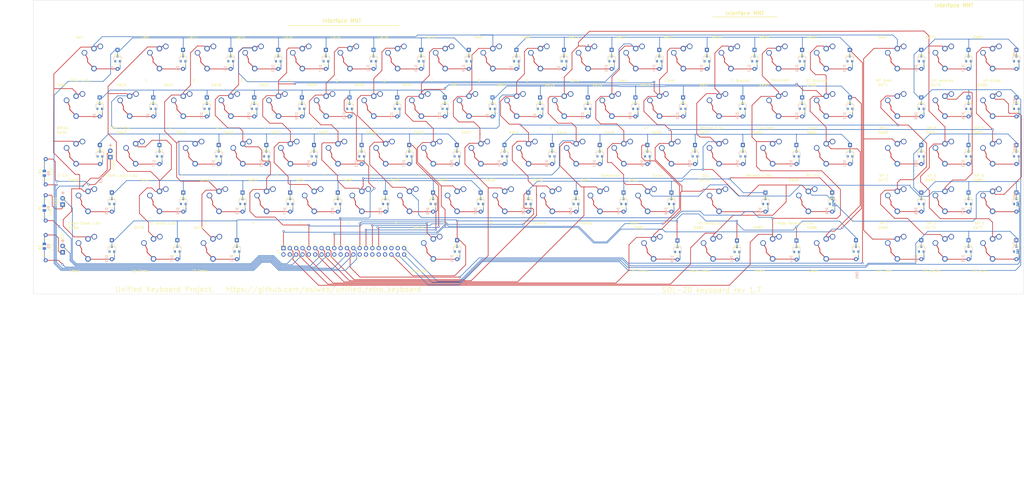
<source format=kicad_pcb>
(kicad_pcb (version 20171130) (host pcbnew "(5.1.9-0-10_14)")
  (title_block (title "Unified Retro Keyboard") (date 2020-08-17) (rev 1.7) (company OSIWeb.org) (comment 1 "SOL keyboard matrix"))
  (layers (0 F.Cu signal) (31 B.Cu signal) (34 B.Paste user) (35 F.Paste user) (36 B.SilkS user) (37 F.SilkS user) (38 B.Mask user) (39 F.Mask user) (44 Edge.Cuts user))
  (net 0 "")
  (net 1 /Row3)
  (net 2 /Row0)
  (net 3 /Row1)
  (net 4 "Net-(D5-Pad2)")
  (net 5 "Net-(D7-Pad2)")
  (net 6 "Net-(D8-Pad2)")
  (net 7 "Net-(D9-Pad2)")
  (net 8 "Net-(D10-Pad2)")
  (net 9 "Net-(D11-Pad2)")
  (net 10 "Net-(D12-Pad2)")
  (net 11 "Net-(D13-Pad2)")
  (net 12 "Net-(D14-Pad2)")
  (net 13 "Net-(D15-Pad2)")
  (net 14 "Net-(D16-Pad2)")
  (net 15 "Net-(D18-Pad2)")
  (net 16 "Net-(D19-Pad2)")
  (net 17 "Net-(D20-Pad2)")
  (net 18 "Net-(D22-Pad2)")
  (net 19 "Net-(D23-Pad2)")
  (net 20 "Net-(D24-Pad2)")
  (net 21 "Net-(D25-Pad2)")
  (net 22 "Net-(D26-Pad2)")
  (net 23 "Net-(D27-Pad2)")
  (net 24 "Net-(D28-Pad2)")
  (net 25 "Net-(D29-Pad2)")
  (net 26 "Net-(D30-Pad2)")
  (net 27 "Net-(D31-Pad2)")
  (net 28 "Net-(D32-Pad2)")
  (net 29 "Net-(D34-Pad2)")
  (net 30 "Net-(D36-Pad2)")
  (net 31 /Row4)
  (net 32 /Row5)
  (net 33 /Row7)
  (net 34 "Net-(D41-Pad2)")
  (net 35 "Net-(D42-Pad2)")
  (net 36 "Net-(D43-Pad2)")
  (net 37 "Net-(D45-Pad2)")
  (net 38 "Net-(D46-Pad2)")
  (net 39 "Net-(D47-Pad2)")
  (net 40 "Net-(D48-Pad2)")
  (net 41 "Net-(D49-Pad2)")
  (net 42 "Net-(D50-Pad2)")
  (net 43 "Net-(D51-Pad2)")
  (net 44 "Net-(D52-Pad2)")
  (net 45 "Net-(D53-Pad2)")
  (net 46 "Net-(D54-Pad2)")
  (net 47 "Net-(D55-Pad2)")
  (net 48 "Net-(D56-Pad2)")
  (net 49 "Net-(D57-Pad2)")
  (net 50 "Net-(D58-Pad2)")
  (net 51 "Net-(D59-Pad2)")
  (net 52 "Net-(D60-Pad2)")
  (net 53 "Net-(D61-Pad2)")
  (net 54 /Col0)
  (net 55 /Col1)
  (net 56 /Col2)
  (net 57 /Col3)
  (net 58 /Col4)
  (net 59 /Col5)
  (net 60 /Col6)
  (net 61 /Col7)
  (net 62 /Row6)
  (net 63 /Row2)
  (net 64 "Net-(D2-Pad2)")
  (net 65 "Net-(D3-Pad2)")
  (net 66 "Net-(D4-Pad2)")
  (net 67 "Net-(D6-Pad2)")
  (net 68 "Net-(D17-Pad2)")
  (net 69 "Net-(D21-Pad2)")
  (net 70 "Net-(D37-Pad2)")
  (net 71 "Net-(D38-Pad2)")
  (net 72 "Net-(D39-Pad2)")
  (net 73 "Net-(D40-Pad2)")
  (net 74 "Net-(D44-Pad2)")
  (net 75 "Net-(J1-Pad10)")
  (net 76 "Net-(J1-Pad12)")
  (net 77 "Net-(J1-Pad18)")
  (net 78 "Net-(J1-Pad20)")
  (net 79 "Net-(J1-Pad26)")
  (net 80 "Net-(J1-Pad28)")
  (net 81 "Net-(J1-Pad30)")
  (net 82 "Net-(J1-Pad32)")
  (net 83 "Net-(J1-Pad2)")
  (net 84 "Net-(J1-Pad4)")
  (net 85 "Net-(D1-Pad2)")
  (net 86 "Net-(D33-Pad2)")
  (net 87 "Net-(D35-Pad2)")
  (net 88 "Net-(D62-Pad2)")
  (net 89 "Net-(D63-Pad2)")
  (net 90 "Net-(D64-Pad2)")
  (net 91 "Net-(D65-Pad2)")
  (net 92 "Net-(D66-Pad2)")
  (net 93 "Net-(D67-Pad2)")
  (net 94 "Net-(D68-Pad2)")
  (net 95 "Net-(D69-Pad2)")
  (net 96 "Net-(D70-Pad2)")
  (net 97 "Net-(D71-Pad2)")
  (net 98 "Net-(D72-Pad2)")
  (net 99 "Net-(D73-Pad2)")
  (net 100 "Net-(D74-Pad2)")
  (net 101 "Net-(D75-Pad2)")
  (net 102 "Net-(D76-Pad2)")
  (net 103 "Net-(D77-Pad2)")
  (net 104 "Net-(D78-Pad2)")
  (net 105 "Net-(D79-Pad2)")
  (net 106 "Net-(D80-Pad2)")
  (net 107 "Net-(D81-Pad2)")
  (net 108 "Net-(D82-Pad2)")
  (net 109 "Net-(D83-Pad2)")
  (net 110 "Net-(D84-Pad2)")
  (net 111 "Net-(D85-Pad2)")
  (net 112 /Row11)
  (net 113 /Row12)
  (net 114 /Row10)
  (net 115 /Row9)
  (net 116 "Net-(J1-Pad8)")
  (net 117 "Net-(J1-Pad16)")
  (net 118 "Net-(J1-Pad24)")
  (net 119 "Net-(J1-Pad6)")
  (net 120 "Net-(J1-Pad14)")
  (net 121 "Net-(J1-Pad22)")
  (net 122 "Net-(LED1-Pad1)")
  (net 123 "Net-(LED2-Pad1)")
  (net 124 "Net-(LED3-Pad1)")
  (net 125 "Net-(J1-Pad33)")
  (net 126 "Net-(J1-Pad34)")
  (net 127 "Net-(J1-Pad35)")
  (net 128 "Net-(J1-Pad37)")
  (module Resistor_SMD:R_0805_2012Metric (layer B.Cu) (at 95.885 176.403 90)
    (fp_text reference R6 (at 0 1.65 270) (layer B.SilkS) (effects (justify mirror)))
    (fp_text value 470)
    (pad 2 smd roundrect (at 0.9125 0 90) (size 1.025 1.4) (layers B.Cu B.Paste B.Mask) (roundrect_rratio 0.243902) (net 124 "Net-(LED3-Pad1)"))
    (pad 1 smd roundrect (at -0.9125 0 90) (size 1.025 1.4) (layers B.Cu B.Paste B.Mask) (roundrect_rratio 0.243902) (net 118 "Net-(J1-Pad24)"))
  )
  (module Resistor_SMD:R_0805_2012Metric (layer B.Cu) (at 95.885 205.613 90)
    (fp_text reference R5 (at 0 1.65 270) (layer B.SilkS) (effects (justify mirror)))
    (fp_text value 470)
    (pad 2 smd roundrect (at 0.9125 0 90) (size 1.025 1.4) (layers B.Cu B.Paste B.Mask) (roundrect_rratio 0.243902) (net 123 "Net-(LED2-Pad1)"))
    (pad 1 smd roundrect (at -0.9125 0 90) (size 1.025 1.4) (layers B.Cu B.Paste B.Mask) (roundrect_rratio 0.243902) (net 117 "Net-(J1-Pad16)"))
  )
  (module Resistor_SMD:R_0805_2012Metric (layer B.Cu) (at 95.885 190.373 90)
    (fp_text reference R4 (at 0 1.65 270) (layer B.SilkS) (effects (justify mirror)))
    (fp_text value 470)
    (pad 2 smd roundrect (at 0.9125 0 90) (size 1.025 1.4) (layers B.Cu B.Paste B.Mask) (roundrect_rratio 0.243902) (net 122 "Net-(LED1-Pad1)"))
    (pad 1 smd roundrect (at -0.9125 0 90) (size 1.025 1.4) (layers B.Cu B.Paste B.Mask) (roundrect_rratio 0.243902) (net 116 "Net-(J1-Pad8)"))
  )
  (module unikbd:diode-combined (layer B.Cu) (at 237.000626 149.606 270)
    (fp_text reference D27 (at 3.81 2.12 270) (layer B.SilkS) (effects (justify mirror)))
    (fp_text value 1N4148)
    (fp_poly (pts (xy 4.1656 -0.5334) (xy 4.0132 -0.5334) (xy 4.0132 -0.9906) (xy 1.2192 -0.9906) (xy 1.2192 -1.143) (xy 4.1656 -1.143)) (layer B.Cu) (width 0.1))
    (fp_poly (pts (xy -1.2192 0.0762) (xy -3.048 0.0762) (xy -3.048 -0.0762) (xy -1.2192 -0.0762)) (layer B.Cu) (width 0.1))
    (pad 2 thru_hole oval (at 4.064 0 270) (size 1.6 1.6) (drill 0.8) (layers *.Cu *.Mask) (net 23 "Net-(D27-Pad2)"))
    (pad 1 thru_hole rect (at -3.556 0 270) (size 1.6 1.6) (drill 0.8) (layers *.Cu *.Mask) (net 62 /Row6))
    (pad 4 smd rect (at -1 0 90) (size 0.9 0.8) (layers B.Cu B.Paste B.Mask))
    (pad "" smd rect (at 1 0.95 90) (size 0.9 0.8) (layers B.Cu B.Paste B.Mask))
    (pad 3 smd rect (at 1 -0.95 90) (size 0.9 0.8) (layers B.Cu B.Paste B.Mask))
  )
  (module unikbd:diode-combined (layer B.Cu) (at 420.52113 206.756 270)
    (fp_text reference D85 (at 10.4394 -0.43053 270) (layer B.SilkS) (effects (justify mirror)))
    (fp_text value 1N4148)
    (fp_poly (pts (xy 4.1656 -0.5334) (xy 4.0132 -0.5334) (xy 4.0132 -0.9906) (xy 1.2192 -0.9906) (xy 1.2192 -1.143) (xy 4.1656 -1.143)) (layer B.Cu) (width 0.1))
    (fp_poly (pts (xy -1.2192 0.0762) (xy -3.048 0.0762) (xy -3.048 -0.0762) (xy -1.2192 -0.0762)) (layer B.Cu) (width 0.1))
    (pad 2 thru_hole oval (at 4.064 0 270) (size 1.6 1.6) (drill 0.8) (layers *.Cu *.Mask) (net 111 "Net-(D85-Pad2)"))
    (pad 1 thru_hole rect (at -3.556 0 270) (size 1.6 1.6) (drill 0.8) (layers *.Cu *.Mask) (net 115 /Row9))
    (pad 4 smd rect (at -1 0 90) (size 0.9 0.8) (layers B.Cu B.Paste B.Mask))
    (pad "" smd rect (at 1 0.95 90) (size 0.9 0.8) (layers B.Cu B.Paste B.Mask))
    (pad 3 smd rect (at 1 -0.95 90) (size 0.9 0.8) (layers B.Cu B.Paste B.Mask))
  )
  (module unikbd:diode-combined (layer B.Cu) (at 396.73403 206.9084 270)
    (fp_text reference D84 (at 3.81 2.12 270) (layer B.SilkS) (effects (justify mirror)))
    (fp_text value 1N4148)
    (fp_poly (pts (xy 4.1656 -0.5334) (xy 4.0132 -0.5334) (xy 4.0132 -0.9906) (xy 1.2192 -0.9906) (xy 1.2192 -1.143) (xy 4.1656 -1.143)) (layer B.Cu) (width 0.1))
    (fp_poly (pts (xy -1.2192 0.0762) (xy -3.048 0.0762) (xy -3.048 -0.0762) (xy -1.2192 -0.0762)) (layer B.Cu) (width 0.1))
    (pad 2 thru_hole oval (at 4.064 0 270) (size 1.6 1.6) (drill 0.8) (layers *.Cu *.Mask) (net 110 "Net-(D84-Pad2)"))
    (pad 1 thru_hole rect (at -3.556 0 270) (size 1.6 1.6) (drill 0.8) (layers *.Cu *.Mask) (net 115 /Row9))
    (pad 4 smd rect (at -1 0 90) (size 0.9 0.8) (layers B.Cu B.Paste B.Mask))
    (pad "" smd rect (at 1 0.95 90) (size 0.9 0.8) (layers B.Cu B.Paste B.Mask))
    (pad 3 smd rect (at 1 -0.95 90) (size 0.9 0.8) (layers B.Cu B.Paste B.Mask))
  )
  (module unikbd:diode-combined (layer B.Cu) (at 484.68788 187.706 270)
    (fp_text reference D83 (at -2.5654 0.60452 270) (layer B.SilkS) (effects (justify mirror)))
    (fp_text value 1N4148)
    (fp_poly (pts (xy 4.1656 -0.5334) (xy 4.0132 -0.5334) (xy 4.0132 -0.9906) (xy 1.2192 -0.9906) (xy 1.2192 -1.143) (xy 4.1656 -1.143)) (layer B.Cu) (width 0.1))
    (fp_poly (pts (xy -1.2192 0.0762) (xy -3.048 0.0762) (xy -3.048 -0.0762) (xy -1.2192 -0.0762)) (layer B.Cu) (width 0.1))
    (pad 2 thru_hole oval (at 4.064 0 270) (size 1.6 1.6) (drill 0.8) (layers *.Cu *.Mask) (net 109 "Net-(D83-Pad2)"))
    (pad 1 thru_hole rect (at -3.556 0 270) (size 1.6 1.6) (drill 0.8) (layers *.Cu *.Mask) (net 112 /Row11))
    (pad 4 smd rect (at -1 0 90) (size 0.9 0.8) (layers B.Cu B.Paste B.Mask))
    (pad "" smd rect (at 1 0.95 90) (size 0.9 0.8) (layers B.Cu B.Paste B.Mask))
    (pad 3 smd rect (at 1 -0.95 90) (size 0.9 0.8) (layers B.Cu B.Paste B.Mask))
  )
  (module unikbd:diode-combined (layer B.Cu) (at 484.68788 149.606 270)
    (fp_text reference D82 (at -2.7178 0.68072 270) (layer B.SilkS) (effects (justify mirror)))
    (fp_text value 1N4148)
    (fp_poly (pts (xy 4.1656 -0.5334) (xy 4.0132 -0.5334) (xy 4.0132 -0.9906) (xy 1.2192 -0.9906) (xy 1.2192 -1.143) (xy 4.1656 -1.143)) (layer B.Cu) (width 0.1))
    (fp_poly (pts (xy -1.2192 0.0762) (xy -3.048 0.0762) (xy -3.048 -0.0762) (xy -1.2192 -0.0762)) (layer B.Cu) (width 0.1))
    (pad 2 thru_hole oval (at 4.064 0 270) (size 1.6 1.6) (drill 0.8) (layers *.Cu *.Mask) (net 108 "Net-(D82-Pad2)"))
    (pad 1 thru_hole rect (at -3.556 0 270) (size 1.6 1.6) (drill 0.8) (layers *.Cu *.Mask) (net 114 /Row10))
    (pad 4 smd rect (at -1 0 90) (size 0.9 0.8) (layers B.Cu B.Paste B.Mask))
    (pad "" smd rect (at 1 0.95 90) (size 0.9 0.8) (layers B.Cu B.Paste B.Mask))
    (pad 3 smd rect (at 1 -0.95 90) (size 0.9 0.8) (layers B.Cu B.Paste B.Mask))
  )
  (module unikbd:diode-combined (layer B.Cu) (at 372.92153 206.9084 270)
    (fp_text reference D81 (at 3.81 2.12 270) (layer B.SilkS) (effects (justify mirror)))
    (fp_text value 1N4148)
    (fp_poly (pts (xy 4.1656 -0.5334) (xy 4.0132 -0.5334) (xy 4.0132 -0.9906) (xy 1.2192 -0.9906) (xy 1.2192 -1.143) (xy 4.1656 -1.143)) (layer B.Cu) (width 0.1))
    (fp_poly (pts (xy -1.2192 0.0762) (xy -3.048 0.0762) (xy -3.048 -0.0762) (xy -1.2192 -0.0762)) (layer B.Cu) (width 0.1))
    (pad 2 thru_hole oval (at 4.064 0 270) (size 1.6 1.6) (drill 0.8) (layers *.Cu *.Mask) (net 107 "Net-(D81-Pad2)"))
    (pad 1 thru_hole rect (at -3.556 0 270) (size 1.6 1.6) (drill 0.8) (layers *.Cu *.Mask) (net 115 /Row9))
    (pad 4 smd rect (at -1 0 90) (size 0.9 0.8) (layers B.Cu B.Paste B.Mask))
    (pad "" smd rect (at 1 0.95 90) (size 0.9 0.8) (layers B.Cu B.Paste B.Mask))
    (pad 3 smd rect (at 1 -0.95 90) (size 0.9 0.8) (layers B.Cu B.Paste B.Mask))
  )
  (module unikbd:diode-combined (layer B.Cu) (at 484.68788 168.656 270)
    (fp_text reference D80 (at -2.794 0.62992 270) (layer B.SilkS) (effects (justify mirror)))
    (fp_text value 1N4148)
    (fp_poly (pts (xy 4.1656 -0.5334) (xy 4.0132 -0.5334) (xy 4.0132 -0.9906) (xy 1.2192 -0.9906) (xy 1.2192 -1.143) (xy 4.1656 -1.143)) (layer B.Cu) (width 0.1))
    (fp_poly (pts (xy -1.2192 0.0762) (xy -3.048 0.0762) (xy -3.048 -0.0762) (xy -1.2192 -0.0762)) (layer B.Cu) (width 0.1))
    (pad 2 thru_hole oval (at 4.064 0 270) (size 1.6 1.6) (drill 0.8) (layers *.Cu *.Mask) (net 106 "Net-(D80-Pad2)"))
    (pad 1 thru_hole rect (at -3.556 0 270) (size 1.6 1.6) (drill 0.8) (layers *.Cu *.Mask) (net 112 /Row11))
    (pad 4 smd rect (at -1 0 90) (size 0.9 0.8) (layers B.Cu B.Paste B.Mask))
    (pad "" smd rect (at 1 0.95 90) (size 0.9 0.8) (layers B.Cu B.Paste B.Mask))
    (pad 3 smd rect (at 1 -0.95 90) (size 0.9 0.8) (layers B.Cu B.Paste B.Mask))
  )
  (module unikbd:diode-combined (layer B.Cu) (at 484.68788 130.556 270)
    (fp_text reference D79 (at -2.5654 0.68072 270) (layer B.SilkS) (effects (justify mirror)))
    (fp_text value 1N4148)
    (fp_poly (pts (xy 4.1656 -0.5334) (xy 4.0132 -0.5334) (xy 4.0132 -0.9906) (xy 1.2192 -0.9906) (xy 1.2192 -1.143) (xy 4.1656 -1.143)) (layer B.Cu) (width 0.1))
    (fp_poly (pts (xy -1.2192 0.0762) (xy -3.048 0.0762) (xy -3.048 -0.0762) (xy -1.2192 -0.0762)) (layer B.Cu) (width 0.1))
    (pad 2 thru_hole oval (at 4.064 0 270) (size 1.6 1.6) (drill 0.8) (layers *.Cu *.Mask) (net 105 "Net-(D79-Pad2)"))
    (pad 1 thru_hole rect (at -3.556 0 270) (size 1.6 1.6) (drill 0.8) (layers *.Cu *.Mask) (net 114 /Row10))
    (pad 4 smd rect (at -1 0 90) (size 0.9 0.8) (layers B.Cu B.Paste B.Mask))
    (pad "" smd rect (at 1 0.95 90) (size 0.9 0.8) (layers B.Cu B.Paste B.Mask))
    (pad 3 smd rect (at 1 -0.95 90) (size 0.9 0.8) (layers B.Cu B.Paste B.Mask))
  )
  (module unikbd:diode-combined (layer B.Cu) (at 349.10903 206.9084 270)
    (fp_text reference D78 (at 3.81 2.12 270) (layer B.SilkS) (effects (justify mirror)))
    (fp_text value 1N4148)
    (fp_poly (pts (xy 4.1656 -0.5334) (xy 4.0132 -0.5334) (xy 4.0132 -0.9906) (xy 1.2192 -0.9906) (xy 1.2192 -1.143) (xy 4.1656 -1.143)) (layer B.Cu) (width 0.1))
    (fp_poly (pts (xy -1.2192 0.0762) (xy -3.048 0.0762) (xy -3.048 -0.0762) (xy -1.2192 -0.0762)) (layer B.Cu) (width 0.1))
    (pad 2 thru_hole oval (at 4.064 0 270) (size 1.6 1.6) (drill 0.8) (layers *.Cu *.Mask) (net 104 "Net-(D78-Pad2)"))
    (pad 1 thru_hole rect (at -3.556 0 270) (size 1.6 1.6) (drill 0.8) (layers *.Cu *.Mask) (net 115 /Row9))
    (pad 4 smd rect (at -1 0 90) (size 0.9 0.8) (layers B.Cu B.Paste B.Mask))
    (pad "" smd rect (at 1 0.95 90) (size 0.9 0.8) (layers B.Cu B.Paste B.Mask))
    (pad 3 smd rect (at 1 -0.95 90) (size 0.9 0.8) (layers B.Cu B.Paste B.Mask))
  )
  (module unikbd:diode-combined (layer B.Cu) (at 465.53628 187.706 270)
    (fp_text reference D77 (at 3.81 2.12 270) (layer B.SilkS) (effects (justify mirror)))
    (fp_text value 1N4148)
    (fp_poly (pts (xy 4.1656 -0.5334) (xy 4.0132 -0.5334) (xy 4.0132 -0.9906) (xy 1.2192 -0.9906) (xy 1.2192 -1.143) (xy 4.1656 -1.143)) (layer B.Cu) (width 0.1))
    (fp_poly (pts (xy -1.2192 0.0762) (xy -3.048 0.0762) (xy -3.048 -0.0762) (xy -1.2192 -0.0762)) (layer B.Cu) (width 0.1))
    (pad 2 thru_hole oval (at 4.064 0 270) (size 1.6 1.6) (drill 0.8) (layers *.Cu *.Mask) (net 103 "Net-(D77-Pad2)"))
    (pad 1 thru_hole rect (at -3.556 0 270) (size 1.6 1.6) (drill 0.8) (layers *.Cu *.Mask) (net 112 /Row11))
    (pad 4 smd rect (at -1 0 90) (size 0.9 0.8) (layers B.Cu B.Paste B.Mask))
    (pad "" smd rect (at 1 0.95 90) (size 0.9 0.8) (layers B.Cu B.Paste B.Mask))
    (pad 3 smd rect (at 1 -0.95 90) (size 0.9 0.8) (layers B.Cu B.Paste B.Mask))
  )
  (module unikbd:diode-combined (layer B.Cu) (at 465.53628 149.606 270)
    (fp_text reference D76 (at 3.81 2.12 270) (layer B.SilkS) (effects (justify mirror)))
    (fp_text value 1N4148)
    (fp_poly (pts (xy 4.1656 -0.5334) (xy 4.0132 -0.5334) (xy 4.0132 -0.9906) (xy 1.2192 -0.9906) (xy 1.2192 -1.143) (xy 4.1656 -1.143)) (layer B.Cu) (width 0.1))
    (fp_poly (pts (xy -1.2192 0.0762) (xy -3.048 0.0762) (xy -3.048 -0.0762) (xy -1.2192 -0.0762)) (layer B.Cu) (width 0.1))
    (pad 2 thru_hole oval (at 4.064 0 270) (size 1.6 1.6) (drill 0.8) (layers *.Cu *.Mask) (net 102 "Net-(D76-Pad2)"))
    (pad 1 thru_hole rect (at -3.556 0 270) (size 1.6 1.6) (drill 0.8) (layers *.Cu *.Mask) (net 114 /Row10))
    (pad 4 smd rect (at -1 0 90) (size 0.9 0.8) (layers B.Cu B.Paste B.Mask))
    (pad "" smd rect (at 1 0.95 90) (size 0.9 0.8) (layers B.Cu B.Paste B.Mask))
    (pad 3 smd rect (at 1 -0.95 90) (size 0.9 0.8) (layers B.Cu B.Paste B.Mask))
  )
  (module unikbd:diode-combined (layer B.Cu) (at 260.97738 206.756 270)
    (fp_text reference D75 (at 3.81 2.12 270) (layer B.SilkS) (effects (justify mirror)))
    (fp_text value 1N4148 hide)
    (fp_poly (pts (xy 4.1656 -0.5334) (xy 4.0132 -0.5334) (xy 4.0132 -0.9906) (xy 1.2192 -0.9906) (xy 1.2192 -1.143) (xy 4.1656 -1.143)) (layer B.Cu) (width 0.1))
    (fp_poly (pts (xy -1.2192 0.0762) (xy -3.048 0.0762) (xy -3.048 -0.0762) (xy -1.2192 -0.0762)) (layer B.Cu) (width 0.1))
    (pad 2 thru_hole oval (at 4.064 0 270) (size 1.6 1.6) (drill 0.8) (layers *.Cu *.Mask) (net 101 "Net-(D75-Pad2)"))
    (pad 1 thru_hole rect (at -3.556 0 270) (size 1.6 1.6) (drill 0.8) (layers *.Cu *.Mask) (net 115 /Row9))
    (pad 4 smd rect (at -1 0 90) (size 0.9 0.8) (layers B.Cu B.Paste B.Mask))
    (pad "" smd rect (at 1 0.95 90) (size 0.9 0.8) (layers B.Cu B.Paste B.Mask))
    (pad 3 smd rect (at 1 -0.95 90) (size 0.9 0.8) (layers B.Cu B.Paste B.Mask))
  )
  (module unikbd:diode-combined (layer B.Cu) (at 484.68788 206.756 270)
    (fp_text reference D74 (at -2.6162 0.68072 270) (layer B.SilkS) (effects (justify mirror)))
    (fp_text value 1N4148)
    (fp_poly (pts (xy 4.1656 -0.5334) (xy 4.0132 -0.5334) (xy 4.0132 -0.9906) (xy 1.2192 -0.9906) (xy 1.2192 -1.143) (xy 4.1656 -1.143)) (layer B.Cu) (width 0.1))
    (fp_poly (pts (xy -1.2192 0.0762) (xy -3.048 0.0762) (xy -3.048 -0.0762) (xy -1.2192 -0.0762)) (layer B.Cu) (width 0.1))
    (pad 2 thru_hole oval (at 4.064 0 270) (size 1.6 1.6) (drill 0.8) (layers *.Cu *.Mask) (net 100 "Net-(D74-Pad2)"))
    (pad 1 thru_hole rect (at -3.556 0 270) (size 1.6 1.6) (drill 0.8) (layers *.Cu *.Mask) (net 113 /Row12))
    (pad 4 smd rect (at -1 0 90) (size 0.9 0.8) (layers B.Cu B.Paste B.Mask))
    (pad "" smd rect (at 1 0.95 90) (size 0.9 0.8) (layers B.Cu B.Paste B.Mask))
    (pad 3 smd rect (at 1 -0.95 90) (size 0.9 0.8) (layers B.Cu B.Paste B.Mask))
  )
  (module unikbd:diode-combined (layer B.Cu) (at 465.53628 168.656 270)
    (fp_text reference D73 (at 3.81 2.12 270) (layer B.SilkS) (effects (justify mirror)))
    (fp_text value 1N4148)
    (fp_poly (pts (xy 4.1656 -0.5334) (xy 4.0132 -0.5334) (xy 4.0132 -0.9906) (xy 1.2192 -0.9906) (xy 1.2192 -1.143) (xy 4.1656 -1.143)) (layer B.Cu) (width 0.1))
    (fp_poly (pts (xy -1.2192 0.0762) (xy -3.048 0.0762) (xy -3.048 -0.0762) (xy -1.2192 -0.0762)) (layer B.Cu) (width 0.1))
    (pad 2 thru_hole oval (at 4.064 0 270) (size 1.6 1.6) (drill 0.8) (layers *.Cu *.Mask) (net 99 "Net-(D73-Pad2)"))
    (pad 1 thru_hole rect (at -3.556 0 270) (size 1.6 1.6) (drill 0.8) (layers *.Cu *.Mask) (net 112 /Row11))
    (pad 4 smd rect (at -1 0 90) (size 0.9 0.8) (layers B.Cu B.Paste B.Mask))
    (pad "" smd rect (at 1 0.95 90) (size 0.9 0.8) (layers B.Cu B.Paste B.Mask))
    (pad 3 smd rect (at 1 -0.95 90) (size 0.9 0.8) (layers B.Cu B.Paste B.Mask))
  )
  (module unikbd:diode-combined (layer B.Cu) (at 465.53628 130.556 270)
    (fp_text reference D72 (at 3.81 2.12 270) (layer B.SilkS) (effects (justify mirror)))
    (fp_text value 1N4148)
    (fp_poly (pts (xy 4.1656 -0.5334) (xy 4.0132 -0.5334) (xy 4.0132 -0.9906) (xy 1.2192 -0.9906) (xy 1.2192 -1.143) (xy 4.1656 -1.143)) (layer B.Cu) (width 0.1))
    (fp_poly (pts (xy -1.2192 0.0762) (xy -3.048 0.0762) (xy -3.048 -0.0762) (xy -1.2192 -0.0762)) (layer B.Cu) (width 0.1))
    (pad 2 thru_hole oval (at 4.064 0 270) (size 1.6 1.6) (drill 0.8) (layers *.Cu *.Mask) (net 98 "Net-(D72-Pad2)"))
    (pad 1 thru_hole rect (at -3.556 0 270) (size 1.6 1.6) (drill 0.8) (layers *.Cu *.Mask) (net 114 /Row10))
    (pad 4 smd rect (at -1 0 90) (size 0.9 0.8) (layers B.Cu B.Paste B.Mask))
    (pad "" smd rect (at 1 0.95 90) (size 0.9 0.8) (layers B.Cu B.Paste B.Mask))
    (pad 3 smd rect (at 1 -0.95 90) (size 0.9 0.8) (layers B.Cu B.Paste B.Mask))
  )
  (module unikbd:diode-combined (layer B.Cu) (at 172.87113 206.756 270)
    (fp_text reference D71 (at 3.81 2.12 270) (layer B.SilkS) (effects (justify mirror)))
    (fp_text value 1N4148)
    (fp_poly (pts (xy 4.1656 -0.5334) (xy 4.0132 -0.5334) (xy 4.0132 -0.9906) (xy 1.2192 -0.9906) (xy 1.2192 -1.143) (xy 4.1656 -1.143)) (layer B.Cu) (width 0.1))
    (fp_poly (pts (xy -1.2192 0.0762) (xy -3.048 0.0762) (xy -3.048 -0.0762) (xy -1.2192 -0.0762)) (layer B.Cu) (width 0.1))
    (pad 2 thru_hole oval (at 4.064 0 270) (size 1.6 1.6) (drill 0.8) (layers *.Cu *.Mask) (net 97 "Net-(D71-Pad2)"))
    (pad 1 thru_hole rect (at -3.556 0 270) (size 1.6 1.6) (drill 0.8) (layers *.Cu *.Mask) (net 115 /Row9))
    (pad 4 smd rect (at -1 0 90) (size 0.9 0.8) (layers B.Cu B.Paste B.Mask))
    (pad "" smd rect (at 1 0.95 90) (size 0.9 0.8) (layers B.Cu B.Paste B.Mask))
    (pad 3 smd rect (at 1 -0.95 90) (size 0.9 0.8) (layers B.Cu B.Paste B.Mask))
  )
  (module unikbd:diode-combined (layer B.Cu) (at 465.53628 206.756 270)
    (fp_text reference D70 (at 3.81 2.12 270) (layer B.SilkS) (effects (justify mirror)))
    (fp_text value 1N4148)
    (fp_poly (pts (xy 4.1656 -0.5334) (xy 4.0132 -0.5334) (xy 4.0132 -0.9906) (xy 1.2192 -0.9906) (xy 1.2192 -1.143) (xy 4.1656 -1.143)) (layer B.Cu) (width 0.1))
    (fp_poly (pts (xy -1.2192 0.0762) (xy -3.048 0.0762) (xy -3.048 -0.0762) (xy -1.2192 -0.0762)) (layer B.Cu) (width 0.1))
    (pad 2 thru_hole oval (at 4.064 0 270) (size 1.6 1.6) (drill 0.8) (layers *.Cu *.Mask) (net 96 "Net-(D70-Pad2)"))
    (pad 1 thru_hole rect (at -3.556 0 270) (size 1.6 1.6) (drill 0.8) (layers *.Cu *.Mask) (net 113 /Row12))
    (pad 4 smd rect (at -1 0 90) (size 0.9 0.8) (layers B.Cu B.Paste B.Mask))
    (pad "" smd rect (at 1 0.95 90) (size 0.9 0.8) (layers B.Cu B.Paste B.Mask))
    (pad 3 smd rect (at 1 -0.95 90) (size 0.9 0.8) (layers B.Cu B.Paste B.Mask))
  )
  (module unikbd:diode-combined (layer B.Cu) (at 446.6463 187.706 270)
    (fp_text reference D69 (at 3.81 2.12 270) (layer B.SilkS) (effects (justify mirror)))
    (fp_text value 1N4148)
    (fp_poly (pts (xy 4.1656 -0.5334) (xy 4.0132 -0.5334) (xy 4.0132 -0.9906) (xy 1.2192 -0.9906) (xy 1.2192 -1.143) (xy 4.1656 -1.143)) (layer B.Cu) (width 0.1))
    (fp_poly (pts (xy -1.2192 0.0762) (xy -3.048 0.0762) (xy -3.048 -0.0762) (xy -1.2192 -0.0762)) (layer B.Cu) (width 0.1))
    (pad 2 thru_hole oval (at 4.064 0 270) (size 1.6 1.6) (drill 0.8) (layers *.Cu *.Mask) (net 95 "Net-(D69-Pad2)"))
    (pad 1 thru_hole rect (at -3.556 0 270) (size 1.6 1.6) (drill 0.8) (layers *.Cu *.Mask) (net 112 /Row11))
    (pad 4 smd rect (at -1 0 90) (size 0.9 0.8) (layers B.Cu B.Paste B.Mask))
    (pad "" smd rect (at 1 0.95 90) (size 0.9 0.8) (layers B.Cu B.Paste B.Mask))
    (pad 3 smd rect (at 1 -0.95 90) (size 0.9 0.8) (layers B.Cu B.Paste B.Mask))
  )
  (module unikbd:diode-combined (layer B.Cu) (at 446.6463 149.606 270)
    (fp_text reference D68 (at 3.81 2.12 270) (layer B.SilkS) (effects (justify mirror)))
    (fp_text value 1N4148)
    (fp_poly (pts (xy 4.1656 -0.5334) (xy 4.0132 -0.5334) (xy 4.0132 -0.9906) (xy 1.2192 -0.9906) (xy 1.2192 -1.143) (xy 4.1656 -1.143)) (layer B.Cu) (width 0.1))
    (fp_poly (pts (xy -1.2192 0.0762) (xy -3.048 0.0762) (xy -3.048 -0.0762) (xy -1.2192 -0.0762)) (layer B.Cu) (width 0.1))
    (pad 2 thru_hole oval (at 4.064 0 270) (size 1.6 1.6) (drill 0.8) (layers *.Cu *.Mask) (net 94 "Net-(D68-Pad2)"))
    (pad 1 thru_hole rect (at -3.556 0 270) (size 1.6 1.6) (drill 0.8) (layers *.Cu *.Mask) (net 114 /Row10))
    (pad 4 smd rect (at -1 0 90) (size 0.9 0.8) (layers B.Cu B.Paste B.Mask))
    (pad "" smd rect (at 1 0.95 90) (size 0.9 0.8) (layers B.Cu B.Paste B.Mask))
    (pad 3 smd rect (at 1 -0.95 90) (size 0.9 0.8) (layers B.Cu B.Paste B.Mask))
  )
  (module unikbd:diode-combined (layer B.Cu) (at 149.05863 206.756 270)
    (fp_text reference D67 (at 3.81 2.12 270) (layer B.SilkS) (effects (justify mirror)))
    (fp_text value 1N4148)
    (fp_poly (pts (xy 4.1656 -0.5334) (xy 4.0132 -0.5334) (xy 4.0132 -0.9906) (xy 1.2192 -0.9906) (xy 1.2192 -1.143) (xy 4.1656 -1.143)) (layer B.Cu) (width 0.1))
    (fp_poly (pts (xy -1.2192 0.0762) (xy -3.048 0.0762) (xy -3.048 -0.0762) (xy -1.2192 -0.0762)) (layer B.Cu) (width 0.1))
    (pad 2 thru_hole oval (at 4.064 0 270) (size 1.6 1.6) (drill 0.8) (layers *.Cu *.Mask) (net 93 "Net-(D67-Pad2)"))
    (pad 1 thru_hole rect (at -3.556 0 270) (size 1.6 1.6) (drill 0.8) (layers *.Cu *.Mask) (net 115 /Row9))
    (pad 4 smd rect (at -1 0 90) (size 0.9 0.8) (layers B.Cu B.Paste B.Mask))
    (pad "" smd rect (at 1 0.95 90) (size 0.9 0.8) (layers B.Cu B.Paste B.Mask))
    (pad 3 smd rect (at 1 -0.95 90) (size 0.9 0.8) (layers B.Cu B.Paste B.Mask))
  )
  (module unikbd:diode-combined (layer B.Cu) (at 446.6463 206.756 270)
    (fp_text reference D66 (at 3.81 2.12 270) (layer B.SilkS) (effects (justify mirror)))
    (fp_text value 1N4148)
    (fp_poly (pts (xy 4.1656 -0.5334) (xy 4.0132 -0.5334) (xy 4.0132 -0.9906) (xy 1.2192 -0.9906) (xy 1.2192 -1.143) (xy 4.1656 -1.143)) (layer B.Cu) (width 0.1))
    (fp_poly (pts (xy -1.2192 0.0762) (xy -3.048 0.0762) (xy -3.048 -0.0762) (xy -1.2192 -0.0762)) (layer B.Cu) (width 0.1))
    (pad 2 thru_hole oval (at 4.064 0 270) (size 1.6 1.6) (drill 0.8) (layers *.Cu *.Mask) (net 92 "Net-(D66-Pad2)"))
    (pad 1 thru_hole rect (at -3.556 0 270) (size 1.6 1.6) (drill 0.8) (layers *.Cu *.Mask) (net 113 /Row12))
    (pad 4 smd rect (at -1 0 90) (size 0.9 0.8) (layers B.Cu B.Paste B.Mask))
    (pad "" smd rect (at 1 0.95 90) (size 0.9 0.8) (layers B.Cu B.Paste B.Mask))
    (pad 3 smd rect (at 1 -0.95 90) (size 0.9 0.8) (layers B.Cu B.Paste B.Mask))
  )
  (module unikbd:diode-combined (layer B.Cu) (at 446.6463 168.656 270)
    (fp_text reference D65 (at 3.81 2.12 270) (layer B.SilkS) (effects (justify mirror)))
    (fp_text value 1N4148)
    (fp_poly (pts (xy 4.1656 -0.5334) (xy 4.0132 -0.5334) (xy 4.0132 -0.9906) (xy 1.2192 -0.9906) (xy 1.2192 -1.143) (xy 4.1656 -1.143)) (layer B.Cu) (width 0.1))
    (fp_poly (pts (xy -1.2192 0.0762) (xy -3.048 0.0762) (xy -3.048 -0.0762) (xy -1.2192 -0.0762)) (layer B.Cu) (width 0.1))
    (pad 2 thru_hole oval (at 4.064 0 270) (size 1.6 1.6) (drill 0.8) (layers *.Cu *.Mask) (net 91 "Net-(D65-Pad2)"))
    (pad 1 thru_hole rect (at -3.556 0 270) (size 1.6 1.6) (drill 0.8) (layers *.Cu *.Mask) (net 112 /Row11))
    (pad 4 smd rect (at -1 0 90) (size 0.9 0.8) (layers B.Cu B.Paste B.Mask))
    (pad "" smd rect (at 1 0.95 90) (size 0.9 0.8) (layers B.Cu B.Paste B.Mask))
    (pad 3 smd rect (at 1 -0.95 90) (size 0.9 0.8) (layers B.Cu B.Paste B.Mask))
  )
  (module unikbd:diode-combined (layer B.Cu) (at 446.6463 130.556 270)
    (fp_text reference D64 (at 3.81 2.12 270) (layer B.SilkS) (effects (justify mirror)))
    (fp_text value 1N4148)
    (fp_poly (pts (xy 4.1656 -0.5334) (xy 4.0132 -0.5334) (xy 4.0132 -0.9906) (xy 1.2192 -0.9906) (xy 1.2192 -1.143) (xy 4.1656 -1.143)) (layer B.Cu) (width 0.1))
    (fp_poly (pts (xy -1.2192 0.0762) (xy -3.048 0.0762) (xy -3.048 -0.0762) (xy -1.2192 -0.0762)) (layer B.Cu) (width 0.1))
    (pad 2 thru_hole oval (at 4.064 0 270) (size 1.6 1.6) (drill 0.8) (layers *.Cu *.Mask) (net 90 "Net-(D64-Pad2)"))
    (pad 1 thru_hole rect (at -3.556 0 270) (size 1.6 1.6) (drill 0.8) (layers *.Cu *.Mask) (net 114 /Row10))
    (pad 4 smd rect (at -1 0 90) (size 0.9 0.8) (layers B.Cu B.Paste B.Mask))
    (pad "" smd rect (at 1 0.95 90) (size 0.9 0.8) (layers B.Cu B.Paste B.Mask))
    (pad 3 smd rect (at 1 -0.95 90) (size 0.9 0.8) (layers B.Cu B.Paste B.Mask))
  )
  (module unikbd:diode-combined (layer B.Cu) (at 122.86488 206.756 270)
    (fp_text reference D63 (at 3.81 2.12 270) (layer B.SilkS) (effects (justify mirror)))
    (fp_text value 1N4148)
    (fp_poly (pts (xy 4.1656 -0.5334) (xy 4.0132 -0.5334) (xy 4.0132 -0.9906) (xy 1.2192 -0.9906) (xy 1.2192 -1.143) (xy 4.1656 -1.143)) (layer B.Cu) (width 0.1))
    (fp_poly (pts (xy -1.2192 0.0762) (xy -3.048 0.0762) (xy -3.048 -0.0762) (xy -1.2192 -0.0762)) (layer B.Cu) (width 0.1))
    (pad 2 thru_hole oval (at 4.064 0 270) (size 1.6 1.6) (drill 0.8) (layers *.Cu *.Mask) (net 89 "Net-(D63-Pad2)"))
    (pad 1 thru_hole rect (at -3.556 0 270) (size 1.6 1.6) (drill 0.8) (layers *.Cu *.Mask) (net 115 /Row9))
    (pad 4 smd rect (at -1 0 90) (size 0.9 0.8) (layers B.Cu B.Paste B.Mask))
    (pad "" smd rect (at 1 0.95 90) (size 0.9 0.8) (layers B.Cu B.Paste B.Mask))
    (pad 3 smd rect (at 1 -0.95 90) (size 0.9 0.8) (layers B.Cu B.Paste B.Mask))
  )
  (module unikbd:diode-combined (layer B.Cu) (at 270.40078 187.706 270)
    (fp_text reference D62 (at 3.81 2.12 270) (layer B.SilkS) (effects (justify mirror)))
    (fp_text value 1N4148)
    (fp_poly (pts (xy 4.1656 -0.5334) (xy 4.0132 -0.5334) (xy 4.0132 -0.9906) (xy 1.2192 -0.9906) (xy 1.2192 -1.143) (xy 4.1656 -1.143)) (layer B.Cu) (width 0.1))
    (fp_poly (pts (xy -1.2192 0.0762) (xy -3.048 0.0762) (xy -3.048 -0.0762) (xy -1.2192 -0.0762)) (layer B.Cu) (width 0.1))
    (pad 2 thru_hole oval (at 4.064 0 270) (size 1.6 1.6) (drill 0.8) (layers *.Cu *.Mask) (net 88 "Net-(D62-Pad2)"))
    (pad 1 thru_hole rect (at -3.556 0 270) (size 1.6 1.6) (drill 0.8) (layers *.Cu *.Mask) (net 63 /Row2))
    (pad 4 smd rect (at -1 0 90) (size 0.9 0.8) (layers B.Cu B.Paste B.Mask))
    (pad "" smd rect (at 1 0.95 90) (size 0.9 0.8) (layers B.Cu B.Paste B.Mask))
    (pad 3 smd rect (at 1 -0.95 90) (size 0.9 0.8) (layers B.Cu B.Paste B.Mask))
  )
  (module unikbd:diode-combined (layer B.Cu) (at 418.13988 168.656 270)
    (fp_text reference D61 (at 3.81 2.12 270) (layer B.SilkS) (effects (justify mirror)))
    (fp_text value 1N4148)
    (fp_poly (pts (xy 4.1656 -0.5334) (xy 4.0132 -0.5334) (xy 4.0132 -0.9906) (xy 1.2192 -0.9906) (xy 1.2192 -1.143) (xy 4.1656 -1.143)) (layer B.Cu) (width 0.1))
    (fp_poly (pts (xy -1.2192 0.0762) (xy -3.048 0.0762) (xy -3.048 -0.0762) (xy -1.2192 -0.0762)) (layer B.Cu) (width 0.1))
    (pad 2 thru_hole oval (at 4.064 0 270) (size 1.6 1.6) (drill 0.8) (layers *.Cu *.Mask) (net 53 "Net-(D61-Pad2)"))
    (pad 1 thru_hole rect (at -3.556 0 270) (size 1.6 1.6) (drill 0.8) (layers *.Cu *.Mask) (net 3 /Row1))
    (pad 4 smd rect (at -1 0 90) (size 0.9 0.8) (layers B.Cu B.Paste B.Mask))
    (pad "" smd rect (at 1 0.95 90) (size 0.9 0.8) (layers B.Cu B.Paste B.Mask))
    (pad 3 smd rect (at 1 -0.95 90) (size 0.9 0.8) (layers B.Cu B.Paste B.Mask))
  )
  (module unikbd:diode-combined (layer B.Cu) (at 260.87578 168.656 270)
    (fp_text reference D60 (at 3.81 2.12 270) (layer B.SilkS) (effects (justify mirror)))
    (fp_text value 1N4148)
    (fp_poly (pts (xy 4.1656 -0.5334) (xy 4.0132 -0.5334) (xy 4.0132 -0.9906) (xy 1.2192 -0.9906) (xy 1.2192 -1.143) (xy 4.1656 -1.143)) (layer B.Cu) (width 0.1))
    (fp_poly (pts (xy -1.2192 0.0762) (xy -3.048 0.0762) (xy -3.048 -0.0762) (xy -1.2192 -0.0762)) (layer B.Cu) (width 0.1))
    (pad 2 thru_hole oval (at 4.064 0 270) (size 1.6 1.6) (drill 0.8) (layers *.Cu *.Mask) (net 52 "Net-(D60-Pad2)"))
    (pad 1 thru_hole rect (at -3.556 0 270) (size 1.6 1.6) (drill 0.8) (layers *.Cu *.Mask) (net 2 /Row0))
    (pad 4 smd rect (at -1 0 90) (size 0.9 0.8) (layers B.Cu B.Paste B.Mask))
    (pad "" smd rect (at 1 0.95 90) (size 0.9 0.8) (layers B.Cu B.Paste B.Mask))
    (pad 3 smd rect (at 1 -0.95 90) (size 0.9 0.8) (layers B.Cu B.Paste B.Mask))
  )
  (module unikbd:diode-combined (layer B.Cu) (at 251.35078 187.706 270)
    (fp_text reference D59 (at 3.81 2.06502 270) (layer B.SilkS) (effects (justify mirror)))
    (fp_text value 1N4148)
    (fp_poly (pts (xy 4.1656 -0.5334) (xy 4.0132 -0.5334) (xy 4.0132 -0.9906) (xy 1.2192 -0.9906) (xy 1.2192 -1.143) (xy 4.1656 -1.143)) (layer B.Cu) (width 0.1))
    (fp_poly (pts (xy -1.2192 0.0762) (xy -3.048 0.0762) (xy -3.048 -0.0762) (xy -1.2192 -0.0762)) (layer B.Cu) (width 0.1))
    (pad 2 thru_hole oval (at 4.064 0 270) (size 1.6 1.6) (drill 0.8) (layers *.Cu *.Mask) (net 51 "Net-(D59-Pad2)"))
    (pad 1 thru_hole rect (at -3.556 0 270) (size 1.6 1.6) (drill 0.8) (layers *.Cu *.Mask) (net 63 /Row2))
    (pad 4 smd rect (at -1 0 90) (size 0.9 0.8) (layers B.Cu B.Paste B.Mask))
    (pad "" smd rect (at 1 0.95 90) (size 0.9 0.8) (layers B.Cu B.Paste B.Mask))
    (pad 3 smd rect (at 1 -0.95 90) (size 0.9 0.8) (layers B.Cu B.Paste B.Mask))
  )
  (module unikbd:diode-combined (layer B.Cu) (at 396.70863 168.656 270)
    (fp_text reference D58 (at 3.81 2.12 270) (layer B.SilkS) (effects (justify mirror)))
    (fp_text value 1N4148)
    (fp_poly (pts (xy 4.1656 -0.5334) (xy 4.0132 -0.5334) (xy 4.0132 -0.9906) (xy 1.2192 -0.9906) (xy 1.2192 -1.143) (xy 4.1656 -1.143)) (layer B.Cu) (width 0.1))
    (fp_poly (pts (xy -1.2192 0.0762) (xy -3.048 0.0762) (xy -3.048 -0.0762) (xy -1.2192 -0.0762)) (layer B.Cu) (width 0.1))
    (pad 2 thru_hole oval (at 4.064 0 270) (size 1.6 1.6) (drill 0.8) (layers *.Cu *.Mask) (net 50 "Net-(D58-Pad2)"))
    (pad 1 thru_hole rect (at -3.556 0 270) (size 1.6 1.6) (drill 0.8) (layers *.Cu *.Mask) (net 3 /Row1))
    (pad 4 smd rect (at -1 0 90) (size 0.9 0.8) (layers B.Cu B.Paste B.Mask))
    (pad "" smd rect (at 1 0.95 90) (size 0.9 0.8) (layers B.Cu B.Paste B.Mask))
    (pad 3 smd rect (at 1 -0.95 90) (size 0.9 0.8) (layers B.Cu B.Paste B.Mask))
  )
  (module unikbd:diode-combined (layer B.Cu) (at 241.82578 168.656 270)
    (fp_text reference D57 (at 3.81 2.12 270) (layer B.SilkS) (effects (justify mirror)))
    (fp_text value 1N4148)
    (fp_poly (pts (xy 4.1656 -0.5334) (xy 4.0132 -0.5334) (xy 4.0132 -0.9906) (xy 1.2192 -0.9906) (xy 1.2192 -1.143) (xy 4.1656 -1.143)) (layer B.Cu) (width 0.1))
    (fp_poly (pts (xy -1.2192 0.0762) (xy -3.048 0.0762) (xy -3.048 -0.0762) (xy -1.2192 -0.0762)) (layer B.Cu) (width 0.1))
    (pad 2 thru_hole oval (at 4.064 0 270) (size 1.6 1.6) (drill 0.8) (layers *.Cu *.Mask) (net 49 "Net-(D57-Pad2)"))
    (pad 1 thru_hole rect (at -3.556 0 270) (size 1.6 1.6) (drill 0.8) (layers *.Cu *.Mask) (net 2 /Row0))
    (pad 4 smd rect (at -1 0 90) (size 0.9 0.8) (layers B.Cu B.Paste B.Mask))
    (pad "" smd rect (at 1 0.95 90) (size 0.9 0.8) (layers B.Cu B.Paste B.Mask))
    (pad 3 smd rect (at 1 -0.95 90) (size 0.9 0.8) (layers B.Cu B.Paste B.Mask))
  )
  (module unikbd:diode-combined (layer B.Cu) (at 410.99613 187.706 270)
    (fp_text reference D56 (at 3.81 2.12 270) (layer B.SilkS) (effects (justify mirror)))
    (fp_text value 1N4148)
    (fp_poly (pts (xy 4.1656 -0.5334) (xy 4.0132 -0.5334) (xy 4.0132 -0.9906) (xy 1.2192 -0.9906) (xy 1.2192 -1.143) (xy 4.1656 -1.143)) (layer B.Cu) (width 0.1))
    (fp_poly (pts (xy -1.2192 0.0762) (xy -3.048 0.0762) (xy -3.048 -0.0762) (xy -1.2192 -0.0762)) (layer B.Cu) (width 0.1))
    (pad 2 thru_hole oval (at 4.064 0 270) (size 1.6 1.6) (drill 0.8) (layers *.Cu *.Mask) (net 48 "Net-(D56-Pad2)"))
    (pad 1 thru_hole rect (at -3.556 0 270) (size 1.6 1.6) (drill 0.8) (layers *.Cu *.Mask) (net 1 /Row3))
    (pad 4 smd rect (at -1 0 90) (size 0.9 0.8) (layers B.Cu B.Paste B.Mask))
    (pad "" smd rect (at 1 0.95 90) (size 0.9 0.8) (layers B.Cu B.Paste B.Mask))
    (pad 3 smd rect (at 1 -0.95 90) (size 0.9 0.8) (layers B.Cu B.Paste B.Mask))
  )
  (module unikbd:diode-combined (layer B.Cu) (at 232.30078 187.706 270)
    (fp_text reference D55 (at 3.81 2.12 270) (layer B.SilkS) (effects (justify mirror)))
    (fp_text value 1N4148)
    (fp_poly (pts (xy 4.1656 -0.5334) (xy 4.0132 -0.5334) (xy 4.0132 -0.9906) (xy 1.2192 -0.9906) (xy 1.2192 -1.143) (xy 4.1656 -1.143)) (layer B.Cu) (width 0.1))
    (fp_poly (pts (xy -1.2192 0.0762) (xy -3.048 0.0762) (xy -3.048 -0.0762) (xy -1.2192 -0.0762)) (layer B.Cu) (width 0.1))
    (pad 2 thru_hole oval (at 4.064 0 270) (size 1.6 1.6) (drill 0.8) (layers *.Cu *.Mask) (net 47 "Net-(D55-Pad2)"))
    (pad 1 thru_hole rect (at -3.556 0 270) (size 1.6 1.6) (drill 0.8) (layers *.Cu *.Mask) (net 63 /Row2))
    (pad 4 smd rect (at -1 0 90) (size 0.9 0.8) (layers B.Cu B.Paste B.Mask))
    (pad "" smd rect (at 1 0.95 90) (size 0.9 0.8) (layers B.Cu B.Paste B.Mask))
    (pad 3 smd rect (at 1 -0.95 90) (size 0.9 0.8) (layers B.Cu B.Paste B.Mask))
  )
  (module unikbd:diode-combined (layer B.Cu) (at 375.27738 168.656 270)
    (fp_text reference D54 (at 3.81 2.12 270) (layer B.SilkS) (effects (justify mirror)))
    (fp_text value 1N4148)
    (fp_poly (pts (xy 4.1656 -0.5334) (xy 4.0132 -0.5334) (xy 4.0132 -0.9906) (xy 1.2192 -0.9906) (xy 1.2192 -1.143) (xy 4.1656 -1.143)) (layer B.Cu) (width 0.1))
    (fp_poly (pts (xy -1.2192 0.0762) (xy -3.048 0.0762) (xy -3.048 -0.0762) (xy -1.2192 -0.0762)) (layer B.Cu) (width 0.1))
    (pad 2 thru_hole oval (at 4.064 0 270) (size 1.6 1.6) (drill 0.8) (layers *.Cu *.Mask) (net 46 "Net-(D54-Pad2)"))
    (pad 1 thru_hole rect (at -3.556 0 270) (size 1.6 1.6) (drill 0.8) (layers *.Cu *.Mask) (net 3 /Row1))
    (pad 4 smd rect (at -1 0 90) (size 0.9 0.8) (layers B.Cu B.Paste B.Mask))
    (pad "" smd rect (at 1 0.95 90) (size 0.9 0.8) (layers B.Cu B.Paste B.Mask))
    (pad 3 smd rect (at 1 -0.95 90) (size 0.9 0.8) (layers B.Cu B.Paste B.Mask))
  )
  (module unikbd:diode-combined (layer B.Cu) (at 222.77578 168.656 270)
    (fp_text reference D53 (at 3.81 2.12 270) (layer B.SilkS) (effects (justify mirror)))
    (fp_text value 1N4148)
    (fp_poly (pts (xy 4.1656 -0.5334) (xy 4.0132 -0.5334) (xy 4.0132 -0.9906) (xy 1.2192 -0.9906) (xy 1.2192 -1.143) (xy 4.1656 -1.143)) (layer B.Cu) (width 0.1))
    (fp_poly (pts (xy -1.2192 0.0762) (xy -3.048 0.0762) (xy -3.048 -0.0762) (xy -1.2192 -0.0762)) (layer B.Cu) (width 0.1))
    (pad 2 thru_hole oval (at 4.064 0 270) (size 1.6 1.6) (drill 0.8) (layers *.Cu *.Mask) (net 45 "Net-(D53-Pad2)"))
    (pad 1 thru_hole rect (at -3.556 0 270) (size 1.6 1.6) (drill 0.8) (layers *.Cu *.Mask) (net 2 /Row0))
    (pad 4 smd rect (at -1 0 90) (size 0.9 0.8) (layers B.Cu B.Paste B.Mask))
    (pad "" smd rect (at 1 0.95 90) (size 0.9 0.8) (layers B.Cu B.Paste B.Mask))
    (pad 3 smd rect (at 1 -0.95 90) (size 0.9 0.8) (layers B.Cu B.Paste B.Mask))
  )
  (module unikbd:diode-combined (layer B.Cu) (at 384.302 187.706 270)
    (fp_text reference D52 (at 3.81 2.12 270) (layer B.SilkS) (effects (justify mirror)))
    (fp_text value 1N4148)
    (fp_poly (pts (xy 4.1656 -0.5334) (xy 4.0132 -0.5334) (xy 4.0132 -0.9906) (xy 1.2192 -0.9906) (xy 1.2192 -1.143) (xy 4.1656 -1.143)) (layer B.Cu) (width 0.1))
    (fp_poly (pts (xy -1.2192 0.0762) (xy -3.048 0.0762) (xy -3.048 -0.0762) (xy -1.2192 -0.0762)) (layer B.Cu) (width 0.1))
    (pad 2 thru_hole oval (at 4.064 0 270) (size 1.6 1.6) (drill 0.8) (layers *.Cu *.Mask) (net 44 "Net-(D52-Pad2)"))
    (pad 1 thru_hole rect (at -3.556 0 270) (size 1.6 1.6) (drill 0.8) (layers *.Cu *.Mask) (net 1 /Row3))
    (pad 4 smd rect (at -1 0 90) (size 0.9 0.8) (layers B.Cu B.Paste B.Mask))
    (pad "" smd rect (at 1 0.95 90) (size 0.9 0.8) (layers B.Cu B.Paste B.Mask))
    (pad 3 smd rect (at 1 -0.95 90) (size 0.9 0.8) (layers B.Cu B.Paste B.Mask))
  )
  (module unikbd:diode-combined (layer B.Cu) (at 213.25078 187.706 270)
    (fp_text reference D51 (at 3.81 2.12 270) (layer B.SilkS) (effects (justify mirror)))
    (fp_text value 1N4148)
    (fp_poly (pts (xy 4.1656 -0.5334) (xy 4.0132 -0.5334) (xy 4.0132 -0.9906) (xy 1.2192 -0.9906) (xy 1.2192 -1.143) (xy 4.1656 -1.143)) (layer B.Cu) (width 0.1))
    (fp_poly (pts (xy -1.2192 0.0762) (xy -3.048 0.0762) (xy -3.048 -0.0762) (xy -1.2192 -0.0762)) (layer B.Cu) (width 0.1))
    (pad 2 thru_hole oval (at 4.064 0 270) (size 1.6 1.6) (drill 0.8) (layers *.Cu *.Mask) (net 43 "Net-(D51-Pad2)"))
    (pad 1 thru_hole rect (at -3.556 0 270) (size 1.6 1.6) (drill 0.8) (layers *.Cu *.Mask) (net 63 /Row2))
    (pad 4 smd rect (at -1 0 90) (size 0.9 0.8) (layers B.Cu B.Paste B.Mask))
    (pad "" smd rect (at 1 0.95 90) (size 0.9 0.8) (layers B.Cu B.Paste B.Mask))
    (pad 3 smd rect (at 1 -0.95 90) (size 0.9 0.8) (layers B.Cu B.Paste B.Mask))
  )
  (module unikbd:diode-combined (layer B.Cu) (at 356.12578 168.656 270)
    (fp_text reference D50 (at 3.81 2.12 270) (layer B.SilkS) (effects (justify mirror)))
    (fp_text value 1N4148)
    (fp_poly (pts (xy 4.1656 -0.5334) (xy 4.0132 -0.5334) (xy 4.0132 -0.9906) (xy 1.2192 -0.9906) (xy 1.2192 -1.143) (xy 4.1656 -1.143)) (layer B.Cu) (width 0.1))
    (fp_poly (pts (xy -1.2192 0.0762) (xy -3.048 0.0762) (xy -3.048 -0.0762) (xy -1.2192 -0.0762)) (layer B.Cu) (width 0.1))
    (pad 2 thru_hole oval (at 4.064 0 270) (size 1.6 1.6) (drill 0.8) (layers *.Cu *.Mask) (net 42 "Net-(D50-Pad2)"))
    (pad 1 thru_hole rect (at -3.556 0 270) (size 1.6 1.6) (drill 0.8) (layers *.Cu *.Mask) (net 3 /Row1))
    (pad 4 smd rect (at -1 0 90) (size 0.9 0.8) (layers B.Cu B.Paste B.Mask))
    (pad "" smd rect (at 1 0.95 90) (size 0.9 0.8) (layers B.Cu B.Paste B.Mask))
    (pad 3 smd rect (at 1 -0.95 90) (size 0.9 0.8) (layers B.Cu B.Paste B.Mask))
  )
  (module unikbd:diode-combined (layer B.Cu) (at 203.72578 168.656 270)
    (fp_text reference D49 (at 3.81 2.12 270) (layer B.SilkS) (effects (justify mirror)))
    (fp_text value 1N4148)
    (fp_poly (pts (xy 4.1656 -0.5334) (xy 4.0132 -0.5334) (xy 4.0132 -0.9906) (xy 1.2192 -0.9906) (xy 1.2192 -1.143) (xy 4.1656 -1.143)) (layer B.Cu) (width 0.1))
    (fp_poly (pts (xy -1.2192 0.0762) (xy -3.048 0.0762) (xy -3.048 -0.0762) (xy -1.2192 -0.0762)) (layer B.Cu) (width 0.1))
    (pad 2 thru_hole oval (at 4.064 0 270) (size 1.6 1.6) (drill 0.8) (layers *.Cu *.Mask) (net 41 "Net-(D49-Pad2)"))
    (pad 1 thru_hole rect (at -3.556 0 270) (size 1.6 1.6) (drill 0.8) (layers *.Cu *.Mask) (net 2 /Row0))
    (pad 4 smd rect (at -1 0 90) (size 0.9 0.8) (layers B.Cu B.Paste B.Mask))
    (pad "" smd rect (at 1 0.95 90) (size 0.9 0.8) (layers B.Cu B.Paste B.Mask))
    (pad 3 smd rect (at 1 -0.95 90) (size 0.9 0.8) (layers B.Cu B.Paste B.Mask))
  )
  (module unikbd:diode-combined (layer B.Cu) (at 346.70238 187.706 270)
    (fp_text reference D48 (at 3.81 2.12 270) (layer B.SilkS) (effects (justify mirror)))
    (fp_text value 1N4148)
    (fp_poly (pts (xy 4.1656 -0.5334) (xy 4.0132 -0.5334) (xy 4.0132 -0.9906) (xy 1.2192 -0.9906) (xy 1.2192 -1.143) (xy 4.1656 -1.143)) (layer B.Cu) (width 0.1))
    (fp_poly (pts (xy -1.2192 0.0762) (xy -3.048 0.0762) (xy -3.048 -0.0762) (xy -1.2192 -0.0762)) (layer B.Cu) (width 0.1))
    (pad 2 thru_hole oval (at 4.064 0 270) (size 1.6 1.6) (drill 0.8) (layers *.Cu *.Mask) (net 40 "Net-(D48-Pad2)"))
    (pad 1 thru_hole rect (at -3.556 0 270) (size 1.6 1.6) (drill 0.8) (layers *.Cu *.Mask) (net 1 /Row3))
    (pad 4 smd rect (at -1 0 90) (size 0.9 0.8) (layers B.Cu B.Paste B.Mask))
    (pad "" smd rect (at 1 0.95 90) (size 0.9 0.8) (layers B.Cu B.Paste B.Mask))
    (pad 3 smd rect (at 1 -0.95 90) (size 0.9 0.8) (layers B.Cu B.Paste B.Mask))
  )
  (module unikbd:diode-combined (layer B.Cu) (at 194.20078 187.706 270)
    (fp_text reference D47 (at 3.81 2.12 270) (layer B.SilkS) (effects (justify mirror)))
    (fp_text value 1N4148)
    (fp_poly (pts (xy 4.1656 -0.5334) (xy 4.0132 -0.5334) (xy 4.0132 -0.9906) (xy 1.2192 -0.9906) (xy 1.2192 -1.143) (xy 4.1656 -1.143)) (layer B.Cu) (width 0.1))
    (fp_poly (pts (xy -1.2192 0.0762) (xy -3.048 0.0762) (xy -3.048 -0.0762) (xy -1.2192 -0.0762)) (layer B.Cu) (width 0.1))
    (pad 2 thru_hole oval (at 4.064 0 270) (size 1.6 1.6) (drill 0.8) (layers *.Cu *.Mask) (net 39 "Net-(D47-Pad2)"))
    (pad 1 thru_hole rect (at -3.556 0 270) (size 1.6 1.6) (drill 0.8) (layers *.Cu *.Mask) (net 63 /Row2))
    (pad 4 smd rect (at -1 0 90) (size 0.9 0.8) (layers B.Cu B.Paste B.Mask))
    (pad "" smd rect (at 1 0.95 90) (size 0.9 0.8) (layers B.Cu B.Paste B.Mask))
    (pad 3 smd rect (at 1 -0.95 90) (size 0.9 0.8) (layers B.Cu B.Paste B.Mask))
  )
  (module unikbd:diode-combined (layer B.Cu) (at 337.07578 168.656 270)
    (fp_text reference D46 (at 3.81 2.12 270) (layer B.SilkS) (effects (justify mirror)))
    (fp_text value 1N4148)
    (fp_poly (pts (xy 4.1656 -0.5334) (xy 4.0132 -0.5334) (xy 4.0132 -0.9906) (xy 1.2192 -0.9906) (xy 1.2192 -1.143) (xy 4.1656 -1.143)) (layer B.Cu) (width 0.1))
    (fp_poly (pts (xy -1.2192 0.0762) (xy -3.048 0.0762) (xy -3.048 -0.0762) (xy -1.2192 -0.0762)) (layer B.Cu) (width 0.1))
    (pad 2 thru_hole oval (at 4.064 0 270) (size 1.6 1.6) (drill 0.8) (layers *.Cu *.Mask) (net 38 "Net-(D46-Pad2)"))
    (pad 1 thru_hole rect (at -3.556 0 270) (size 1.6 1.6) (drill 0.8) (layers *.Cu *.Mask) (net 3 /Row1))
    (pad 4 smd rect (at -1 0 90) (size 0.9 0.8) (layers B.Cu B.Paste B.Mask))
    (pad "" smd rect (at 1 0.95 90) (size 0.9 0.8) (layers B.Cu B.Paste B.Mask))
    (pad 3 smd rect (at 1 -0.95 90) (size 0.9 0.8) (layers B.Cu B.Paste B.Mask))
  )
  (module unikbd:diode-combined (layer B.Cu) (at 184.67578 168.656 270)
    (fp_text reference D45 (at 3.81 2.12 270) (layer B.SilkS) (effects (justify mirror)))
    (fp_text value 1N4148)
    (fp_poly (pts (xy 4.1656 -0.5334) (xy 4.0132 -0.5334) (xy 4.0132 -0.9906) (xy 1.2192 -0.9906) (xy 1.2192 -1.143) (xy 4.1656 -1.143)) (layer B.Cu) (width 0.1))
    (fp_poly (pts (xy -1.2192 0.0762) (xy -3.048 0.0762) (xy -3.048 -0.0762) (xy -1.2192 -0.0762)) (layer B.Cu) (width 0.1))
    (pad 2 thru_hole oval (at 4.064 0 270) (size 1.6 1.6) (drill 0.8) (layers *.Cu *.Mask) (net 37 "Net-(D45-Pad2)"))
    (pad 1 thru_hole rect (at -3.556 0 270) (size 1.6 1.6) (drill 0.8) (layers *.Cu *.Mask) (net 2 /Row0))
    (pad 4 smd rect (at -1 0 90) (size 0.9 0.8) (layers B.Cu B.Paste B.Mask))
    (pad "" smd rect (at 1 0.95 90) (size 0.9 0.8) (layers B.Cu B.Paste B.Mask))
    (pad 3 smd rect (at 1 -0.95 90) (size 0.9 0.8) (layers B.Cu B.Paste B.Mask))
  )
  (module unikbd:diode-combined (layer B.Cu) (at 327.55078 187.706 270)
    (fp_text reference D44 (at 3.81 2.12 270) (layer B.SilkS) (effects (justify mirror)))
    (fp_text value 1N4148)
    (fp_poly (pts (xy 4.1656 -0.5334) (xy 4.0132 -0.5334) (xy 4.0132 -0.9906) (xy 1.2192 -0.9906) (xy 1.2192 -1.143) (xy 4.1656 -1.143)) (layer B.Cu) (width 0.1))
    (fp_poly (pts (xy -1.2192 0.0762) (xy -3.048 0.0762) (xy -3.048 -0.0762) (xy -1.2192 -0.0762)) (layer B.Cu) (width 0.1))
    (pad 2 thru_hole oval (at 4.064 0 270) (size 1.6 1.6) (drill 0.8) (layers *.Cu *.Mask) (net 74 "Net-(D44-Pad2)"))
    (pad 1 thru_hole rect (at -3.556 0 270) (size 1.6 1.6) (drill 0.8) (layers *.Cu *.Mask) (net 1 /Row3))
    (pad 4 smd rect (at -1 0 90) (size 0.9 0.8) (layers B.Cu B.Paste B.Mask))
    (pad "" smd rect (at 1 0.95 90) (size 0.9 0.8) (layers B.Cu B.Paste B.Mask))
    (pad 3 smd rect (at 1 -0.95 90) (size 0.9 0.8) (layers B.Cu B.Paste B.Mask))
  )
  (module unikbd:diode-combined (layer B.Cu) (at 175.15078 187.706 270)
    (fp_text reference D43 (at 3.81 2.12 270) (layer B.SilkS) (effects (justify mirror)))
    (fp_text value 1N4148)
    (fp_poly (pts (xy 4.1656 -0.5334) (xy 4.0132 -0.5334) (xy 4.0132 -0.9906) (xy 1.2192 -0.9906) (xy 1.2192 -1.143) (xy 4.1656 -1.143)) (layer B.Cu) (width 0.1))
    (fp_poly (pts (xy -1.2192 0.0762) (xy -3.048 0.0762) (xy -3.048 -0.0762) (xy -1.2192 -0.0762)) (layer B.Cu) (width 0.1))
    (pad 2 thru_hole oval (at 4.064 0 270) (size 1.6 1.6) (drill 0.8) (layers *.Cu *.Mask) (net 36 "Net-(D43-Pad2)"))
    (pad 1 thru_hole rect (at -3.556 0 270) (size 1.6 1.6) (drill 0.8) (layers *.Cu *.Mask) (net 63 /Row2))
    (pad 4 smd rect (at -1 0 90) (size 0.9 0.8) (layers B.Cu B.Paste B.Mask))
    (pad "" smd rect (at 1 0.95 90) (size 0.9 0.8) (layers B.Cu B.Paste B.Mask))
    (pad 3 smd rect (at 1 -0.95 90) (size 0.9 0.8) (layers B.Cu B.Paste B.Mask))
  )
  (module unikbd:diode-combined (layer B.Cu) (at 318.02578 168.656 270)
    (fp_text reference D42 (at 3.81 2.12 270) (layer B.SilkS) (effects (justify mirror)))
    (fp_text value 1N4148)
    (fp_poly (pts (xy 4.1656 -0.5334) (xy 4.0132 -0.5334) (xy 4.0132 -0.9906) (xy 1.2192 -0.9906) (xy 1.2192 -1.143) (xy 4.1656 -1.143)) (layer B.Cu) (width 0.1))
    (fp_poly (pts (xy -1.2192 0.0762) (xy -3.048 0.0762) (xy -3.048 -0.0762) (xy -1.2192 -0.0762)) (layer B.Cu) (width 0.1))
    (pad 2 thru_hole oval (at 4.064 0 270) (size 1.6 1.6) (drill 0.8) (layers *.Cu *.Mask) (net 35 "Net-(D42-Pad2)"))
    (pad 1 thru_hole rect (at -3.556 0 270) (size 1.6 1.6) (drill 0.8) (layers *.Cu *.Mask) (net 3 /Row1))
    (pad 4 smd rect (at -1 0 90) (size 0.9 0.8) (layers B.Cu B.Paste B.Mask))
    (pad "" smd rect (at 1 0.95 90) (size 0.9 0.8) (layers B.Cu B.Paste B.Mask))
    (pad 3 smd rect (at 1 -0.95 90) (size 0.9 0.8) (layers B.Cu B.Paste B.Mask))
  )
  (module unikbd:diode-combined (layer B.Cu) (at 165.62578 168.656 270)
    (fp_text reference D41 (at 3.81 2.12 270) (layer B.SilkS) (effects (justify mirror)))
    (fp_text value 1N4148)
    (fp_poly (pts (xy 4.1656 -0.5334) (xy 4.0132 -0.5334) (xy 4.0132 -0.9906) (xy 1.2192 -0.9906) (xy 1.2192 -1.143) (xy 4.1656 -1.143)) (layer B.Cu) (width 0.1))
    (fp_poly (pts (xy -1.2192 0.0762) (xy -3.048 0.0762) (xy -3.048 -0.0762) (xy -1.2192 -0.0762)) (layer B.Cu) (width 0.1))
    (pad 2 thru_hole oval (at 4.064 0 270) (size 1.6 1.6) (drill 0.8) (layers *.Cu *.Mask) (net 34 "Net-(D41-Pad2)"))
    (pad 1 thru_hole rect (at -3.556 0 270) (size 1.6 1.6) (drill 0.8) (layers *.Cu *.Mask) (net 2 /Row0))
    (pad 4 smd rect (at -1 0 90) (size 0.9 0.8) (layers B.Cu B.Paste B.Mask))
    (pad "" smd rect (at 1 0.95 90) (size 0.9 0.8) (layers B.Cu B.Paste B.Mask))
    (pad 3 smd rect (at 1 -0.95 90) (size 0.9 0.8) (layers B.Cu B.Paste B.Mask))
  )
  (module unikbd:diode-combined (layer B.Cu) (at 308.50078 187.706 270)
    (fp_text reference D40 (at 3.81 2.12 270) (layer B.SilkS) (effects (justify mirror)))
    (fp_text value 1N4148)
    (fp_poly (pts (xy 4.1656 -0.5334) (xy 4.0132 -0.5334) (xy 4.0132 -0.9906) (xy 1.2192 -0.9906) (xy 1.2192 -1.143) (xy 4.1656 -1.143)) (layer B.Cu) (width 0.1))
    (fp_poly (pts (xy -1.2192 0.0762) (xy -3.048 0.0762) (xy -3.048 -0.0762) (xy -1.2192 -0.0762)) (layer B.Cu) (width 0.1))
    (pad 2 thru_hole oval (at 4.064 0 270) (size 1.6 1.6) (drill 0.8) (layers *.Cu *.Mask) (net 73 "Net-(D40-Pad2)"))
    (pad 1 thru_hole rect (at -3.556 0 270) (size 1.6 1.6) (drill 0.8) (layers *.Cu *.Mask) (net 1 /Row3))
    (pad 4 smd rect (at -1 0 90) (size 0.9 0.8) (layers B.Cu B.Paste B.Mask))
    (pad "" smd rect (at 1 0.95 90) (size 0.9 0.8) (layers B.Cu B.Paste B.Mask))
    (pad 3 smd rect (at 1 -0.95 90) (size 0.9 0.8) (layers B.Cu B.Paste B.Mask))
  )
  (module unikbd:diode-combined (layer B.Cu) (at 151.43988 187.706 270)
    (fp_text reference D39 (at 3.81 2.12 270) (layer B.SilkS) (effects (justify mirror)))
    (fp_text value 1N4148)
    (fp_poly (pts (xy 4.1656 -0.5334) (xy 4.0132 -0.5334) (xy 4.0132 -0.9906) (xy 1.2192 -0.9906) (xy 1.2192 -1.143) (xy 4.1656 -1.143)) (layer B.Cu) (width 0.1))
    (fp_poly (pts (xy -1.2192 0.0762) (xy -3.048 0.0762) (xy -3.048 -0.0762) (xy -1.2192 -0.0762)) (layer B.Cu) (width 0.1))
    (pad 2 thru_hole oval (at 4.064 0 270) (size 1.6 1.6) (drill 0.8) (layers *.Cu *.Mask) (net 72 "Net-(D39-Pad2)"))
    (pad 1 thru_hole rect (at -3.556 0 270) (size 1.6 1.6) (drill 0.8) (layers *.Cu *.Mask) (net 63 /Row2))
    (pad 4 smd rect (at -1 0 90) (size 0.9 0.8) (layers B.Cu B.Paste B.Mask))
    (pad "" smd rect (at 1 0.95 90) (size 0.9 0.8) (layers B.Cu B.Paste B.Mask))
    (pad 3 smd rect (at 1 -0.95 90) (size 0.9 0.8) (layers B.Cu B.Paste B.Mask))
  )
  (module unikbd:diode-combined (layer B.Cu) (at 298.97578 168.656 270)
    (fp_text reference D38 (at 3.81 2.12 270) (layer B.SilkS) (effects (justify mirror)))
    (fp_text value 1N4148)
    (fp_poly (pts (xy 4.1656 -0.5334) (xy 4.0132 -0.5334) (xy 4.0132 -0.9906) (xy 1.2192 -0.9906) (xy 1.2192 -1.143) (xy 4.1656 -1.143)) (layer B.Cu) (width 0.1))
    (fp_poly (pts (xy -1.2192 0.0762) (xy -3.048 0.0762) (xy -3.048 -0.0762) (xy -1.2192 -0.0762)) (layer B.Cu) (width 0.1))
    (pad 2 thru_hole oval (at 4.064 0 270) (size 1.6 1.6) (drill 0.8) (layers *.Cu *.Mask) (net 71 "Net-(D38-Pad2)"))
    (pad 1 thru_hole rect (at -3.556 0 270) (size 1.6 1.6) (drill 0.8) (layers *.Cu *.Mask) (net 3 /Row1))
    (pad 4 smd rect (at -1 0 90) (size 0.9 0.8) (layers B.Cu B.Paste B.Mask))
    (pad "" smd rect (at 1 0.95 90) (size 0.9 0.8) (layers B.Cu B.Paste B.Mask))
    (pad 3 smd rect (at 1 -0.95 90) (size 0.9 0.8) (layers B.Cu B.Paste B.Mask))
  )
  (module unikbd:diode-combined (layer B.Cu) (at 141.91488 168.656 270)
    (fp_text reference D37 (at 3.81 2.12 270) (layer B.SilkS) (effects (justify mirror)))
    (fp_text value 1N4148)
    (fp_poly (pts (xy 4.1656 -0.5334) (xy 4.0132 -0.5334) (xy 4.0132 -0.9906) (xy 1.2192 -0.9906) (xy 1.2192 -1.143) (xy 4.1656 -1.143)) (layer B.Cu) (width 0.1))
    (fp_poly (pts (xy -1.2192 0.0762) (xy -3.048 0.0762) (xy -3.048 -0.0762) (xy -1.2192 -0.0762)) (layer B.Cu) (width 0.1))
    (pad 2 thru_hole oval (at 4.064 0 270) (size 1.6 1.6) (drill 0.8) (layers *.Cu *.Mask) (net 70 "Net-(D37-Pad2)"))
    (pad 1 thru_hole rect (at -3.556 0 270) (size 1.6 1.6) (drill 0.8) (layers *.Cu *.Mask) (net 2 /Row0))
    (pad 4 smd rect (at -1 0 90) (size 0.9 0.8) (layers B.Cu B.Paste B.Mask))
    (pad "" smd rect (at 1 0.95 90) (size 0.9 0.8) (layers B.Cu B.Paste B.Mask))
    (pad 3 smd rect (at 1 -0.95 90) (size 0.9 0.8) (layers B.Cu B.Paste B.Mask))
  )
  (module unikbd:diode-combined (layer B.Cu) (at 289.45078 187.706 270)
    (fp_text reference D36 (at 3.7846 2.03962 270) (layer B.SilkS) (effects (justify mirror)))
    (fp_text value 1N4148)
    (fp_poly (pts (xy 4.1656 -0.5334) (xy 4.0132 -0.5334) (xy 4.0132 -0.9906) (xy 1.2192 -0.9906) (xy 1.2192 -1.143) (xy 4.1656 -1.143)) (layer B.Cu) (width 0.1))
    (fp_poly (pts (xy -1.2192 0.0762) (xy -3.048 0.0762) (xy -3.048 -0.0762) (xy -1.2192 -0.0762)) (layer B.Cu) (width 0.1))
    (pad 2 thru_hole oval (at 4.064 0 270) (size 1.6 1.6) (drill 0.8) (layers *.Cu *.Mask) (net 30 "Net-(D36-Pad2)"))
    (pad 1 thru_hole rect (at -3.556 0 270) (size 1.6 1.6) (drill 0.8) (layers *.Cu *.Mask) (net 1 /Row3))
    (pad 4 smd rect (at -1 0 90) (size 0.9 0.8) (layers B.Cu B.Paste B.Mask))
    (pad "" smd rect (at 1 0.95 90) (size 0.9 0.8) (layers B.Cu B.Paste B.Mask))
    (pad 3 smd rect (at 1 -0.95 90) (size 0.9 0.8) (layers B.Cu B.Paste B.Mask))
  )
  (module unikbd:diode-combined (layer B.Cu) (at 122.86488 187.706 270)
    (fp_text reference D35 (at 3.81 2.12 270) (layer B.SilkS) (effects (justify mirror)))
    (fp_text value 1N4148)
    (fp_poly (pts (xy 4.1656 -0.5334) (xy 4.0132 -0.5334) (xy 4.0132 -0.9906) (xy 1.2192 -0.9906) (xy 1.2192 -1.143) (xy 4.1656 -1.143)) (layer B.Cu) (width 0.1))
    (fp_poly (pts (xy -1.2192 0.0762) (xy -3.048 0.0762) (xy -3.048 -0.0762) (xy -1.2192 -0.0762)) (layer B.Cu) (width 0.1))
    (pad 2 thru_hole oval (at 4.064 0 270) (size 1.6 1.6) (drill 0.8) (layers *.Cu *.Mask) (net 87 "Net-(D35-Pad2)"))
    (pad 1 thru_hole rect (at -3.556 0 270) (size 1.6 1.6) (drill 0.8) (layers *.Cu *.Mask) (net 63 /Row2))
    (pad 4 smd rect (at -1 0 90) (size 0.9 0.8) (layers B.Cu B.Paste B.Mask))
    (pad "" smd rect (at 1 0.95 90) (size 0.9 0.8) (layers B.Cu B.Paste B.Mask))
    (pad 3 smd rect (at 1 -0.95 90) (size 0.9 0.8) (layers B.Cu B.Paste B.Mask))
  )
  (module unikbd:diode-combined (layer B.Cu) (at 279.92578 168.656 270)
    (fp_text reference D34 (at 3.81 2.12 270) (layer B.SilkS) (effects (justify mirror)))
    (fp_text value 1N4148)
    (fp_poly (pts (xy 4.1656 -0.5334) (xy 4.0132 -0.5334) (xy 4.0132 -0.9906) (xy 1.2192 -0.9906) (xy 1.2192 -1.143) (xy 4.1656 -1.143)) (layer B.Cu) (width 0.1))
    (fp_poly (pts (xy -1.2192 0.0762) (xy -3.048 0.0762) (xy -3.048 -0.0762) (xy -1.2192 -0.0762)) (layer B.Cu) (width 0.1))
    (pad 2 thru_hole oval (at 4.064 0 270) (size 1.6 1.6) (drill 0.8) (layers *.Cu *.Mask) (net 29 "Net-(D34-Pad2)"))
    (pad 1 thru_hole rect (at -3.556 0 270) (size 1.6 1.6) (drill 0.8) (layers *.Cu *.Mask) (net 3 /Row1))
    (pad 4 smd rect (at -1 0 90) (size 0.9 0.8) (layers B.Cu B.Paste B.Mask))
    (pad "" smd rect (at 1 0.95 90) (size 0.9 0.8) (layers B.Cu B.Paste B.Mask))
    (pad 3 smd rect (at 1 -0.95 90) (size 0.9 0.8) (layers B.Cu B.Paste B.Mask))
  )
  (module unikbd:diode-combined (layer B.Cu) (at 118.10238 168.656 270)
    (fp_text reference D33 (at 10.287 -0.41148 270) (layer B.SilkS) (effects (justify mirror)))
    (fp_text value 1N4148)
    (fp_poly (pts (xy 4.1656 -0.5334) (xy 4.0132 -0.5334) (xy 4.0132 -0.9906) (xy 1.2192 -0.9906) (xy 1.2192 -1.143) (xy 4.1656 -1.143)) (layer B.Cu) (width 0.1))
    (fp_poly (pts (xy -1.2192 0.0762) (xy -3.048 0.0762) (xy -3.048 -0.0762) (xy -1.2192 -0.0762)) (layer B.Cu) (width 0.1))
    (pad 2 thru_hole oval (at 4.064 0 270) (size 1.6 1.6) (drill 0.8) (layers *.Cu *.Mask) (net 86 "Net-(D33-Pad2)"))
    (pad 1 thru_hole rect (at -3.556 0 270) (size 1.6 1.6) (drill 0.8) (layers *.Cu *.Mask) (net 2 /Row0))
    (pad 4 smd rect (at -1 0 90) (size 0.9 0.8) (layers B.Cu B.Paste B.Mask))
    (pad "" smd rect (at 1 0.95 90) (size 0.9 0.8) (layers B.Cu B.Paste B.Mask))
    (pad 3 smd rect (at 1 -0.95 90) (size 0.9 0.8) (layers B.Cu B.Paste B.Mask))
  )
  (module unikbd:diode-combined (layer B.Cu) (at 418.13988 149.606 270)
    (fp_text reference D32 (at 3.81 2.12 270) (layer B.SilkS) (effects (justify mirror)))
    (fp_text value 1N4148)
    (fp_poly (pts (xy 4.1656 -0.5334) (xy 4.0132 -0.5334) (xy 4.0132 -0.9906) (xy 1.2192 -0.9906) (xy 1.2192 -1.143) (xy 4.1656 -1.143)) (layer B.Cu) (width 0.1))
    (fp_poly (pts (xy -1.2192 0.0762) (xy -3.048 0.0762) (xy -3.048 -0.0762) (xy -1.2192 -0.0762)) (layer B.Cu) (width 0.1))
    (pad 2 thru_hole oval (at 4.064 0 270) (size 1.6 1.6) (drill 0.8) (layers *.Cu *.Mask) (net 28 "Net-(D32-Pad2)"))
    (pad 1 thru_hole rect (at -3.556 0 270) (size 1.6 1.6) (drill 0.8) (layers *.Cu *.Mask) (net 33 /Row7))
    (pad 4 smd rect (at -1 0 90) (size 0.9 0.8) (layers B.Cu B.Paste B.Mask))
    (pad "" smd rect (at 1 0.95 90) (size 0.9 0.8) (layers B.Cu B.Paste B.Mask))
    (pad 3 smd rect (at 1 -0.95 90) (size 0.9 0.8) (layers B.Cu B.Paste B.Mask))
  )
  (module unikbd:diode-combined (layer B.Cu) (at 256.061068 149.606 270)
    (fp_text reference D31 (at 3.81 2.12 270) (layer B.SilkS) (effects (justify mirror)))
    (fp_text value 1N4148)
    (fp_poly (pts (xy 4.1656 -0.5334) (xy 4.0132 -0.5334) (xy 4.0132 -0.9906) (xy 1.2192 -0.9906) (xy 1.2192 -1.143) (xy 4.1656 -1.143)) (layer B.Cu) (width 0.1))
    (fp_poly (pts (xy -1.2192 0.0762) (xy -3.048 0.0762) (xy -3.048 -0.0762) (xy -1.2192 -0.0762)) (layer B.Cu) (width 0.1))
    (pad 2 thru_hole oval (at 4.064 0 270) (size 1.6 1.6) (drill 0.8) (layers *.Cu *.Mask) (net 27 "Net-(D31-Pad2)"))
    (pad 1 thru_hole rect (at -3.556 0 270) (size 1.6 1.6) (drill 0.8) (layers *.Cu *.Mask) (net 62 /Row6))
    (pad 4 smd rect (at -1 0 90) (size 0.9 0.8) (layers B.Cu B.Paste B.Mask))
    (pad "" smd rect (at 1 0.95 90) (size 0.9 0.8) (layers B.Cu B.Paste B.Mask))
    (pad 3 smd rect (at 1 -0.95 90) (size 0.9 0.8) (layers B.Cu B.Paste B.Mask))
  )
  (module unikbd:diode-combined (layer B.Cu) (at 418.03828 130.556 270)
    (fp_text reference D30 (at 3.81 2.12 270) (layer B.SilkS) (effects (justify mirror)))
    (fp_text value 1N4148)
    (fp_poly (pts (xy 4.1656 -0.5334) (xy 4.0132 -0.5334) (xy 4.0132 -0.9906) (xy 1.2192 -0.9906) (xy 1.2192 -1.143) (xy 4.1656 -1.143)) (layer B.Cu) (width 0.1))
    (fp_poly (pts (xy -1.2192 0.0762) (xy -3.048 0.0762) (xy -3.048 -0.0762) (xy -1.2192 -0.0762)) (layer B.Cu) (width 0.1))
    (pad 2 thru_hole oval (at 4.064 0 270) (size 1.6 1.6) (drill 0.8) (layers *.Cu *.Mask) (net 26 "Net-(D30-Pad2)"))
    (pad 1 thru_hole rect (at -3.556 0 270) (size 1.6 1.6) (drill 0.8) (layers *.Cu *.Mask) (net 32 /Row5))
    (pad 4 smd rect (at -1 0 90) (size 0.9 0.8) (layers B.Cu B.Paste B.Mask))
    (pad "" smd rect (at 1 0.95 90) (size 0.9 0.8) (layers B.Cu B.Paste B.Mask))
    (pad 3 smd rect (at 1 -0.95 90) (size 0.9 0.8) (layers B.Cu B.Paste B.Mask))
  )
  (module unikbd:diode-combined (layer B.Cu) (at 265.63828 130.556 270)
    (fp_text reference D29 (at 3.81 2.12 270) (layer B.SilkS) (effects (justify mirror)))
    (fp_text value 1N4148)
    (fp_poly (pts (xy 4.1656 -0.5334) (xy 4.0132 -0.5334) (xy 4.0132 -0.9906) (xy 1.2192 -0.9906) (xy 1.2192 -1.143) (xy 4.1656 -1.143)) (layer B.Cu) (width 0.1))
    (fp_poly (pts (xy -1.2192 0.0762) (xy -3.048 0.0762) (xy -3.048 -0.0762) (xy -1.2192 -0.0762)) (layer B.Cu) (width 0.1))
    (pad 2 thru_hole oval (at 4.064 0 270) (size 1.6 1.6) (drill 0.8) (layers *.Cu *.Mask) (net 25 "Net-(D29-Pad2)"))
    (pad 1 thru_hole rect (at -3.556 0 270) (size 1.6 1.6) (drill 0.8) (layers *.Cu *.Mask) (net 31 /Row4))
    (pad 4 smd rect (at -1 0 90) (size 0.9 0.8) (layers B.Cu B.Paste B.Mask))
    (pad "" smd rect (at 1 0.95 90) (size 0.9 0.8) (layers B.Cu B.Paste B.Mask))
    (pad 3 smd rect (at 1 -0.95 90) (size 0.9 0.8) (layers B.Cu B.Paste B.Mask))
  )
  (module unikbd:diode-combined (layer B.Cu) (at 398.98828 149.606 270)
    (fp_text reference D28 (at 3.81 2.12 270) (layer B.SilkS) (effects (justify mirror)))
    (fp_text value 1N4148)
    (fp_poly (pts (xy 4.1656 -0.5334) (xy 4.0132 -0.5334) (xy 4.0132 -0.9906) (xy 1.2192 -0.9906) (xy 1.2192 -1.143) (xy 4.1656 -1.143)) (layer B.Cu) (width 0.1))
    (fp_poly (pts (xy -1.2192 0.0762) (xy -3.048 0.0762) (xy -3.048 -0.0762) (xy -1.2192 -0.0762)) (layer B.Cu) (width 0.1))
    (pad 2 thru_hole oval (at 4.064 0 270) (size 1.6 1.6) (drill 0.8) (layers *.Cu *.Mask) (net 24 "Net-(D28-Pad2)"))
    (pad 1 thru_hole rect (at -3.556 0 270) (size 1.6 1.6) (drill 0.8) (layers *.Cu *.Mask) (net 33 /Row7))
    (pad 4 smd rect (at -1 0 90) (size 0.9 0.8) (layers B.Cu B.Paste B.Mask))
    (pad "" smd rect (at 1 0.95 90) (size 0.9 0.8) (layers B.Cu B.Paste B.Mask))
    (pad 3 smd rect (at 1 -0.95 90) (size 0.9 0.8) (layers B.Cu B.Paste B.Mask))
  )
  (module unikbd:diode-combined (layer B.Cu) (at 398.98828 130.556 270)
    (fp_text reference D26 (at 3.81 2.12 270) (layer B.SilkS) (effects (justify mirror)))
    (fp_text value 1N4148)
    (fp_poly (pts (xy 4.1656 -0.5334) (xy 4.0132 -0.5334) (xy 4.0132 -0.9906) (xy 1.2192 -0.9906) (xy 1.2192 -1.143) (xy 4.1656 -1.143)) (layer B.Cu) (width 0.1))
    (fp_poly (pts (xy -1.2192 0.0762) (xy -3.048 0.0762) (xy -3.048 -0.0762) (xy -1.2192 -0.0762)) (layer B.Cu) (width 0.1))
    (pad 2 thru_hole oval (at 4.064 0 270) (size 1.6 1.6) (drill 0.8) (layers *.Cu *.Mask) (net 22 "Net-(D26-Pad2)"))
    (pad 1 thru_hole rect (at -3.556 0 270) (size 1.6 1.6) (drill 0.8) (layers *.Cu *.Mask) (net 32 /Row5))
    (pad 4 smd rect (at -1 0 90) (size 0.9 0.8) (layers B.Cu B.Paste B.Mask))
    (pad "" smd rect (at 1 0.95 90) (size 0.9 0.8) (layers B.Cu B.Paste B.Mask))
    (pad 3 smd rect (at 1 -0.95 90) (size 0.9 0.8) (layers B.Cu B.Paste B.Mask))
  )
  (module unikbd:diode-combined (layer B.Cu) (at 246.58828 130.556 270)
    (fp_text reference D25 (at 3.81 2.12 270) (layer B.SilkS) (effects (justify mirror)))
    (fp_text value 1N4148)
    (fp_poly (pts (xy 4.1656 -0.5334) (xy 4.0132 -0.5334) (xy 4.0132 -0.9906) (xy 1.2192 -0.9906) (xy 1.2192 -1.143) (xy 4.1656 -1.143)) (layer B.Cu) (width 0.1))
    (fp_poly (pts (xy -1.2192 0.0762) (xy -3.048 0.0762) (xy -3.048 -0.0762) (xy -1.2192 -0.0762)) (layer B.Cu) (width 0.1))
    (pad 2 thru_hole oval (at 4.064 0 270) (size 1.6 1.6) (drill 0.8) (layers *.Cu *.Mask) (net 21 "Net-(D25-Pad2)"))
    (pad 1 thru_hole rect (at -3.556 0 270) (size 1.6 1.6) (drill 0.8) (layers *.Cu *.Mask) (net 31 /Row4))
    (pad 4 smd rect (at -1 0 90) (size 0.9 0.8) (layers B.Cu B.Paste B.Mask))
    (pad "" smd rect (at 1 0.95 90) (size 0.9 0.8) (layers B.Cu B.Paste B.Mask))
    (pad 3 smd rect (at 1 -0.95 90) (size 0.9 0.8) (layers B.Cu B.Paste B.Mask))
  )
  (module unikbd:diode-combined (layer B.Cu) (at 375.17578 149.606 270)
    (fp_text reference D24 (at 3.81 2.12 270) (layer B.SilkS) (effects (justify mirror)))
    (fp_text value 1N4148)
    (fp_poly (pts (xy 4.1656 -0.5334) (xy 4.0132 -0.5334) (xy 4.0132 -0.9906) (xy 1.2192 -0.9906) (xy 1.2192 -1.143) (xy 4.1656 -1.143)) (layer B.Cu) (width 0.1))
    (fp_poly (pts (xy -1.2192 0.0762) (xy -3.048 0.0762) (xy -3.048 -0.0762) (xy -1.2192 -0.0762)) (layer B.Cu) (width 0.1))
    (pad 2 thru_hole oval (at 4.064 0 270) (size 1.6 1.6) (drill 0.8) (layers *.Cu *.Mask) (net 20 "Net-(D24-Pad2)"))
    (pad 1 thru_hole rect (at -3.556 0 270) (size 1.6 1.6) (drill 0.8) (layers *.Cu *.Mask) (net 33 /Row7))
    (pad 4 smd rect (at -1 0 90) (size 0.9 0.8) (layers B.Cu B.Paste B.Mask))
    (pad "" smd rect (at 1 0.95 90) (size 0.9 0.8) (layers B.Cu B.Paste B.Mask))
    (pad 3 smd rect (at 1 -0.95 90) (size 0.9 0.8) (layers B.Cu B.Paste B.Mask))
  )
  (module unikbd:diode-combined (layer B.Cu) (at 217.940184 149.606 270)
    (fp_text reference D23 (at 3.81 2.12 270) (layer B.SilkS) (effects (justify mirror)))
    (fp_text value 1N4148)
    (fp_poly (pts (xy 4.1656 -0.5334) (xy 4.0132 -0.5334) (xy 4.0132 -0.9906) (xy 1.2192 -0.9906) (xy 1.2192 -1.143) (xy 4.1656 -1.143)) (layer B.Cu) (width 0.1))
    (fp_poly (pts (xy -1.2192 0.0762) (xy -3.048 0.0762) (xy -3.048 -0.0762) (xy -1.2192 -0.0762)) (layer B.Cu) (width 0.1))
    (pad 2 thru_hole oval (at 4.064 0 270) (size 1.6 1.6) (drill 0.8) (layers *.Cu *.Mask) (net 19 "Net-(D23-Pad2)"))
    (pad 1 thru_hole rect (at -3.556 0 270) (size 1.6 1.6) (drill 0.8) (layers *.Cu *.Mask) (net 62 /Row6))
    (pad 4 smd rect (at -1 0 90) (size 0.9 0.8) (layers B.Cu B.Paste B.Mask))
    (pad "" smd rect (at 1 0.95 90) (size 0.9 0.8) (layers B.Cu B.Paste B.Mask))
    (pad 3 smd rect (at 1 -0.95 90) (size 0.9 0.8) (layers B.Cu B.Paste B.Mask))
  )
  (module unikbd:diode-combined (layer B.Cu) (at 379.93828 130.556 270)
    (fp_text reference D22 (at 3.81 2.12 270) (layer B.SilkS) (effects (justify mirror)))
    (fp_text value 1N4148)
    (fp_poly (pts (xy 4.1656 -0.5334) (xy 4.0132 -0.5334) (xy 4.0132 -0.9906) (xy 1.2192 -0.9906) (xy 1.2192 -1.143) (xy 4.1656 -1.143)) (layer B.Cu) (width 0.1))
    (fp_poly (pts (xy -1.2192 0.0762) (xy -3.048 0.0762) (xy -3.048 -0.0762) (xy -1.2192 -0.0762)) (layer B.Cu) (width 0.1))
    (pad 2 thru_hole oval (at 4.064 0 270) (size 1.6 1.6) (drill 0.8) (layers *.Cu *.Mask) (net 18 "Net-(D22-Pad2)"))
    (pad 1 thru_hole rect (at -3.556 0 270) (size 1.6 1.6) (drill 0.8) (layers *.Cu *.Mask) (net 32 /Row5))
    (pad 4 smd rect (at -1 0 90) (size 0.9 0.8) (layers B.Cu B.Paste B.Mask))
    (pad "" smd rect (at 1 0.95 90) (size 0.9 0.8) (layers B.Cu B.Paste B.Mask))
    (pad 3 smd rect (at 1 -0.95 90) (size 0.9 0.8) (layers B.Cu B.Paste B.Mask))
  )
  (module unikbd:diode-combined (layer B.Cu) (at 227.53828 130.556 270)
    (fp_text reference D21 (at 3.81 2.12 270) (layer B.SilkS) (effects (justify mirror)))
    (fp_text value 1N4148)
    (fp_poly (pts (xy 4.1656 -0.5334) (xy 4.0132 -0.5334) (xy 4.0132 -0.9906) (xy 1.2192 -0.9906) (xy 1.2192 -1.143) (xy 4.1656 -1.143)) (layer B.Cu) (width 0.1))
    (fp_poly (pts (xy -1.2192 0.0762) (xy -3.048 0.0762) (xy -3.048 -0.0762) (xy -1.2192 -0.0762)) (layer B.Cu) (width 0.1))
    (pad 2 thru_hole oval (at 4.064 0 270) (size 1.6 1.6) (drill 0.8) (layers *.Cu *.Mask) (net 69 "Net-(D21-Pad2)"))
    (pad 1 thru_hole rect (at -3.556 0 270) (size 1.6 1.6) (drill 0.8) (layers *.Cu *.Mask) (net 31 /Row4))
    (pad 4 smd rect (at -1 0 90) (size 0.9 0.8) (layers B.Cu B.Paste B.Mask))
    (pad "" smd rect (at 1 0.95 90) (size 0.9 0.8) (layers B.Cu B.Paste B.Mask))
    (pad 3 smd rect (at 1 -0.95 90) (size 0.9 0.8) (layers B.Cu B.Paste B.Mask))
  )
  (module unikbd:diode-combined (layer B.Cu) (at 351.36328 149.606 270)
    (fp_text reference D20 (at 3.81 2.12 270) (layer B.SilkS) (effects (justify mirror)))
    (fp_text value 1N4148)
    (fp_poly (pts (xy 4.1656 -0.5334) (xy 4.0132 -0.5334) (xy 4.0132 -0.9906) (xy 1.2192 -0.9906) (xy 1.2192 -1.143) (xy 4.1656 -1.143)) (layer B.Cu) (width 0.1))
    (fp_poly (pts (xy -1.2192 0.0762) (xy -3.048 0.0762) (xy -3.048 -0.0762) (xy -1.2192 -0.0762)) (layer B.Cu) (width 0.1))
    (pad 2 thru_hole oval (at 4.064 0 270) (size 1.6 1.6) (drill 0.8) (layers *.Cu *.Mask) (net 17 "Net-(D20-Pad2)"))
    (pad 1 thru_hole rect (at -3.556 0 270) (size 1.6 1.6) (drill 0.8) (layers *.Cu *.Mask) (net 33 /Row7))
    (pad 4 smd rect (at -1 0 90) (size 0.9 0.8) (layers B.Cu B.Paste B.Mask))
    (pad "" smd rect (at 1 0.95 90) (size 0.9 0.8) (layers B.Cu B.Paste B.Mask))
    (pad 3 smd rect (at 1 -0.95 90) (size 0.9 0.8) (layers B.Cu B.Paste B.Mask))
  )
  (module unikbd:diode-combined (layer B.Cu) (at 198.879742 149.606 270)
    (fp_text reference D19 (at 3.81 2.12 270) (layer B.SilkS) (effects (justify mirror)))
    (fp_text value 1N4148)
    (fp_poly (pts (xy 4.1656 -0.5334) (xy 4.0132 -0.5334) (xy 4.0132 -0.9906) (xy 1.2192 -0.9906) (xy 1.2192 -1.143) (xy 4.1656 -1.143)) (layer B.Cu) (width 0.1))
    (fp_poly (pts (xy -1.2192 0.0762) (xy -3.048 0.0762) (xy -3.048 -0.0762) (xy -1.2192 -0.0762)) (layer B.Cu) (width 0.1))
    (pad 2 thru_hole oval (at 4.064 0 270) (size 1.6 1.6) (drill 0.8) (layers *.Cu *.Mask) (net 16 "Net-(D19-Pad2)"))
    (pad 1 thru_hole rect (at -3.556 0 270) (size 1.6 1.6) (drill 0.8) (layers *.Cu *.Mask) (net 62 /Row6))
    (pad 4 smd rect (at -1 0 90) (size 0.9 0.8) (layers B.Cu B.Paste B.Mask))
    (pad "" smd rect (at 1 0.95 90) (size 0.9 0.8) (layers B.Cu B.Paste B.Mask))
    (pad 3 smd rect (at 1 -0.95 90) (size 0.9 0.8) (layers B.Cu B.Paste B.Mask))
  )
  (module unikbd:diode-combined (layer B.Cu) (at 360.88828 130.556 270)
    (fp_text reference D18 (at 3.81 2.12 270) (layer B.SilkS) (effects (justify mirror)))
    (fp_text value 1N4148)
    (fp_poly (pts (xy 4.1656 -0.5334) (xy 4.0132 -0.5334) (xy 4.0132 -0.9906) (xy 1.2192 -0.9906) (xy 1.2192 -1.143) (xy 4.1656 -1.143)) (layer B.Cu) (width 0.1))
    (fp_poly (pts (xy -1.2192 0.0762) (xy -3.048 0.0762) (xy -3.048 -0.0762) (xy -1.2192 -0.0762)) (layer B.Cu) (width 0.1))
    (pad 2 thru_hole oval (at 4.064 0 270) (size 1.6 1.6) (drill 0.8) (layers *.Cu *.Mask) (net 15 "Net-(D18-Pad2)"))
    (pad 1 thru_hole rect (at -3.556 0 270) (size 1.6 1.6) (drill 0.8) (layers *.Cu *.Mask) (net 32 /Row5))
    (pad 4 smd rect (at -1 0 90) (size 0.9 0.8) (layers B.Cu B.Paste B.Mask))
    (pad "" smd rect (at 1 0.95 90) (size 0.9 0.8) (layers B.Cu B.Paste B.Mask))
    (pad 3 smd rect (at 1 -0.95 90) (size 0.9 0.8) (layers B.Cu B.Paste B.Mask))
  )
  (module unikbd:diode-combined (layer B.Cu) (at 208.48828 130.556 270)
    (fp_text reference D17 (at 3.81 2.12 270) (layer B.SilkS) (effects (justify mirror)))
    (fp_text value 1N4148)
    (fp_poly (pts (xy 4.1656 -0.5334) (xy 4.0132 -0.5334) (xy 4.0132 -0.9906) (xy 1.2192 -0.9906) (xy 1.2192 -1.143) (xy 4.1656 -1.143)) (layer B.Cu) (width 0.1))
    (fp_poly (pts (xy -1.2192 0.0762) (xy -3.048 0.0762) (xy -3.048 -0.0762) (xy -1.2192 -0.0762)) (layer B.Cu) (width 0.1))
    (pad 2 thru_hole oval (at 4.064 0 270) (size 1.6 1.6) (drill 0.8) (layers *.Cu *.Mask) (net 68 "Net-(D17-Pad2)"))
    (pad 1 thru_hole rect (at -3.556 0 270) (size 1.6 1.6) (drill 0.8) (layers *.Cu *.Mask) (net 31 /Row4))
    (pad 4 smd rect (at -1 0 90) (size 0.9 0.8) (layers B.Cu B.Paste B.Mask))
    (pad "" smd rect (at 1 0.95 90) (size 0.9 0.8) (layers B.Cu B.Paste B.Mask))
    (pad 3 smd rect (at 1 -0.95 90) (size 0.9 0.8) (layers B.Cu B.Paste B.Mask))
  )
  (module unikbd:diode-combined (layer B.Cu) (at 332.302836 149.606 270)
    (fp_text reference D16 (at 3.81 2.12 270) (layer B.SilkS) (effects (justify mirror)))
    (fp_text value 1N4148)
    (fp_poly (pts (xy 4.1656 -0.5334) (xy 4.0132 -0.5334) (xy 4.0132 -0.9906) (xy 1.2192 -0.9906) (xy 1.2192 -1.143) (xy 4.1656 -1.143)) (layer B.Cu) (width 0.1))
    (fp_poly (pts (xy -1.2192 0.0762) (xy -3.048 0.0762) (xy -3.048 -0.0762) (xy -1.2192 -0.0762)) (layer B.Cu) (width 0.1))
    (pad 2 thru_hole oval (at 4.064 0 270) (size 1.6 1.6) (drill 0.8) (layers *.Cu *.Mask) (net 14 "Net-(D16-Pad2)"))
    (pad 1 thru_hole rect (at -3.556 0 270) (size 1.6 1.6) (drill 0.8) (layers *.Cu *.Mask) (net 33 /Row7))
    (pad 4 smd rect (at -1 0 90) (size 0.9 0.8) (layers B.Cu B.Paste B.Mask))
    (pad "" smd rect (at 1 0.95 90) (size 0.9 0.8) (layers B.Cu B.Paste B.Mask))
    (pad 3 smd rect (at 1 -0.95 90) (size 0.9 0.8) (layers B.Cu B.Paste B.Mask))
  )
  (module unikbd:diode-combined (layer B.Cu) (at 179.8193 149.606 270)
    (fp_text reference D15 (at 3.81 2.12 270) (layer B.SilkS) (effects (justify mirror)))
    (fp_text value 1N4148)
    (fp_poly (pts (xy 4.1656 -0.5334) (xy 4.0132 -0.5334) (xy 4.0132 -0.9906) (xy 1.2192 -0.9906) (xy 1.2192 -1.143) (xy 4.1656 -1.143)) (layer B.Cu) (width 0.1))
    (fp_poly (pts (xy -1.2192 0.0762) (xy -3.048 0.0762) (xy -3.048 -0.0762) (xy -1.2192 -0.0762)) (layer B.Cu) (width 0.1))
    (pad 2 thru_hole oval (at 4.064 0 270) (size 1.6 1.6) (drill 0.8) (layers *.Cu *.Mask) (net 13 "Net-(D15-Pad2)"))
    (pad 1 thru_hole rect (at -3.556 0 270) (size 1.6 1.6) (drill 0.8) (layers *.Cu *.Mask) (net 62 /Row6))
    (pad 4 smd rect (at -1 0 90) (size 0.9 0.8) (layers B.Cu B.Paste B.Mask))
    (pad "" smd rect (at 1 0.95 90) (size 0.9 0.8) (layers B.Cu B.Paste B.Mask))
    (pad 3 smd rect (at 1 -0.95 90) (size 0.9 0.8) (layers B.Cu B.Paste B.Mask))
  )
  (module unikbd:diode-combined (layer B.Cu) (at 341.83828 130.556 270)
    (fp_text reference D14 (at 3.81 2.12 270) (layer B.SilkS) (effects (justify mirror)))
    (fp_text value 1N4148)
    (fp_poly (pts (xy 4.1656 -0.5334) (xy 4.0132 -0.5334) (xy 4.0132 -0.9906) (xy 1.2192 -0.9906) (xy 1.2192 -1.143) (xy 4.1656 -1.143)) (layer B.Cu) (width 0.1))
    (fp_poly (pts (xy -1.2192 0.0762) (xy -3.048 0.0762) (xy -3.048 -0.0762) (xy -1.2192 -0.0762)) (layer B.Cu) (width 0.1))
    (pad 2 thru_hole oval (at 4.064 0 270) (size 1.6 1.6) (drill 0.8) (layers *.Cu *.Mask) (net 12 "Net-(D14-Pad2)"))
    (pad 1 thru_hole rect (at -3.556 0 270) (size 1.6 1.6) (drill 0.8) (layers *.Cu *.Mask) (net 32 /Row5))
    (pad 4 smd rect (at -1 0 90) (size 0.9 0.8) (layers B.Cu B.Paste B.Mask))
    (pad "" smd rect (at 1 0.95 90) (size 0.9 0.8) (layers B.Cu B.Paste B.Mask))
    (pad 3 smd rect (at 1 -0.95 90) (size 0.9 0.8) (layers B.Cu B.Paste B.Mask))
  )
  (module unikbd:diode-combined (layer B.Cu) (at 189.43828 130.556 270)
    (fp_text reference D13 (at 3.81 2.12 270) (layer B.SilkS) (effects (justify mirror)))
    (fp_text value 1N4148)
    (fp_poly (pts (xy 4.1656 -0.5334) (xy 4.0132 -0.5334) (xy 4.0132 -0.9906) (xy 1.2192 -0.9906) (xy 1.2192 -1.143) (xy 4.1656 -1.143)) (layer B.Cu) (width 0.1))
    (fp_poly (pts (xy -1.2192 0.0762) (xy -3.048 0.0762) (xy -3.048 -0.0762) (xy -1.2192 -0.0762)) (layer B.Cu) (width 0.1))
    (pad 2 thru_hole oval (at 4.064 0 270) (size 1.6 1.6) (drill 0.8) (layers *.Cu *.Mask) (net 11 "Net-(D13-Pad2)"))
    (pad 1 thru_hole rect (at -3.556 0 270) (size 1.6 1.6) (drill 0.8) (layers *.Cu *.Mask) (net 31 /Row4))
    (pad 4 smd rect (at -1 0 90) (size 0.9 0.8) (layers B.Cu B.Paste B.Mask))
    (pad "" smd rect (at 1 0.95 90) (size 0.9 0.8) (layers B.Cu B.Paste B.Mask))
    (pad 3 smd rect (at 1 -0.95 90) (size 0.9 0.8) (layers B.Cu B.Paste B.Mask))
  )
  (module unikbd:diode-combined (layer B.Cu) (at 313.242394 149.606 270)
    (fp_text reference D12 (at 3.81 2.12 270) (layer B.SilkS) (effects (justify mirror)))
    (fp_text value 1N4148)
    (fp_poly (pts (xy 4.1656 -0.5334) (xy 4.0132 -0.5334) (xy 4.0132 -0.9906) (xy 1.2192 -0.9906) (xy 1.2192 -1.143) (xy 4.1656 -1.143)) (layer B.Cu) (width 0.1))
    (fp_poly (pts (xy -1.2192 0.0762) (xy -3.048 0.0762) (xy -3.048 -0.0762) (xy -1.2192 -0.0762)) (layer B.Cu) (width 0.1))
    (pad 2 thru_hole oval (at 4.064 0 270) (size 1.6 1.6) (drill 0.8) (layers *.Cu *.Mask) (net 10 "Net-(D12-Pad2)"))
    (pad 1 thru_hole rect (at -3.556 0 270) (size 1.6 1.6) (drill 0.8) (layers *.Cu *.Mask) (net 33 /Row7))
    (pad 4 smd rect (at -1 0 90) (size 0.9 0.8) (layers B.Cu B.Paste B.Mask))
    (pad "" smd rect (at 1 0.95 90) (size 0.9 0.8) (layers B.Cu B.Paste B.Mask))
    (pad 3 smd rect (at 1 -0.95 90) (size 0.9 0.8) (layers B.Cu B.Paste B.Mask))
  )
  (module unikbd:diode-combined (layer B.Cu) (at 160.86328 149.606 270)
    (fp_text reference D11 (at 3.81 2.12 270) (layer B.SilkS) (effects (justify mirror)))
    (fp_text value 1N4148)
    (fp_poly (pts (xy 4.1656 -0.5334) (xy 4.0132 -0.5334) (xy 4.0132 -0.9906) (xy 1.2192 -0.9906) (xy 1.2192 -1.143) (xy 4.1656 -1.143)) (layer B.Cu) (width 0.1))
    (fp_poly (pts (xy -1.2192 0.0762) (xy -3.048 0.0762) (xy -3.048 -0.0762) (xy -1.2192 -0.0762)) (layer B.Cu) (width 0.1))
    (pad 2 thru_hole oval (at 4.064 0 270) (size 1.6 1.6) (drill 0.8) (layers *.Cu *.Mask) (net 9 "Net-(D11-Pad2)"))
    (pad 1 thru_hole rect (at -3.556 0 270) (size 1.6 1.6) (drill 0.8) (layers *.Cu *.Mask) (net 62 /Row6))
    (pad 4 smd rect (at -1 0 90) (size 0.9 0.8) (layers B.Cu B.Paste B.Mask))
    (pad "" smd rect (at 1 0.95 90) (size 0.9 0.8) (layers B.Cu B.Paste B.Mask))
    (pad 3 smd rect (at 1 -0.95 90) (size 0.9 0.8) (layers B.Cu B.Paste B.Mask))
  )
  (module unikbd:diode-combined (layer B.Cu) (at 322.78828 130.556 270)
    (fp_text reference D10 (at 3.81 2.12 270) (layer B.SilkS) (effects (justify mirror)))
    (fp_text value 1N4148)
    (fp_poly (pts (xy 4.1656 -0.5334) (xy 4.0132 -0.5334) (xy 4.0132 -0.9906) (xy 1.2192 -0.9906) (xy 1.2192 -1.143) (xy 4.1656 -1.143)) (layer B.Cu) (width 0.1))
    (fp_poly (pts (xy -1.2192 0.0762) (xy -3.048 0.0762) (xy -3.048 -0.0762) (xy -1.2192 -0.0762)) (layer B.Cu) (width 0.1))
    (pad 2 thru_hole oval (at 4.064 0 270) (size 1.6 1.6) (drill 0.8) (layers *.Cu *.Mask) (net 8 "Net-(D10-Pad2)"))
    (pad 1 thru_hole rect (at -3.556 0 270) (size 1.6 1.6) (drill 0.8) (layers *.Cu *.Mask) (net 32 /Row5))
    (pad 4 smd rect (at -1 0 90) (size 0.9 0.8) (layers B.Cu B.Paste B.Mask))
    (pad "" smd rect (at 1 0.95 90) (size 0.9 0.8) (layers B.Cu B.Paste B.Mask))
    (pad 3 smd rect (at 1 -0.95 90) (size 0.9 0.8) (layers B.Cu B.Paste B.Mask))
  )
  (module unikbd:diode-combined (layer B.Cu) (at 170.38828 130.556 270)
    (fp_text reference D9 (at 3.81 2.12 270) (layer B.SilkS) (effects (justify mirror)))
    (fp_text value 1N4148)
    (fp_poly (pts (xy 4.1656 -0.5334) (xy 4.0132 -0.5334) (xy 4.0132 -0.9906) (xy 1.2192 -0.9906) (xy 1.2192 -1.143) (xy 4.1656 -1.143)) (layer B.Cu) (width 0.1))
    (fp_poly (pts (xy -1.2192 0.0762) (xy -3.048 0.0762) (xy -3.048 -0.0762) (xy -1.2192 -0.0762)) (layer B.Cu) (width 0.1))
    (pad 2 thru_hole oval (at 4.064 0 270) (size 1.6 1.6) (drill 0.8) (layers *.Cu *.Mask) (net 7 "Net-(D9-Pad2)"))
    (pad 1 thru_hole rect (at -3.556 0 270) (size 1.6 1.6) (drill 0.8) (layers *.Cu *.Mask) (net 31 /Row4))
    (pad 4 smd rect (at -1 0 90) (size 0.9 0.8) (layers B.Cu B.Paste B.Mask))
    (pad "" smd rect (at 1 0.95 90) (size 0.9 0.8) (layers B.Cu B.Paste B.Mask))
    (pad 3 smd rect (at 1 -0.95 90) (size 0.9 0.8) (layers B.Cu B.Paste B.Mask))
  )
  (module unikbd:diode-combined (layer B.Cu) (at 294.181952 149.606 270)
    (fp_text reference D8 (at 3.81 2.12 270) (layer B.SilkS) (effects (justify mirror)))
    (fp_text value 1N4148)
    (fp_poly (pts (xy 4.1656 -0.5334) (xy 4.0132 -0.5334) (xy 4.0132 -0.9906) (xy 1.2192 -0.9906) (xy 1.2192 -1.143) (xy 4.1656 -1.143)) (layer B.Cu) (width 0.1))
    (fp_poly (pts (xy -1.2192 0.0762) (xy -3.048 0.0762) (xy -3.048 -0.0762) (xy -1.2192 -0.0762)) (layer B.Cu) (width 0.1))
    (pad 2 thru_hole oval (at 4.064 0 270) (size 1.6 1.6) (drill 0.8) (layers *.Cu *.Mask) (net 6 "Net-(D8-Pad2)"))
    (pad 1 thru_hole rect (at -3.556 0 270) (size 1.6 1.6) (drill 0.8) (layers *.Cu *.Mask) (net 33 /Row7))
    (pad 4 smd rect (at -1 0 90) (size 0.9 0.8) (layers B.Cu B.Paste B.Mask))
    (pad "" smd rect (at 1 0.95 90) (size 0.9 0.8) (layers B.Cu B.Paste B.Mask))
    (pad 3 smd rect (at 1 -0.95 90) (size 0.9 0.8) (layers B.Cu B.Paste B.Mask))
  )
  (module unikbd:diode-combined (layer B.Cu) (at 139.43203 149.606 270)
    (fp_text reference D7 (at 3.81 2.12 270) (layer B.SilkS) (effects (justify mirror)))
    (fp_text value 1N4148)
    (fp_poly (pts (xy 4.1656 -0.5334) (xy 4.0132 -0.5334) (xy 4.0132 -0.9906) (xy 1.2192 -0.9906) (xy 1.2192 -1.143) (xy 4.1656 -1.143)) (layer B.Cu) (width 0.1))
    (fp_poly (pts (xy -1.2192 0.0762) (xy -3.048 0.0762) (xy -3.048 -0.0762) (xy -1.2192 -0.0762)) (layer B.Cu) (width 0.1))
    (pad 2 thru_hole oval (at 4.064 0 270) (size 1.6 1.6) (drill 0.8) (layers *.Cu *.Mask) (net 5 "Net-(D7-Pad2)"))
    (pad 1 thru_hole rect (at -3.556 0 270) (size 1.6 1.6) (drill 0.8) (layers *.Cu *.Mask) (net 62 /Row6))
    (pad 4 smd rect (at -1 0 90) (size 0.9 0.8) (layers B.Cu B.Paste B.Mask))
    (pad "" smd rect (at 1 0.95 90) (size 0.9 0.8) (layers B.Cu B.Paste B.Mask))
    (pad 3 smd rect (at 1 -0.95 90) (size 0.9 0.8) (layers B.Cu B.Paste B.Mask))
  )
  (module unikbd:diode-combined (layer B.Cu) (at 303.73828 130.556 270)
    (fp_text reference D6 (at 3.81 2.12 270) (layer B.SilkS) (effects (justify mirror)))
    (fp_text value 1N4148)
    (fp_poly (pts (xy 4.1656 -0.5334) (xy 4.0132 -0.5334) (xy 4.0132 -0.9906) (xy 1.2192 -0.9906) (xy 1.2192 -1.143) (xy 4.1656 -1.143)) (layer B.Cu) (width 0.1))
    (fp_poly (pts (xy -1.2192 0.0762) (xy -3.048 0.0762) (xy -3.048 -0.0762) (xy -1.2192 -0.0762)) (layer B.Cu) (width 0.1))
    (pad 2 thru_hole oval (at 4.064 0 270) (size 1.6 1.6) (drill 0.8) (layers *.Cu *.Mask) (net 67 "Net-(D6-Pad2)"))
    (pad 1 thru_hole rect (at -3.556 0 270) (size 1.6 1.6) (drill 0.8) (layers *.Cu *.Mask) (net 32 /Row5))
    (pad 4 smd rect (at -1 0 90) (size 0.9 0.8) (layers B.Cu B.Paste B.Mask))
    (pad "" smd rect (at 1 0.95 90) (size 0.9 0.8) (layers B.Cu B.Paste B.Mask))
    (pad 3 smd rect (at 1 -0.95 90) (size 0.9 0.8) (layers B.Cu B.Paste B.Mask))
  )
  (module unikbd:diode-combined (layer B.Cu) (at 151.33828 130.556 270)
    (fp_text reference D5 (at 3.81 2.12 270) (layer B.SilkS) (effects (justify mirror)))
    (fp_text value 1N4148)
    (fp_poly (pts (xy 4.1656 -0.5334) (xy 4.0132 -0.5334) (xy 4.0132 -0.9906) (xy 1.2192 -0.9906) (xy 1.2192 -1.143) (xy 4.1656 -1.143)) (layer B.Cu) (width 0.1))
    (fp_poly (pts (xy -1.2192 0.0762) (xy -3.048 0.0762) (xy -3.048 -0.0762) (xy -1.2192 -0.0762)) (layer B.Cu) (width 0.1))
    (pad 2 thru_hole oval (at 4.064 0 270) (size 1.6 1.6) (drill 0.8) (layers *.Cu *.Mask) (net 4 "Net-(D5-Pad2)"))
    (pad 1 thru_hole rect (at -3.556 0 270) (size 1.6 1.6) (drill 0.8) (layers *.Cu *.Mask) (net 31 /Row4))
    (pad 4 smd rect (at -1 0 90) (size 0.9 0.8) (layers B.Cu B.Paste B.Mask))
    (pad "" smd rect (at 1 0.95 90) (size 0.9 0.8) (layers B.Cu B.Paste B.Mask))
    (pad 3 smd rect (at 1 -0.95 90) (size 0.9 0.8) (layers B.Cu B.Paste B.Mask))
  )
  (module unikbd:diode-combined (layer B.Cu) (at 275.12151 149.606 270)
    (fp_text reference D4 (at 3.81 2.12 270) (layer B.SilkS) (effects (justify mirror)))
    (fp_text value 1N4148)
    (fp_poly (pts (xy 4.1656 -0.5334) (xy 4.0132 -0.5334) (xy 4.0132 -0.9906) (xy 1.2192 -0.9906) (xy 1.2192 -1.143) (xy 4.1656 -1.143)) (layer B.Cu) (width 0.1))
    (fp_poly (pts (xy -1.2192 0.0762) (xy -3.048 0.0762) (xy -3.048 -0.0762) (xy -1.2192 -0.0762)) (layer B.Cu) (width 0.1))
    (pad 2 thru_hole oval (at 4.064 0 270) (size 1.6 1.6) (drill 0.8) (layers *.Cu *.Mask) (net 66 "Net-(D4-Pad2)"))
    (pad 1 thru_hole rect (at -3.556 0 270) (size 1.6 1.6) (drill 0.8) (layers *.Cu *.Mask) (net 33 /Row7))
    (pad 4 smd rect (at -1 0 90) (size 0.9 0.8) (layers B.Cu B.Paste B.Mask))
    (pad "" smd rect (at 1 0.95 90) (size 0.9 0.8) (layers B.Cu B.Paste B.Mask))
    (pad 3 smd rect (at 1 -0.95 90) (size 0.9 0.8) (layers B.Cu B.Paste B.Mask))
  )
  (module unikbd:diode-combined (layer B.Cu) (at 118.00078 149.606 270)
    (fp_text reference D3 (at 3.81 2.12 270) (layer B.SilkS) (effects (justify mirror)))
    (fp_text value 1N4148)
    (fp_poly (pts (xy 4.1656 -0.5334) (xy 4.0132 -0.5334) (xy 4.0132 -0.9906) (xy 1.2192 -0.9906) (xy 1.2192 -1.143) (xy 4.1656 -1.143)) (layer B.Cu) (width 0.1))
    (fp_poly (pts (xy -1.2192 0.0762) (xy -3.048 0.0762) (xy -3.048 -0.0762) (xy -1.2192 -0.0762)) (layer B.Cu) (width 0.1))
    (pad 2 thru_hole oval (at 4.064 0 270) (size 1.6 1.6) (drill 0.8) (layers *.Cu *.Mask) (net 65 "Net-(D3-Pad2)"))
    (pad 1 thru_hole rect (at -3.556 0 270) (size 1.6 1.6) (drill 0.8) (layers *.Cu *.Mask) (net 62 /Row6))
    (pad 4 smd rect (at -1 0 90) (size 0.9 0.8) (layers B.Cu B.Paste B.Mask))
    (pad "" smd rect (at 1 0.95 90) (size 0.9 0.8) (layers B.Cu B.Paste B.Mask))
    (pad 3 smd rect (at 1 -0.95 90) (size 0.9 0.8) (layers B.Cu B.Paste B.Mask))
  )
  (module unikbd:diode-combined (layer B.Cu) (at 284.68828 130.556 270)
    (fp_text reference D2 (at 3.81 2.12 270) (layer B.SilkS) (effects (justify mirror)))
    (fp_text value 1N4148)
    (fp_poly (pts (xy 4.1656 -0.5334) (xy 4.0132 -0.5334) (xy 4.0132 -0.9906) (xy 1.2192 -0.9906) (xy 1.2192 -1.143) (xy 4.1656 -1.143)) (layer B.Cu) (width 0.1))
    (fp_poly (pts (xy -1.2192 0.0762) (xy -3.048 0.0762) (xy -3.048 -0.0762) (xy -1.2192 -0.0762)) (layer B.Cu) (width 0.1))
    (pad 2 thru_hole oval (at 4.064 0 270) (size 1.6 1.6) (drill 0.8) (layers *.Cu *.Mask) (net 64 "Net-(D2-Pad2)"))
    (pad 1 thru_hole rect (at -3.556 0 270) (size 1.6 1.6) (drill 0.8) (layers *.Cu *.Mask) (net 32 /Row5))
    (pad 4 smd rect (at -1 0 90) (size 0.9 0.8) (layers B.Cu B.Paste B.Mask))
    (pad "" smd rect (at 1 0.95 90) (size 0.9 0.8) (layers B.Cu B.Paste B.Mask))
    (pad 3 smd rect (at 1 -0.95 90) (size 0.9 0.8) (layers B.Cu B.Paste B.Mask))
  )
  (module unikbd:diode-combined (layer B.Cu) (at 125.14453 130.556 270)
    (fp_text reference D1 (at 3.81 2.12 270) (layer B.SilkS) (effects (justify mirror)))
    (fp_text value 1N4148)
    (fp_poly (pts (xy 4.1656 -0.5334) (xy 4.0132 -0.5334) (xy 4.0132 -0.9906) (xy 1.2192 -0.9906) (xy 1.2192 -1.143) (xy 4.1656 -1.143)) (layer B.Cu) (width 0.1))
    (fp_poly (pts (xy -1.2192 0.0762) (xy -3.048 0.0762) (xy -3.048 -0.0762) (xy -1.2192 -0.0762)) (layer B.Cu) (width 0.1))
    (pad 2 thru_hole oval (at 4.064 0 270) (size 1.6 1.6) (drill 0.8) (layers *.Cu *.Mask) (net 85 "Net-(D1-Pad2)"))
    (pad 1 thru_hole rect (at -3.556 0 270) (size 1.6 1.6) (drill 0.8) (layers *.Cu *.Mask) (net 31 /Row4))
    (pad 4 smd rect (at -1 0 90) (size 0.9 0.8) (layers B.Cu B.Paste B.Mask))
    (pad "" smd rect (at 1 0.95 90) (size 0.9 0.8) (layers B.Cu B.Paste B.Mask))
    (pad 3 smd rect (at 1 -0.95 90) (size 0.9 0.8) (layers B.Cu B.Paste B.Mask))
  )
  (module unikbd:Key_MX_Spacebar_5.25 (layer F.Cu) (at 251.45238 206.79156)
    (fp_text reference SW78 (at -5.7912 -8.6106) (layer F.SilkS))
    (fp_text value Spacebar (at -5.334 8.6614) (layer F.SilkS))
    (fp_line (start 1.27 -5.0546) (end 0.7366 -4.6482) (layer F.Cu) (width 0.3048))
    (fp_line (start 1.651 -5.0546) (end 1.27 -5.0546) (layer F.Cu) (width 0.3048))
    (fp_line (start -2.54 1.2954) (end 0 3.8354) (layer F.Cu) (width 0.3048))
    (fp_line (start -2.54 0.0254) (end -2.54 1.2954) (layer F.Cu) (width 0.3048))
    (fp_line (start -3.81 -2.5146) (end -2.54 0.0254) (layer F.Cu) (width 0.3048))
    (pad "" np_thru_hole oval (at 66.675 -0.1016) (size 5 2) (drill oval 5 2) (layers *.Cu *.Mask))
    (pad "" np_thru_hole oval (at -66.675 -0.1016) (size 5 2) (drill oval 5 2) (layers *.Cu *.Mask))
    (pad "" np_thru_hole circle (at -66.675 8.3566) (size 3.9878 3.9878) (drill 3.9878) (layers *.Cu *.Mask))
    (pad "" np_thru_hole circle (at 66.675 -6.8834) (size 3.048 3.048) (drill 3.048) (layers *.Cu *.Mask))
    (pad "" np_thru_hole circle (at 66.675 8.3566) (size 3.9878 3.9878) (drill 3.9878) (layers *.Cu *.Mask))
    (pad "" np_thru_hole circle (at -66.675 -6.8834) (size 3.048 3.048) (drill 3.048) (layers *.Cu *.Mask))
    (pad 2 thru_hole circle (at 0 3.8989) (size 2.2352 2.2352) (drill 1.397) (layers *.Cu *.Mask) (net 101 "Net-(D75-Pad2)"))
    (pad 1 thru_hole circle (at 0 -4.1021) (size 2.2352 2.2352) (drill 1.397) (layers *.Cu *.Mask) (net 57 /Col3))
    (pad 3 thru_hole circle (at 2.54 -4.9784) (size 2.2352 2.2352) (drill 1.5748) (layers *.Cu *.Mask))
    (pad "" np_thru_hole circle (at -5.08 0.1016) (size 1.7018 1.7018) (drill 1.7018) (layers *.Cu *.Mask))
    (pad "" np_thru_hole circle (at 5.08 0.1016) (size 1.7018 1.7018) (drill 1.7018) (layers *.Cu *.Mask))
    (pad "" np_thru_hole circle (at 0 0.1016) (size 3.9878 3.9878) (drill 3.9878) (layers *.Cu *.Mask))
    (pad 4 thru_hole circle (at -3.81 -2.4384) (size 2.2352 2.2352) (drill 1.5748) (layers *.Cu *.Mask))
  )
  (module unikbd:Key_MX (layer F.Cu) (at 365.75238 168.69156)
    (fp_text reference SW57 (at -5.7912 -8.6106) (layer F.SilkS))
    (fp_text value DEL (at -5.334 8.6614) (layer F.SilkS))
    (fp_line (start -3.81 -2.54) (end -2.54 0) (layer F.Cu) (width 0.3048))
    (fp_line (start -2.54 0) (end -2.54 1.27) (layer F.Cu) (width 0.3048))
    (fp_line (start -2.54 1.27) (end 0 3.81) (layer F.Cu) (width 0.3048))
    (fp_line (start 1.651 -5.08) (end 1.27 -5.08) (layer F.Cu) (width 0.3048))
    (fp_line (start 1.27 -5.08) (end 0.7366 -4.6736) (layer F.Cu) (width 0.3048))
    (pad 2 thru_hole circle (at 0 3.8989) (size 2.2352 2.2352) (drill 1.397) (layers *.Cu *.Mask) (net 46 "Net-(D54-Pad2)"))
    (pad 1 thru_hole circle (at 0 -4.1021) (size 2.2352 2.2352) (drill 1.397) (layers *.Cu *.Mask) (net 59 /Col5))
    (pad 3 thru_hole circle (at 2.54 -4.9784) (size 2.2352 2.2352) (drill 1.5748) (layers *.Cu *.Mask))
    (pad "" np_thru_hole circle (at -5.08 0.1016) (size 1.7018 1.7018) (drill 1.7018) (layers *.Cu *.Mask))
    (pad "" np_thru_hole circle (at 5.08 0.1016) (size 1.7018 1.7018) (drill 1.7018) (layers *.Cu *.Mask))
    (pad "" np_thru_hole circle (at 0 0.1016) (size 3.9878 3.9878) (drill 3.9878) (layers *.Cu *.Mask))
    (pad 4 thru_hole circle (at -3.81 -2.4384) (size 2.2352 2.2352) (drill 1.5748) (layers *.Cu *.Mask))
  )
  (module unikbd:Key_MX (layer F.Cu) (at 203.82738 187.74156)
    (fp_text reference SW54 (at -5.7912 -8.6106) (layer F.SilkS))
    (fp_text value C (at -5.334 8.6614) (layer F.SilkS))
    (fp_line (start -3.81 -2.54) (end -2.54 0) (layer F.Cu) (width 0.3048))
    (fp_line (start -2.54 0) (end -2.54 1.27) (layer F.Cu) (width 0.3048))
    (fp_line (start -2.54 1.27) (end 0 3.81) (layer F.Cu) (width 0.3048))
    (fp_line (start 1.651 -5.08) (end 1.27 -5.08) (layer F.Cu) (width 0.3048))
    (fp_line (start 1.27 -5.08) (end 0.7366 -4.6736) (layer F.Cu) (width 0.3048))
    (pad 2 thru_hole circle (at 0 3.8989) (size 2.2352 2.2352) (drill 1.397) (layers *.Cu *.Mask) (net 43 "Net-(D51-Pad2)"))
    (pad 1 thru_hole circle (at 0 -4.1021) (size 2.2352 2.2352) (drill 1.397) (layers *.Cu *.Mask) (net 58 /Col4))
    (pad 3 thru_hole circle (at 2.54 -4.9784) (size 2.2352 2.2352) (drill 1.5748) (layers *.Cu *.Mask))
    (pad "" np_thru_hole circle (at -5.08 0.1016) (size 1.7018 1.7018) (drill 1.7018) (layers *.Cu *.Mask))
    (pad "" np_thru_hole circle (at 5.08 0.1016) (size 1.7018 1.7018) (drill 1.7018) (layers *.Cu *.Mask))
    (pad "" np_thru_hole circle (at 0 0.1016) (size 3.9878 3.9878) (drill 3.9878) (layers *.Cu *.Mask))
    (pad 4 thru_hole circle (at -3.81 -2.4384) (size 2.2352 2.2352) (drill 1.5748) (layers *.Cu *.Mask))
  )
  (module unikbd:Key_MX (layer F.Cu) (at 163.34613 206.79156)
    (fp_text reference SW74 (at -5.7912 -8.6106) (layer F.SilkS))
    (fp_text value "LT Arrow" (at -5.334 8.6614) (layer F.SilkS))
    (fp_line (start -3.81 -2.54) (end -2.54 0) (layer F.Cu) (width 0.3048))
    (fp_line (start -2.54 0) (end -2.54 1.27) (layer F.Cu) (width 0.3048))
    (fp_line (start -2.54 1.27) (end 0 3.81) (layer F.Cu) (width 0.3048))
    (fp_line (start 1.651 -5.08) (end 1.27 -5.08) (layer F.Cu) (width 0.3048))
    (fp_line (start 1.27 -5.08) (end 0.7366 -4.6736) (layer F.Cu) (width 0.3048))
    (pad 2 thru_hole circle (at 0 3.8989) (size 2.2352 2.2352) (drill 1.397) (layers *.Cu *.Mask) (net 97 "Net-(D71-Pad2)"))
    (pad 1 thru_hole circle (at 0 -4.1021) (size 2.2352 2.2352) (drill 1.397) (layers *.Cu *.Mask) (net 56 /Col2))
    (pad 3 thru_hole circle (at 2.54 -4.9784) (size 2.2352 2.2352) (drill 1.5748) (layers *.Cu *.Mask))
    (pad "" np_thru_hole circle (at -5.08 0.1016) (size 1.7018 1.7018) (drill 1.7018) (layers *.Cu *.Mask))
    (pad "" np_thru_hole circle (at 5.08 0.1016) (size 1.7018 1.7018) (drill 1.7018) (layers *.Cu *.Mask))
    (pad "" np_thru_hole circle (at 0 0.1016) (size 3.9878 3.9878) (drill 3.9878) (layers *.Cu *.Mask))
    (pad 4 thru_hole circle (at -3.81 -2.4384) (size 2.2352 2.2352) (drill 1.5748) (layers *.Cu *.Mask))
  )
  (module unikbd:Key_MX (layer F.Cu) (at 475.16288 149.64156)
    (fp_text reference SW85 (at -4.03098 -8.56996) (layer F.SilkS))
    (fp_text value "NP 9" (at -5.334 8.6614) (layer F.SilkS))
    (fp_line (start -3.81 -2.54) (end -2.54 0) (layer F.Cu) (width 0.3048))
    (fp_line (start -2.54 0) (end -2.54 1.27) (layer F.Cu) (width 0.3048))
    (fp_line (start -2.54 1.27) (end 0 3.81) (layer F.Cu) (width 0.3048))
    (fp_line (start 1.651 -5.08) (end 1.27 -5.08) (layer F.Cu) (width 0.3048))
    (fp_line (start 1.27 -5.08) (end 0.7366 -4.6736) (layer F.Cu) (width 0.3048))
    (pad 2 thru_hole circle (at 0 3.8989) (size 2.2352 2.2352) (drill 1.397) (layers *.Cu *.Mask) (net 108 "Net-(D82-Pad2)"))
    (pad 1 thru_hole circle (at 0 -4.1021) (size 2.2352 2.2352) (drill 1.397) (layers *.Cu *.Mask) (net 59 /Col5))
    (pad 3 thru_hole circle (at 2.54 -4.9784) (size 2.2352 2.2352) (drill 1.5748) (layers *.Cu *.Mask))
    (pad "" np_thru_hole circle (at -5.08 0.1016) (size 1.7018 1.7018) (drill 1.7018) (layers *.Cu *.Mask))
    (pad "" np_thru_hole circle (at 5.08 0.1016) (size 1.7018 1.7018) (drill 1.7018) (layers *.Cu *.Mask))
    (pad "" np_thru_hole circle (at 0 0.1016) (size 3.9878 3.9878) (drill 3.9878) (layers *.Cu *.Mask))
    (pad 4 thru_hole circle (at -3.81 -2.4384) (size 2.2352 2.2352) (drill 1.5748) (layers *.Cu *.Mask))
  )
  (module unikbd:Key_MX (layer F.Cu) (at 227.63988 149.64156)
    (fp_text reference SW30 (at -5.7912 -8.6106) (layer F.SilkS))
    (fp_text value T (at -5.334 8.6614) (layer F.SilkS))
    (fp_line (start -3.81 -2.54) (end -2.54 0) (layer F.Cu) (width 0.3048))
    (fp_line (start -2.54 0) (end -2.54 1.27) (layer F.Cu) (width 0.3048))
    (fp_line (start -2.54 1.27) (end 0 3.81) (layer F.Cu) (width 0.3048))
    (fp_line (start 1.651 -5.08) (end 1.27 -5.08) (layer F.Cu) (width 0.3048))
    (fp_line (start 1.27 -5.08) (end 0.7366 -4.6736) (layer F.Cu) (width 0.3048))
    (pad 2 thru_hole circle (at 0 3.8989) (size 2.2352 2.2352) (drill 1.397) (layers *.Cu *.Mask) (net 23 "Net-(D27-Pad2)"))
    (pad 1 thru_hole circle (at 0 -4.1021) (size 2.2352 2.2352) (drill 1.397) (layers *.Cu *.Mask) (net 60 /Col6))
    (pad 3 thru_hole circle (at 2.54 -4.9784) (size 2.2352 2.2352) (drill 1.5748) (layers *.Cu *.Mask))
    (pad "" np_thru_hole circle (at -5.08 0.1016) (size 1.7018 1.7018) (drill 1.7018) (layers *.Cu *.Mask))
    (pad "" np_thru_hole circle (at 5.08 0.1016) (size 1.7018 1.7018) (drill 1.7018) (layers *.Cu *.Mask))
    (pad "" np_thru_hole circle (at 0 0.1016) (size 3.9878 3.9878) (drill 3.9878) (layers *.Cu *.Mask))
    (pad 4 thru_hole circle (at -3.81 -2.4384) (size 2.2352 2.2352) (drill 1.5748) (layers *.Cu *.Mask))
  )
  (module unikbd:Key_MX (layer F.Cu) (at 408.61488 206.79156)
    (fp_text reference SW88 (at -5.7912 -8.6106) (layer F.SilkS))
    (fp_text value Clear (at -5.334 8.6614) (layer F.SilkS))
    (fp_line (start -3.81 -2.54) (end -2.54 0) (layer F.Cu) (width 0.3048))
    (fp_line (start -2.54 0) (end -2.54 1.27) (layer F.Cu) (width 0.3048))
    (fp_line (start -2.54 1.27) (end 0 3.81) (layer F.Cu) (width 0.3048))
    (fp_line (start 1.651 -5.08) (end 1.27 -5.08) (layer F.Cu) (width 0.3048))
    (fp_line (start 1.27 -5.08) (end 0.7366 -4.6736) (layer F.Cu) (width 0.3048))
    (pad 2 thru_hole circle (at 0 3.8989) (size 2.2352 2.2352) (drill 1.397) (layers *.Cu *.Mask) (net 111 "Net-(D85-Pad2)"))
    (pad 1 thru_hole circle (at 0 -4.1021) (size 2.2352 2.2352) (drill 1.397) (layers *.Cu *.Mask) (net 61 /Col7))
    (pad 3 thru_hole circle (at 2.54 -4.9784) (size 2.2352 2.2352) (drill 1.5748) (layers *.Cu *.Mask))
    (pad "" np_thru_hole circle (at -5.08 0.1016) (size 1.7018 1.7018) (drill 1.7018) (layers *.Cu *.Mask))
    (pad "" np_thru_hole circle (at 5.08 0.1016) (size 1.7018 1.7018) (drill 1.7018) (layers *.Cu *.Mask))
    (pad "" np_thru_hole circle (at 0 0.1016) (size 3.9878 3.9878) (drill 3.9878) (layers *.Cu *.Mask))
    (pad 4 thru_hole circle (at -3.81 -2.4384) (size 2.2352 2.2352) (drill 1.5748) (layers *.Cu *.Mask))
  )
  (module unikbd:Key_MX (layer F.Cu) (at 387.18363 206.79156)
    (fp_text reference SW87 (at -5.7912 -8.6106) (layer F.SilkS))
    (fp_text value Home (at -5.334 8.6614) (layer F.SilkS))
    (fp_line (start -3.81 -2.54) (end -2.54 0) (layer F.Cu) (width 0.3048))
    (fp_line (start -2.54 0) (end -2.54 1.27) (layer F.Cu) (width 0.3048))
    (fp_line (start -2.54 1.27) (end 0 3.81) (layer F.Cu) (width 0.3048))
    (fp_line (start 1.651 -5.08) (end 1.27 -5.08) (layer F.Cu) (width 0.3048))
    (fp_line (start 1.27 -5.08) (end 0.7366 -4.6736) (layer F.Cu) (width 0.3048))
    (pad 2 thru_hole circle (at 0 3.8989) (size 2.2352 2.2352) (drill 1.397) (layers *.Cu *.Mask) (net 110 "Net-(D84-Pad2)"))
    (pad 1 thru_hole circle (at 0 -4.1021) (size 2.2352 2.2352) (drill 1.397) (layers *.Cu *.Mask) (net 60 /Col6))
    (pad 3 thru_hole circle (at 2.54 -4.9784) (size 2.2352 2.2352) (drill 1.5748) (layers *.Cu *.Mask))
    (pad "" np_thru_hole circle (at -5.08 0.1016) (size 1.7018 1.7018) (drill 1.7018) (layers *.Cu *.Mask))
    (pad "" np_thru_hole circle (at 5.08 0.1016) (size 1.7018 1.7018) (drill 1.7018) (layers *.Cu *.Mask))
    (pad "" np_thru_hole circle (at 0 0.1016) (size 3.9878 3.9878) (drill 3.9878) (layers *.Cu *.Mask))
    (pad 4 thru_hole circle (at -3.81 -2.4384) (size 2.2352 2.2352) (drill 1.5748) (layers *.Cu *.Mask))
  )
  (module unikbd:Key_MX (layer F.Cu) (at 475.16288 187.74156)
    (fp_text reference SW86 (at -5.7912 -8.6106) (layer F.SilkS))
    (fp_text value "NP 3" (at -5.334 8.6614) (layer F.SilkS))
    (fp_line (start -3.81 -2.54) (end -2.54 0) (layer F.Cu) (width 0.3048))
    (fp_line (start -2.54 0) (end -2.54 1.27) (layer F.Cu) (width 0.3048))
    (fp_line (start -2.54 1.27) (end 0 3.81) (layer F.Cu) (width 0.3048))
    (fp_line (start 1.651 -5.08) (end 1.27 -5.08) (layer F.Cu) (width 0.3048))
    (fp_line (start 1.27 -5.08) (end 0.7366 -4.6736) (layer F.Cu) (width 0.3048))
    (pad 2 thru_hole circle (at 0 3.8989) (size 2.2352 2.2352) (drill 1.397) (layers *.Cu *.Mask) (net 109 "Net-(D83-Pad2)"))
    (pad 1 thru_hole circle (at 0 -4.1021) (size 2.2352 2.2352) (drill 1.397) (layers *.Cu *.Mask) (net 59 /Col5))
    (pad 3 thru_hole circle (at 2.54 -4.9784) (size 2.2352 2.2352) (drill 1.5748) (layers *.Cu *.Mask))
    (pad "" np_thru_hole circle (at -5.08 0.1016) (size 1.7018 1.7018) (drill 1.7018) (layers *.Cu *.Mask))
    (pad "" np_thru_hole circle (at 5.08 0.1016) (size 1.7018 1.7018) (drill 1.7018) (layers *.Cu *.Mask))
    (pad "" np_thru_hole circle (at 0 0.1016) (size 3.9878 3.9878) (drill 3.9878) (layers *.Cu *.Mask))
    (pad 4 thru_hole circle (at -3.81 -2.4384) (size 2.2352 2.2352) (drill 1.5748) (layers *.Cu *.Mask))
  )
  (module unikbd:Key_MX (layer F.Cu) (at 363.37113 206.79156)
    (fp_text reference SW84 (at -5.7912 -8.6106) (layer F.SilkS))
    (fp_text value "Down Arrow" (at -5.334 8.6614) (layer F.SilkS))
    (fp_line (start -3.81 -2.54) (end -2.54 0) (layer F.Cu) (width 0.3048))
    (fp_line (start -2.54 0) (end -2.54 1.27) (layer F.Cu) (width 0.3048))
    (fp_line (start -2.54 1.27) (end 0 3.81) (layer F.Cu) (width 0.3048))
    (fp_line (start 1.651 -5.08) (end 1.27 -5.08) (layer F.Cu) (width 0.3048))
    (fp_line (start 1.27 -5.08) (end 0.7366 -4.6736) (layer F.Cu) (width 0.3048))
    (pad 2 thru_hole circle (at 0 3.8989) (size 2.2352 2.2352) (drill 1.397) (layers *.Cu *.Mask) (net 107 "Net-(D81-Pad2)"))
    (pad 1 thru_hole circle (at 0 -4.1021) (size 2.2352 2.2352) (drill 1.397) (layers *.Cu *.Mask) (net 59 /Col5))
    (pad 3 thru_hole circle (at 2.54 -4.9784) (size 2.2352 2.2352) (drill 1.5748) (layers *.Cu *.Mask))
    (pad "" np_thru_hole circle (at -5.08 0.1016) (size 1.7018 1.7018) (drill 1.7018) (layers *.Cu *.Mask))
    (pad "" np_thru_hole circle (at 5.08 0.1016) (size 1.7018 1.7018) (drill 1.7018) (layers *.Cu *.Mask))
    (pad "" np_thru_hole circle (at 0 0.1016) (size 3.9878 3.9878) (drill 3.9878) (layers *.Cu *.Mask))
    (pad 4 thru_hole circle (at -3.81 -2.4384) (size 2.2352 2.2352) (drill 1.5748) (layers *.Cu *.Mask))
  )
  (module unikbd:Key_MX (layer F.Cu) (at 475.16288 168.69156)
    (fp_text reference SW83 (at -5.7912 -8.6106) (layer F.SilkS))
    (fp_text value "NP 6" (at -5.334 8.6614) (layer F.SilkS))
    (fp_line (start -3.81 -2.54) (end -2.54 0) (layer F.Cu) (width 0.3048))
    (fp_line (start -2.54 0) (end -2.54 1.27) (layer F.Cu) (width 0.3048))
    (fp_line (start -2.54 1.27) (end 0 3.81) (layer F.Cu) (width 0.3048))
    (fp_line (start 1.651 -5.08) (end 1.27 -5.08) (layer F.Cu) (width 0.3048))
    (fp_line (start 1.27 -5.08) (end 0.7366 -4.6736) (layer F.Cu) (width 0.3048))
    (pad 2 thru_hole circle (at 0 3.8989) (size 2.2352 2.2352) (drill 1.397) (layers *.Cu *.Mask) (net 106 "Net-(D80-Pad2)"))
    (pad 1 thru_hole circle (at 0 -4.1021) (size 2.2352 2.2352) (drill 1.397) (layers *.Cu *.Mask) (net 58 /Col4))
    (pad 3 thru_hole circle (at 2.54 -4.9784) (size 2.2352 2.2352) (drill 1.5748) (layers *.Cu *.Mask))
    (pad "" np_thru_hole circle (at -5.08 0.1016) (size 1.7018 1.7018) (drill 1.7018) (layers *.Cu *.Mask))
    (pad "" np_thru_hole circle (at 5.08 0.1016) (size 1.7018 1.7018) (drill 1.7018) (layers *.Cu *.Mask))
    (pad "" np_thru_hole circle (at 0 0.1016) (size 3.9878 3.9878) (drill 3.9878) (layers *.Cu *.Mask))
    (pad 4 thru_hole circle (at -3.81 -2.4384) (size 2.2352 2.2352) (drill 1.5748) (layers *.Cu *.Mask))
  )
  (module unikbd:Key_MX (layer F.Cu) (at 475.16288 130.59156)
    (fp_text reference SW82 (at -5.7912 -8.6106) (layer F.SilkS))
    (fp_text value "NP divide" (at -0.29718 8.72744) (layer F.SilkS))
    (fp_line (start -3.81 -2.54) (end -2.54 0) (layer F.Cu) (width 0.3048))
    (fp_line (start -2.54 0) (end -2.54 1.27) (layer F.Cu) (width 0.3048))
    (fp_line (start -2.54 1.27) (end 0 3.81) (layer F.Cu) (width 0.3048))
    (fp_line (start 1.651 -5.08) (end 1.27 -5.08) (layer F.Cu) (width 0.3048))
    (fp_line (start 1.27 -5.08) (end 0.7366 -4.6736) (layer F.Cu) (width 0.3048))
    (pad 2 thru_hole circle (at 0 3.8989) (size 2.2352 2.2352) (drill 1.397) (layers *.Cu *.Mask) (net 105 "Net-(D79-Pad2)"))
    (pad 1 thru_hole circle (at 0 -4.1021) (size 2.2352 2.2352) (drill 1.397) (layers *.Cu *.Mask) (net 58 /Col4))
    (pad 3 thru_hole circle (at 2.54 -4.9784) (size 2.2352 2.2352) (drill 1.5748) (layers *.Cu *.Mask))
    (pad "" np_thru_hole circle (at -5.08 0.1016) (size 1.7018 1.7018) (drill 1.7018) (layers *.Cu *.Mask))
    (pad "" np_thru_hole circle (at 5.08 0.1016) (size 1.7018 1.7018) (drill 1.7018) (layers *.Cu *.Mask))
    (pad "" np_thru_hole circle (at 0 0.1016) (size 3.9878 3.9878) (drill 3.9878) (layers *.Cu *.Mask))
    (pad 4 thru_hole circle (at -3.81 -2.4384) (size 2.2352 2.2352) (drill 1.5748) (layers *.Cu *.Mask))
  )
  (module unikbd:Key_MX (layer F.Cu) (at 339.55863 206.79156)
    (fp_text reference SW81 (at -5.7912 -8.6106) (layer F.SilkS))
    (fp_text value "RT Arrow" (at -5.334 8.6614) (layer F.SilkS))
    (fp_line (start -3.81 -2.54) (end -2.54 0) (layer F.Cu) (width 0.3048))
    (fp_line (start -2.54 0) (end -2.54 1.27) (layer F.Cu) (width 0.3048))
    (fp_line (start -2.54 1.27) (end 0 3.81) (layer F.Cu) (width 0.3048))
    (fp_line (start 1.651 -5.08) (end 1.27 -5.08) (layer F.Cu) (width 0.3048))
    (fp_line (start 1.27 -5.08) (end 0.7366 -4.6736) (layer F.Cu) (width 0.3048))
    (pad 2 thru_hole circle (at 0 3.8989) (size 2.2352 2.2352) (drill 1.397) (layers *.Cu *.Mask) (net 104 "Net-(D78-Pad2)"))
    (pad 1 thru_hole circle (at 0 -4.1021) (size 2.2352 2.2352) (drill 1.397) (layers *.Cu *.Mask) (net 58 /Col4))
    (pad 3 thru_hole circle (at 2.54 -4.9784) (size 2.2352 2.2352) (drill 1.5748) (layers *.Cu *.Mask))
    (pad "" np_thru_hole circle (at -5.08 0.1016) (size 1.7018 1.7018) (drill 1.7018) (layers *.Cu *.Mask))
    (pad "" np_thru_hole circle (at 5.08 0.1016) (size 1.7018 1.7018) (drill 1.7018) (layers *.Cu *.Mask))
    (pad "" np_thru_hole circle (at 0 0.1016) (size 3.9878 3.9878) (drill 3.9878) (layers *.Cu *.Mask))
    (pad 4 thru_hole circle (at -3.81 -2.4384) (size 2.2352 2.2352) (drill 1.5748) (layers *.Cu *.Mask))
  )
  (module unikbd:Key_MX (layer F.Cu) (at 456.11288 187.74156)
    (fp_text reference SW80 (at -5.7912 -8.6106) (layer F.SilkS))
    (fp_text value "NP 2" (at -5.334 8.6614) (layer F.SilkS))
    (fp_line (start -3.81 -2.54) (end -2.54 0) (layer F.Cu) (width 0.3048))
    (fp_line (start -2.54 0) (end -2.54 1.27) (layer F.Cu) (width 0.3048))
    (fp_line (start -2.54 1.27) (end 0 3.81) (layer F.Cu) (width 0.3048))
    (fp_line (start 1.651 -5.08) (end 1.27 -5.08) (layer F.Cu) (width 0.3048))
    (fp_line (start 1.27 -5.08) (end 0.7366 -4.6736) (layer F.Cu) (width 0.3048))
    (pad 2 thru_hole circle (at 0 3.8989) (size 2.2352 2.2352) (drill 1.397) (layers *.Cu *.Mask) (net 103 "Net-(D77-Pad2)"))
    (pad 1 thru_hole circle (at 0 -4.1021) (size 2.2352 2.2352) (drill 1.397) (layers *.Cu *.Mask) (net 57 /Col3))
    (pad 3 thru_hole circle (at 2.54 -4.9784) (size 2.2352 2.2352) (drill 1.5748) (layers *.Cu *.Mask))
    (pad "" np_thru_hole circle (at -5.08 0.1016) (size 1.7018 1.7018) (drill 1.7018) (layers *.Cu *.Mask))
    (pad "" np_thru_hole circle (at 5.08 0.1016) (size 1.7018 1.7018) (drill 1.7018) (layers *.Cu *.Mask))
    (pad "" np_thru_hole circle (at 0 0.1016) (size 3.9878 3.9878) (drill 3.9878) (layers *.Cu *.Mask))
    (pad 4 thru_hole circle (at -3.81 -2.4384) (size 2.2352 2.2352) (drill 1.5748) (layers *.Cu *.Mask))
  )
  (module unikbd:Key_MX (layer F.Cu) (at 456.11288 149.64156)
    (fp_text reference SW79 (at -3.75158 -8.56996) (layer F.SilkS))
    (fp_text value "NP 8" (at -5.334 8.6614) (layer F.SilkS))
    (fp_line (start -3.81 -2.54) (end -2.54 0) (layer F.Cu) (width 0.3048))
    (fp_line (start -2.54 0) (end -2.54 1.27) (layer F.Cu) (width 0.3048))
    (fp_line (start -2.54 1.27) (end 0 3.81) (layer F.Cu) (width 0.3048))
    (fp_line (start 1.651 -5.08) (end 1.27 -5.08) (layer F.Cu) (width 0.3048))
    (fp_line (start 1.27 -5.08) (end 0.7366 -4.6736) (layer F.Cu) (width 0.3048))
    (pad 2 thru_hole circle (at 0 3.8989) (size 2.2352 2.2352) (drill 1.397) (layers *.Cu *.Mask) (net 102 "Net-(D76-Pad2)"))
    (pad 1 thru_hole circle (at 0 -4.1021) (size 2.2352 2.2352) (drill 1.397) (layers *.Cu *.Mask) (net 57 /Col3))
    (pad 3 thru_hole circle (at 2.54 -4.9784) (size 2.2352 2.2352) (drill 1.5748) (layers *.Cu *.Mask))
    (pad "" np_thru_hole circle (at -5.08 0.1016) (size 1.7018 1.7018) (drill 1.7018) (layers *.Cu *.Mask))
    (pad "" np_thru_hole circle (at 5.08 0.1016) (size 1.7018 1.7018) (drill 1.7018) (layers *.Cu *.Mask))
    (pad "" np_thru_hole circle (at 0 0.1016) (size 3.9878 3.9878) (drill 3.9878) (layers *.Cu *.Mask))
    (pad 4 thru_hole circle (at -3.81 -2.4384) (size 2.2352 2.2352) (drill 1.5748) (layers *.Cu *.Mask))
  )
  (module unikbd:Key_MX (layer F.Cu) (at 475.16288 206.79156)
    (fp_text reference SW77 (at -5.7912 -8.6106) (layer F.SilkS))
    (fp_text value "NP plus" (at -5.334 8.6614) (layer F.SilkS))
    (fp_line (start -3.81 -2.54) (end -2.54 0) (layer F.Cu) (width 0.3048))
    (fp_line (start -2.54 0) (end -2.54 1.27) (layer F.Cu) (width 0.3048))
    (fp_line (start -2.54 1.27) (end 0 3.81) (layer F.Cu) (width 0.3048))
    (fp_line (start 1.651 -5.08) (end 1.27 -5.08) (layer F.Cu) (width 0.3048))
    (fp_line (start 1.27 -5.08) (end 0.7366 -4.6736) (layer F.Cu) (width 0.3048))
    (pad 2 thru_hole circle (at 0 3.8989) (size 2.2352 2.2352) (drill 1.397) (layers *.Cu *.Mask) (net 100 "Net-(D74-Pad2)"))
    (pad 1 thru_hole circle (at 0 -4.1021) (size 2.2352 2.2352) (drill 1.397) (layers *.Cu *.Mask) (net 56 /Col2))
    (pad 3 thru_hole circle (at 2.54 -4.9784) (size 2.2352 2.2352) (drill 1.5748) (layers *.Cu *.Mask))
    (pad "" np_thru_hole circle (at -5.08 0.1016) (size 1.7018 1.7018) (drill 1.7018) (layers *.Cu *.Mask))
    (pad "" np_thru_hole circle (at 5.08 0.1016) (size 1.7018 1.7018) (drill 1.7018) (layers *.Cu *.Mask))
    (pad "" np_thru_hole circle (at 0 0.1016) (size 3.9878 3.9878) (drill 3.9878) (layers *.Cu *.Mask))
    (pad 4 thru_hole circle (at -3.81 -2.4384) (size 2.2352 2.2352) (drill 1.5748) (layers *.Cu *.Mask))
  )
  (module unikbd:Key_MX (layer F.Cu) (at 456.11288 168.69156)
    (fp_text reference SW76 (at -5.7912 -8.6106) (layer F.SilkS))
    (fp_text value "NP 5" (at -5.334 8.6614) (layer F.SilkS))
    (fp_line (start -3.81 -2.54) (end -2.54 0) (layer F.Cu) (width 0.3048))
    (fp_line (start -2.54 0) (end -2.54 1.27) (layer F.Cu) (width 0.3048))
    (fp_line (start -2.54 1.27) (end 0 3.81) (layer F.Cu) (width 0.3048))
    (fp_line (start 1.651 -5.08) (end 1.27 -5.08) (layer F.Cu) (width 0.3048))
    (fp_line (start 1.27 -5.08) (end 0.7366 -4.6736) (layer F.Cu) (width 0.3048))
    (pad 2 thru_hole circle (at 0 3.8989) (size 2.2352 2.2352) (drill 1.397) (layers *.Cu *.Mask) (net 99 "Net-(D73-Pad2)"))
    (pad 1 thru_hole circle (at 0 -4.1021) (size 2.2352 2.2352) (drill 1.397) (layers *.Cu *.Mask) (net 56 /Col2))
    (pad 3 thru_hole circle (at 2.54 -4.9784) (size 2.2352 2.2352) (drill 1.5748) (layers *.Cu *.Mask))
    (pad "" np_thru_hole circle (at -5.08 0.1016) (size 1.7018 1.7018) (drill 1.7018) (layers *.Cu *.Mask))
    (pad "" np_thru_hole circle (at 5.08 0.1016) (size 1.7018 1.7018) (drill 1.7018) (layers *.Cu *.Mask))
    (pad "" np_thru_hole circle (at 0 0.1016) (size 3.9878 3.9878) (drill 3.9878) (layers *.Cu *.Mask))
    (pad 4 thru_hole circle (at -3.81 -2.4384) (size 2.2352 2.2352) (drill 1.5748) (layers *.Cu *.Mask))
  )
  (module unikbd:Key_MX (layer F.Cu) (at 456.11288 130.59156)
    (fp_text reference SW75 (at -5.7912 -8.6106) (layer F.SilkS))
    (fp_text value "NP asterisk" (at -0.88138 8.72744) (layer F.SilkS))
    (fp_line (start -3.81 -2.54) (end -2.54 0) (layer F.Cu) (width 0.3048))
    (fp_line (start -2.54 0) (end -2.54 1.27) (layer F.Cu) (width 0.3048))
    (fp_line (start -2.54 1.27) (end 0 3.81) (layer F.Cu) (width 0.3048))
    (fp_line (start 1.651 -5.08) (end 1.27 -5.08) (layer F.Cu) (width 0.3048))
    (fp_line (start 1.27 -5.08) (end 0.7366 -4.6736) (layer F.Cu) (width 0.3048))
    (pad 2 thru_hole circle (at 0 3.8989) (size 2.2352 2.2352) (drill 1.397) (layers *.Cu *.Mask) (net 98 "Net-(D72-Pad2)"))
    (pad 1 thru_hole circle (at 0 -4.1021) (size 2.2352 2.2352) (drill 1.397) (layers *.Cu *.Mask) (net 56 /Col2))
    (pad 3 thru_hole circle (at 2.54 -4.9784) (size 2.2352 2.2352) (drill 1.5748) (layers *.Cu *.Mask))
    (pad "" np_thru_hole circle (at -5.08 0.1016) (size 1.7018 1.7018) (drill 1.7018) (layers *.Cu *.Mask))
    (pad "" np_thru_hole circle (at 5.08 0.1016) (size 1.7018 1.7018) (drill 1.7018) (layers *.Cu *.Mask))
    (pad "" np_thru_hole circle (at 0 0.1016) (size 3.9878 3.9878) (drill 3.9878) (layers *.Cu *.Mask))
    (pad 4 thru_hole circle (at -3.81 -2.4384) (size 2.2352 2.2352) (drill 1.5748) (layers *.Cu *.Mask))
  )
  (module unikbd:Key_MX (layer F.Cu) (at 456.11288 206.79156)
    (fp_text reference SW73 (at -5.7912 -8.6106) (layer F.SilkS))
    (fp_text value "NP period" (at -5.334 8.6614) (layer F.SilkS))
    (fp_line (start -3.81 -2.54) (end -2.54 0) (layer F.Cu) (width 0.3048))
    (fp_line (start -2.54 0) (end -2.54 1.27) (layer F.Cu) (width 0.3048))
    (fp_line (start -2.54 1.27) (end 0 3.81) (layer F.Cu) (width 0.3048))
    (fp_line (start 1.651 -5.08) (end 1.27 -5.08) (layer F.Cu) (width 0.3048))
    (fp_line (start 1.27 -5.08) (end 0.7366 -4.6736) (layer F.Cu) (width 0.3048))
    (pad 2 thru_hole circle (at 0 3.8989) (size 2.2352 2.2352) (drill 1.397) (layers *.Cu *.Mask) (net 96 "Net-(D70-Pad2)"))
    (pad 1 thru_hole circle (at 0 -4.1021) (size 2.2352 2.2352) (drill 1.397) (layers *.Cu *.Mask) (net 55 /Col1))
    (pad 3 thru_hole circle (at 2.54 -4.9784) (size 2.2352 2.2352) (drill 1.5748) (layers *.Cu *.Mask))
    (pad "" np_thru_hole circle (at -5.08 0.1016) (size 1.7018 1.7018) (drill 1.7018) (layers *.Cu *.Mask))
    (pad "" np_thru_hole circle (at 5.08 0.1016) (size 1.7018 1.7018) (drill 1.7018) (layers *.Cu *.Mask))
    (pad "" np_thru_hole circle (at 0 0.1016) (size 3.9878 3.9878) (drill 3.9878) (layers *.Cu *.Mask))
    (pad 4 thru_hole circle (at -3.81 -2.4384) (size 2.2352 2.2352) (drill 1.5748) (layers *.Cu *.Mask))
  )
  (module unikbd:Key_MX (layer F.Cu) (at 437.06288 187.74156)
    (fp_text reference SW72 (at -5.7912 -8.6106) (layer F.SilkS))
    (fp_text value "NP 1" (at -5.334 8.6614) (layer F.SilkS))
    (fp_line (start -3.81 -2.54) (end -2.54 0) (layer F.Cu) (width 0.3048))
    (fp_line (start -2.54 0) (end -2.54 1.27) (layer F.Cu) (width 0.3048))
    (fp_line (start -2.54 1.27) (end 0 3.81) (layer F.Cu) (width 0.3048))
    (fp_line (start 1.651 -5.08) (end 1.27 -5.08) (layer F.Cu) (width 0.3048))
    (fp_line (start 1.27 -5.08) (end 0.7366 -4.6736) (layer F.Cu) (width 0.3048))
    (pad 2 thru_hole circle (at 0 3.8989) (size 2.2352 2.2352) (drill 1.397) (layers *.Cu *.Mask) (net 95 "Net-(D69-Pad2)"))
    (pad 1 thru_hole circle (at 0 -4.1021) (size 2.2352 2.2352) (drill 1.397) (layers *.Cu *.Mask) (net 55 /Col1))
    (pad 3 thru_hole circle (at 2.54 -4.9784) (size 2.2352 2.2352) (drill 1.5748) (layers *.Cu *.Mask))
    (pad "" np_thru_hole circle (at -5.08 0.1016) (size 1.7018 1.7018) (drill 1.7018) (layers *.Cu *.Mask))
    (pad "" np_thru_hole circle (at 5.08 0.1016) (size 1.7018 1.7018) (drill 1.7018) (layers *.Cu *.Mask))
    (pad "" np_thru_hole circle (at 0 0.1016) (size 3.9878 3.9878) (drill 3.9878) (layers *.Cu *.Mask))
    (pad 4 thru_hole circle (at -3.81 -2.4384) (size 2.2352 2.2352) (drill 1.5748) (layers *.Cu *.Mask))
  )
  (module unikbd:Key_MX (layer F.Cu) (at 437.06288 149.64156)
    (fp_text reference SW71 (at -5.7912 -8.6106) (layer F.SilkS))
    (fp_text value "NP 7" (at -5.334 8.6614) (layer F.SilkS))
    (fp_line (start -3.81 -2.54) (end -2.54 0) (layer F.Cu) (width 0.3048))
    (fp_line (start -2.54 0) (end -2.54 1.27) (layer F.Cu) (width 0.3048))
    (fp_line (start -2.54 1.27) (end 0 3.81) (layer F.Cu) (width 0.3048))
    (fp_line (start 1.651 -5.08) (end 1.27 -5.08) (layer F.Cu) (width 0.3048))
    (fp_line (start 1.27 -5.08) (end 0.7366 -4.6736) (layer F.Cu) (width 0.3048))
    (pad 2 thru_hole circle (at 0 3.8989) (size 2.2352 2.2352) (drill 1.397) (layers *.Cu *.Mask) (net 94 "Net-(D68-Pad2)"))
    (pad 1 thru_hole circle (at 0 -4.1021) (size 2.2352 2.2352) (drill 1.397) (layers *.Cu *.Mask) (net 55 /Col1))
    (pad 3 thru_hole circle (at 2.54 -4.9784) (size 2.2352 2.2352) (drill 1.5748) (layers *.Cu *.Mask))
    (pad "" np_thru_hole circle (at -5.08 0.1016) (size 1.7018 1.7018) (drill 1.7018) (layers *.Cu *.Mask))
    (pad "" np_thru_hole circle (at 5.08 0.1016) (size 1.7018 1.7018) (drill 1.7018) (layers *.Cu *.Mask))
    (pad "" np_thru_hole circle (at 0 0.1016) (size 3.9878 3.9878) (drill 3.9878) (layers *.Cu *.Mask))
    (pad 4 thru_hole circle (at -3.81 -2.4384) (size 2.2352 2.2352) (drill 1.5748) (layers *.Cu *.Mask))
  )
  (module unikbd:Key_MX (layer F.Cu) (at 139.53363 206.79156)
    (fp_text reference SW70 (at -5.7912 -8.6106) (layer F.SilkS))
    (fp_text value "Up Arrow" (at -5.334 8.6614) (layer F.SilkS))
    (fp_line (start -3.81 -2.54) (end -2.54 0) (layer F.Cu) (width 0.3048))
    (fp_line (start -2.54 0) (end -2.54 1.27) (layer F.Cu) (width 0.3048))
    (fp_line (start -2.54 1.27) (end 0 3.81) (layer F.Cu) (width 0.3048))
    (fp_line (start 1.651 -5.08) (end 1.27 -5.08) (layer F.Cu) (width 0.3048))
    (fp_line (start 1.27 -5.08) (end 0.7366 -4.6736) (layer F.Cu) (width 0.3048))
    (pad 2 thru_hole circle (at 0 3.8989) (size 2.2352 2.2352) (drill 1.397) (layers *.Cu *.Mask) (net 93 "Net-(D67-Pad2)"))
    (pad 1 thru_hole circle (at 0 -4.1021) (size 2.2352 2.2352) (drill 1.397) (layers *.Cu *.Mask) (net 55 /Col1))
    (pad 3 thru_hole circle (at 2.54 -4.9784) (size 2.2352 2.2352) (drill 1.5748) (layers *.Cu *.Mask))
    (pad "" np_thru_hole circle (at -5.08 0.1016) (size 1.7018 1.7018) (drill 1.7018) (layers *.Cu *.Mask))
    (pad "" np_thru_hole circle (at 5.08 0.1016) (size 1.7018 1.7018) (drill 1.7018) (layers *.Cu *.Mask))
    (pad "" np_thru_hole circle (at 0 0.1016) (size 3.9878 3.9878) (drill 3.9878) (layers *.Cu *.Mask))
    (pad 4 thru_hole circle (at -3.81 -2.4384) (size 2.2352 2.2352) (drill 1.5748) (layers *.Cu *.Mask))
  )
  (module unikbd:Key_MX (layer F.Cu) (at 437.06288 206.79156)
    (fp_text reference SW69 (at -5.7912 -8.6106) (layer F.SilkS))
    (fp_text value "NP Zero" (at -5.334 8.6614) (layer F.SilkS))
    (fp_line (start -3.81 -2.54) (end -2.54 0) (layer F.Cu) (width 0.3048))
    (fp_line (start -2.54 0) (end -2.54 1.27) (layer F.Cu) (width 0.3048))
    (fp_line (start -2.54 1.27) (end 0 3.81) (layer F.Cu) (width 0.3048))
    (fp_line (start 1.651 -5.08) (end 1.27 -5.08) (layer F.Cu) (width 0.3048))
    (fp_line (start 1.27 -5.08) (end 0.7366 -4.6736) (layer F.Cu) (width 0.3048))
    (pad 2 thru_hole circle (at 0 3.8989) (size 2.2352 2.2352) (drill 1.397) (layers *.Cu *.Mask) (net 92 "Net-(D66-Pad2)"))
    (pad 1 thru_hole circle (at 0 -4.1021) (size 2.2352 2.2352) (drill 1.397) (layers *.Cu *.Mask) (net 54 /Col0))
    (pad 3 thru_hole circle (at 2.54 -4.9784) (size 2.2352 2.2352) (drill 1.5748) (layers *.Cu *.Mask))
    (pad "" np_thru_hole circle (at -5.08 0.1016) (size 1.7018 1.7018) (drill 1.7018) (layers *.Cu *.Mask))
    (pad "" np_thru_hole circle (at 5.08 0.1016) (size 1.7018 1.7018) (drill 1.7018) (layers *.Cu *.Mask))
    (pad "" np_thru_hole circle (at 0 0.1016) (size 3.9878 3.9878) (drill 3.9878) (layers *.Cu *.Mask))
    (pad 4 thru_hole circle (at -3.81 -2.4384) (size 2.2352 2.2352) (drill 1.5748) (layers *.Cu *.Mask))
  )
  (module unikbd:Key_MX (layer F.Cu) (at 437.06288 168.69156)
    (fp_text reference SW68 (at -5.7912 -8.6106) (layer F.SilkS))
    (fp_text value "NP 4" (at -5.334 8.6614) (layer F.SilkS))
    (fp_line (start -3.81 -2.54) (end -2.54 0) (layer F.Cu) (width 0.3048))
    (fp_line (start -2.54 0) (end -2.54 1.27) (layer F.Cu) (width 0.3048))
    (fp_line (start -2.54 1.27) (end 0 3.81) (layer F.Cu) (width 0.3048))
    (fp_line (start 1.651 -5.08) (end 1.27 -5.08) (layer F.Cu) (width 0.3048))
    (fp_line (start 1.27 -5.08) (end 0.7366 -4.6736) (layer F.Cu) (width 0.3048))
    (pad 2 thru_hole circle (at 0 3.8989) (size 2.2352 2.2352) (drill 1.397) (layers *.Cu *.Mask) (net 91 "Net-(D65-Pad2)"))
    (pad 1 thru_hole circle (at 0 -4.1021) (size 2.2352 2.2352) (drill 1.397) (layers *.Cu *.Mask) (net 54 /Col0))
    (pad 3 thru_hole circle (at 2.54 -4.9784) (size 2.2352 2.2352) (drill 1.5748) (layers *.Cu *.Mask))
    (pad "" np_thru_hole circle (at -5.08 0.1016) (size 1.7018 1.7018) (drill 1.7018) (layers *.Cu *.Mask))
    (pad "" np_thru_hole circle (at 5.08 0.1016) (size 1.7018 1.7018) (drill 1.7018) (layers *.Cu *.Mask))
    (pad "" np_thru_hole circle (at 0 0.1016) (size 3.9878 3.9878) (drill 3.9878) (layers *.Cu *.Mask))
    (pad 4 thru_hole circle (at -3.81 -2.4384) (size 2.2352 2.2352) (drill 1.5748) (layers *.Cu *.Mask))
  )
  (module unikbd:Key_MX (layer F.Cu) (at 437.06288 130.59156)
    (fp_text reference SW67 (at -5.7912 -8.6106) (layer F.SilkS))
    (fp_text value "NP Dash" (at -5.334 8.6614) (layer F.SilkS))
    (fp_line (start -3.81 -2.54) (end -2.54 0) (layer F.Cu) (width 0.3048))
    (fp_line (start -2.54 0) (end -2.54 1.27) (layer F.Cu) (width 0.3048))
    (fp_line (start -2.54 1.27) (end 0 3.81) (layer F.Cu) (width 0.3048))
    (fp_line (start 1.651 -5.08) (end 1.27 -5.08) (layer F.Cu) (width 0.3048))
    (fp_line (start 1.27 -5.08) (end 0.7366 -4.6736) (layer F.Cu) (width 0.3048))
    (pad 2 thru_hole circle (at 0 3.8989) (size 2.2352 2.2352) (drill 1.397) (layers *.Cu *.Mask) (net 90 "Net-(D64-Pad2)"))
    (pad 1 thru_hole circle (at 0 -4.1021) (size 2.2352 2.2352) (drill 1.397) (layers *.Cu *.Mask) (net 54 /Col0))
    (pad 3 thru_hole circle (at 2.54 -4.9784) (size 2.2352 2.2352) (drill 1.5748) (layers *.Cu *.Mask))
    (pad "" np_thru_hole circle (at -5.08 0.1016) (size 1.7018 1.7018) (drill 1.7018) (layers *.Cu *.Mask))
    (pad "" np_thru_hole circle (at 5.08 0.1016) (size 1.7018 1.7018) (drill 1.7018) (layers *.Cu *.Mask))
    (pad "" np_thru_hole circle (at 0 0.1016) (size 3.9878 3.9878) (drill 3.9878) (layers *.Cu *.Mask))
    (pad 4 thru_hole circle (at -3.81 -2.4384) (size 2.2352 2.2352) (drill 1.5748) (layers *.Cu *.Mask))
  )
  (module unikbd:Key_MX (layer F.Cu) (at 113.33988 206.79156)
    (fp_text reference SW66 (at -5.7912 -8.6106) (layer F.SilkS))
    (fp_text value Local (at -5.334 8.6614) (layer F.SilkS))
    (fp_line (start -3.81 -2.54) (end -2.54 0) (layer F.Cu) (width 0.3048))
    (fp_line (start -2.54 0) (end -2.54 1.27) (layer F.Cu) (width 0.3048))
    (fp_line (start -2.54 1.27) (end 0 3.81) (layer F.Cu) (width 0.3048))
    (fp_line (start 1.651 -5.08) (end 1.27 -5.08) (layer F.Cu) (width 0.3048))
    (fp_line (start 1.27 -5.08) (end 0.7366 -4.6736) (layer F.Cu) (width 0.3048))
    (pad 2 thru_hole circle (at 0 3.8989) (size 2.2352 2.2352) (drill 1.397) (layers *.Cu *.Mask) (net 89 "Net-(D63-Pad2)"))
    (pad 1 thru_hole circle (at 0 -4.1021) (size 2.2352 2.2352) (drill 1.397) (layers *.Cu *.Mask) (net 54 /Col0))
    (pad 3 thru_hole circle (at 2.54 -4.9784) (size 2.2352 2.2352) (drill 1.5748) (layers *.Cu *.Mask))
    (pad "" np_thru_hole circle (at -5.08 0.1016) (size 1.7018 1.7018) (drill 1.7018) (layers *.Cu *.Mask))
    (pad "" np_thru_hole circle (at 5.08 0.1016) (size 1.7018 1.7018) (drill 1.7018) (layers *.Cu *.Mask))
    (pad "" np_thru_hole circle (at 0 0.1016) (size 3.9878 3.9878) (drill 3.9878) (layers *.Cu *.Mask))
    (pad 4 thru_hole circle (at -3.81 -2.4384) (size 2.2352 2.2352) (drill 1.5748) (layers *.Cu *.Mask))
  )
  (module unikbd:Key_MX (layer F.Cu) (at 260.97738 187.74156)
    (fp_text reference SW65 (at -5.7912 -8.6106) (layer F.SilkS))
    (fp_text value N (at -5.334 8.6614) (layer F.SilkS))
    (fp_line (start -3.81 -2.54) (end -2.54 0) (layer F.Cu) (width 0.3048))
    (fp_line (start -2.54 0) (end -2.54 1.27) (layer F.Cu) (width 0.3048))
    (fp_line (start -2.54 1.27) (end 0 3.81) (layer F.Cu) (width 0.3048))
    (fp_line (start 1.651 -5.08) (end 1.27 -5.08) (layer F.Cu) (width 0.3048))
    (fp_line (start 1.27 -5.08) (end 0.7366 -4.6736) (layer F.Cu) (width 0.3048))
    (pad 2 thru_hole circle (at 0 3.8989) (size 2.2352 2.2352) (drill 1.397) (layers *.Cu *.Mask) (net 88 "Net-(D62-Pad2)"))
    (pad 1 thru_hole circle (at 0 -4.1021) (size 2.2352 2.2352) (drill 1.397) (layers *.Cu *.Mask) (net 61 /Col7))
    (pad 3 thru_hole circle (at 2.54 -4.9784) (size 2.2352 2.2352) (drill 1.5748) (layers *.Cu *.Mask))
    (pad "" np_thru_hole circle (at -5.08 0.1016) (size 1.7018 1.7018) (drill 1.7018) (layers *.Cu *.Mask))
    (pad "" np_thru_hole circle (at 5.08 0.1016) (size 1.7018 1.7018) (drill 1.7018) (layers *.Cu *.Mask))
    (pad "" np_thru_hole circle (at 0 0.1016) (size 3.9878 3.9878) (drill 3.9878) (layers *.Cu *.Mask))
    (pad 4 thru_hole circle (at -3.81 -2.4384) (size 2.2352 2.2352) (drill 1.5748) (layers *.Cu *.Mask))
  )
  (module unikbd:Key_MX (layer F.Cu) (at 408.61488 168.69156)
    (fp_text reference SW64 (at -5.7912 -8.6106) (layer F.SilkS))
    (fp_text value "RT Ctrl" (at -5.334 8.6614) (layer F.SilkS))
    (fp_line (start -3.81 -2.54) (end -2.54 0) (layer F.Cu) (width 0.3048))
    (fp_line (start -2.54 0) (end -2.54 1.27) (layer F.Cu) (width 0.3048))
    (fp_line (start -2.54 1.27) (end 0 3.81) (layer F.Cu) (width 0.3048))
    (fp_line (start 1.651 -5.08) (end 1.27 -5.08) (layer F.Cu) (width 0.3048))
    (fp_line (start 1.27 -5.08) (end 0.7366 -4.6736) (layer F.Cu) (width 0.3048))
    (pad 2 thru_hole circle (at 0 3.8989) (size 2.2352 2.2352) (drill 1.397) (layers *.Cu *.Mask) (net 53 "Net-(D61-Pad2)"))
    (pad 1 thru_hole circle (at 0 -4.1021) (size 2.2352 2.2352) (drill 1.397) (layers *.Cu *.Mask) (net 61 /Col7))
    (pad 3 thru_hole circle (at 2.54 -4.9784) (size 2.2352 2.2352) (drill 1.5748) (layers *.Cu *.Mask))
    (pad "" np_thru_hole circle (at -5.08 0.1016) (size 1.7018 1.7018) (drill 1.7018) (layers *.Cu *.Mask))
    (pad "" np_thru_hole circle (at 5.08 0.1016) (size 1.7018 1.7018) (drill 1.7018) (layers *.Cu *.Mask))
    (pad "" np_thru_hole circle (at 0 0.1016) (size 3.9878 3.9878) (drill 3.9878) (layers *.Cu *.Mask))
    (pad 4 thru_hole circle (at -3.81 -2.4384) (size 2.2352 2.2352) (drill 1.5748) (layers *.Cu *.Mask))
  )
  (module unikbd:Key_MX (layer F.Cu) (at 251.45238 168.69156)
    (fp_text reference SW63 (at -5.7912 -8.6106) (layer F.SilkS))
    (fp_text value H (at -5.334 8.6614) (layer F.SilkS))
    (fp_line (start -3.81 -2.54) (end -2.54 0) (layer F.Cu) (width 0.3048))
    (fp_line (start -2.54 0) (end -2.54 1.27) (layer F.Cu) (width 0.3048))
    (fp_line (start -2.54 1.27) (end 0 3.81) (layer F.Cu) (width 0.3048))
    (fp_line (start 1.651 -5.08) (end 1.27 -5.08) (layer F.Cu) (width 0.3048))
    (fp_line (start 1.27 -5.08) (end 0.7366 -4.6736) (layer F.Cu) (width 0.3048))
    (pad 2 thru_hole circle (at 0 3.8989) (size 2.2352 2.2352) (drill 1.397) (layers *.Cu *.Mask) (net 52 "Net-(D60-Pad2)"))
    (pad 1 thru_hole circle (at 0 -4.1021) (size 2.2352 2.2352) (drill 1.397) (layers *.Cu *.Mask) (net 61 /Col7))
    (pad 3 thru_hole circle (at 2.54 -4.9784) (size 2.2352 2.2352) (drill 1.5748) (layers *.Cu *.Mask))
    (pad "" np_thru_hole circle (at -5.08 0.1016) (size 1.7018 1.7018) (drill 1.7018) (layers *.Cu *.Mask))
    (pad "" np_thru_hole circle (at 5.08 0.1016) (size 1.7018 1.7018) (drill 1.7018) (layers *.Cu *.Mask))
    (pad "" np_thru_hole circle (at 0 0.1016) (size 3.9878 3.9878) (drill 3.9878) (layers *.Cu *.Mask))
    (pad 4 thru_hole circle (at -3.81 -2.4384) (size 2.2352 2.2352) (drill 1.5748) (layers *.Cu *.Mask))
  )
  (module unikbd:Key_MX (layer F.Cu) (at 241.92738 187.74156)
    (fp_text reference SW62 (at -5.7912 -8.6106) (layer F.SilkS))
    (fp_text value B (at -5.334 8.6614) (layer F.SilkS))
    (fp_line (start -3.81 -2.54) (end -2.54 0) (layer F.Cu) (width 0.3048))
    (fp_line (start -2.54 0) (end -2.54 1.27) (layer F.Cu) (width 0.3048))
    (fp_line (start -2.54 1.27) (end 0 3.81) (layer F.Cu) (width 0.3048))
    (fp_line (start 1.651 -5.08) (end 1.27 -5.08) (layer F.Cu) (width 0.3048))
    (fp_line (start 1.27 -5.08) (end 0.7366 -4.6736) (layer F.Cu) (width 0.3048))
    (pad 2 thru_hole circle (at 0 3.8989) (size 2.2352 2.2352) (drill 1.397) (layers *.Cu *.Mask) (net 51 "Net-(D59-Pad2)"))
    (pad 1 thru_hole circle (at 0 -4.1021) (size 2.2352 2.2352) (drill 1.397) (layers *.Cu *.Mask) (net 60 /Col6))
    (pad 3 thru_hole circle (at 2.54 -4.9784) (size 2.2352 2.2352) (drill 1.5748) (layers *.Cu *.Mask))
    (pad "" np_thru_hole circle (at -5.08 0.1016) (size 1.7018 1.7018) (drill 1.7018) (layers *.Cu *.Mask))
    (pad "" np_thru_hole circle (at 5.08 0.1016) (size 1.7018 1.7018) (drill 1.7018) (layers *.Cu *.Mask))
    (pad "" np_thru_hole circle (at 0 0.1016) (size 3.9878 3.9878) (drill 3.9878) (layers *.Cu *.Mask))
    (pad 4 thru_hole circle (at -3.81 -2.4384) (size 2.2352 2.2352) (drill 1.5748) (layers *.Cu *.Mask))
  )
  (module unikbd:Key_MX (layer F.Cu) (at 387.18363 168.69156)
    (fp_text reference SW61 (at -5.7912 -8.6106) (layer F.SilkS))
    (fp_text value "Repeat: 1.25x" (at -5.334 8.6614) (layer F.SilkS))
    (fp_line (start -3.81 -2.54) (end -2.54 0) (layer F.Cu) (width 0.3048))
    (fp_line (start -2.54 0) (end -2.54 1.27) (layer F.Cu) (width 0.3048))
    (fp_line (start -2.54 1.27) (end 0 3.81) (layer F.Cu) (width 0.3048))
    (fp_line (start 1.651 -5.08) (end 1.27 -5.08) (layer F.Cu) (width 0.3048))
    (fp_line (start 1.27 -5.08) (end 0.7366 -4.6736) (layer F.Cu) (width 0.3048))
    (pad 2 thru_hole circle (at 0 3.8989) (size 2.2352 2.2352) (drill 1.397) (layers *.Cu *.Mask) (net 50 "Net-(D58-Pad2)"))
    (pad 1 thru_hole circle (at 0 -4.1021) (size 2.2352 2.2352) (drill 1.397) (layers *.Cu *.Mask) (net 60 /Col6))
    (pad 3 thru_hole circle (at 2.54 -4.9784) (size 2.2352 2.2352) (drill 1.5748) (layers *.Cu *.Mask))
    (pad "" np_thru_hole circle (at -5.08 0.1016) (size 1.7018 1.7018) (drill 1.7018) (layers *.Cu *.Mask))
    (pad "" np_thru_hole circle (at 5.08 0.1016) (size 1.7018 1.7018) (drill 1.7018) (layers *.Cu *.Mask))
    (pad "" np_thru_hole circle (at 0 0.1016) (size 3.9878 3.9878) (drill 3.9878) (layers *.Cu *.Mask))
    (pad 4 thru_hole circle (at -3.81 -2.4384) (size 2.2352 2.2352) (drill 1.5748) (layers *.Cu *.Mask))
  )
  (module unikbd:Key_MX (layer F.Cu) (at 232.40238 168.69156)
    (fp_text reference SW60 (at -5.7912 -8.6106) (layer F.SilkS))
    (fp_text value G (at -5.334 8.6614) (layer F.SilkS))
    (fp_line (start -3.81 -2.54) (end -2.54 0) (layer F.Cu) (width 0.3048))
    (fp_line (start -2.54 0) (end -2.54 1.27) (layer F.Cu) (width 0.3048))
    (fp_line (start -2.54 1.27) (end 0 3.81) (layer F.Cu) (width 0.3048))
    (fp_line (start 1.651 -5.08) (end 1.27 -5.08) (layer F.Cu) (width 0.3048))
    (fp_line (start 1.27 -5.08) (end 0.7366 -4.6736) (layer F.Cu) (width 0.3048))
    (pad 2 thru_hole circle (at 0 3.8989) (size 2.2352 2.2352) (drill 1.397) (layers *.Cu *.Mask) (net 49 "Net-(D57-Pad2)"))
    (pad 1 thru_hole circle (at 0 -4.1021) (size 2.2352 2.2352) (drill 1.397) (layers *.Cu *.Mask) (net 60 /Col6))
    (pad 3 thru_hole circle (at 2.54 -4.9784) (size 2.2352 2.2352) (drill 1.5748) (layers *.Cu *.Mask))
    (pad "" np_thru_hole circle (at -5.08 0.1016) (size 1.7018 1.7018) (drill 1.7018) (layers *.Cu *.Mask))
    (pad "" np_thru_hole circle (at 5.08 0.1016) (size 1.7018 1.7018) (drill 1.7018) (layers *.Cu *.Mask))
    (pad "" np_thru_hole circle (at 0 0.1016) (size 3.9878 3.9878) (drill 3.9878) (layers *.Cu *.Mask))
    (pad 4 thru_hole circle (at -3.81 -2.4384) (size 2.2352 2.2352) (drill 1.5748) (layers *.Cu *.Mask))
  )
  (module unikbd:Key_MX (layer F.Cu) (at 401.47113 187.74156)
    (fp_text reference SW59 (at -5.7912 -8.6106) (layer F.SilkS))
    (fp_text value "Mode Select: 1.75x" (at -5.334 8.6614) (layer F.SilkS))
    (fp_line (start -3.81 -2.54) (end -2.54 0) (layer F.Cu) (width 0.3048))
    (fp_line (start -2.54 0) (end -2.54 1.27) (layer F.Cu) (width 0.3048))
    (fp_line (start -2.54 1.27) (end 0 3.81) (layer F.Cu) (width 0.3048))
    (fp_line (start 1.651 -5.08) (end 1.27 -5.08) (layer F.Cu) (width 0.3048))
    (fp_line (start 1.27 -5.08) (end 0.7366 -4.6736) (layer F.Cu) (width 0.3048))
    (pad 2 thru_hole circle (at 0 3.8989) (size 2.2352 2.2352) (drill 1.397) (layers *.Cu *.Mask) (net 48 "Net-(D56-Pad2)"))
    (pad 1 thru_hole circle (at 0 -4.1021) (size 2.2352 2.2352) (drill 1.397) (layers *.Cu *.Mask) (net 59 /Col5))
    (pad 3 thru_hole circle (at 2.54 -4.9784) (size 2.2352 2.2352) (drill 1.5748) (layers *.Cu *.Mask))
    (pad "" np_thru_hole circle (at -5.08 0.1016) (size 1.7018 1.7018) (drill 1.7018) (layers *.Cu *.Mask))
    (pad "" np_thru_hole circle (at 5.08 0.1016) (size 1.7018 1.7018) (drill 1.7018) (layers *.Cu *.Mask))
    (pad "" np_thru_hole circle (at 0 0.1016) (size 3.9878 3.9878) (drill 3.9878) (layers *.Cu *.Mask))
    (pad 4 thru_hole circle (at -3.81 -2.4384) (size 2.2352 2.2352) (drill 1.5748) (layers *.Cu *.Mask))
  )
  (module unikbd:Key_MX (layer F.Cu) (at 222.87738 187.74156)
    (fp_text reference SW58 (at -5.7912 -8.6106) (layer F.SilkS))
    (fp_text value V (at -5.334 8.6614) (layer F.SilkS))
    (fp_line (start -3.81 -2.54) (end -2.54 0) (layer F.Cu) (width 0.3048))
    (fp_line (start -2.54 0) (end -2.54 1.27) (layer F.Cu) (width 0.3048))
    (fp_line (start -2.54 1.27) (end 0 3.81) (layer F.Cu) (width 0.3048))
    (fp_line (start 1.651 -5.08) (end 1.27 -5.08) (layer F.Cu) (width 0.3048))
    (fp_line (start 1.27 -5.08) (end 0.7366 -4.6736) (layer F.Cu) (width 0.3048))
    (pad 2 thru_hole circle (at 0 3.8989) (size 2.2352 2.2352) (drill 1.397) (layers *.Cu *.Mask) (net 47 "Net-(D55-Pad2)"))
    (pad 1 thru_hole circle (at 0 -4.1021) (size 2.2352 2.2352) (drill 1.397) (layers *.Cu *.Mask) (net 59 /Col5))
    (pad 3 thru_hole circle (at 2.54 -4.9784) (size 2.2352 2.2352) (drill 1.5748) (layers *.Cu *.Mask))
    (pad "" np_thru_hole circle (at -5.08 0.1016) (size 1.7018 1.7018) (drill 1.7018) (layers *.Cu *.Mask))
    (pad "" np_thru_hole circle (at 5.08 0.1016) (size 1.7018 1.7018) (drill 1.7018) (layers *.Cu *.Mask))
    (pad "" np_thru_hole circle (at 0 0.1016) (size 3.9878 3.9878) (drill 3.9878) (layers *.Cu *.Mask))
    (pad 4 thru_hole circle (at -3.81 -2.4384) (size 2.2352 2.2352) (drill 1.5748) (layers *.Cu *.Mask))
  )
  (module unikbd:Key_MX (layer F.Cu) (at 213.35238 168.69156)
    (fp_text reference SW56 (at -5.7912 -8.6106) (layer F.SilkS))
    (fp_text value F (at -5.334 8.6614) (layer F.SilkS))
    (fp_line (start -3.81 -2.54) (end -2.54 0) (layer F.Cu) (width 0.3048))
    (fp_line (start -2.54 0) (end -2.54 1.27) (layer F.Cu) (width 0.3048))
    (fp_line (start -2.54 1.27) (end 0 3.81) (layer F.Cu) (width 0.3048))
    (fp_line (start 1.651 -5.08) (end 1.27 -5.08) (layer F.Cu) (width 0.3048))
    (fp_line (start 1.27 -5.08) (end 0.7366 -4.6736) (layer F.Cu) (width 0.3048))
    (pad 2 thru_hole circle (at 0 3.8989) (size 2.2352 2.2352) (drill 1.397) (layers *.Cu *.Mask) (net 45 "Net-(D53-Pad2)"))
    (pad 1 thru_hole circle (at 0 -4.1021) (size 2.2352 2.2352) (drill 1.397) (layers *.Cu *.Mask) (net 59 /Col5))
    (pad 3 thru_hole circle (at 2.54 -4.9784) (size 2.2352 2.2352) (drill 1.5748) (layers *.Cu *.Mask))
    (pad "" np_thru_hole circle (at -5.08 0.1016) (size 1.7018 1.7018) (drill 1.7018) (layers *.Cu *.Mask))
    (pad "" np_thru_hole circle (at 5.08 0.1016) (size 1.7018 1.7018) (drill 1.7018) (layers *.Cu *.Mask))
    (pad "" np_thru_hole circle (at 0 0.1016) (size 3.9878 3.9878) (drill 3.9878) (layers *.Cu *.Mask))
    (pad 4 thru_hole circle (at -3.81 -2.4384) (size 2.2352 2.2352) (drill 1.5748) (layers *.Cu *.Mask))
  )
  (module unikbd:Key_MX (layer F.Cu) (at 346.70238 168.69156)
    (fp_text reference SW53 (at -5.7912 -8.6106) (layer F.SilkS))
    (fp_text value Colon (at -5.334 8.6614) (layer F.SilkS))
    (fp_line (start -3.81 -2.54) (end -2.54 0) (layer F.Cu) (width 0.3048))
    (fp_line (start -2.54 0) (end -2.54 1.27) (layer F.Cu) (width 0.3048))
    (fp_line (start -2.54 1.27) (end 0 3.81) (layer F.Cu) (width 0.3048))
    (fp_line (start 1.651 -5.08) (end 1.27 -5.08) (layer F.Cu) (width 0.3048))
    (fp_line (start 1.27 -5.08) (end 0.7366 -4.6736) (layer F.Cu) (width 0.3048))
    (pad 2 thru_hole circle (at 0 3.8989) (size 2.2352 2.2352) (drill 1.397) (layers *.Cu *.Mask) (net 42 "Net-(D50-Pad2)"))
    (pad 1 thru_hole circle (at 0 -4.1021) (size 2.2352 2.2352) (drill 1.397) (layers *.Cu *.Mask) (net 58 /Col4))
    (pad 3 thru_hole circle (at 2.54 -4.9784) (size 2.2352 2.2352) (drill 1.5748) (layers *.Cu *.Mask))
    (pad "" np_thru_hole circle (at -5.08 0.1016) (size 1.7018 1.7018) (drill 1.7018) (layers *.Cu *.Mask))
    (pad "" np_thru_hole circle (at 5.08 0.1016) (size 1.7018 1.7018) (drill 1.7018) (layers *.Cu *.Mask))
    (pad "" np_thru_hole circle (at 0 0.1016) (size 3.9878 3.9878) (drill 3.9878) (layers *.Cu *.Mask))
    (pad 4 thru_hole circle (at -3.81 -2.4384) (size 2.2352 2.2352) (drill 1.5748) (layers *.Cu *.Mask))
  )
  (module unikbd:Key_MX (layer F.Cu) (at 194.30238 168.69156)
    (fp_text reference SW52 (at -5.7912 -8.6106) (layer F.SilkS))
    (fp_text value D (at -5.334 8.6614) (layer F.SilkS))
    (fp_line (start -3.81 -2.54) (end -2.54 0) (layer F.Cu) (width 0.3048))
    (fp_line (start -2.54 0) (end -2.54 1.27) (layer F.Cu) (width 0.3048))
    (fp_line (start -2.54 1.27) (end 0 3.81) (layer F.Cu) (width 0.3048))
    (fp_line (start 1.651 -5.08) (end 1.27 -5.08) (layer F.Cu) (width 0.3048))
    (fp_line (start 1.27 -5.08) (end 0.7366 -4.6736) (layer F.Cu) (width 0.3048))
    (pad 2 thru_hole circle (at 0 3.8989) (size 2.2352 2.2352) (drill 1.397) (layers *.Cu *.Mask) (net 41 "Net-(D49-Pad2)"))
    (pad 1 thru_hole circle (at 0 -4.1021) (size 2.2352 2.2352) (drill 1.397) (layers *.Cu *.Mask) (net 58 /Col4))
    (pad 3 thru_hole circle (at 2.54 -4.9784) (size 2.2352 2.2352) (drill 1.5748) (layers *.Cu *.Mask))
    (pad "" np_thru_hole circle (at -5.08 0.1016) (size 1.7018 1.7018) (drill 1.7018) (layers *.Cu *.Mask))
    (pad "" np_thru_hole circle (at 5.08 0.1016) (size 1.7018 1.7018) (drill 1.7018) (layers *.Cu *.Mask))
    (pad "" np_thru_hole circle (at 0 0.1016) (size 3.9878 3.9878) (drill 3.9878) (layers *.Cu *.Mask))
    (pad 4 thru_hole circle (at -3.81 -2.4384) (size 2.2352 2.2352) (drill 1.5748) (layers *.Cu *.Mask))
  )
  (module unikbd:Key_MX (layer F.Cu) (at 337.17738 187.74156)
    (fp_text reference SW51 (at -5.7912 -8.6106) (layer F.SilkS))
    (fp_text value Slash (at -5.334 8.6614) (layer F.SilkS))
    (fp_line (start -3.81 -2.54) (end -2.54 0) (layer F.Cu) (width 0.3048))
    (fp_line (start -2.54 0) (end -2.54 1.27) (layer F.Cu) (width 0.3048))
    (fp_line (start -2.54 1.27) (end 0 3.81) (layer F.Cu) (width 0.3048))
    (fp_line (start 1.651 -5.08) (end 1.27 -5.08) (layer F.Cu) (width 0.3048))
    (fp_line (start 1.27 -5.08) (end 0.7366 -4.6736) (layer F.Cu) (width 0.3048))
    (pad 2 thru_hole circle (at 0 3.8989) (size 2.2352 2.2352) (drill 1.397) (layers *.Cu *.Mask) (net 40 "Net-(D48-Pad2)"))
    (pad 1 thru_hole circle (at 0 -4.1021) (size 2.2352 2.2352) (drill 1.397) (layers *.Cu *.Mask) (net 57 /Col3))
    (pad 3 thru_hole circle (at 2.54 -4.9784) (size 2.2352 2.2352) (drill 1.5748) (layers *.Cu *.Mask))
    (pad "" np_thru_hole circle (at -5.08 0.1016) (size 1.7018 1.7018) (drill 1.7018) (layers *.Cu *.Mask))
    (pad "" np_thru_hole circle (at 5.08 0.1016) (size 1.7018 1.7018) (drill 1.7018) (layers *.Cu *.Mask))
    (pad "" np_thru_hole circle (at 0 0.1016) (size 3.9878 3.9878) (drill 3.9878) (layers *.Cu *.Mask))
    (pad 4 thru_hole circle (at -3.81 -2.4384) (size 2.2352 2.2352) (drill 1.5748) (layers *.Cu *.Mask))
  )
  (module unikbd:Key_MX (layer F.Cu) (at 184.77738 187.74156)
    (fp_text reference SW50 (at -5.7912 -8.6106) (layer F.SilkS))
    (fp_text value X (at -5.334 8.6614) (layer F.SilkS))
    (fp_line (start -3.81 -2.54) (end -2.54 0) (layer F.Cu) (width 0.3048))
    (fp_line (start -2.54 0) (end -2.54 1.27) (layer F.Cu) (width 0.3048))
    (fp_line (start -2.54 1.27) (end 0 3.81) (layer F.Cu) (width 0.3048))
    (fp_line (start 1.651 -5.08) (end 1.27 -5.08) (layer F.Cu) (width 0.3048))
    (fp_line (start 1.27 -5.08) (end 0.7366 -4.6736) (layer F.Cu) (width 0.3048))
    (pad 2 thru_hole circle (at 0 3.8989) (size 2.2352 2.2352) (drill 1.397) (layers *.Cu *.Mask) (net 39 "Net-(D47-Pad2)"))
    (pad 1 thru_hole circle (at 0 -4.1021) (size 2.2352 2.2352) (drill 1.397) (layers *.Cu *.Mask) (net 57 /Col3))
    (pad 3 thru_hole circle (at 2.54 -4.9784) (size 2.2352 2.2352) (drill 1.5748) (layers *.Cu *.Mask))
    (pad "" np_thru_hole circle (at -5.08 0.1016) (size 1.7018 1.7018) (drill 1.7018) (layers *.Cu *.Mask))
    (pad "" np_thru_hole circle (at 5.08 0.1016) (size 1.7018 1.7018) (drill 1.7018) (layers *.Cu *.Mask))
    (pad "" np_thru_hole circle (at 0 0.1016) (size 3.9878 3.9878) (drill 3.9878) (layers *.Cu *.Mask))
    (pad 4 thru_hole circle (at -3.81 -2.4384) (size 2.2352 2.2352) (drill 1.5748) (layers *.Cu *.Mask))
  )
  (module unikbd:Key_MX (layer F.Cu) (at 327.65238 168.69156)
    (fp_text reference SW49 (at -5.7912 -8.6106) (layer F.SilkS))
    (fp_text value Semicolon (at -5.334 8.6614) (layer F.SilkS))
    (fp_line (start -3.81 -2.54) (end -2.54 0) (layer F.Cu) (width 0.3048))
    (fp_line (start -2.54 0) (end -2.54 1.27) (layer F.Cu) (width 0.3048))
    (fp_line (start -2.54 1.27) (end 0 3.81) (layer F.Cu) (width 0.3048))
    (fp_line (start 1.651 -5.08) (end 1.27 -5.08) (layer F.Cu) (width 0.3048))
    (fp_line (start 1.27 -5.08) (end 0.7366 -4.6736) (layer F.Cu) (width 0.3048))
    (pad 2 thru_hole circle (at 0 3.8989) (size 2.2352 2.2352) (drill 1.397) (layers *.Cu *.Mask) (net 38 "Net-(D46-Pad2)"))
    (pad 1 thru_hole circle (at 0 -4.1021) (size 2.2352 2.2352) (drill 1.397) (layers *.Cu *.Mask) (net 57 /Col3))
    (pad 3 thru_hole circle (at 2.54 -4.9784) (size 2.2352 2.2352) (drill 1.5748) (layers *.Cu *.Mask))
    (pad "" np_thru_hole circle (at -5.08 0.1016) (size 1.7018 1.7018) (drill 1.7018) (layers *.Cu *.Mask))
    (pad "" np_thru_hole circle (at 5.08 0.1016) (size 1.7018 1.7018) (drill 1.7018) (layers *.Cu *.Mask))
    (pad "" np_thru_hole circle (at 0 0.1016) (size 3.9878 3.9878) (drill 3.9878) (layers *.Cu *.Mask))
    (pad 4 thru_hole circle (at -3.81 -2.4384) (size 2.2352 2.2352) (drill 1.5748) (layers *.Cu *.Mask))
  )
  (module unikbd:Key_MX (layer F.Cu) (at 175.25238 168.69156)
    (fp_text reference SW48 (at -5.7912 -8.6106) (layer F.SilkS))
    (fp_text value S (at -5.334 8.6614) (layer F.SilkS))
    (fp_line (start -3.81 -2.54) (end -2.54 0) (layer F.Cu) (width 0.3048))
    (fp_line (start -2.54 0) (end -2.54 1.27) (layer F.Cu) (width 0.3048))
    (fp_line (start -2.54 1.27) (end 0 3.81) (layer F.Cu) (width 0.3048))
    (fp_line (start 1.651 -5.08) (end 1.27 -5.08) (layer F.Cu) (width 0.3048))
    (fp_line (start 1.27 -5.08) (end 0.7366 -4.6736) (layer F.Cu) (width 0.3048))
    (pad 2 thru_hole circle (at 0 3.8989) (size 2.2352 2.2352) (drill 1.397) (layers *.Cu *.Mask) (net 37 "Net-(D45-Pad2)"))
    (pad 1 thru_hole circle (at 0 -4.1021) (size 2.2352 2.2352) (drill 1.397) (layers *.Cu *.Mask) (net 57 /Col3))
    (pad 3 thru_hole circle (at 2.54 -4.9784) (size 2.2352 2.2352) (drill 1.5748) (layers *.Cu *.Mask))
    (pad "" np_thru_hole circle (at -5.08 0.1016) (size 1.7018 1.7018) (drill 1.7018) (layers *.Cu *.Mask))
    (pad "" np_thru_hole circle (at 5.08 0.1016) (size 1.7018 1.7018) (drill 1.7018) (layers *.Cu *.Mask))
    (pad "" np_thru_hole circle (at 0 0.1016) (size 3.9878 3.9878) (drill 3.9878) (layers *.Cu *.Mask))
    (pad 4 thru_hole circle (at -3.81 -2.4384) (size 2.2352 2.2352) (drill 1.5748) (layers *.Cu *.Mask))
  )
  (module unikbd:Key_MX (layer F.Cu) (at 318.12738 187.74156)
    (fp_text reference SW47 (at -5.7912 -8.6106) (layer F.SilkS))
    (fp_text value Period (at -5.334 8.6614) (layer F.SilkS))
    (fp_line (start -3.81 -2.54) (end -2.54 0) (layer F.Cu) (width 0.3048))
    (fp_line (start -2.54 0) (end -2.54 1.27) (layer F.Cu) (width 0.3048))
    (fp_line (start -2.54 1.27) (end 0 3.81) (layer F.Cu) (width 0.3048))
    (fp_line (start 1.651 -5.08) (end 1.27 -5.08) (layer F.Cu) (width 0.3048))
    (fp_line (start 1.27 -5.08) (end 0.7366 -4.6736) (layer F.Cu) (width 0.3048))
    (pad 2 thru_hole circle (at 0 3.8989) (size 2.2352 2.2352) (drill 1.397) (layers *.Cu *.Mask) (net 74 "Net-(D44-Pad2)"))
    (pad 1 thru_hole circle (at 0 -4.1021) (size 2.2352 2.2352) (drill 1.397) (layers *.Cu *.Mask) (net 56 /Col2))
    (pad 3 thru_hole circle (at 2.54 -4.9784) (size 2.2352 2.2352) (drill 1.5748) (layers *.Cu *.Mask))
    (pad "" np_thru_hole circle (at -5.08 0.1016) (size 1.7018 1.7018) (drill 1.7018) (layers *.Cu *.Mask))
    (pad "" np_thru_hole circle (at 5.08 0.1016) (size 1.7018 1.7018) (drill 1.7018) (layers *.Cu *.Mask))
    (pad "" np_thru_hole circle (at 0 0.1016) (size 3.9878 3.9878) (drill 3.9878) (layers *.Cu *.Mask))
    (pad 4 thru_hole circle (at -3.81 -2.4384) (size 2.2352 2.2352) (drill 1.5748) (layers *.Cu *.Mask))
  )
  (module unikbd:Key_MX (layer F.Cu) (at 165.72738 187.74156)
    (fp_text reference SW46 (at -5.7912 -8.6106) (layer F.SilkS))
    (fp_text value Z (at -5.334 8.6614) (layer F.SilkS))
    (fp_line (start -3.81 -2.54) (end -2.54 0) (layer F.Cu) (width 0.3048))
    (fp_line (start -2.54 0) (end -2.54 1.27) (layer F.Cu) (width 0.3048))
    (fp_line (start -2.54 1.27) (end 0 3.81) (layer F.Cu) (width 0.3048))
    (fp_line (start 1.651 -5.08) (end 1.27 -5.08) (layer F.Cu) (width 0.3048))
    (fp_line (start 1.27 -5.08) (end 0.7366 -4.6736) (layer F.Cu) (width 0.3048))
    (pad 2 thru_hole circle (at 0 3.8989) (size 2.2352 2.2352) (drill 1.397) (layers *.Cu *.Mask) (net 36 "Net-(D43-Pad2)"))
    (pad 1 thru_hole circle (at 0 -4.1021) (size 2.2352 2.2352) (drill 1.397) (layers *.Cu *.Mask) (net 56 /Col2))
    (pad 3 thru_hole circle (at 2.54 -4.9784) (size 2.2352 2.2352) (drill 1.5748) (layers *.Cu *.Mask))
    (pad "" np_thru_hole circle (at -5.08 0.1016) (size 1.7018 1.7018) (drill 1.7018) (layers *.Cu *.Mask))
    (pad "" np_thru_hole circle (at 5.08 0.1016) (size 1.7018 1.7018) (drill 1.7018) (layers *.Cu *.Mask))
    (pad "" np_thru_hole circle (at 0 0.1016) (size 3.9878 3.9878) (drill 3.9878) (layers *.Cu *.Mask))
    (pad 4 thru_hole circle (at -3.81 -2.4384) (size 2.2352 2.2352) (drill 1.5748) (layers *.Cu *.Mask))
  )
  (module unikbd:Key_MX (layer F.Cu) (at 308.60238 168.69156)
    (fp_text reference SW45 (at -5.7912 -8.6106) (layer F.SilkS))
    (fp_text value L (at -5.334 8.6614) (layer F.SilkS))
    (fp_line (start -3.81 -2.54) (end -2.54 0) (layer F.Cu) (width 0.3048))
    (fp_line (start -2.54 0) (end -2.54 1.27) (layer F.Cu) (width 0.3048))
    (fp_line (start -2.54 1.27) (end 0 3.81) (layer F.Cu) (width 0.3048))
    (fp_line (start 1.651 -5.08) (end 1.27 -5.08) (layer F.Cu) (width 0.3048))
    (fp_line (start 1.27 -5.08) (end 0.7366 -4.6736) (layer F.Cu) (width 0.3048))
    (pad 2 thru_hole circle (at 0 3.8989) (size 2.2352 2.2352) (drill 1.397) (layers *.Cu *.Mask) (net 35 "Net-(D42-Pad2)"))
    (pad 1 thru_hole circle (at 0 -4.1021) (size 2.2352 2.2352) (drill 1.397) (layers *.Cu *.Mask) (net 56 /Col2))
    (pad 3 thru_hole circle (at 2.54 -4.9784) (size 2.2352 2.2352) (drill 1.5748) (layers *.Cu *.Mask))
    (pad "" np_thru_hole circle (at -5.08 0.1016) (size 1.7018 1.7018) (drill 1.7018) (layers *.Cu *.Mask))
    (pad "" np_thru_hole circle (at 5.08 0.1016) (size 1.7018 1.7018) (drill 1.7018) (layers *.Cu *.Mask))
    (pad "" np_thru_hole circle (at 0 0.1016) (size 3.9878 3.9878) (drill 3.9878) (layers *.Cu *.Mask))
    (pad 4 thru_hole circle (at -3.81 -2.4384) (size 2.2352 2.2352) (drill 1.5748) (layers *.Cu *.Mask))
  )
  (module unikbd:Key_MX (layer F.Cu) (at 156.20238 168.69156)
    (fp_text reference SW44 (at -5.7912 -8.6106) (layer F.SilkS))
    (fp_text value A (at -5.334 8.6614) (layer F.SilkS))
    (fp_line (start -3.81 -2.54) (end -2.54 0) (layer F.Cu) (width 0.3048))
    (fp_line (start -2.54 0) (end -2.54 1.27) (layer F.Cu) (width 0.3048))
    (fp_line (start -2.54 1.27) (end 0 3.81) (layer F.Cu) (width 0.3048))
    (fp_line (start 1.651 -5.08) (end 1.27 -5.08) (layer F.Cu) (width 0.3048))
    (fp_line (start 1.27 -5.08) (end 0.7366 -4.6736) (layer F.Cu) (width 0.3048))
    (pad 2 thru_hole circle (at 0 3.8989) (size 2.2352 2.2352) (drill 1.397) (layers *.Cu *.Mask) (net 34 "Net-(D41-Pad2)"))
    (pad 1 thru_hole circle (at 0 -4.1021) (size 2.2352 2.2352) (drill 1.397) (layers *.Cu *.Mask) (net 56 /Col2))
    (pad 3 thru_hole circle (at 2.54 -4.9784) (size 2.2352 2.2352) (drill 1.5748) (layers *.Cu *.Mask))
    (pad "" np_thru_hole circle (at -5.08 0.1016) (size 1.7018 1.7018) (drill 1.7018) (layers *.Cu *.Mask))
    (pad "" np_thru_hole circle (at 5.08 0.1016) (size 1.7018 1.7018) (drill 1.7018) (layers *.Cu *.Mask))
    (pad "" np_thru_hole circle (at 0 0.1016) (size 3.9878 3.9878) (drill 3.9878) (layers *.Cu *.Mask))
    (pad 4 thru_hole circle (at -3.81 -2.4384) (size 2.2352 2.2352) (drill 1.5748) (layers *.Cu *.Mask))
  )
  (module unikbd:Key_MX (layer F.Cu) (at 299.07738 187.74156)
    (fp_text reference SW43 (at -5.7912 -8.6106) (layer F.SilkS))
    (fp_text value Comma (at -5.334 8.6614) (layer F.SilkS))
    (fp_line (start -3.81 -2.54) (end -2.54 0) (layer F.Cu) (width 0.3048))
    (fp_line (start -2.54 0) (end -2.54 1.27) (layer F.Cu) (width 0.3048))
    (fp_line (start -2.54 1.27) (end 0 3.81) (layer F.Cu) (width 0.3048))
    (fp_line (start 1.651 -5.08) (end 1.27 -5.08) (layer F.Cu) (width 0.3048))
    (fp_line (start 1.27 -5.08) (end 0.7366 -4.6736) (layer F.Cu) (width 0.3048))
    (pad 2 thru_hole circle (at 0 3.8989) (size 2.2352 2.2352) (drill 1.397) (layers *.Cu *.Mask) (net 73 "Net-(D40-Pad2)"))
    (pad 1 thru_hole circle (at 0 -4.1021) (size 2.2352 2.2352) (drill 1.397) (layers *.Cu *.Mask) (net 55 /Col1))
    (pad 3 thru_hole circle (at 2.54 -4.9784) (size 2.2352 2.2352) (drill 1.5748) (layers *.Cu *.Mask))
    (pad "" np_thru_hole circle (at -5.08 0.1016) (size 1.7018 1.7018) (drill 1.7018) (layers *.Cu *.Mask))
    (pad "" np_thru_hole circle (at 5.08 0.1016) (size 1.7018 1.7018) (drill 1.7018) (layers *.Cu *.Mask))
    (pad "" np_thru_hole circle (at 0 0.1016) (size 3.9878 3.9878) (drill 3.9878) (layers *.Cu *.Mask))
    (pad 4 thru_hole circle (at -3.81 -2.4384) (size 2.2352 2.2352) (drill 1.5748) (layers *.Cu *.Mask))
  )
  (module unikbd:Key_MX (layer F.Cu) (at 141.91488 187.74156)
    (fp_text reference SW42 (at -5.7912 -8.6106) (layer F.SilkS))
    (fp_text value "LT Shift: 1.5x" (at 1.36652 8.75284) (layer F.SilkS))
    (fp_line (start -3.81 -2.54) (end -2.54 0) (layer F.Cu) (width 0.3048))
    (fp_line (start -2.54 0) (end -2.54 1.27) (layer F.Cu) (width 0.3048))
    (fp_line (start -2.54 1.27) (end 0 3.81) (layer F.Cu) (width 0.3048))
    (fp_line (start 1.651 -5.08) (end 1.27 -5.08) (layer F.Cu) (width 0.3048))
    (fp_line (start 1.27 -5.08) (end 0.7366 -4.6736) (layer F.Cu) (width 0.3048))
    (pad 2 thru_hole circle (at 0 3.8989) (size 2.2352 2.2352) (drill 1.397) (layers *.Cu *.Mask) (net 72 "Net-(D39-Pad2)"))
    (pad 1 thru_hole circle (at 0 -4.1021) (size 2.2352 2.2352) (drill 1.397) (layers *.Cu *.Mask) (net 55 /Col1))
    (pad 3 thru_hole circle (at 2.54 -4.9784) (size 2.2352 2.2352) (drill 1.5748) (layers *.Cu *.Mask))
    (pad "" np_thru_hole circle (at -5.08 0.1016) (size 1.7018 1.7018) (drill 1.7018) (layers *.Cu *.Mask))
    (pad "" np_thru_hole circle (at 5.08 0.1016) (size 1.7018 1.7018) (drill 1.7018) (layers *.Cu *.Mask))
    (pad "" np_thru_hole circle (at 0 0.1016) (size 3.9878 3.9878) (drill 3.9878) (layers *.Cu *.Mask))
    (pad 4 thru_hole circle (at -3.81 -2.4384) (size 2.2352 2.2352) (drill 1.5748) (layers *.Cu *.Mask))
  )
  (module unikbd:Key_MX (layer F.Cu) (at 289.55238 168.69156)
    (fp_text reference SW41 (at -5.7912 -8.6106) (layer F.SilkS))
    (fp_text value K (at -5.334 8.6614) (layer F.SilkS))
    (fp_line (start -3.81 -2.54) (end -2.54 0) (layer F.Cu) (width 0.3048))
    (fp_line (start -2.54 0) (end -2.54 1.27) (layer F.Cu) (width 0.3048))
    (fp_line (start -2.54 1.27) (end 0 3.81) (layer F.Cu) (width 0.3048))
    (fp_line (start 1.651 -5.08) (end 1.27 -5.08) (layer F.Cu) (width 0.3048))
    (fp_line (start 1.27 -5.08) (end 0.7366 -4.6736) (layer F.Cu) (width 0.3048))
    (pad 2 thru_hole circle (at 0 3.8989) (size 2.2352 2.2352) (drill 1.397) (layers *.Cu *.Mask) (net 71 "Net-(D38-Pad2)"))
    (pad 1 thru_hole circle (at 0 -4.1021) (size 2.2352 2.2352) (drill 1.397) (layers *.Cu *.Mask) (net 55 /Col1))
    (pad 3 thru_hole circle (at 2.54 -4.9784) (size 2.2352 2.2352) (drill 1.5748) (layers *.Cu *.Mask))
    (pad "" np_thru_hole circle (at -5.08 0.1016) (size 1.7018 1.7018) (drill 1.7018) (layers *.Cu *.Mask))
    (pad "" np_thru_hole circle (at 5.08 0.1016) (size 1.7018 1.7018) (drill 1.7018) (layers *.Cu *.Mask))
    (pad "" np_thru_hole circle (at 0 0.1016) (size 3.9878 3.9878) (drill 3.9878) (layers *.Cu *.Mask))
    (pad 4 thru_hole circle (at -3.81 -2.4384) (size 2.2352 2.2352) (drill 1.5748) (layers *.Cu *.Mask))
  )
  (module unikbd:Key_MX (layer F.Cu) (at 132.38988 168.69156)
    (fp_text reference SW40 (at -5.7912 -8.6106) (layer F.SilkS))
    (fp_text value "Shift Lock: 1.5x" (at -5.334 8.6614) (layer F.SilkS))
    (fp_line (start -3.81 -2.54) (end -2.54 0) (layer F.Cu) (width 0.3048))
    (fp_line (start -2.54 0) (end -2.54 1.27) (layer F.Cu) (width 0.3048))
    (fp_line (start -2.54 1.27) (end 0 3.81) (layer F.Cu) (width 0.3048))
    (fp_line (start 1.651 -5.08) (end 1.27 -5.08) (layer F.Cu) (width 0.3048))
    (fp_line (start 1.27 -5.08) (end 0.7366 -4.6736) (layer F.Cu) (width 0.3048))
    (pad 2 thru_hole circle (at 0 3.8989) (size 2.2352 2.2352) (drill 1.397) (layers *.Cu *.Mask) (net 70 "Net-(D37-Pad2)"))
    (pad 1 thru_hole circle (at 0 -4.1021) (size 2.2352 2.2352) (drill 1.397) (layers *.Cu *.Mask) (net 55 /Col1))
    (pad 3 thru_hole circle (at 2.54 -4.9784) (size 2.2352 2.2352) (drill 1.5748) (layers *.Cu *.Mask))
    (pad "" np_thru_hole circle (at -5.08 0.1016) (size 1.7018 1.7018) (drill 1.7018) (layers *.Cu *.Mask))
    (pad "" np_thru_hole circle (at 5.08 0.1016) (size 1.7018 1.7018) (drill 1.7018) (layers *.Cu *.Mask))
    (pad "" np_thru_hole circle (at 0 0.1016) (size 3.9878 3.9878) (drill 3.9878) (layers *.Cu *.Mask))
    (pad 4 thru_hole circle (at -3.81 -2.4384) (size 2.2352 2.2352) (drill 1.5748) (layers *.Cu *.Mask))
  )
  (module unikbd:Key_MX (layer F.Cu) (at 280.02738 187.74156)
    (fp_text reference SW39 (at -5.7912 -8.6106) (layer F.SilkS))
    (fp_text value M (at -5.334 8.6614) (layer F.SilkS))
    (fp_line (start -3.81 -2.54) (end -2.54 0) (layer F.Cu) (width 0.3048))
    (fp_line (start -2.54 0) (end -2.54 1.27) (layer F.Cu) (width 0.3048))
    (fp_line (start -2.54 1.27) (end 0 3.81) (layer F.Cu) (width 0.3048))
    (fp_line (start 1.651 -5.08) (end 1.27 -5.08) (layer F.Cu) (width 0.3048))
    (fp_line (start 1.27 -5.08) (end 0.7366 -4.6736) (layer F.Cu) (width 0.3048))
    (pad 2 thru_hole circle (at 0 3.8989) (size 2.2352 2.2352) (drill 1.397) (layers *.Cu *.Mask) (net 30 "Net-(D36-Pad2)"))
    (pad 1 thru_hole circle (at 0 -4.1021) (size 2.2352 2.2352) (drill 1.397) (layers *.Cu *.Mask) (net 54 /Col0))
    (pad 3 thru_hole circle (at 2.54 -4.9784) (size 2.2352 2.2352) (drill 1.5748) (layers *.Cu *.Mask))
    (pad "" np_thru_hole circle (at -5.08 0.1016) (size 1.7018 1.7018) (drill 1.7018) (layers *.Cu *.Mask))
    (pad "" np_thru_hole circle (at 5.08 0.1016) (size 1.7018 1.7018) (drill 1.7018) (layers *.Cu *.Mask))
    (pad "" np_thru_hole circle (at 0 0.1016) (size 3.9878 3.9878) (drill 3.9878) (layers *.Cu *.Mask))
    (pad 4 thru_hole circle (at -3.81 -2.4384) (size 2.2352 2.2352) (drill 1.5748) (layers *.Cu *.Mask))
  )
  (module unikbd:Key_MX (layer F.Cu) (at 113.33988 187.74156)
    (fp_text reference SW38 (at -5.7912 -8.6106) (layer F.SilkS))
    (fp_text value "Upper Case: 1.5x" (at -1.55448 8.6614) (layer F.SilkS))
    (fp_line (start -3.81 -2.54) (end -2.54 0) (layer F.Cu) (width 0.3048))
    (fp_line (start -2.54 0) (end -2.54 1.27) (layer F.Cu) (width 0.3048))
    (fp_line (start -2.54 1.27) (end 0 3.81) (layer F.Cu) (width 0.3048))
    (fp_line (start 1.651 -5.08) (end 1.27 -5.08) (layer F.Cu) (width 0.3048))
    (fp_line (start 1.27 -5.08) (end 0.7366 -4.6736) (layer F.Cu) (width 0.3048))
    (pad 2 thru_hole circle (at 0 3.8989) (size 2.2352 2.2352) (drill 1.397) (layers *.Cu *.Mask) (net 87 "Net-(D35-Pad2)"))
    (pad 1 thru_hole circle (at 0 -4.1021) (size 2.2352 2.2352) (drill 1.397) (layers *.Cu *.Mask) (net 54 /Col0))
    (pad 3 thru_hole circle (at 2.54 -4.9784) (size 2.2352 2.2352) (drill 1.5748) (layers *.Cu *.Mask))
    (pad "" np_thru_hole circle (at -5.08 0.1016) (size 1.7018 1.7018) (drill 1.7018) (layers *.Cu *.Mask))
    (pad "" np_thru_hole circle (at 5.08 0.1016) (size 1.7018 1.7018) (drill 1.7018) (layers *.Cu *.Mask))
    (pad "" np_thru_hole circle (at 0 0.1016) (size 3.9878 3.9878) (drill 3.9878) (layers *.Cu *.Mask))
    (pad 4 thru_hole circle (at -3.81 -2.4384) (size 2.2352 2.2352) (drill 1.5748) (layers *.Cu *.Mask))
  )
  (module unikbd:Key_MX (layer F.Cu) (at 270.50238 168.69156)
    (fp_text reference SW37 (at -5.7912 -8.6106) (layer F.SilkS))
    (fp_text value J (at -5.334 8.6614) (layer F.SilkS))
    (fp_line (start -3.81 -2.54) (end -2.54 0) (layer F.Cu) (width 0.3048))
    (fp_line (start -2.54 0) (end -2.54 1.27) (layer F.Cu) (width 0.3048))
    (fp_line (start -2.54 1.27) (end 0 3.81) (layer F.Cu) (width 0.3048))
    (fp_line (start 1.651 -5.08) (end 1.27 -5.08) (layer F.Cu) (width 0.3048))
    (fp_line (start 1.27 -5.08) (end 0.7366 -4.6736) (layer F.Cu) (width 0.3048))
    (pad 2 thru_hole circle (at 0 3.8989) (size 2.2352 2.2352) (drill 1.397) (layers *.Cu *.Mask) (net 29 "Net-(D34-Pad2)"))
    (pad 1 thru_hole circle (at 0 -4.1021) (size 2.2352 2.2352) (drill 1.397) (layers *.Cu *.Mask) (net 54 /Col0))
    (pad 3 thru_hole circle (at 2.54 -4.9784) (size 2.2352 2.2352) (drill 1.5748) (layers *.Cu *.Mask))
    (pad "" np_thru_hole circle (at -5.08 0.1016) (size 1.7018 1.7018) (drill 1.7018) (layers *.Cu *.Mask))
    (pad "" np_thru_hole circle (at 5.08 0.1016) (size 1.7018 1.7018) (drill 1.7018) (layers *.Cu *.Mask))
    (pad "" np_thru_hole circle (at 0 0.1016) (size 3.9878 3.9878) (drill 3.9878) (layers *.Cu *.Mask))
    (pad 4 thru_hole circle (at -3.81 -2.4384) (size 2.2352 2.2352) (drill 1.5748) (layers *.Cu *.Mask))
  )
  (module unikbd:Key_MX (layer F.Cu) (at 108.57738 168.69156)
    (fp_text reference SW36 (at -5.7912 -8.6106) (layer F.SilkS))
    (fp_text value "LT Ctrl" (at -5.334 8.6614) (layer F.SilkS))
    (fp_line (start -3.81 -2.54) (end -2.54 0) (layer F.Cu) (width 0.3048))
    (fp_line (start -2.54 0) (end -2.54 1.27) (layer F.Cu) (width 0.3048))
    (fp_line (start -2.54 1.27) (end 0 3.81) (layer F.Cu) (width 0.3048))
    (fp_line (start 1.651 -5.08) (end 1.27 -5.08) (layer F.Cu) (width 0.3048))
    (fp_line (start 1.27 -5.08) (end 0.7366 -4.6736) (layer F.Cu) (width 0.3048))
    (pad 2 thru_hole circle (at 0 3.8989) (size 2.2352 2.2352) (drill 1.397) (layers *.Cu *.Mask) (net 86 "Net-(D33-Pad2)"))
    (pad 1 thru_hole circle (at 0 -4.1021) (size 2.2352 2.2352) (drill 1.397) (layers *.Cu *.Mask) (net 54 /Col0))
    (pad 3 thru_hole circle (at 2.54 -4.9784) (size 2.2352 2.2352) (drill 1.5748) (layers *.Cu *.Mask))
    (pad "" np_thru_hole circle (at -5.08 0.1016) (size 1.7018 1.7018) (drill 1.7018) (layers *.Cu *.Mask))
    (pad "" np_thru_hole circle (at 5.08 0.1016) (size 1.7018 1.7018) (drill 1.7018) (layers *.Cu *.Mask))
    (pad "" np_thru_hole circle (at 0 0.1016) (size 3.9878 3.9878) (drill 3.9878) (layers *.Cu *.Mask))
    (pad 4 thru_hole circle (at -3.81 -2.4384) (size 2.2352 2.2352) (drill 1.5748) (layers *.Cu *.Mask))
  )
  (module unikbd:Key_MX (layer F.Cu) (at 408.61488 149.64156)
    (fp_text reference SW35 (at -5.7912 -8.6106) (layer F.SilkS))
    (fp_text value Load (at -5.334 8.6614) (layer F.SilkS))
    (fp_line (start -3.81 -2.54) (end -2.54 0) (layer F.Cu) (width 0.3048))
    (fp_line (start -2.54 0) (end -2.54 1.27) (layer F.Cu) (width 0.3048))
    (fp_line (start -2.54 1.27) (end 0 3.81) (layer F.Cu) (width 0.3048))
    (fp_line (start 1.651 -5.08) (end 1.27 -5.08) (layer F.Cu) (width 0.3048))
    (fp_line (start 1.27 -5.08) (end 0.7366 -4.6736) (layer F.Cu) (width 0.3048))
    (pad 2 thru_hole circle (at 0 3.8989) (size 2.2352 2.2352) (drill 1.397) (layers *.Cu *.Mask) (net 28 "Net-(D32-Pad2)"))
    (pad 1 thru_hole circle (at 0 -4.1021) (size 2.2352 2.2352) (drill 1.397) (layers *.Cu *.Mask) (net 61 /Col7))
    (pad 3 thru_hole circle (at 2.54 -4.9784) (size 2.2352 2.2352) (drill 1.5748) (layers *.Cu *.Mask))
    (pad "" np_thru_hole circle (at -5.08 0.1016) (size 1.7018 1.7018) (drill 1.7018) (layers *.Cu *.Mask))
    (pad "" np_thru_hole circle (at 5.08 0.1016) (size 1.7018 1.7018) (drill 1.7018) (layers *.Cu *.Mask))
    (pad "" np_thru_hole circle (at 0 0.1016) (size 3.9878 3.9878) (drill 3.9878) (layers *.Cu *.Mask))
    (pad 4 thru_hole circle (at -3.81 -2.4384) (size 2.2352 2.2352) (drill 1.5748) (layers *.Cu *.Mask))
  )
  (module unikbd:Key_MX (layer F.Cu) (at 246.68988 149.64156)
    (fp_text reference SW34 (at -5.7912 -8.6106) (layer F.SilkS))
    (fp_text value Y (at -5.334 8.6614) (layer F.SilkS))
    (fp_line (start -3.81 -2.54) (end -2.54 0) (layer F.Cu) (width 0.3048))
    (fp_line (start -2.54 0) (end -2.54 1.27) (layer F.Cu) (width 0.3048))
    (fp_line (start -2.54 1.27) (end 0 3.81) (layer F.Cu) (width 0.3048))
    (fp_line (start 1.651 -5.08) (end 1.27 -5.08) (layer F.Cu) (width 0.3048))
    (fp_line (start 1.27 -5.08) (end 0.7366 -4.6736) (layer F.Cu) (width 0.3048))
    (pad 2 thru_hole circle (at 0 3.8989) (size 2.2352 2.2352) (drill 1.397) (layers *.Cu *.Mask) (net 27 "Net-(D31-Pad2)"))
    (pad 1 thru_hole circle (at 0 -4.1021) (size 2.2352 2.2352) (drill 1.397) (layers *.Cu *.Mask) (net 61 /Col7))
    (pad 3 thru_hole circle (at 2.54 -4.9784) (size 2.2352 2.2352) (drill 1.5748) (layers *.Cu *.Mask))
    (pad "" np_thru_hole circle (at -5.08 0.1016) (size 1.7018 1.7018) (drill 1.7018) (layers *.Cu *.Mask))
    (pad "" np_thru_hole circle (at 5.08 0.1016) (size 1.7018 1.7018) (drill 1.7018) (layers *.Cu *.Mask))
    (pad "" np_thru_hole circle (at 0 0.1016) (size 3.9878 3.9878) (drill 3.9878) (layers *.Cu *.Mask))
    (pad 4 thru_hole circle (at -3.81 -2.4384) (size 2.2352 2.2352) (drill 1.5748) (layers *.Cu *.Mask))
  )
  (module unikbd:Key_MX (layer F.Cu) (at 408.61488 130.59156)
    (fp_text reference SW33 (at -5.7912 -8.6106) (layer F.SilkS))
    (fp_text value "RT Bracket" (at -3.90398 8.75284) (layer F.SilkS))
    (fp_line (start -3.81 -2.54) (end -2.54 0) (layer F.Cu) (width 0.3048))
    (fp_line (start -2.54 0) (end -2.54 1.27) (layer F.Cu) (width 0.3048))
    (fp_line (start -2.54 1.27) (end 0 3.81) (layer F.Cu) (width 0.3048))
    (fp_line (start 1.651 -5.08) (end 1.27 -5.08) (layer F.Cu) (width 0.3048))
    (fp_line (start 1.27 -5.08) (end 0.7366 -4.6736) (layer F.Cu) (width 0.3048))
    (pad 2 thru_hole circle (at 0 3.8989) (size 2.2352 2.2352) (drill 1.397) (layers *.Cu *.Mask) (net 26 "Net-(D30-Pad2)"))
    (pad 1 thru_hole circle (at 0 -4.1021) (size 2.2352 2.2352) (drill 1.397) (layers *.Cu *.Mask) (net 61 /Col7))
    (pad 3 thru_hole circle (at 2.54 -4.9784) (size 2.2352 2.2352) (drill 1.5748) (layers *.Cu *.Mask))
    (pad "" np_thru_hole circle (at -5.08 0.1016) (size 1.7018 1.7018) (drill 1.7018) (layers *.Cu *.Mask))
    (pad "" np_thru_hole circle (at 5.08 0.1016) (size 1.7018 1.7018) (drill 1.7018) (layers *.Cu *.Mask))
    (pad "" np_thru_hole circle (at 0 0.1016) (size 3.9878 3.9878) (drill 3.9878) (layers *.Cu *.Mask))
    (pad 4 thru_hole circle (at -3.81 -2.4384) (size 2.2352 2.2352) (drill 1.5748) (layers *.Cu *.Mask))
  )
  (module unikbd:Key_MX (layer F.Cu) (at 256.21488 130.59156)
    (fp_text reference SW32 (at -5.7912 -8.6106) (layer F.SilkS))
    (fp_text value 7 (at -5.334 8.6614) (layer F.SilkS))
    (fp_line (start -3.81 -2.54) (end -2.54 0) (layer F.Cu) (width 0.3048))
    (fp_line (start -2.54 0) (end -2.54 1.27) (layer F.Cu) (width 0.3048))
    (fp_line (start -2.54 1.27) (end 0 3.81) (layer F.Cu) (width 0.3048))
    (fp_line (start 1.651 -5.08) (end 1.27 -5.08) (layer F.Cu) (width 0.3048))
    (fp_line (start 1.27 -5.08) (end 0.7366 -4.6736) (layer F.Cu) (width 0.3048))
    (pad 2 thru_hole circle (at 0 3.8989) (size 2.2352 2.2352) (drill 1.397) (layers *.Cu *.Mask) (net 25 "Net-(D29-Pad2)"))
    (pad 1 thru_hole circle (at 0 -4.1021) (size 2.2352 2.2352) (drill 1.397) (layers *.Cu *.Mask) (net 61 /Col7))
    (pad 3 thru_hole circle (at 2.54 -4.9784) (size 2.2352 2.2352) (drill 1.5748) (layers *.Cu *.Mask))
    (pad "" np_thru_hole circle (at -5.08 0.1016) (size 1.7018 1.7018) (drill 1.7018) (layers *.Cu *.Mask))
    (pad "" np_thru_hole circle (at 5.08 0.1016) (size 1.7018 1.7018) (drill 1.7018) (layers *.Cu *.Mask))
    (pad "" np_thru_hole circle (at 0 0.1016) (size 3.9878 3.9878) (drill 3.9878) (layers *.Cu *.Mask))
    (pad 4 thru_hole circle (at -3.81 -2.4384) (size 2.2352 2.2352) (drill 1.5748) (layers *.Cu *.Mask))
  )
  (module unikbd:Key_MX (layer F.Cu) (at 389.56488 149.64156)
    (fp_text reference SW31 (at -5.7912 -8.6106) (layer F.SilkS))
    (fp_text value "Line Feed" (at -5.334 8.6614) (layer F.SilkS))
    (fp_line (start -3.81 -2.54) (end -2.54 0) (layer F.Cu) (width 0.3048))
    (fp_line (start -2.54 0) (end -2.54 1.27) (layer F.Cu) (width 0.3048))
    (fp_line (start -2.54 1.27) (end 0 3.81) (layer F.Cu) (width 0.3048))
    (fp_line (start 1.651 -5.08) (end 1.27 -5.08) (layer F.Cu) (width 0.3048))
    (fp_line (start 1.27 -5.08) (end 0.7366 -4.6736) (layer F.Cu) (width 0.3048))
    (pad 2 thru_hole circle (at 0 3.8989) (size 2.2352 2.2352) (drill 1.397) (layers *.Cu *.Mask) (net 24 "Net-(D28-Pad2)"))
    (pad 1 thru_hole circle (at 0 -4.1021) (size 2.2352 2.2352) (drill 1.397) (layers *.Cu *.Mask) (net 60 /Col6))
    (pad 3 thru_hole circle (at 2.54 -4.9784) (size 2.2352 2.2352) (drill 1.5748) (layers *.Cu *.Mask))
    (pad "" np_thru_hole circle (at -5.08 0.1016) (size 1.7018 1.7018) (drill 1.7018) (layers *.Cu *.Mask))
    (pad "" np_thru_hole circle (at 5.08 0.1016) (size 1.7018 1.7018) (drill 1.7018) (layers *.Cu *.Mask))
    (pad "" np_thru_hole circle (at 0 0.1016) (size 3.9878 3.9878) (drill 3.9878) (layers *.Cu *.Mask))
    (pad 4 thru_hole circle (at -3.81 -2.4384) (size 2.2352 2.2352) (drill 1.5748) (layers *.Cu *.Mask))
  )
  (module unikbd:Key_MX (layer F.Cu) (at 389.56488 130.59156)
    (fp_text reference SW29 (at -5.7912 -8.6106) (layer F.SilkS))
    (fp_text value Backslash (at 0.79502 8.49884) (layer F.SilkS))
    (fp_line (start -3.81 -2.54) (end -2.54 0) (layer F.Cu) (width 0.3048))
    (fp_line (start -2.54 0) (end -2.54 1.27) (layer F.Cu) (width 0.3048))
    (fp_line (start -2.54 1.27) (end 0 3.81) (layer F.Cu) (width 0.3048))
    (fp_line (start 1.651 -5.08) (end 1.27 -5.08) (layer F.Cu) (width 0.3048))
    (fp_line (start 1.27 -5.08) (end 0.7366 -4.6736) (layer F.Cu) (width 0.3048))
    (pad 2 thru_hole circle (at 0 3.8989) (size 2.2352 2.2352) (drill 1.397) (layers *.Cu *.Mask) (net 22 "Net-(D26-Pad2)"))
    (pad 1 thru_hole circle (at 0 -4.1021) (size 2.2352 2.2352) (drill 1.397) (layers *.Cu *.Mask) (net 60 /Col6))
    (pad 3 thru_hole circle (at 2.54 -4.9784) (size 2.2352 2.2352) (drill 1.5748) (layers *.Cu *.Mask))
    (pad "" np_thru_hole circle (at -5.08 0.1016) (size 1.7018 1.7018) (drill 1.7018) (layers *.Cu *.Mask))
    (pad "" np_thru_hole circle (at 5.08 0.1016) (size 1.7018 1.7018) (drill 1.7018) (layers *.Cu *.Mask))
    (pad "" np_thru_hole circle (at 0 0.1016) (size 3.9878 3.9878) (drill 3.9878) (layers *.Cu *.Mask))
    (pad 4 thru_hole circle (at -3.81 -2.4384) (size 2.2352 2.2352) (drill 1.5748) (layers *.Cu *.Mask))
  )
  (module unikbd:Key_MX (layer F.Cu) (at 237.16488 130.59156)
    (fp_text reference SW28 (at -5.7912 -8.6106) (layer F.SilkS))
    (fp_text value 6 (at -5.334 8.6614) (layer F.SilkS))
    (fp_line (start -3.81 -2.54) (end -2.54 0) (layer F.Cu) (width 0.3048))
    (fp_line (start -2.54 0) (end -2.54 1.27) (layer F.Cu) (width 0.3048))
    (fp_line (start -2.54 1.27) (end 0 3.81) (layer F.Cu) (width 0.3048))
    (fp_line (start 1.651 -5.08) (end 1.27 -5.08) (layer F.Cu) (width 0.3048))
    (fp_line (start 1.27 -5.08) (end 0.7366 -4.6736) (layer F.Cu) (width 0.3048))
    (pad 2 thru_hole circle (at 0 3.8989) (size 2.2352 2.2352) (drill 1.397) (layers *.Cu *.Mask) (net 21 "Net-(D25-Pad2)"))
    (pad 1 thru_hole circle (at 0 -4.1021) (size 2.2352 2.2352) (drill 1.397) (layers *.Cu *.Mask) (net 60 /Col6))
    (pad 3 thru_hole circle (at 2.54 -4.9784) (size 2.2352 2.2352) (drill 1.5748) (layers *.Cu *.Mask))
    (pad "" np_thru_hole circle (at -5.08 0.1016) (size 1.7018 1.7018) (drill 1.7018) (layers *.Cu *.Mask))
    (pad "" np_thru_hole circle (at 5.08 0.1016) (size 1.7018 1.7018) (drill 1.7018) (layers *.Cu *.Mask))
    (pad "" np_thru_hole circle (at 0 0.1016) (size 3.9878 3.9878) (drill 3.9878) (layers *.Cu *.Mask))
    (pad 4 thru_hole circle (at -3.81 -2.4384) (size 2.2352 2.2352) (drill 1.5748) (layers *.Cu *.Mask))
  )
  (module unikbd:Key_MX (layer F.Cu) (at 365.75238 149.64156)
    (fp_text reference SW27 (at -5.7912 -8.6106) (layer F.SilkS))
    (fp_text value "Return: 1.5x" (at -2.95148 8.6614) (layer F.SilkS))
    (fp_line (start -3.81 -2.54) (end -2.54 0) (layer F.Cu) (width 0.3048))
    (fp_line (start -2.54 0) (end -2.54 1.27) (layer F.Cu) (width 0.3048))
    (fp_line (start -2.54 1.27) (end 0 3.81) (layer F.Cu) (width 0.3048))
    (fp_line (start 1.651 -5.08) (end 1.27 -5.08) (layer F.Cu) (width 0.3048))
    (fp_line (start 1.27 -5.08) (end 0.7366 -4.6736) (layer F.Cu) (width 0.3048))
    (pad 2 thru_hole circle (at 0 3.8989) (size 2.2352 2.2352) (drill 1.397) (layers *.Cu *.Mask) (net 20 "Net-(D24-Pad2)"))
    (pad 1 thru_hole circle (at 0 -4.1021) (size 2.2352 2.2352) (drill 1.397) (layers *.Cu *.Mask) (net 59 /Col5))
    (pad 3 thru_hole circle (at 2.54 -4.9784) (size 2.2352 2.2352) (drill 1.5748) (layers *.Cu *.Mask))
    (pad "" np_thru_hole circle (at -5.08 0.1016) (size 1.7018 1.7018) (drill 1.7018) (layers *.Cu *.Mask))
    (pad "" np_thru_hole circle (at 5.08 0.1016) (size 1.7018 1.7018) (drill 1.7018) (layers *.Cu *.Mask))
    (pad "" np_thru_hole circle (at 0 0.1016) (size 3.9878 3.9878) (drill 3.9878) (layers *.Cu *.Mask))
    (pad 4 thru_hole circle (at -3.81 -2.4384) (size 2.2352 2.2352) (drill 1.5748) (layers *.Cu *.Mask))
  )
  (module unikbd:Key_MX (layer F.Cu) (at 208.58988 149.64156)
    (fp_text reference SW26 (at -5.7912 -8.6106) (layer F.SilkS))
    (fp_text value R (at -5.334 8.6614) (layer F.SilkS))
    (fp_line (start -3.81 -2.54) (end -2.54 0) (layer F.Cu) (width 0.3048))
    (fp_line (start -2.54 0) (end -2.54 1.27) (layer F.Cu) (width 0.3048))
    (fp_line (start -2.54 1.27) (end 0 3.81) (layer F.Cu) (width 0.3048))
    (fp_line (start 1.651 -5.08) (end 1.27 -5.08) (layer F.Cu) (width 0.3048))
    (fp_line (start 1.27 -5.08) (end 0.7366 -4.6736) (layer F.Cu) (width 0.3048))
    (pad 2 thru_hole circle (at 0 3.8989) (size 2.2352 2.2352) (drill 1.397) (layers *.Cu *.Mask) (net 19 "Net-(D23-Pad2)"))
    (pad 1 thru_hole circle (at 0 -4.1021) (size 2.2352 2.2352) (drill 1.397) (layers *.Cu *.Mask) (net 59 /Col5))
    (pad 3 thru_hole circle (at 2.54 -4.9784) (size 2.2352 2.2352) (drill 1.5748) (layers *.Cu *.Mask))
    (pad "" np_thru_hole circle (at -5.08 0.1016) (size 1.7018 1.7018) (drill 1.7018) (layers *.Cu *.Mask))
    (pad "" np_thru_hole circle (at 5.08 0.1016) (size 1.7018 1.7018) (drill 1.7018) (layers *.Cu *.Mask))
    (pad "" np_thru_hole circle (at 0 0.1016) (size 3.9878 3.9878) (drill 3.9878) (layers *.Cu *.Mask))
    (pad 4 thru_hole circle (at -3.81 -2.4384) (size 2.2352 2.2352) (drill 1.5748) (layers *.Cu *.Mask))
  )
  (module unikbd:Key_MX (layer F.Cu) (at 370.51488 130.59156)
    (fp_text reference SW25 (at -5.7912 -8.6106) (layer F.SilkS))
    (fp_text value "LT Bracket" (at 3.58902 8.75284) (layer F.SilkS))
    (fp_line (start -3.81 -2.54) (end -2.54 0) (layer F.Cu) (width 0.3048))
    (fp_line (start -2.54 0) (end -2.54 1.27) (layer F.Cu) (width 0.3048))
    (fp_line (start -2.54 1.27) (end 0 3.81) (layer F.Cu) (width 0.3048))
    (fp_line (start 1.651 -5.08) (end 1.27 -5.08) (layer F.Cu) (width 0.3048))
    (fp_line (start 1.27 -5.08) (end 0.7366 -4.6736) (layer F.Cu) (width 0.3048))
    (pad 2 thru_hole circle (at 0 3.8989) (size 2.2352 2.2352) (drill 1.397) (layers *.Cu *.Mask) (net 18 "Net-(D22-Pad2)"))
    (pad 1 thru_hole circle (at 0 -4.1021) (size 2.2352 2.2352) (drill 1.397) (layers *.Cu *.Mask) (net 59 /Col5))
    (pad 3 thru_hole circle (at 2.54 -4.9784) (size 2.2352 2.2352) (drill 1.5748) (layers *.Cu *.Mask))
    (pad "" np_thru_hole circle (at -5.08 0.1016) (size 1.7018 1.7018) (drill 1.7018) (layers *.Cu *.Mask))
    (pad "" np_thru_hole circle (at 5.08 0.1016) (size 1.7018 1.7018) (drill 1.7018) (layers *.Cu *.Mask))
    (pad "" np_thru_hole circle (at 0 0.1016) (size 3.9878 3.9878) (drill 3.9878) (layers *.Cu *.Mask))
    (pad 4 thru_hole circle (at -3.81 -2.4384) (size 2.2352 2.2352) (drill 1.5748) (layers *.Cu *.Mask))
  )
  (module unikbd:Key_MX (layer F.Cu) (at 218.11488 130.59156)
    (fp_text reference SW24 (at -5.7912 -8.6106) (layer F.SilkS))
    (fp_text value 5 (at -5.334 8.6614) (layer F.SilkS))
    (fp_line (start -3.81 -2.54) (end -2.54 0) (layer F.Cu) (width 0.3048))
    (fp_line (start -2.54 0) (end -2.54 1.27) (layer F.Cu) (width 0.3048))
    (fp_line (start -2.54 1.27) (end 0 3.81) (layer F.Cu) (width 0.3048))
    (fp_line (start 1.651 -5.08) (end 1.27 -5.08) (layer F.Cu) (width 0.3048))
    (fp_line (start 1.27 -5.08) (end 0.7366 -4.6736) (layer F.Cu) (width 0.3048))
    (pad 2 thru_hole circle (at 0 3.8989) (size 2.2352 2.2352) (drill 1.397) (layers *.Cu *.Mask) (net 69 "Net-(D21-Pad2)"))
    (pad 1 thru_hole circle (at 0 -4.1021) (size 2.2352 2.2352) (drill 1.397) (layers *.Cu *.Mask) (net 59 /Col5))
    (pad 3 thru_hole circle (at 2.54 -4.9784) (size 2.2352 2.2352) (drill 1.5748) (layers *.Cu *.Mask))
    (pad "" np_thru_hole circle (at -5.08 0.1016) (size 1.7018 1.7018) (drill 1.7018) (layers *.Cu *.Mask))
    (pad "" np_thru_hole circle (at 5.08 0.1016) (size 1.7018 1.7018) (drill 1.7018) (layers *.Cu *.Mask))
    (pad "" np_thru_hole circle (at 0 0.1016) (size 3.9878 3.9878) (drill 3.9878) (layers *.Cu *.Mask))
    (pad 4 thru_hole circle (at -3.81 -2.4384) (size 2.2352 2.2352) (drill 1.5748) (layers *.Cu *.Mask))
  )
  (module unikbd:Key_MX (layer F.Cu) (at 341.93988 149.64156)
    (fp_text reference SW23 (at -5.7912 -8.6106) (layer F.SilkS))
    (fp_text value AT (at -5.334 8.6614) (layer F.SilkS))
    (fp_line (start -3.81 -2.54) (end -2.54 0) (layer F.Cu) (width 0.3048))
    (fp_line (start -2.54 0) (end -2.54 1.27) (layer F.Cu) (width 0.3048))
    (fp_line (start -2.54 1.27) (end 0 3.81) (layer F.Cu) (width 0.3048))
    (fp_line (start 1.651 -5.08) (end 1.27 -5.08) (layer F.Cu) (width 0.3048))
    (fp_line (start 1.27 -5.08) (end 0.7366 -4.6736) (layer F.Cu) (width 0.3048))
    (pad 2 thru_hole circle (at 0 3.8989) (size 2.2352 2.2352) (drill 1.397) (layers *.Cu *.Mask) (net 17 "Net-(D20-Pad2)"))
    (pad 1 thru_hole circle (at 0 -4.1021) (size 2.2352 2.2352) (drill 1.397) (layers *.Cu *.Mask) (net 58 /Col4))
    (pad 3 thru_hole circle (at 2.54 -4.9784) (size 2.2352 2.2352) (drill 1.5748) (layers *.Cu *.Mask))
    (pad "" np_thru_hole circle (at -5.08 0.1016) (size 1.7018 1.7018) (drill 1.7018) (layers *.Cu *.Mask))
    (pad "" np_thru_hole circle (at 5.08 0.1016) (size 1.7018 1.7018) (drill 1.7018) (layers *.Cu *.Mask))
    (pad "" np_thru_hole circle (at 0 0.1016) (size 3.9878 3.9878) (drill 3.9878) (layers *.Cu *.Mask))
    (pad 4 thru_hole circle (at -3.81 -2.4384) (size 2.2352 2.2352) (drill 1.5748) (layers *.Cu *.Mask))
  )
  (module unikbd:Key_MX (layer F.Cu) (at 189.53988 149.64156)
    (fp_text reference SW22 (at -5.7912 -8.6106) (layer F.SilkS))
    (fp_text value E (at -5.334 8.6614) (layer F.SilkS))
    (fp_line (start -3.81 -2.54) (end -2.54 0) (layer F.Cu) (width 0.3048))
    (fp_line (start -2.54 0) (end -2.54 1.27) (layer F.Cu) (width 0.3048))
    (fp_line (start -2.54 1.27) (end 0 3.81) (layer F.Cu) (width 0.3048))
    (fp_line (start 1.651 -5.08) (end 1.27 -5.08) (layer F.Cu) (width 0.3048))
    (fp_line (start 1.27 -5.08) (end 0.7366 -4.6736) (layer F.Cu) (width 0.3048))
    (pad 2 thru_hole circle (at 0 3.8989) (size 2.2352 2.2352) (drill 1.397) (layers *.Cu *.Mask) (net 16 "Net-(D19-Pad2)"))
    (pad 1 thru_hole circle (at 0 -4.1021) (size 2.2352 2.2352) (drill 1.397) (layers *.Cu *.Mask) (net 58 /Col4))
    (pad 3 thru_hole circle (at 2.54 -4.9784) (size 2.2352 2.2352) (drill 1.5748) (layers *.Cu *.Mask))
    (pad "" np_thru_hole circle (at -5.08 0.1016) (size 1.7018 1.7018) (drill 1.7018) (layers *.Cu *.Mask))
    (pad "" np_thru_hole circle (at 5.08 0.1016) (size 1.7018 1.7018) (drill 1.7018) (layers *.Cu *.Mask))
    (pad "" np_thru_hole circle (at 0 0.1016) (size 3.9878 3.9878) (drill 3.9878) (layers *.Cu *.Mask))
    (pad 4 thru_hole circle (at -3.81 -2.4384) (size 2.2352 2.2352) (drill 1.5748) (layers *.Cu *.Mask))
  )
  (module unikbd:Key_MX (layer F.Cu) (at 351.46488 130.59156)
    (fp_text reference SW21 (at -5.7912 -8.6106) (layer F.SilkS))
    (fp_text value Caret (at -5.334 8.6614) (layer F.SilkS))
    (fp_line (start -3.81 -2.54) (end -2.54 0) (layer F.Cu) (width 0.3048))
    (fp_line (start -2.54 0) (end -2.54 1.27) (layer F.Cu) (width 0.3048))
    (fp_line (start -2.54 1.27) (end 0 3.81) (layer F.Cu) (width 0.3048))
    (fp_line (start 1.651 -5.08) (end 1.27 -5.08) (layer F.Cu) (width 0.3048))
    (fp_line (start 1.27 -5.08) (end 0.7366 -4.6736) (layer F.Cu) (width 0.3048))
    (pad 2 thru_hole circle (at 0 3.8989) (size 2.2352 2.2352) (drill 1.397) (layers *.Cu *.Mask) (net 15 "Net-(D18-Pad2)"))
    (pad 1 thru_hole circle (at 0 -4.1021) (size 2.2352 2.2352) (drill 1.397) (layers *.Cu *.Mask) (net 58 /Col4))
    (pad 3 thru_hole circle (at 2.54 -4.9784) (size 2.2352 2.2352) (drill 1.5748) (layers *.Cu *.Mask))
    (pad "" np_thru_hole circle (at -5.08 0.1016) (size 1.7018 1.7018) (drill 1.7018) (layers *.Cu *.Mask))
    (pad "" np_thru_hole circle (at 5.08 0.1016) (size 1.7018 1.7018) (drill 1.7018) (layers *.Cu *.Mask))
    (pad "" np_thru_hole circle (at 0 0.1016) (size 3.9878 3.9878) (drill 3.9878) (layers *.Cu *.Mask))
    (pad 4 thru_hole circle (at -3.81 -2.4384) (size 2.2352 2.2352) (drill 1.5748) (layers *.Cu *.Mask))
  )
  (module unikbd:Key_MX (layer F.Cu) (at 199.06488 130.59156)
    (fp_text reference SW20 (at -5.7912 -8.6106) (layer F.SilkS))
    (fp_text value 4 (at -5.334 8.6614) (layer F.SilkS))
    (fp_line (start -3.81 -2.54) (end -2.54 0) (layer F.Cu) (width 0.3048))
    (fp_line (start -2.54 0) (end -2.54 1.27) (layer F.Cu) (width 0.3048))
    (fp_line (start -2.54 1.27) (end 0 3.81) (layer F.Cu) (width 0.3048))
    (fp_line (start 1.651 -5.08) (end 1.27 -5.08) (layer F.Cu) (width 0.3048))
    (fp_line (start 1.27 -5.08) (end 0.7366 -4.6736) (layer F.Cu) (width 0.3048))
    (pad 2 thru_hole circle (at 0 3.8989) (size 2.2352 2.2352) (drill 1.397) (layers *.Cu *.Mask) (net 68 "Net-(D17-Pad2)"))
    (pad 1 thru_hole circle (at 0 -4.1021) (size 2.2352 2.2352) (drill 1.397) (layers *.Cu *.Mask) (net 58 /Col4))
    (pad 3 thru_hole circle (at 2.54 -4.9784) (size 2.2352 2.2352) (drill 1.5748) (layers *.Cu *.Mask))
    (pad "" np_thru_hole circle (at -5.08 0.1016) (size 1.7018 1.7018) (drill 1.7018) (layers *.Cu *.Mask))
    (pad "" np_thru_hole circle (at 5.08 0.1016) (size 1.7018 1.7018) (drill 1.7018) (layers *.Cu *.Mask))
    (pad "" np_thru_hole circle (at 0 0.1016) (size 3.9878 3.9878) (drill 3.9878) (layers *.Cu *.Mask))
    (pad 4 thru_hole circle (at -3.81 -2.4384) (size 2.2352 2.2352) (drill 1.5748) (layers *.Cu *.Mask))
  )
  (module unikbd:Key_MX (layer F.Cu) (at 322.88988 149.64156)
    (fp_text reference SW19 (at -5.7912 -8.6106) (layer F.SilkS))
    (fp_text value P (at -5.334 8.6614) (layer F.SilkS))
    (fp_line (start -3.81 -2.54) (end -2.54 0) (layer F.Cu) (width 0.3048))
    (fp_line (start -2.54 0) (end -2.54 1.27) (layer F.Cu) (width 0.3048))
    (fp_line (start -2.54 1.27) (end 0 3.81) (layer F.Cu) (width 0.3048))
    (fp_line (start 1.651 -5.08) (end 1.27 -5.08) (layer F.Cu) (width 0.3048))
    (fp_line (start 1.27 -5.08) (end 0.7366 -4.6736) (layer F.Cu) (width 0.3048))
    (pad 2 thru_hole circle (at 0 3.8989) (size 2.2352 2.2352) (drill 1.397) (layers *.Cu *.Mask) (net 14 "Net-(D16-Pad2)"))
    (pad 1 thru_hole circle (at 0 -4.1021) (size 2.2352 2.2352) (drill 1.397) (layers *.Cu *.Mask) (net 57 /Col3))
    (pad 3 thru_hole circle (at 2.54 -4.9784) (size 2.2352 2.2352) (drill 1.5748) (layers *.Cu *.Mask))
    (pad "" np_thru_hole circle (at -5.08 0.1016) (size 1.7018 1.7018) (drill 1.7018) (layers *.Cu *.Mask))
    (pad "" np_thru_hole circle (at 5.08 0.1016) (size 1.7018 1.7018) (drill 1.7018) (layers *.Cu *.Mask))
    (pad "" np_thru_hole circle (at 0 0.1016) (size 3.9878 3.9878) (drill 3.9878) (layers *.Cu *.Mask))
    (pad 4 thru_hole circle (at -3.81 -2.4384) (size 2.2352 2.2352) (drill 1.5748) (layers *.Cu *.Mask))
  )
  (module unikbd:Key_MX (layer F.Cu) (at 170.48988 149.64156)
    (fp_text reference SW18 (at -5.7912 -8.6106) (layer F.SilkS))
    (fp_text value W (at -5.334 8.6614) (layer F.SilkS))
    (fp_line (start -3.81 -2.54) (end -2.54 0) (layer F.Cu) (width 0.3048))
    (fp_line (start -2.54 0) (end -2.54 1.27) (layer F.Cu) (width 0.3048))
    (fp_line (start -2.54 1.27) (end 0 3.81) (layer F.Cu) (width 0.3048))
    (fp_line (start 1.651 -5.08) (end 1.27 -5.08) (layer F.Cu) (width 0.3048))
    (fp_line (start 1.27 -5.08) (end 0.7366 -4.6736) (layer F.Cu) (width 0.3048))
    (pad 2 thru_hole circle (at 0 3.8989) (size 2.2352 2.2352) (drill 1.397) (layers *.Cu *.Mask) (net 13 "Net-(D15-Pad2)"))
    (pad 1 thru_hole circle (at 0 -4.1021) (size 2.2352 2.2352) (drill 1.397) (layers *.Cu *.Mask) (net 57 /Col3))
    (pad 3 thru_hole circle (at 2.54 -4.9784) (size 2.2352 2.2352) (drill 1.5748) (layers *.Cu *.Mask))
    (pad "" np_thru_hole circle (at -5.08 0.1016) (size 1.7018 1.7018) (drill 1.7018) (layers *.Cu *.Mask))
    (pad "" np_thru_hole circle (at 5.08 0.1016) (size 1.7018 1.7018) (drill 1.7018) (layers *.Cu *.Mask))
    (pad "" np_thru_hole circle (at 0 0.1016) (size 3.9878 3.9878) (drill 3.9878) (layers *.Cu *.Mask))
    (pad 4 thru_hole circle (at -3.81 -2.4384) (size 2.2352 2.2352) (drill 1.5748) (layers *.Cu *.Mask))
  )
  (module unikbd:Key_MX (layer F.Cu) (at 332.41488 130.59156)
    (fp_text reference SW17 (at -5.7912 -8.6106) (layer F.SilkS))
    (fp_text value Dash (at -5.334 8.6614) (layer F.SilkS))
    (fp_line (start -3.81 -2.54) (end -2.54 0) (layer F.Cu) (width 0.3048))
    (fp_line (start -2.54 0) (end -2.54 1.27) (layer F.Cu) (width 0.3048))
    (fp_line (start -2.54 1.27) (end 0 3.81) (layer F.Cu) (width 0.3048))
    (fp_line (start 1.651 -5.08) (end 1.27 -5.08) (layer F.Cu) (width 0.3048))
    (fp_line (start 1.27 -5.08) (end 0.7366 -4.6736) (layer F.Cu) (width 0.3048))
    (pad 2 thru_hole circle (at 0 3.8989) (size 2.2352 2.2352) (drill 1.397) (layers *.Cu *.Mask) (net 12 "Net-(D14-Pad2)"))
    (pad 1 thru_hole circle (at 0 -4.1021) (size 2.2352 2.2352) (drill 1.397) (layers *.Cu *.Mask) (net 57 /Col3))
    (pad 3 thru_hole circle (at 2.54 -4.9784) (size 2.2352 2.2352) (drill 1.5748) (layers *.Cu *.Mask))
    (pad "" np_thru_hole circle (at -5.08 0.1016) (size 1.7018 1.7018) (drill 1.7018) (layers *.Cu *.Mask))
    (pad "" np_thru_hole circle (at 5.08 0.1016) (size 1.7018 1.7018) (drill 1.7018) (layers *.Cu *.Mask))
    (pad "" np_thru_hole circle (at 0 0.1016) (size 3.9878 3.9878) (drill 3.9878) (layers *.Cu *.Mask))
    (pad 4 thru_hole circle (at -3.81 -2.4384) (size 2.2352 2.2352) (drill 1.5748) (layers *.Cu *.Mask))
  )
  (module unikbd:Key_MX (layer F.Cu) (at 180.01488 130.59156)
    (fp_text reference SW16 (at -5.7912 -8.6106) (layer F.SilkS))
    (fp_text value 3 (at -5.334 8.6614) (layer F.SilkS))
    (fp_line (start -3.81 -2.54) (end -2.54 0) (layer F.Cu) (width 0.3048))
    (fp_line (start -2.54 0) (end -2.54 1.27) (layer F.Cu) (width 0.3048))
    (fp_line (start -2.54 1.27) (end 0 3.81) (layer F.Cu) (width 0.3048))
    (fp_line (start 1.651 -5.08) (end 1.27 -5.08) (layer F.Cu) (width 0.3048))
    (fp_line (start 1.27 -5.08) (end 0.7366 -4.6736) (layer F.Cu) (width 0.3048))
    (pad 2 thru_hole circle (at 0 3.8989) (size 2.2352 2.2352) (drill 1.397) (layers *.Cu *.Mask) (net 11 "Net-(D13-Pad2)"))
    (pad 1 thru_hole circle (at 0 -4.1021) (size 2.2352 2.2352) (drill 1.397) (layers *.Cu *.Mask) (net 57 /Col3))
    (pad 3 thru_hole circle (at 2.54 -4.9784) (size 2.2352 2.2352) (drill 1.5748) (layers *.Cu *.Mask))
    (pad "" np_thru_hole circle (at -5.08 0.1016) (size 1.7018 1.7018) (drill 1.7018) (layers *.Cu *.Mask))
    (pad "" np_thru_hole circle (at 5.08 0.1016) (size 1.7018 1.7018) (drill 1.7018) (layers *.Cu *.Mask))
    (pad "" np_thru_hole circle (at 0 0.1016) (size 3.9878 3.9878) (drill 3.9878) (layers *.Cu *.Mask))
    (pad 4 thru_hole circle (at -3.81 -2.4384) (size 2.2352 2.2352) (drill 1.5748) (layers *.Cu *.Mask))
  )
  (module unikbd:Key_MX (layer F.Cu) (at 303.83988 149.64156)
    (fp_text reference SW15 (at -5.7912 -8.6106) (layer F.SilkS))
    (fp_text value O (at -5.334 8.6614) (layer F.SilkS))
    (fp_line (start -3.81 -2.54) (end -2.54 0) (layer F.Cu) (width 0.3048))
    (fp_line (start -2.54 0) (end -2.54 1.27) (layer F.Cu) (width 0.3048))
    (fp_line (start -2.54 1.27) (end 0 3.81) (layer F.Cu) (width 0.3048))
    (fp_line (start 1.651 -5.08) (end 1.27 -5.08) (layer F.Cu) (width 0.3048))
    (fp_line (start 1.27 -5.08) (end 0.7366 -4.6736) (layer F.Cu) (width 0.3048))
    (pad 2 thru_hole circle (at 0 3.8989) (size 2.2352 2.2352) (drill 1.397) (layers *.Cu *.Mask) (net 10 "Net-(D12-Pad2)"))
    (pad 1 thru_hole circle (at 0 -4.1021) (size 2.2352 2.2352) (drill 1.397) (layers *.Cu *.Mask) (net 56 /Col2))
    (pad 3 thru_hole circle (at 2.54 -4.9784) (size 2.2352 2.2352) (drill 1.5748) (layers *.Cu *.Mask))
    (pad "" np_thru_hole circle (at -5.08 0.1016) (size 1.7018 1.7018) (drill 1.7018) (layers *.Cu *.Mask))
    (pad "" np_thru_hole circle (at 5.08 0.1016) (size 1.7018 1.7018) (drill 1.7018) (layers *.Cu *.Mask))
    (pad "" np_thru_hole circle (at 0 0.1016) (size 3.9878 3.9878) (drill 3.9878) (layers *.Cu *.Mask))
    (pad 4 thru_hole circle (at -3.81 -2.4384) (size 2.2352 2.2352) (drill 1.5748) (layers *.Cu *.Mask))
  )
  (module unikbd:Key_MX (layer F.Cu) (at 151.43988 149.64156)
    (fp_text reference SW14 (at -5.7912 -8.6106) (layer F.SilkS))
    (fp_text value Q (at -5.334 8.6614) (layer F.SilkS))
    (fp_line (start -3.81 -2.54) (end -2.54 0) (layer F.Cu) (width 0.3048))
    (fp_line (start -2.54 0) (end -2.54 1.27) (layer F.Cu) (width 0.3048))
    (fp_line (start -2.54 1.27) (end 0 3.81) (layer F.Cu) (width 0.3048))
    (fp_line (start 1.651 -5.08) (end 1.27 -5.08) (layer F.Cu) (width 0.3048))
    (fp_line (start 1.27 -5.08) (end 0.7366 -4.6736) (layer F.Cu) (width 0.3048))
    (pad 2 thru_hole circle (at 0 3.8989) (size 2.2352 2.2352) (drill 1.397) (layers *.Cu *.Mask) (net 9 "Net-(D11-Pad2)"))
    (pad 1 thru_hole circle (at 0 -4.1021) (size 2.2352 2.2352) (drill 1.397) (layers *.Cu *.Mask) (net 56 /Col2))
    (pad 3 thru_hole circle (at 2.54 -4.9784) (size 2.2352 2.2352) (drill 1.5748) (layers *.Cu *.Mask))
    (pad "" np_thru_hole circle (at -5.08 0.1016) (size 1.7018 1.7018) (drill 1.7018) (layers *.Cu *.Mask))
    (pad "" np_thru_hole circle (at 5.08 0.1016) (size 1.7018 1.7018) (drill 1.7018) (layers *.Cu *.Mask))
    (pad "" np_thru_hole circle (at 0 0.1016) (size 3.9878 3.9878) (drill 3.9878) (layers *.Cu *.Mask))
    (pad 4 thru_hole circle (at -3.81 -2.4384) (size 2.2352 2.2352) (drill 1.5748) (layers *.Cu *.Mask))
  )
  (module unikbd:Key_MX (layer F.Cu) (at 313.36488 130.59156)
    (fp_text reference SW13 (at -5.7912 -8.6106) (layer F.SilkS))
    (fp_text value Zero (at -5.334 8.6614) (layer F.SilkS))
    (fp_line (start -3.81 -2.54) (end -2.54 0) (layer F.Cu) (width 0.3048))
    (fp_line (start -2.54 0) (end -2.54 1.27) (layer F.Cu) (width 0.3048))
    (fp_line (start -2.54 1.27) (end 0 3.81) (layer F.Cu) (width 0.3048))
    (fp_line (start 1.651 -5.08) (end 1.27 -5.08) (layer F.Cu) (width 0.3048))
    (fp_line (start 1.27 -5.08) (end 0.7366 -4.6736) (layer F.Cu) (width 0.3048))
    (pad 2 thru_hole circle (at 0 3.8989) (size 2.2352 2.2352) (drill 1.397) (layers *.Cu *.Mask) (net 8 "Net-(D10-Pad2)"))
    (pad 1 thru_hole circle (at 0 -4.1021) (size 2.2352 2.2352) (drill 1.397) (layers *.Cu *.Mask) (net 56 /Col2))
    (pad 3 thru_hole circle (at 2.54 -4.9784) (size 2.2352 2.2352) (drill 1.5748) (layers *.Cu *.Mask))
    (pad "" np_thru_hole circle (at -5.08 0.1016) (size 1.7018 1.7018) (drill 1.7018) (layers *.Cu *.Mask))
    (pad "" np_thru_hole circle (at 5.08 0.1016) (size 1.7018 1.7018) (drill 1.7018) (layers *.Cu *.Mask))
    (pad "" np_thru_hole circle (at 0 0.1016) (size 3.9878 3.9878) (drill 3.9878) (layers *.Cu *.Mask))
    (pad 4 thru_hole circle (at -3.81 -2.4384) (size 2.2352 2.2352) (drill 1.5748) (layers *.Cu *.Mask))
  )
  (module unikbd:Key_MX (layer F.Cu) (at 160.96488 130.59156)
    (fp_text reference SW12 (at -5.7912 -8.6106) (layer F.SilkS))
    (fp_text value 2 (at -5.334 8.6614) (layer F.SilkS))
    (fp_line (start -3.81 -2.54) (end -2.54 0) (layer F.Cu) (width 0.3048))
    (fp_line (start -2.54 0) (end -2.54 1.27) (layer F.Cu) (width 0.3048))
    (fp_line (start -2.54 1.27) (end 0 3.81) (layer F.Cu) (width 0.3048))
    (fp_line (start 1.651 -5.08) (end 1.27 -5.08) (layer F.Cu) (width 0.3048))
    (fp_line (start 1.27 -5.08) (end 0.7366 -4.6736) (layer F.Cu) (width 0.3048))
    (pad 2 thru_hole circle (at 0 3.8989) (size 2.2352 2.2352) (drill 1.397) (layers *.Cu *.Mask) (net 7 "Net-(D9-Pad2)"))
    (pad 1 thru_hole circle (at 0 -4.1021) (size 2.2352 2.2352) (drill 1.397) (layers *.Cu *.Mask) (net 56 /Col2))
    (pad 3 thru_hole circle (at 2.54 -4.9784) (size 2.2352 2.2352) (drill 1.5748) (layers *.Cu *.Mask))
    (pad "" np_thru_hole circle (at -5.08 0.1016) (size 1.7018 1.7018) (drill 1.7018) (layers *.Cu *.Mask))
    (pad "" np_thru_hole circle (at 5.08 0.1016) (size 1.7018 1.7018) (drill 1.7018) (layers *.Cu *.Mask))
    (pad "" np_thru_hole circle (at 0 0.1016) (size 3.9878 3.9878) (drill 3.9878) (layers *.Cu *.Mask))
    (pad 4 thru_hole circle (at -3.81 -2.4384) (size 2.2352 2.2352) (drill 1.5748) (layers *.Cu *.Mask))
  )
  (module unikbd:Key_MX (layer F.Cu) (at 284.78988 149.64156)
    (fp_text reference SW11 (at -5.7912 -8.6106) (layer F.SilkS))
    (fp_text value I (at -5.334 8.6614) (layer F.SilkS))
    (fp_line (start -3.81 -2.54) (end -2.54 0) (layer F.Cu) (width 0.3048))
    (fp_line (start -2.54 0) (end -2.54 1.27) (layer F.Cu) (width 0.3048))
    (fp_line (start -2.54 1.27) (end 0 3.81) (layer F.Cu) (width 0.3048))
    (fp_line (start 1.651 -5.08) (end 1.27 -5.08) (layer F.Cu) (width 0.3048))
    (fp_line (start 1.27 -5.08) (end 0.7366 -4.6736) (layer F.Cu) (width 0.3048))
    (pad 2 thru_hole circle (at 0 3.8989) (size 2.2352 2.2352) (drill 1.397) (layers *.Cu *.Mask) (net 6 "Net-(D8-Pad2)"))
    (pad 1 thru_hole circle (at 0 -4.1021) (size 2.2352 2.2352) (drill 1.397) (layers *.Cu *.Mask) (net 55 /Col1))
    (pad 3 thru_hole circle (at 2.54 -4.9784) (size 2.2352 2.2352) (drill 1.5748) (layers *.Cu *.Mask))
    (pad "" np_thru_hole circle (at -5.08 0.1016) (size 1.7018 1.7018) (drill 1.7018) (layers *.Cu *.Mask))
    (pad "" np_thru_hole circle (at 5.08 0.1016) (size 1.7018 1.7018) (drill 1.7018) (layers *.Cu *.Mask))
    (pad "" np_thru_hole circle (at 0 0.1016) (size 3.9878 3.9878) (drill 3.9878) (layers *.Cu *.Mask))
    (pad 4 thru_hole circle (at -3.81 -2.4384) (size 2.2352 2.2352) (drill 1.5748) (layers *.Cu *.Mask))
  )
  (module unikbd:Key_MX (layer F.Cu) (at 130.00863 149.64156)
    (fp_text reference SW10 (at -3.2512 -8.6106) (layer F.SilkS))
    (fp_text value "TAB: 1.25x" (at -3.91033 8.65124) (layer F.SilkS))
    (fp_line (start -3.81 -2.54) (end -2.54 0) (layer F.Cu) (width 0.3048))
    (fp_line (start -2.54 0) (end -2.54 1.27) (layer F.Cu) (width 0.3048))
    (fp_line (start -2.54 1.27) (end 0 3.81) (layer F.Cu) (width 0.3048))
    (fp_line (start 1.651 -5.08) (end 1.27 -5.08) (layer F.Cu) (width 0.3048))
    (fp_line (start 1.27 -5.08) (end 0.7366 -4.6736) (layer F.Cu) (width 0.3048))
    (pad 2 thru_hole circle (at 0 3.8989) (size 2.2352 2.2352) (drill 1.397) (layers *.Cu *.Mask) (net 5 "Net-(D7-Pad2)"))
    (pad 1 thru_hole circle (at 0 -4.1021) (size 2.2352 2.2352) (drill 1.397) (layers *.Cu *.Mask) (net 55 /Col1))
    (pad 3 thru_hole circle (at 2.54 -4.9784) (size 2.2352 2.2352) (drill 1.5748) (layers *.Cu *.Mask))
    (pad "" np_thru_hole circle (at -5.08 0.1016) (size 1.7018 1.7018) (drill 1.7018) (layers *.Cu *.Mask))
    (pad "" np_thru_hole circle (at 5.08 0.1016) (size 1.7018 1.7018) (drill 1.7018) (layers *.Cu *.Mask))
    (pad "" np_thru_hole circle (at 0 0.1016) (size 3.9878 3.9878) (drill 3.9878) (layers *.Cu *.Mask))
    (pad 4 thru_hole circle (at -3.81 -2.4384) (size 2.2352 2.2352) (drill 1.5748) (layers *.Cu *.Mask))
  )
  (module unikbd:Key_MX (layer F.Cu) (at 294.31488 130.59156)
    (fp_text reference SW9 (at -5.7912 -8.6106) (layer F.SilkS))
    (fp_text value 9 (at -5.334 8.6614) (layer F.SilkS))
    (fp_line (start -3.81 -2.54) (end -2.54 0) (layer F.Cu) (width 0.3048))
    (fp_line (start -2.54 0) (end -2.54 1.27) (layer F.Cu) (width 0.3048))
    (fp_line (start -2.54 1.27) (end 0 3.81) (layer F.Cu) (width 0.3048))
    (fp_line (start 1.651 -5.08) (end 1.27 -5.08) (layer F.Cu) (width 0.3048))
    (fp_line (start 1.27 -5.08) (end 0.7366 -4.6736) (layer F.Cu) (width 0.3048))
    (pad 2 thru_hole circle (at 0 3.8989) (size 2.2352 2.2352) (drill 1.397) (layers *.Cu *.Mask) (net 67 "Net-(D6-Pad2)"))
    (pad 1 thru_hole circle (at 0 -4.1021) (size 2.2352 2.2352) (drill 1.397) (layers *.Cu *.Mask) (net 55 /Col1))
    (pad 3 thru_hole circle (at 2.54 -4.9784) (size 2.2352 2.2352) (drill 1.5748) (layers *.Cu *.Mask))
    (pad "" np_thru_hole circle (at -5.08 0.1016) (size 1.7018 1.7018) (drill 1.7018) (layers *.Cu *.Mask))
    (pad "" np_thru_hole circle (at 5.08 0.1016) (size 1.7018 1.7018) (drill 1.7018) (layers *.Cu *.Mask))
    (pad "" np_thru_hole circle (at 0 0.1016) (size 3.9878 3.9878) (drill 3.9878) (layers *.Cu *.Mask))
    (pad 4 thru_hole circle (at -3.81 -2.4384) (size 2.2352 2.2352) (drill 1.5748) (layers *.Cu *.Mask))
  )
  (module unikbd:Key_MX (layer F.Cu) (at 141.91488 130.59156)
    (fp_text reference SW8 (at -5.7912 -8.6106) (layer F.SilkS))
    (fp_text value 1 (at -5.334 8.6614) (layer F.SilkS))
    (fp_line (start -3.81 -2.54) (end -2.54 0) (layer F.Cu) (width 0.3048))
    (fp_line (start -2.54 0) (end -2.54 1.27) (layer F.Cu) (width 0.3048))
    (fp_line (start -2.54 1.27) (end 0 3.81) (layer F.Cu) (width 0.3048))
    (fp_line (start 1.651 -5.08) (end 1.27 -5.08) (layer F.Cu) (width 0.3048))
    (fp_line (start 1.27 -5.08) (end 0.7366 -4.6736) (layer F.Cu) (width 0.3048))
    (pad 2 thru_hole circle (at 0 3.8989) (size 2.2352 2.2352) (drill 1.397) (layers *.Cu *.Mask) (net 4 "Net-(D5-Pad2)"))
    (pad 1 thru_hole circle (at 0 -4.1021) (size 2.2352 2.2352) (drill 1.397) (layers *.Cu *.Mask) (net 55 /Col1))
    (pad 3 thru_hole circle (at 2.54 -4.9784) (size 2.2352 2.2352) (drill 1.5748) (layers *.Cu *.Mask))
    (pad "" np_thru_hole circle (at -5.08 0.1016) (size 1.7018 1.7018) (drill 1.7018) (layers *.Cu *.Mask))
    (pad "" np_thru_hole circle (at 5.08 0.1016) (size 1.7018 1.7018) (drill 1.7018) (layers *.Cu *.Mask))
    (pad "" np_thru_hole circle (at 0 0.1016) (size 3.9878 3.9878) (drill 3.9878) (layers *.Cu *.Mask))
    (pad 4 thru_hole circle (at -3.81 -2.4384) (size 2.2352 2.2352) (drill 1.5748) (layers *.Cu *.Mask))
  )
  (module unikbd:Key_MX (layer F.Cu) (at 265.73988 149.64156)
    (fp_text reference SW7 (at -5.7912 -8.6106) (layer F.SilkS))
    (fp_text value U (at -5.334 8.6614) (layer F.SilkS))
    (fp_line (start -3.81 -2.54) (end -2.54 0) (layer F.Cu) (width 0.3048))
    (fp_line (start -2.54 0) (end -2.54 1.27) (layer F.Cu) (width 0.3048))
    (fp_line (start -2.54 1.27) (end 0 3.81) (layer F.Cu) (width 0.3048))
    (fp_line (start 1.651 -5.08) (end 1.27 -5.08) (layer F.Cu) (width 0.3048))
    (fp_line (start 1.27 -5.08) (end 0.7366 -4.6736) (layer F.Cu) (width 0.3048))
    (pad 2 thru_hole circle (at 0 3.8989) (size 2.2352 2.2352) (drill 1.397) (layers *.Cu *.Mask) (net 66 "Net-(D4-Pad2)"))
    (pad 1 thru_hole circle (at 0 -4.1021) (size 2.2352 2.2352) (drill 1.397) (layers *.Cu *.Mask) (net 54 /Col0))
    (pad 3 thru_hole circle (at 2.54 -4.9784) (size 2.2352 2.2352) (drill 1.5748) (layers *.Cu *.Mask))
    (pad "" np_thru_hole circle (at -5.08 0.1016) (size 1.7018 1.7018) (drill 1.7018) (layers *.Cu *.Mask))
    (pad "" np_thru_hole circle (at 5.08 0.1016) (size 1.7018 1.7018) (drill 1.7018) (layers *.Cu *.Mask))
    (pad "" np_thru_hole circle (at 0 0.1016) (size 3.9878 3.9878) (drill 3.9878) (layers *.Cu *.Mask))
    (pad 4 thru_hole circle (at -3.81 -2.4384) (size 2.2352 2.2352) (drill 1.5748) (layers *.Cu *.Mask))
  )
  (module unikbd:Key_MX (layer F.Cu) (at 108.57738 149.64156)
    (fp_text reference SW6 (at -5.7912 -8.6106) (layer F.SilkS))
    (fp_text value BREAK (at -5.334 8.6614) (layer F.SilkS))
    (fp_line (start -3.81 -2.54) (end -2.54 0) (layer F.Cu) (width 0.3048))
    (fp_line (start -2.54 0) (end -2.54 1.27) (layer F.Cu) (width 0.3048))
    (fp_line (start -2.54 1.27) (end 0 3.81) (layer F.Cu) (width 0.3048))
    (fp_line (start 1.651 -5.08) (end 1.27 -5.08) (layer F.Cu) (width 0.3048))
    (fp_line (start 1.27 -5.08) (end 0.7366 -4.6736) (layer F.Cu) (width 0.3048))
    (pad 2 thru_hole circle (at 0 3.8989) (size 2.2352 2.2352) (drill 1.397) (layers *.Cu *.Mask) (net 65 "Net-(D3-Pad2)"))
    (pad 1 thru_hole circle (at 0 -4.1021) (size 2.2352 2.2352) (drill 1.397) (layers *.Cu *.Mask) (net 54 /Col0))
    (pad 3 thru_hole circle (at 2.54 -4.9784) (size 2.2352 2.2352) (drill 1.5748) (layers *.Cu *.Mask))
    (pad "" np_thru_hole circle (at -5.08 0.1016) (size 1.7018 1.7018) (drill 1.7018) (layers *.Cu *.Mask))
    (pad "" np_thru_hole circle (at 5.08 0.1016) (size 1.7018 1.7018) (drill 1.7018) (layers *.Cu *.Mask))
    (pad "" np_thru_hole circle (at 0 0.1016) (size 3.9878 3.9878) (drill 3.9878) (layers *.Cu *.Mask))
    (pad 4 thru_hole circle (at -3.81 -2.4384) (size 2.2352 2.2352) (drill 1.5748) (layers *.Cu *.Mask))
  )
  (module unikbd:Key_MX (layer F.Cu) (at 275.26488 130.59156)
    (fp_text reference SW5 (at -5.7912 -8.6106) (layer F.SilkS))
    (fp_text value 8 (at -5.334 8.6614) (layer F.SilkS))
    (fp_line (start -3.81 -2.54) (end -2.54 0) (layer F.Cu) (width 0.3048))
    (fp_line (start -2.54 0) (end -2.54 1.27) (layer F.Cu) (width 0.3048))
    (fp_line (start -2.54 1.27) (end 0 3.81) (layer F.Cu) (width 0.3048))
    (fp_line (start 1.651 -5.08) (end 1.27 -5.08) (layer F.Cu) (width 0.3048))
    (fp_line (start 1.27 -5.08) (end 0.7366 -4.6736) (layer F.Cu) (width 0.3048))
    (pad 2 thru_hole circle (at 0 3.8989) (size 2.2352 2.2352) (drill 1.397) (layers *.Cu *.Mask) (net 64 "Net-(D2-Pad2)"))
    (pad 1 thru_hole circle (at 0 -4.1021) (size 2.2352 2.2352) (drill 1.397) (layers *.Cu *.Mask) (net 54 /Col0))
    (pad 3 thru_hole circle (at 2.54 -4.9784) (size 2.2352 2.2352) (drill 1.5748) (layers *.Cu *.Mask))
    (pad "" np_thru_hole circle (at -5.08 0.1016) (size 1.7018 1.7018) (drill 1.7018) (layers *.Cu *.Mask))
    (pad "" np_thru_hole circle (at 5.08 0.1016) (size 1.7018 1.7018) (drill 1.7018) (layers *.Cu *.Mask))
    (pad "" np_thru_hole circle (at 0 0.1016) (size 3.9878 3.9878) (drill 3.9878) (layers *.Cu *.Mask))
    (pad 4 thru_hole circle (at -3.81 -2.4384) (size 2.2352 2.2352) (drill 1.5748) (layers *.Cu *.Mask))
  )
  (module unikbd:Key_MX (layer F.Cu) (at 115.72113 130.59156)
    (fp_text reference SW4 (at -5.7912 -8.6106) (layer F.SilkS))
    (fp_text value "ESC: 1.75x" (at -5.334 8.6614) (layer F.SilkS))
    (fp_line (start -3.81 -2.54) (end -2.54 0) (layer F.Cu) (width 0.3048))
    (fp_line (start -2.54 0) (end -2.54 1.27) (layer F.Cu) (width 0.3048))
    (fp_line (start -2.54 1.27) (end 0 3.81) (layer F.Cu) (width 0.3048))
    (fp_line (start 1.651 -5.08) (end 1.27 -5.08) (layer F.Cu) (width 0.3048))
    (fp_line (start 1.27 -5.08) (end 0.7366 -4.6736) (layer F.Cu) (width 0.3048))
    (pad 2 thru_hole circle (at 0 3.8989) (size 2.2352 2.2352) (drill 1.397) (layers *.Cu *.Mask) (net 85 "Net-(D1-Pad2)"))
    (pad 1 thru_hole circle (at 0 -4.1021) (size 2.2352 2.2352) (drill 1.397) (layers *.Cu *.Mask) (net 54 /Col0))
    (pad 3 thru_hole circle (at 2.54 -4.9784) (size 2.2352 2.2352) (drill 1.5748) (layers *.Cu *.Mask))
    (pad "" np_thru_hole circle (at -5.08 0.1016) (size 1.7018 1.7018) (drill 1.7018) (layers *.Cu *.Mask))
    (pad "" np_thru_hole circle (at 5.08 0.1016) (size 1.7018 1.7018) (drill 1.7018) (layers *.Cu *.Mask))
    (pad "" np_thru_hole circle (at 0 0.1016) (size 3.9878 3.9878) (drill 3.9878) (layers *.Cu *.Mask))
    (pad 4 thru_hole circle (at -3.81 -2.4384) (size 2.2352 2.2352) (drill 1.5748) (layers *.Cu *.Mask))
  )
  (module MountingHole:MountingHole_3.2mm_M3 (layer F.Cu) (at 359.5116 114.08156)
    (fp_text reference REF** hide)
    (fp_text value MountingHole_3.2mm_M3)
    (pad 1 np_thru_hole circle (at 0 0) (size 3.2 3.2) (drill 3.2) (layers *.Cu *.Mask))
  )
  (module MountingHole:MountingHole_3.2mm_M3 (layer F.Cu) (at 392.6586 114.08156)
    (fp_text reference REF** hide)
    (fp_text value MountingHole_3.2mm_M3)
    (pad 1 np_thru_hole circle (at 0 0) (size 3.2 3.2) (drill 3.2) (layers *.Cu *.Mask))
  )
  (module MountingHole:MountingHole_3.2mm_M3 (layer F.Cu) (at 461.1116 114.08156)
    (fp_text reference REF** hide)
    (fp_text value MountingHole_3.2mm_M3)
    (pad 1 np_thru_hole circle (at 0 0) (size 3.2 3.2) (drill 3.2) (layers *.Cu *.Mask))
  )
  (module unikbd:kbd_header_two_mounting_holes (layer F.Cu) (at 191.6938 208.9658 90)
    (fp_text reference J1 (at 1.27 -2.33 90) (layer F.SilkS))
    (fp_text value Controller)
    (pad 1 thru_hole rect (at 2.5654 -0.1778 90) (size 1.7 1.7) (drill 1) (layers *.Cu *.Mask) (net 61 /Col7))
    (pad 2 thru_hole oval (at 0.0254 -0.1778 90) (size 1.7 1.7) (drill 1) (layers *.Cu *.Mask) (net 83 "Net-(J1-Pad2)"))
    (pad 3 thru_hole oval (at 2.5654 2.3622 90) (size 1.7 1.7) (drill 1) (layers *.Cu *.Mask) (net 60 /Col6))
    (pad 4 thru_hole oval (at 0.0254 2.3622 90) (size 1.7 1.7) (drill 1) (layers *.Cu *.Mask) (net 84 "Net-(J1-Pad4)"))
    (pad 5 thru_hole oval (at 2.5654 4.9022 90) (size 1.7 1.7) (drill 1) (layers *.Cu *.Mask) (net 59 /Col5))
    (pad 6 thru_hole oval (at 0.0254 4.9022 90) (size 1.7 1.7) (drill 1) (layers *.Cu *.Mask) (net 119 "Net-(J1-Pad6)"))
    (pad 7 thru_hole oval (at 2.5654 7.4422 90) (size 1.7 1.7) (drill 1) (layers *.Cu *.Mask) (net 58 /Col4))
    (pad 8 thru_hole oval (at 0.0254 7.4422 90) (size 1.7 1.7) (drill 1) (layers *.Cu *.Mask) (net 116 "Net-(J1-Pad8)"))
    (pad 9 thru_hole oval (at 2.5654 9.9822 90) (size 1.7 1.7) (drill 1) (layers *.Cu *.Mask) (net 57 /Col3))
    (pad 10 thru_hole oval (at 0.0254 9.9822 90) (size 1.7 1.7) (drill 1) (layers *.Cu *.Mask) (net 75 "Net-(J1-Pad10)"))
    (pad 11 thru_hole oval (at 2.5654 12.5222 90) (size 1.7 1.7) (drill 1) (layers *.Cu *.Mask) (net 56 /Col2))
    (pad 12 thru_hole oval (at 0.0254 12.5222 90) (size 1.7 1.7) (drill 1) (layers *.Cu *.Mask) (net 76 "Net-(J1-Pad12)"))
    (pad 13 thru_hole oval (at 2.5654 15.0622 90) (size 1.7 1.7) (drill 1) (layers *.Cu *.Mask) (net 55 /Col1))
    (pad 14 thru_hole oval (at 0.0254 15.0622 90) (size 1.7 1.7) (drill 1) (layers *.Cu *.Mask) (net 120 "Net-(J1-Pad14)"))
    (pad 15 thru_hole oval (at 2.5654 17.6022 90) (size 1.7 1.7) (drill 1) (layers *.Cu *.Mask) (net 54 /Col0))
    (pad 16 thru_hole oval (at 0.0254 17.6022 90) (size 1.7 1.7) (drill 1) (layers *.Cu *.Mask) (net 117 "Net-(J1-Pad16)"))
    (pad 17 thru_hole oval (at 2.5654 20.1422 90) (size 1.7 1.7) (drill 1) (layers *.Cu *.Mask) (net 33 /Row7))
    (pad 18 thru_hole oval (at 0.0254 20.1422 90) (size 1.7 1.7) (drill 1) (layers *.Cu *.Mask) (net 77 "Net-(J1-Pad18)"))
    (pad 19 thru_hole oval (at 2.5654 22.6822 90) (size 1.7 1.7) (drill 1) (layers *.Cu *.Mask) (net 62 /Row6))
    (pad 20 thru_hole oval (at 0.0254 22.6822 90) (size 1.7 1.7) (drill 1) (layers *.Cu *.Mask) (net 78 "Net-(J1-Pad20)"))
    (pad 21 thru_hole oval (at 2.5654 25.2222 90) (size 1.7 1.7) (drill 1) (layers *.Cu *.Mask) (net 32 /Row5))
    (pad 22 thru_hole oval (at 0.0254 25.2222 90) (size 1.7 1.7) (drill 1) (layers *.Cu *.Mask) (net 121 "Net-(J1-Pad22)"))
    (pad 23 thru_hole oval (at 2.5654 27.7622 90) (size 1.7 1.7) (drill 1) (layers *.Cu *.Mask) (net 31 /Row4))
    (pad 24 thru_hole oval (at 0.0254 27.7622 90) (size 1.7 1.7) (drill 1) (layers *.Cu *.Mask) (net 118 "Net-(J1-Pad24)"))
    (pad 25 thru_hole oval (at 2.5654 30.3022 90) (size 1.7 1.7) (drill 1) (layers *.Cu *.Mask) (net 1 /Row3))
    (pad 26 thru_hole oval (at 0.0254 30.3022 90) (size 1.7 1.7) (drill 1) (layers *.Cu *.Mask) (net 79 "Net-(J1-Pad26)"))
    (pad 27 thru_hole oval (at 2.5654 32.8422 90) (size 1.7 1.7) (drill 1) (layers *.Cu *.Mask) (net 63 /Row2))
    (pad 28 thru_hole oval (at 0.0254 32.8422 90) (size 1.7 1.7) (drill 1) (layers *.Cu *.Mask) (net 80 "Net-(J1-Pad28)"))
    (pad 29 thru_hole oval (at 2.5654 35.3822 90) (size 1.7 1.7) (drill 1) (layers *.Cu *.Mask) (net 3 /Row1))
    (pad 30 thru_hole oval (at 0.0254 35.3822 90) (size 1.7 1.7) (drill 1) (layers *.Cu *.Mask) (net 81 "Net-(J1-Pad30)"))
    (pad 31 thru_hole oval (at 2.5654 37.9222 90) (size 1.7 1.7) (drill 1) (layers *.Cu *.Mask) (net 2 /Row0))
    (pad 32 thru_hole oval (at 0.0254 37.9222 90) (size 1.7 1.7) (drill 1) (layers *.Cu *.Mask) (net 82 "Net-(J1-Pad32)"))
    (pad 33 thru_hole oval (at 2.5654 40.4622 90) (size 1.7 1.7) (drill 1) (layers *.Cu *.Mask) (net 125 "Net-(J1-Pad33)"))
    (pad 34 thru_hole oval (at 0.0254 40.4622 90) (size 1.7 1.7) (drill 1) (layers *.Cu *.Mask) (net 126 "Net-(J1-Pad34)"))
    (pad 35 thru_hole oval (at 2.5654 43.0022 90) (size 1.7 1.7) (drill 1) (layers *.Cu *.Mask) (net 127 "Net-(J1-Pad35)"))
    (pad 36 thru_hole oval (at 0.0254 43.0022 90) (size 1.7 1.7) (drill 1) (layers *.Cu *.Mask) (net 115 /Row9))
    (pad 37 thru_hole oval (at 2.5654 45.5422 90) (size 1.7 1.7) (drill 1) (layers *.Cu *.Mask) (net 128 "Net-(J1-Pad37)"))
    (pad 38 thru_hole oval (at 0.0254 45.5422 90) (size 1.7 1.7) (drill 1) (layers *.Cu *.Mask) (net 114 /Row10))
    (pad 39 thru_hole oval (at 2.5654 48.0822 90) (size 1.7 1.7) (drill 1) (layers *.Cu *.Mask) (net 113 /Row12))
    (pad 40 thru_hole oval (at 0.0254 48.0822 90) (size 1.7 1.7) (drill 1) (layers *.Cu *.Mask) (net 112 /Row11))
    (pad "" np_thru_hole circle (at 91.4924 -2.8688 90) (size 3.175 3.175) (drill 3.175) (layers *.Cu *.Mask))
    (pad "" np_thru_hole circle (at 91.4924 50.4712 90) (size 3.175 3.175) (drill 3.175) (layers *.Cu *.Mask))
  )
  (module Resistor_THT:R_Axial_DIN0207_L6.3mm_D2.5mm_P10.16mm_Horizontal (layer F.Cu) (at 96.4184 180.8988 90)
    (fp_text reference R3 (at 5.08 -2.37 90) (layer F.SilkS))
    (fp_text value 470 (at 5.08 2.37 90) (layer F.SilkS))
    (pad 2 thru_hole oval (at 10.16 0 90) (size 1.6 1.6) (drill 0.8) (layers *.Cu *.Mask) (net 124 "Net-(LED3-Pad1)"))
    (pad 1 thru_hole circle (at 0 0 90) (size 1.6 1.6) (drill 0.8) (layers *.Cu *.Mask) (net 118 "Net-(J1-Pad24)"))
  )
  (module Resistor_THT:R_Axial_DIN0207_L6.3mm_D2.5mm_P10.16mm_Horizontal (layer F.Cu) (at 96.4184 211.2772 90)
    (fp_text reference R2 (at 5.08 -2.37 90) (layer F.SilkS))
    (fp_text value 470 (at 5.08 2.37 90) (layer F.SilkS))
    (pad 2 thru_hole oval (at 10.16 0 90) (size 1.6 1.6) (drill 0.8) (layers *.Cu *.Mask) (net 123 "Net-(LED2-Pad1)"))
    (pad 1 thru_hole circle (at 0 0 90) (size 1.6 1.6) (drill 0.8) (layers *.Cu *.Mask) (net 117 "Net-(J1-Pad16)"))
  )
  (module Resistor_THT:R_Axial_DIN0207_L6.3mm_D2.5mm_P10.16mm_Horizontal (layer F.Cu) (at 96.4184 195.3514 90)
    (fp_text reference R1 (at 5.08 -2.37 90) (layer F.SilkS))
    (fp_text value 470 (at 3.3528 2.3368 90) (layer F.SilkS))
    (pad 2 thru_hole oval (at 10.16 0 90) (size 1.6 1.6) (drill 0.8) (layers *.Cu *.Mask) (net 122 "Net-(LED1-Pad1)"))
    (pad 1 thru_hole circle (at 0 0 90) (size 1.6 1.6) (drill 0.8) (layers *.Cu *.Mask) (net 116 "Net-(J1-Pad8)"))
  )
  (module unikbd:Key_MX_2u (layer F.Cu) (at 365.75238 187.74156)
    (fp_text reference SW55 hide)
    (fp_text value "RT Shift: 2x" (at -3.72618 8.70204) (layer F.SilkS))
    (fp_line (start -2.54 0) (end -2.54 1.27) (layer F.Cu) (width 0.3048))
    (fp_line (start 1.27 -5.08) (end 0.7366 -4.6736) (layer F.Cu) (width 0.3048))
    (fp_line (start -2.54 1.27) (end 0 3.81) (layer F.Cu) (width 0.3048))
    (fp_line (start 1.651 -5.08) (end 1.27 -5.08) (layer F.Cu) (width 0.3048))
    (fp_line (start -3.81 -2.54) (end -2.54 0) (layer F.Cu) (width 0.3048))
    (fp_text user SW_55 (at -5.7912 -8.6106) (layer F.SilkS))
    (pad "" np_thru_hole oval (at 11.938 -0.1016) (size 5 2) (drill oval 5 2) (layers *.Cu *.Mask))
    (pad "" np_thru_hole oval (at -11.938 -0.1016) (size 5 2) (drill oval 5 2) (layers *.Cu *.Mask))
    (pad "" np_thru_hole circle (at 5.08 0.1016) (size 1.7018 1.7018) (drill 1.7018) (layers *.Cu *.Mask))
    (pad "" np_thru_hole circle (at 0 0.1016) (size 3.9878 3.9878) (drill 3.9878) (layers *.Cu *.Mask))
    (pad 4 thru_hole circle (at -3.81 -2.4384) (size 2.2352 2.2352) (drill 1.5748) (layers *.Cu *.Mask))
    (pad 2 thru_hole circle (at 0 3.8989) (size 2.2352 2.2352) (drill 1.397) (layers *.Cu *.Mask) (net 44 "Net-(D52-Pad2)"))
    (pad 1 thru_hole circle (at 0 -4.1021) (size 2.2352 2.2352) (drill 1.397) (layers *.Cu *.Mask) (net 58 /Col4))
    (pad 3 thru_hole circle (at 2.54 -4.9784) (size 2.2352 2.2352) (drill 1.5748) (layers *.Cu *.Mask))
    (pad "" np_thru_hole circle (at -5.08 0.1016) (size 1.7018 1.7018) (drill 1.7018) (layers *.Cu *.Mask))
    (pad "" np_thru_hole circle (at 11.938 -6.8834) (size 3.048 3.048) (drill 3.048) (layers *.Cu *.Mask))
    (pad "" np_thru_hole circle (at -11.938 8.3566) (size 3.9878 3.9878) (drill 3.9878) (layers *.Cu *.Mask))
    (pad "" np_thru_hole circle (at -11.938 -6.8834) (size 3.048 3.048) (drill 3.048) (layers *.Cu *.Mask))
    (pad "" np_thru_hole circle (at 11.938 8.3566) (size 3.9878 3.9878) (drill 3.9878) (layers *.Cu *.Mask))
  )
  (module MountingHole:MountingHole_3.2mm_M3 (layer F.Cu) (at 113.33988 219.49156)
    (fp_text reference REF** hide)
    (fp_text value MountingHole_3.2mm_M3)
    (pad 1 np_thru_hole circle (at 0 0) (size 3.2 3.2) (drill 3.2) (layers *.Cu *.Mask))
  )
  (module MountingHole:MountingHole_3.2mm_M3 (layer F.Cu) (at 408.61488 219.49156)
    (fp_text reference REF** hide)
    (fp_text value MountingHole_3.2mm_M3)
    (pad 1 np_thru_hole circle (at 0 0) (size 3.2 3.2) (drill 3.2) (layers *.Cu *.Mask))
  )
  (module MountingHole:MountingHole_3.2mm_M3 (layer F.Cu) (at 475.16288 219.49156)
    (fp_text reference REF** hide)
    (fp_text value MountingHole_3.2mm_M3)
    (pad 1 np_thru_hole circle (at 0 0) (size 3.2 3.2) (drill 3.2) (layers *.Cu *.Mask))
  )
  (module MountingHole:MountingHole_3.2mm_M3 (layer F.Cu) (at 437.06288 219.49156)
    (fp_text reference REF** hide)
    (fp_text value MountingHole_3.2mm_M3)
    (pad 1 np_thru_hole circle (at 0 0) (size 3.2 3.2) (drill 3.2) (layers *.Cu *.Mask))
  )
  (module MountingHole:MountingHole_3.2mm_M3 (layer F.Cu) (at 475.16288 114.08156)
    (fp_text reference REF** hide)
    (fp_text value MountingHole_3.2mm_M3)
    (pad 1 np_thru_hole circle (at 0 0) (size 3.2 3.2) (drill 3.2) (layers *.Cu *.Mask))
  )
  (module MountingHole:MountingHole_3.2mm_M3 (layer F.Cu) (at 437.06288 114.08156)
    (fp_text reference REF** hide)
    (fp_text value MountingHole_3.2mm_M3)
    (pad 1 np_thru_hole circle (at 0 0) (size 3.2 3.2) (drill 3.2) (layers *.Cu *.Mask))
  )
  (module MountingHole:MountingHole_3.2mm_M3 (layer F.Cu) (at 408.61488 114.08156)
    (fp_text reference REF** hide)
    (fp_text value MountingHole_3.2mm_M3)
    (pad 1 np_thru_hole circle (at 0 0) (size 3.2 3.2) (drill 3.2) (layers *.Cu *.Mask))
  )
  (module MountingHole:MountingHole_3.2mm_M3 (layer F.Cu) (at 115.72113 114.08156)
    (fp_text reference REF** hide)
    (fp_text value MountingHole_3.2mm_M3)
    (pad 1 np_thru_hole circle (at 0 0) (size 3.2 3.2) (drill 3.2) (layers *.Cu *.Mask))
  )
  (module MountingHole:MountingHole_3.2mm_M3 (layer F.Cu) (at 256.21488 114.08156)
    (fp_text reference REF** hide)
    (fp_text value MountingHole_3.2mm_M3)
    (pad 1 np_thru_hole circle (at 0 0) (size 3.2 3.2) (drill 3.2) (layers *.Cu *.Mask))
  )
  (module LED_THT:LED_D3.0mm (layer F.Cu) (at 122.2629 169.9514 90)
    (fp_text reference LED3 (at -3.2512 1.0541 90) (layer F.SilkS))
    (fp_text value LED)
    (pad 2 thru_hole circle (at 2.54 0 90) (size 1.8 1.8) (drill 0.9) (layers *.Cu *.Mask) (net 121 "Net-(J1-Pad22)"))
    (pad 1 thru_hole rect (at 0 0 90) (size 1.8 1.8) (drill 0.9) (layers *.Cu *.Mask) (net 124 "Net-(LED3-Pad1)"))
  )
  (module LED_THT:LED_D3.0mm (layer F.Cu) (at 103.1748 208.0514 90)
    (fp_text reference LED2 (at 5.6134 -0.0254 90) (layer F.SilkS))
    (fp_text value LED)
    (pad 2 thru_hole circle (at 2.54 0 90) (size 1.8 1.8) (drill 0.9) (layers *.Cu *.Mask) (net 120 "Net-(J1-Pad14)"))
    (pad 1 thru_hole rect (at 0 0 90) (size 1.8 1.8) (drill 0.9) (layers *.Cu *.Mask) (net 123 "Net-(LED2-Pad1)"))
  )
  (module LED_THT:LED_D3.0mm (layer F.Cu) (at 103.1748 188.976 90)
    (fp_text reference LED1 (at 1.27 -2.96 90) (layer F.SilkS))
    (fp_text value LED)
    (pad 2 thru_hole circle (at 2.54 0 90) (size 1.8 1.8) (drill 0.9) (layers *.Cu *.Mask) (net 119 "Net-(J1-Pad6)"))
    (pad 1 thru_hole rect (at 0 0 90) (size 1.8 1.8) (drill 0.9) (layers *.Cu *.Mask) (net 122 "Net-(LED1-Pad1)"))
  )
  (gr_text + (at 122.325 165.113) (layer B.SilkS) (effects (font (size 1.5 1.5) (thickness 0.3))))
  (gr_text + (at 103.255 184.153) (layer B.SilkS) (effects (font (size 1.5 1.5) (thickness 0.3))))
  (gr_text + (at 103.225 203.283) (layer B.SilkS) (effects (font (size 1.5 1.5) (thickness 0.3))))
  (gr_line (start 193.4464 117.2718) (end 237.6551 117.2718) (layer F.SilkS) (width 0.254))
  (gr_text "Interface MNT" (at 214.8713 115.3541) (layer F.SilkS) (effects (font (size 1.5 1.5) (thickness 0.3))))
  (gr_text "Interface MNT" (at 459.7908 109.1565) (layer F.SilkS) (effects (font (size 1.5 1.5) (thickness 0.3))))
  (gr_line (start 363.2327 113.8174) (end 389.1407 113.8174) (layer F.SilkS) (width 0.254))
  (gr_text "Interface MNT" (at 376.0343 112.3188) (layer F.SilkS) (effects (font (size 1.5 1.5) (thickness 0.3))))
  (gr_text "SOL-20 keyboard rev 1.7" (at 362.7374 223.1644) (layer F.SilkS) (effects (font (size 2.032 2.032) (thickness 0.2032))))
  (gr_text "Unified Keyboard Project.   https://github.com/osiweb/unified_retro_keyboard" (at 124.206 222.8596) (layer F.SilkS) (effects (font (size 2.032 2.032) (thickness 0.2032)) (justify left)))
  (target plus (at 251.45238 206.79156) (size 5) (width 0.05) (layer Edge.Cuts))
  (gr_line (start 487.68 107.0864) (end 487.68 224.79) (layer Edge.Cuts) (width 0.1016))
  (gr_line (start 91.44 107.0864) (end 91.44 224.79) (layer Edge.Cuts) (width 0.1016))
  (gr_line (start 91.44 224.79) (end 487.68 224.79) (layer Edge.Cuts) (width 0.1))
  (gr_line (start 487.68 107.0864) (end 91.44 107.0864) (layer Edge.Cuts) (width 0.1016))
  (segment (start 289.55238 183.1214) (end 293.07038 179.6034) (width 0.254) (layer B.Cu) (net 1))
  (segment (start 289.55238 184.1754) (end 289.55238 183.1214) (width 0.254) (layer B.Cu) (net 1))
  (segment (start 308.6354 183.08838) (end 308.6354 179.6034) (width 0.254) (layer B.Cu) (net 1))
  (segment (start 308.60238 183.1214) (end 308.6354 183.08838) (width 0.254) (layer B.Cu) (net 1))
  (segment (start 308.60238 184.1754) (end 308.60238 183.1214) (width 0.254) (layer B.Cu) (net 1))
  (segment (start 293.07038 179.6034) (end 308.6354 179.6034) (width 0.254) (layer B.Cu) (net 1))
  (segment (start 327.65238 179.69738) (end 327.5584 179.6034) (width 0.254) (layer B.Cu) (net 1))
  (segment (start 327.65238 184.1754) (end 327.65238 179.69738) (width 0.254) (layer B.Cu) (net 1))
  (segment (start 308.6354 179.6034) (end 327.5584 179.6034) (width 0.254) (layer B.Cu) (net 1))
  (segment (start 346.6084 179.6034) (end 346.70238 179.69738) (width 0.254) (layer B.Cu) (net 1))
  (segment (start 346.70238 179.69738) (end 346.70238 184.1754) (width 0.254) (layer B.Cu) (net 1))
  (segment (start 327.5584 179.6034) (end 346.6084 179.6034) (width 0.254) (layer B.Cu) (net 1))
  (segment (start 411.02153 184.2008) (end 410.99613 184.1754) (width 0.254) (layer B.Cu) (net 1))
  (segment (start 221.996 205.198319) (end 222.0722 205.122119) (width 0.254) (layer F.Cu) (net 1))
  (segment (start 221.996 206.4004) (end 221.996 205.198319) (width 0.254) (layer F.Cu) (net 1))
  (via (at 222.0722 196.5452) (size 0.8128) (drill 0.4064) (layers F.Cu B.Cu) (net 1))
  (segment (start 222.0722 205.122119) (end 222.0722 196.5452) (width 0.254) (layer F.Cu) (net 1))
  (via (at 287.4518 196.87859) (size 0.8128) (drill 0.4064) (layers F.Cu B.Cu) (net 1))
  (segment (start 291.5666 192.76379) (end 287.858199 196.472191) (width 0.254) (layer F.Cu) (net 1))
  (segment (start 291.5666 190.9572) (end 291.5666 192.76379) (width 0.254) (layer F.Cu) (net 1))
  (segment (start 291.084 190.4746) (end 291.5666 190.9572) (width 0.254) (layer F.Cu) (net 1))
  (segment (start 288.1376 190.4746) (end 291.084 190.4746) (width 0.254) (layer F.Cu) (net 1))
  (segment (start 287.6804 184.99338) (end 287.6804 190.0174) (width 0.254) (layer F.Cu) (net 1))
  (segment (start 288.49838 184.1754) (end 287.6804 184.99338) (width 0.254) (layer F.Cu) (net 1))
  (segment (start 287.6804 190.0174) (end 288.1376 190.4746) (width 0.254) (layer F.Cu) (net 1))
  (segment (start 287.858199 196.472191) (end 287.4518 196.87859) (width 0.254) (layer F.Cu) (net 1))
  (segment (start 289.55238 184.1754) (end 288.49838 184.1754) (width 0.254) (layer F.Cu) (net 1))
  (via (at 369.9764 178.689) (size 0.8128) (drill 0.4064) (layers F.Cu B.Cu) (net 1))
  (segment (start 369.401664 178.689) (end 369.9764 178.689) (width 0.254) (layer B.Cu) (net 1))
  (segment (start 351.7646 178.689) (end 369.401664 178.689) (width 0.254) (layer B.Cu) (net 1))
  (segment (start 346.6084 179.6034) (end 350.8502 179.6034) (width 0.254) (layer B.Cu) (net 1))
  (segment (start 350.8502 179.6034) (end 351.7646 178.689) (width 0.254) (layer B.Cu) (net 1))
  (segment (start 370.4336 178.2318) (end 370.382799 178.282601) (width 0.254) (layer F.Cu) (net 1))
  (segment (start 370.382799 178.282601) (end 369.9764 178.689) (width 0.254) (layer F.Cu) (net 1))
  (segment (start 410.99613 183.1214) (end 406.10653 178.2318) (width 0.254) (layer F.Cu) (net 1))
  (segment (start 406.10653 178.2318) (end 370.4336 178.2318) (width 0.254) (layer F.Cu) (net 1))
  (segment (start 410.99613 184.1754) (end 410.99613 183.1214) (width 0.254) (layer F.Cu) (net 1))
  (segment (start 370.0018 178.689) (end 375.4882 184.1754) (width 0.254) (layer B.Cu) (net 1))
  (segment (start 375.4882 184.1754) (end 384.302 184.1754) (width 0.254) (layer B.Cu) (net 1))
  (segment (start 369.9764 178.689) (end 370.0018 178.689) (width 0.254) (layer B.Cu) (net 1))
  (segment (start 222.751612 195.865788) (end 256.365702 195.865788) (width 0.254) (layer B.Cu) (net 1))
  (segment (start 256.365702 195.865788) (end 257.378504 196.87859) (width 0.254) (layer B.Cu) (net 1))
  (segment (start 257.378504 196.87859) (end 286.877064 196.87859) (width 0.254) (layer B.Cu) (net 1))
  (segment (start 222.0722 196.5452) (end 222.751612 195.865788) (width 0.254) (layer B.Cu) (net 1))
  (segment (start 286.877064 196.87859) (end 287.4518 196.87859) (width 0.254) (layer B.Cu) (net 1))
  (segment (start 260.97738 164.26688) (end 257.3909 160.6804) (width 0.254) (layer B.Cu) (net 2))
  (segment (start 121.49338 160.6804) (end 118.10238 164.0714) (width 0.254) (layer B.Cu) (net 2))
  (segment (start 260.97738 165.1254) (end 260.97738 164.26688) (width 0.254) (layer B.Cu) (net 2))
  (segment (start 241.7699 160.6804) (end 241.92738 160.83788) (width 0.254) (layer B.Cu) (net 2))
  (segment (start 241.92738 160.83788) (end 241.92738 165.1254) (width 0.254) (layer B.Cu) (net 2))
  (segment (start 257.3909 160.6804) (end 241.7699 160.6804) (width 0.254) (layer B.Cu) (net 2))
  (segment (start 222.87738 160.77692) (end 222.87738 165.1254) (width 0.254) (layer B.Cu) (net 2))
  (segment (start 222.9739 160.6804) (end 222.87738 160.77692) (width 0.254) (layer B.Cu) (net 2))
  (segment (start 241.7699 160.6804) (end 222.9739 160.6804) (width 0.254) (layer B.Cu) (net 2))
  (segment (start 203.82738 160.83788) (end 203.82738 165.1254) (width 0.254) (layer B.Cu) (net 2))
  (segment (start 203.6699 160.6804) (end 203.82738 160.83788) (width 0.254) (layer B.Cu) (net 2))
  (segment (start 222.9739 160.6804) (end 203.6699 160.6804) (width 0.254) (layer B.Cu) (net 2))
  (segment (start 184.77738 160.71088) (end 184.77738 165.1254) (width 0.254) (layer B.Cu) (net 2))
  (segment (start 203.6699 160.6804) (end 184.7469 160.6804) (width 0.254) (layer B.Cu) (net 2))
  (segment (start 184.7469 160.6804) (end 184.77738 160.71088) (width 0.254) (layer B.Cu) (net 2))
  (segment (start 165.72738 160.83788) (end 165.72738 165.1254) (width 0.254) (layer B.Cu) (net 2))
  (segment (start 184.7469 160.6804) (end 165.5699 160.6804) (width 0.254) (layer B.Cu) (net 2))
  (segment (start 165.5699 160.6804) (end 165.72738 160.83788) (width 0.254) (layer B.Cu) (net 2))
  (segment (start 141.91488 160.90138) (end 141.91488 165.1254) (width 0.254) (layer B.Cu) (net 2))
  (segment (start 141.6939 160.6804) (end 141.91488 160.90138) (width 0.254) (layer B.Cu) (net 2))
  (segment (start 165.5699 160.6804) (end 141.6939 160.6804) (width 0.254) (layer B.Cu) (net 2))
  (segment (start 141.6939 160.6804) (end 121.49338 160.6804) (width 0.254) (layer B.Cu) (net 2))
  (segment (start 118.10238 164.0714) (end 118.10238 165.1254) (width 0.254) (layer B.Cu) (net 2))
  (segment (start 117.04838 165.1254) (end 118.10238 165.1254) (width 0.254) (layer B.Cu) (net 2))
  (segment (start 229.616 206.4004) (end 229.616 198.59941) (width 0.254) (layer F.Cu) (net 2))
  (segment (start 229.616 198.59941) (end 229.1588 198.14221) (width 0.254) (layer F.Cu) (net 2))
  (via (at 229.1588 198.14221) (size 0.8128) (drill 0.4064) (layers F.Cu B.Cu) (net 2))
  (via (at 253.619 197.7644) (size 0.8128) (drill 0.4064) (layers F.Cu B.Cu) (net 2))
  (segment (start 229.1588 198.14221) (end 253.24119 198.14221) (width 0.254) (layer B.Cu) (net 2))
  (segment (start 253.24119 198.14221) (end 253.619 197.7644) (width 0.254) (layer B.Cu) (net 2))
  (segment (start 244.6782 166.82222) (end 242.98138 165.1254) (width 0.254) (layer F.Cu) (net 2))
  (segment (start 253.619 181.356) (end 244.6782 172.4152) (width 0.254) (layer F.Cu) (net 2))
  (segment (start 242.98138 165.1254) (end 241.92738 165.1254) (width 0.254) (layer F.Cu) (net 2))
  (segment (start 244.6782 172.4152) (end 244.6782 166.82222) (width 0.254) (layer F.Cu) (net 2))
  (segment (start 253.619 197.7644) (end 253.619 181.356) (width 0.254) (layer F.Cu) (net 2))
  (segment (start 280.02738 164.0714) (end 280.02738 165.1254) (width 0.254) (layer B.Cu) (net 3))
  (segment (start 283.29138 160.8074) (end 280.02738 164.0714) (width 0.254) (layer B.Cu) (net 3))
  (segment (start 418.13988 164.20338) (end 414.7439 160.8074) (width 0.254) (layer B.Cu) (net 3))
  (segment (start 418.13988 165.1254) (end 418.13988 164.20338) (width 0.254) (layer B.Cu) (net 3))
  (segment (start 396.70863 160.93313) (end 396.70863 165.1254) (width 0.254) (layer B.Cu) (net 3))
  (segment (start 396.5829 160.8074) (end 396.70863 160.93313) (width 0.254) (layer B.Cu) (net 3))
  (segment (start 414.7439 160.8074) (end 396.5829 160.8074) (width 0.254) (layer B.Cu) (net 3))
  (segment (start 375.27738 161.09188) (end 375.27738 165.1254) (width 0.254) (layer B.Cu) (net 3))
  (segment (start 374.9929 160.8074) (end 375.27738 161.09188) (width 0.254) (layer B.Cu) (net 3))
  (segment (start 396.5829 160.8074) (end 374.9929 160.8074) (width 0.254) (layer B.Cu) (net 3))
  (segment (start 356.22738 161.09188) (end 356.22738 165.1254) (width 0.254) (layer B.Cu) (net 3))
  (segment (start 374.9929 160.8074) (end 355.9429 160.8074) (width 0.254) (layer B.Cu) (net 3))
  (segment (start 355.9429 160.8074) (end 356.22738 161.09188) (width 0.254) (layer B.Cu) (net 3))
  (segment (start 337.1469 160.8074) (end 337.17738 160.83788) (width 0.254) (layer B.Cu) (net 3))
  (segment (start 355.9429 160.8074) (end 337.1469 160.8074) (width 0.254) (layer B.Cu) (net 3))
  (segment (start 337.17738 160.83788) (end 337.17738 165.1254) (width 0.254) (layer B.Cu) (net 3))
  (segment (start 318.12738 160.83788) (end 318.12738 165.1254) (width 0.254) (layer B.Cu) (net 3))
  (segment (start 318.0969 160.8074) (end 318.12738 160.83788) (width 0.254) (layer B.Cu) (net 3))
  (segment (start 337.1469 160.8074) (end 318.0969 160.8074) (width 0.254) (layer B.Cu) (net 3))
  (segment (start 299.07738 160.83788) (end 299.07738 165.1254) (width 0.254) (layer B.Cu) (net 3))
  (segment (start 318.0969 160.8074) (end 299.0469 160.8074) (width 0.254) (layer B.Cu) (net 3))
  (segment (start 299.0469 160.8074) (end 299.07738 160.83788) (width 0.254) (layer B.Cu) (net 3))
  (segment (start 299.0469 160.8074) (end 283.29138 160.8074) (width 0.254) (layer B.Cu) (net 3))
  (via (at 343.1794 196.5452) (size 0.8128) (drill 0.4064) (layers F.Cu B.Cu) (net 3))
  (segment (start 227.076 206.4004) (end 227.076 197.358) (width 0.254) (layer F.Cu) (net 3))
  (via (at 227.0506 197.3326) (size 0.8128) (drill 0.4064) (layers F.Cu B.Cu) (net 3))
  (segment (start 227.076 197.358) (end 227.0506 197.3326) (width 0.254) (layer F.Cu) (net 3))
  (segment (start 340.0806 171.4246) (end 349.938989 181.282989) (width 0.254) (layer F.Cu) (net 3))
  (segment (start 343.754136 196.5452) (end 343.1794 196.5452) (width 0.254) (layer F.Cu) (net 3))
  (segment (start 335.2419 165.1254) (end 334.7847 165.5826) (width 0.254) (layer F.Cu) (net 3))
  (segment (start 349.938989 190.360347) (end 343.754136 196.5452) (width 0.254) (layer F.Cu) (net 3))
  (segment (start 337.17738 165.1254) (end 335.2419 165.1254) (width 0.254) (layer F.Cu) (net 3))
  (segment (start 334.7847 170.0784) (end 336.1309 171.4246) (width 0.254) (layer F.Cu) (net 3))
  (segment (start 334.7847 165.5826) (end 334.7847 170.0784) (width 0.254) (layer F.Cu) (net 3))
  (segment (start 349.938989 181.282989) (end 349.938989 190.360347) (width 0.254) (layer F.Cu) (net 3))
  (segment (start 336.1309 171.4246) (end 340.0806 171.4246) (width 0.254) (layer F.Cu) (net 3))
  (segment (start 256.511034 196.653188) (end 250.818612 196.653188) (width 0.254) (layer B.Cu) (net 3))
  (segment (start 309.629189 197.665989) (end 257.523835 197.665989) (width 0.254) (layer B.Cu) (net 3))
  (segment (start 257.523835 197.665989) (end 256.511034 196.653188) (width 0.254) (layer B.Cu) (net 3))
  (segment (start 250.1392 197.3326) (end 227.625336 197.3326) (width 0.254) (layer B.Cu) (net 3))
  (segment (start 343.1794 196.5452) (end 328.110132 196.5452) (width 0.254) (layer B.Cu) (net 3))
  (segment (start 227.625336 197.3326) (end 227.0506 197.3326) (width 0.254) (layer B.Cu) (net 3))
  (segment (start 250.818612 196.653188) (end 250.1392 197.3326) (width 0.254) (layer B.Cu) (net 3))
  (segment (start 320.769532 203.8858) (end 315.849 203.8858) (width 0.254) (layer B.Cu) (net 3))
  (segment (start 328.110132 196.5452) (end 320.769532 203.8858) (width 0.254) (layer B.Cu) (net 3))
  (segment (start 315.849 203.8858) (end 309.629189 197.665989) (width 0.254) (layer B.Cu) (net 3))
  (segment (start 151.43988 134.6454) (end 142.349028 134.6454) (width 0.254) (layer F.Cu) (net 4))
  (segment (start 139.53363 153.6954) (end 130.442778 153.6954) (width 0.254) (layer F.Cu) (net 5))
  (segment (start 294.283552 153.6954) (end 285.224028 153.6954) (width 0.254) (layer F.Cu) (net 6))
  (segment (start 170.48988 134.6454) (end 161.399028 134.6454) (width 0.254) (layer F.Cu) (net 7))
  (segment (start 322.88988 134.6454) (end 313.799028 134.6454) (width 0.254) (layer F.Cu) (net 8))
  (segment (start 160.96488 153.6954) (end 151.874028 153.6954) (width 0.254) (layer F.Cu) (net 9))
  (segment (start 313.343994 153.6954) (end 304.274028 153.6954) (width 0.254) (layer F.Cu) (net 10))
  (segment (start 189.53988 134.6454) (end 180.449028 134.6454) (width 0.254) (layer F.Cu) (net 11))
  (segment (start 340.75517 134.59206) (end 332.894289 134.59206) (width 0.254) (layer F.Cu) (net 12))
  (segment (start 340.80851 134.6454) (end 340.75517 134.59206) (width 0.254) (layer F.Cu) (net 12))
  (segment (start 341.93988 134.6454) (end 340.80851 134.6454) (width 0.254) (layer F.Cu) (net 12))
  (segment (start 179.9209 153.6954) (end 170.924028 153.6954) (width 0.254) (layer F.Cu) (net 13))
  (segment (start 332.404436 153.6954) (end 323.324028 153.6954) (width 0.254) (layer F.Cu) (net 14))
  (segment (start 359.80517 134.59206) (end 351.944289 134.59206) (width 0.254) (layer F.Cu) (net 15))
  (segment (start 359.85851 134.6454) (end 359.80517 134.59206) (width 0.254) (layer F.Cu) (net 15))
  (segment (start 360.98988 134.6454) (end 359.85851 134.6454) (width 0.254) (layer F.Cu) (net 15))
  (segment (start 198.981342 153.6954) (end 189.974028 153.6954) (width 0.254) (layer F.Cu) (net 16))
  (segment (start 350.33351 153.6954) (end 350.28017 153.64206) (width 0.254) (layer F.Cu) (net 17))
  (segment (start 350.28017 153.64206) (end 342.419289 153.64206) (width 0.254) (layer F.Cu) (net 17))
  (segment (start 351.46488 153.6954) (end 350.33351 153.6954) (width 0.254) (layer F.Cu) (net 17))
  (segment (start 380.03988 134.6454) (end 370.949028 134.6454) (width 0.254) (layer F.Cu) (net 18))
  (segment (start 218.041784 153.6954) (end 209.024028 153.6954) (width 0.254) (layer F.Cu) (net 19))
  (segment (start 374.09267 153.64206) (end 366.231789 153.64206) (width 0.254) (layer F.Cu) (net 20))
  (segment (start 374.14601 153.6954) (end 374.09267 153.64206) (width 0.254) (layer F.Cu) (net 20))
  (segment (start 375.27738 153.6954) (end 374.14601 153.6954) (width 0.254) (layer F.Cu) (net 20))
  (segment (start 246.68988 134.6454) (end 237.599028 134.6454) (width 0.254) (layer F.Cu) (net 21))
  (segment (start 399.08988 134.6454) (end 389.999028 134.6454) (width 0.254) (layer F.Cu) (net 22))
  (segment (start 237.102226 153.6954) (end 228.074028 153.6954) (width 0.254) (layer F.Cu) (net 23))
  (segment (start 399.08988 153.6954) (end 389.999028 153.6954) (width 0.254) (layer F.Cu) (net 24))
  (segment (start 264.60851 134.6454) (end 264.55517 134.59206) (width 0.254) (layer F.Cu) (net 25))
  (segment (start 264.55517 134.59206) (end 256.694289 134.59206) (width 0.254) (layer F.Cu) (net 25))
  (segment (start 265.73988 134.6454) (end 264.60851 134.6454) (width 0.254) (layer F.Cu) (net 25))
  (segment (start 418.13988 134.6454) (end 409.049028 134.6454) (width 0.254) (layer F.Cu) (net 26))
  (segment (start 255.031298 153.6954) (end 254.977958 153.64206) (width 0.254) (layer F.Cu) (net 27))
  (segment (start 254.977958 153.64206) (end 247.169289 153.64206) (width 0.254) (layer F.Cu) (net 27))
  (segment (start 256.162668 153.6954) (end 255.031298 153.6954) (width 0.254) (layer F.Cu) (net 27))
  (segment (start 418.13988 153.6954) (end 409.049028 153.6954) (width 0.254) (layer F.Cu) (net 28))
  (segment (start 280.02738 172.7454) (end 270.936528 172.7454) (width 0.254) (layer F.Cu) (net 29))
  (segment (start 288.36767 191.74206) (end 280.506789 191.74206) (width 0.254) (layer F.Cu) (net 30))
  (segment (start 288.42101 191.7954) (end 288.36767 191.74206) (width 0.254) (layer F.Cu) (net 30))
  (segment (start 289.55238 191.7954) (end 288.42101 191.7954) (width 0.254) (layer F.Cu) (net 30))
  (segment (start 126.30013 127.0254) (end 131.12613 122.1994) (width 0.254) (layer B.Cu) (net 31))
  (segment (start 125.24613 127.0254) (end 126.30013 127.0254) (width 0.254) (layer B.Cu) (net 31))
  (segment (start 151.3459 122.1994) (end 151.43988 122.29338) (width 0.254) (layer B.Cu) (net 31))
  (segment (start 151.43988 122.29338) (end 151.43988 127.0254) (width 0.254) (layer B.Cu) (net 31))
  (segment (start 131.12613 122.1994) (end 151.3459 122.1994) (width 0.254) (layer B.Cu) (net 31))
  (segment (start 170.48988 122.42038) (end 170.48988 127.0254) (width 0.254) (layer B.Cu) (net 31))
  (segment (start 170.2689 122.1994) (end 170.48988 122.42038) (width 0.254) (layer B.Cu) (net 31))
  (segment (start 151.3459 122.1994) (end 170.2689 122.1994) (width 0.254) (layer B.Cu) (net 31))
  (segment (start 189.53988 122.29338) (end 189.53988 127.0254) (width 0.254) (layer B.Cu) (net 31))
  (segment (start 189.4459 122.1994) (end 189.53988 122.29338) (width 0.254) (layer B.Cu) (net 31))
  (segment (start 170.2689 122.1994) (end 189.4459 122.1994) (width 0.254) (layer B.Cu) (net 31))
  (segment (start 208.58988 122.29338) (end 208.58988 127.0254) (width 0.254) (layer B.Cu) (net 31))
  (segment (start 208.4959 122.1994) (end 208.58988 122.29338) (width 0.254) (layer B.Cu) (net 31))
  (segment (start 189.4459 122.1994) (end 208.4959 122.1994) (width 0.254) (layer B.Cu) (net 31))
  (segment (start 227.63988 122.29338) (end 227.63988 127.0254) (width 0.254) (layer B.Cu) (net 31))
  (segment (start 227.5459 122.1994) (end 227.63988 122.29338) (width 0.254) (layer B.Cu) (net 31))
  (segment (start 208.4959 122.1994) (end 227.5459 122.1994) (width 0.254) (layer B.Cu) (net 31))
  (segment (start 246.68988 122.29338) (end 246.68988 127.0254) (width 0.254) (layer B.Cu) (net 31))
  (segment (start 227.5459 122.1994) (end 246.5959 122.1994) (width 0.254) (layer B.Cu) (net 31))
  (segment (start 246.5959 122.1994) (end 246.68988 122.29338) (width 0.254) (layer B.Cu) (net 31))
  (segment (start 264.68588 127.0254) (end 265.73988 127.0254) (width 0.254) (layer B.Cu) (net 31))
  (segment (start 246.5959 122.1994) (end 259.85988 122.1994) (width 0.254) (layer B.Cu) (net 31))
  (segment (start 259.85988 122.1994) (end 264.68588 127.0254) (width 0.254) (layer B.Cu) (net 31))
  (segment (start 124.19213 127.0254) (end 125.24613 127.0254) (width 0.254) (layer B.Cu) (net 31))
  (segment (start 122.3645 136.652) (end 122.3645 128.85303) (width 0.254) (layer B.Cu) (net 31))
  (segment (start 99.7712 145.19723) (end 105.34463 139.6238) (width 0.254) (layer B.Cu) (net 31))
  (segment (start 182.8292 212.09) (end 179.578 215.3412) (width 0.254) (layer B.Cu) (net 31))
  (segment (start 119.3927 139.6238) (end 122.3645 136.652) (width 0.254) (layer B.Cu) (net 31))
  (segment (start 99.7712 212.5472) (end 99.7712 145.19723) (width 0.254) (layer B.Cu) (net 31))
  (segment (start 122.3645 128.85303) (end 124.19213 127.0254) (width 0.254) (layer B.Cu) (net 31))
  (segment (start 102.5652 215.3412) (end 99.7712 212.5472) (width 0.254) (layer B.Cu) (net 31))
  (segment (start 186.4106 212.09) (end 182.8292 212.09) (width 0.254) (layer B.Cu) (net 31))
  (segment (start 189.6618 215.3412) (end 186.4106 212.09) (width 0.254) (layer B.Cu) (net 31))
  (segment (start 216.2302 215.3412) (end 189.6618 215.3412) (width 0.254) (layer B.Cu) (net 31))
  (segment (start 220.7768 207.7212) (end 220.7768 210.7946) (width 0.254) (layer B.Cu) (net 31))
  (segment (start 179.578 215.3412) (end 102.5652 215.3412) (width 0.254) (layer B.Cu) (net 31))
  (segment (start 105.34463 139.6238) (end 119.3927 139.6238) (width 0.254) (layer B.Cu) (net 31))
  (segment (start 220.7768 210.7946) (end 216.2302 215.3412) (width 0.254) (layer B.Cu) (net 31))
  (segment (start 219.456 206.4004) (end 220.7768 207.7212) (width 0.254) (layer B.Cu) (net 31))
  (segment (start 418.13988 125.9714) (end 418.13988 127.0254) (width 0.254) (layer B.Cu) (net 32))
  (segment (start 414.11388 121.9454) (end 418.13988 125.9714) (width 0.254) (layer B.Cu) (net 32))
  (segment (start 284.78988 125.9714) (end 288.81588 121.9454) (width 0.254) (layer B.Cu) (net 32))
  (segment (start 284.78988 127.0254) (end 284.78988 125.9714) (width 0.254) (layer B.Cu) (net 32))
  (segment (start 303.83988 122.10542) (end 303.83988 127.0254) (width 0.254) (layer B.Cu) (net 32))
  (segment (start 288.81588 121.9454) (end 303.9999 121.9454) (width 0.254) (layer B.Cu) (net 32))
  (segment (start 303.9999 121.9454) (end 303.83988 122.10542) (width 0.254) (layer B.Cu) (net 32))
  (segment (start 322.9229 121.9454) (end 322.88988 121.97842) (width 0.254) (layer B.Cu) (net 32))
  (segment (start 303.9999 121.9454) (end 322.9229 121.9454) (width 0.254) (layer B.Cu) (net 32))
  (segment (start 322.88988 121.97842) (end 322.88988 127.0254) (width 0.254) (layer B.Cu) (net 32))
  (segment (start 341.93988 122.03938) (end 341.8459 121.9454) (width 0.254) (layer B.Cu) (net 32))
  (segment (start 341.93988 127.0254) (end 341.93988 122.03938) (width 0.254) (layer B.Cu) (net 32))
  (segment (start 322.9229 121.9454) (end 341.8459 121.9454) (width 0.254) (layer B.Cu) (net 32))
  (segment (start 360.98988 122.03938) (end 360.98988 127.0254) (width 0.254) (layer B.Cu) (net 32))
  (segment (start 360.8959 121.9454) (end 360.98988 122.03938) (width 0.254) (layer B.Cu) (net 32))
  (segment (start 341.8459 121.9454) (end 360.8959 121.9454) (width 0.254) (layer B.Cu) (net 32))
  (segment (start 380.03988 122.03938) (end 380.03988 127.0254) (width 0.254) (layer B.Cu) (net 32))
  (segment (start 360.8959 121.9454) (end 379.9459 121.9454) (width 0.254) (layer B.Cu) (net 32))
  (segment (start 379.9459 121.9454) (end 380.03988 122.03938) (width 0.254) (layer B.Cu) (net 32))
  (segment (start 399.08988 121.97842) (end 399.08988 127.0254) (width 0.254) (layer B.Cu) (net 32))
  (segment (start 399.1229 121.9454) (end 399.08988 121.97842) (width 0.254) (layer B.Cu) (net 32))
  (segment (start 379.9459 121.9454) (end 399.1229 121.9454) (width 0.254) (layer B.Cu) (net 32))
  (segment (start 399.1229 121.9454) (end 414.11388 121.9454) (width 0.254) (layer B.Cu) (net 32))
  (segment (start 418.13988 127.0254) (end 419.19388 127.0254) (width 0.254) (layer F.Cu) (net 32))
  (via (at 423.1386 212.4202) (size 0.8128) (drill 0.4064) (layers F.Cu B.Cu) (net 32))
  (via (at 262.0518 217.9828) (size 0.8128) (drill 0.4064) (layers F.Cu B.Cu) (net 32))
  (segment (start 262.382 218.1098) (end 262.1788 218.1098) (width 0.254) (layer B.Cu) (net 32))
  (segment (start 262.1788 218.1098) (end 262.0518 217.9828) (width 0.254) (layer B.Cu) (net 32))
  (segment (start 423.1386 200.279) (end 423.1386 212.4202) (width 0.254) (layer F.Cu) (net 32))
  (segment (start 423.1386 132.1816) (end 423.1386 200.279) (width 0.254) (layer F.Cu) (net 32))
  (segment (start 417.9824 127.0254) (end 423.1386 132.1816) (width 0.254) (layer F.Cu) (net 32))
  (segment (start 261.477064 217.9828) (end 262.0518 217.9828) (width 0.254) (layer F.Cu) (net 32))
  (segment (start 218.186 214.0204) (end 222.1484 217.9828) (width 0.254) (layer F.Cu) (net 32))
  (segment (start 222.1484 217.9828) (end 261.477064 217.9828) (width 0.254) (layer F.Cu) (net 32))
  (segment (start 218.186 207.6704) (end 218.186 214.0204) (width 0.254) (layer F.Cu) (net 32))
  (segment (start 216.916 206.4004) (end 218.186 207.6704) (width 0.254) (layer F.Cu) (net 32))
  (segment (start 422.563864 212.4202) (end 423.1386 212.4202) (width 0.254) (layer B.Cu) (net 32))
  (segment (start 329.3872 212.4202) (end 422.563864 212.4202) (width 0.254) (layer B.Cu) (net 32))
  (segment (start 327.279 210.312) (end 329.3872 212.4202) (width 0.254) (layer B.Cu) (net 32))
  (segment (start 269.7226 210.312) (end 327.279 210.312) (width 0.254) (layer B.Cu) (net 32))
  (segment (start 262.0518 217.9828) (end 269.7226 210.312) (width 0.254) (layer B.Cu) (net 32))
  (segment (start 418.13988 145.0214) (end 418.13988 146.0754) (width 0.254) (layer B.Cu) (net 33))
  (segment (start 414.62188 141.5034) (end 418.13988 145.0214) (width 0.254) (layer B.Cu) (net 33))
  (segment (start 276.27711 146.0754) (end 280.84911 141.5034) (width 0.254) (layer B.Cu) (net 33))
  (segment (start 275.22311 146.0754) (end 276.27711 146.0754) (width 0.254) (layer B.Cu) (net 33))
  (segment (start 294.283552 141.567748) (end 294.283552 146.0754) (width 0.254) (layer B.Cu) (net 33))
  (segment (start 294.3479 141.5034) (end 294.283552 141.567748) (width 0.254) (layer B.Cu) (net 33))
  (segment (start 280.84911 141.5034) (end 294.3479 141.5034) (width 0.254) (layer B.Cu) (net 33))
  (segment (start 313.343994 141.557306) (end 313.343994 146.0754) (width 0.254) (layer B.Cu) (net 33))
  (segment (start 313.3979 141.5034) (end 313.343994 141.557306) (width 0.254) (layer B.Cu) (net 33))
  (segment (start 294.3479 141.5034) (end 313.3979 141.5034) (width 0.254) (layer B.Cu) (net 33))
  (segment (start 332.4479 141.5034) (end 332.404436 141.546864) (width 0.254) (layer B.Cu) (net 33))
  (segment (start 332.404436 141.546864) (end 332.404436 146.0754) (width 0.254) (layer B.Cu) (net 33))
  (segment (start 351.46488 141.59738) (end 351.46488 146.0754) (width 0.254) (layer B.Cu) (net 33))
  (segment (start 351.3709 141.5034) (end 351.46488 141.59738) (width 0.254) (layer B.Cu) (net 33))
  (segment (start 375.27738 141.53388) (end 375.27738 146.0754) (width 0.254) (layer B.Cu) (net 33))
  (segment (start 375.2469 141.5034) (end 375.27738 141.53388) (width 0.254) (layer B.Cu) (net 33))
  (segment (start 351.3709 141.5034) (end 375.2469 141.5034) (width 0.254) (layer B.Cu) (net 33))
  (segment (start 398.9959 141.5034) (end 399.08988 141.59738) (width 0.254) (layer B.Cu) (net 33))
  (segment (start 375.2469 141.5034) (end 398.9959 141.5034) (width 0.254) (layer B.Cu) (net 33))
  (segment (start 399.08988 141.59738) (end 399.08988 146.0754) (width 0.254) (layer B.Cu) (net 33))
  (segment (start 398.9959 141.5034) (end 414.62188 141.5034) (width 0.254) (layer B.Cu) (net 33))
  (segment (start 344.192958 141.70341) (end 344.392968 141.5034) (width 0.254) (layer B.Cu) (net 33))
  (segment (start 325.655842 141.70341) (end 332.24789 141.70341) (width 0.254) (layer B.Cu) (net 33))
  (segment (start 344.392968 141.5034) (end 351.3709 141.5034) (width 0.254) (layer B.Cu) (net 33))
  (segment (start 332.24789 141.70341) (end 332.4479 141.5034) (width 0.254) (layer B.Cu) (net 33))
  (segment (start 332.4479 141.5034) (end 332.64791 141.70341) (width 0.254) (layer B.Cu) (net 33))
  (segment (start 332.64791 141.70341) (end 344.192958 141.70341) (width 0.254) (layer B.Cu) (net 33))
  (segment (start 313.3979 141.5034) (end 325.455832 141.5034) (width 0.254) (layer B.Cu) (net 33))
  (segment (start 325.455832 141.5034) (end 325.655842 141.70341) (width 0.254) (layer B.Cu) (net 33))
  (segment (start 211.836 206.4004) (end 211.836 205.198319) (width 0.254) (layer F.Cu) (net 33))
  (via (at 211.836 200.7616) (size 0.8128) (drill 0.4064) (layers F.Cu B.Cu) (net 33))
  (segment (start 211.836 205.198319) (end 211.836 200.7616) (width 0.254) (layer F.Cu) (net 33))
  (via (at 415.0106 198.2216) (size 0.8128) (drill 0.4064) (layers F.Cu B.Cu) (net 33))
  (segment (start 420.1414 146.0754) (end 418.13988 146.0754) (width 0.254) (layer F.Cu) (net 33))
  (segment (start 422.678211 167.655143) (end 422.656 167.632932) (width 0.254) (layer F.Cu) (net 33))
  (segment (start 422.678211 190.553989) (end 422.678211 167.655143) (width 0.254) (layer F.Cu) (net 33))
  (segment (start 422.656 148.59) (end 420.1414 146.0754) (width 0.254) (layer F.Cu) (net 33))
  (segment (start 422.656 167.632932) (end 422.656 148.59) (width 0.254) (layer F.Cu) (net 33))
  (segment (start 415.0106 198.2216) (end 422.678211 190.553989) (width 0.254) (layer F.Cu) (net 33))
  (segment (start 410.8958 198.7804) (end 414.4518 198.7804) (width 0.254) (layer B.Cu) (net 33))
  (segment (start 255.44593 198.12) (end 309.372 198.12) (width 0.254) (layer B.Cu) (net 33))
  (segment (start 344.1954 199.8726) (end 409.8036 199.8726) (width 0.254) (layer B.Cu) (net 33))
  (segment (start 343.1032 198.7804) (end 344.1954 199.8726) (width 0.254) (layer B.Cu) (net 33))
  (segment (start 326.517 198.7804) (end 343.1032 198.7804) (width 0.254) (layer B.Cu) (net 33))
  (segment (start 320.957589 204.339811) (end 326.517 198.7804) (width 0.254) (layer B.Cu) (net 33))
  (segment (start 309.372 198.12) (end 315.591811 204.339811) (width 0.254) (layer B.Cu) (net 33))
  (segment (start 315.591811 204.339811) (end 320.957589 204.339811) (width 0.254) (layer B.Cu) (net 33))
  (segment (start 414.4518 198.7804) (end 415.0106 198.2216) (width 0.254) (layer B.Cu) (net 33))
  (segment (start 409.8036 199.8726) (end 410.8958 198.7804) (width 0.254) (layer B.Cu) (net 33))
  (segment (start 211.836 200.7616) (end 252.80433 200.7616) (width 0.254) (layer B.Cu) (net 33))
  (segment (start 252.80433 200.7616) (end 255.44593 198.12) (width 0.254) (layer B.Cu) (net 33))
  (segment (start 165.72738 172.7454) (end 156.636528 172.7454) (width 0.254) (layer F.Cu) (net 34))
  (segment (start 316.99601 172.7454) (end 316.94267 172.69206) (width 0.254) (layer F.Cu) (net 35))
  (segment (start 316.94267 172.69206) (end 309.081789 172.69206) (width 0.254) (layer F.Cu) (net 35))
  (segment (start 318.12738 172.7454) (end 316.99601 172.7454) (width 0.254) (layer F.Cu) (net 35))
  (segment (start 175.25238 191.7954) (end 166.161528 191.7954) (width 0.254) (layer F.Cu) (net 36))
  (segment (start 184.77738 172.7454) (end 175.686528 172.7454) (width 0.254) (layer F.Cu) (net 37))
  (segment (start 337.17738 172.7454) (end 328.086528 172.7454) (width 0.254) (layer F.Cu) (net 38))
  (segment (start 193.11767 191.74206) (end 185.256789 191.74206) (width 0.254) (layer F.Cu) (net 39))
  (segment (start 193.17101 191.7954) (end 193.11767 191.74206) (width 0.254) (layer F.Cu) (net 39))
  (segment (start 194.30238 191.7954) (end 193.17101 191.7954) (width 0.254) (layer F.Cu) (net 39))
  (segment (start 345.57101 191.7954) (end 345.51767 191.74206) (width 0.254) (layer F.Cu) (net 40))
  (segment (start 345.51767 191.74206) (end 337.656789 191.74206) (width 0.254) (layer F.Cu) (net 40))
  (segment (start 346.70238 191.7954) (end 345.57101 191.7954) (width 0.254) (layer F.Cu) (net 40))
  (segment (start 203.82738 172.7454) (end 194.736528 172.7454) (width 0.254) (layer F.Cu) (net 41))
  (segment (start 356.22738 172.7454) (end 347.136528 172.7454) (width 0.254) (layer F.Cu) (net 42))
  (segment (start 213.35238 191.7954) (end 204.261528 191.7954) (width 0.254) (layer F.Cu) (net 43))
  (segment (start 375.6914 191.7954) (end 366.186528 191.7954) (width 0.254) (layer F.Cu) (net 44))
  (segment (start 375.6914 191.7954) (end 384.302 191.7954) (width 0.254) (layer F.Cu) (net 44))
  (segment (start 222.87738 172.7454) (end 213.786528 172.7454) (width 0.254) (layer F.Cu) (net 45))
  (segment (start 375.27738 172.7454) (end 366.186528 172.7454) (width 0.254) (layer F.Cu) (net 46))
  (segment (start 232.40238 191.7954) (end 223.311528 191.7954) (width 0.254) (layer F.Cu) (net 47))
  (segment (start 409.81142 191.74206) (end 401.950539 191.74206) (width 0.254) (layer F.Cu) (net 48))
  (segment (start 409.86476 191.7954) (end 409.81142 191.74206) (width 0.254) (layer F.Cu) (net 48))
  (segment (start 410.99613 191.7954) (end 409.86476 191.7954) (width 0.254) (layer F.Cu) (net 48))
  (segment (start 241.92738 172.7454) (end 232.836528 172.7454) (width 0.254) (layer F.Cu) (net 49))
  (segment (start 395.52392 172.69206) (end 387.663039 172.69206) (width 0.254) (layer F.Cu) (net 50))
  (segment (start 395.57726 172.7454) (end 395.52392 172.69206) (width 0.254) (layer F.Cu) (net 50))
  (segment (start 396.70863 172.7454) (end 395.57726 172.7454) (width 0.254) (layer F.Cu) (net 50))
  (segment (start 251.45238 191.7954) (end 242.361528 191.7954) (width 0.254) (layer F.Cu) (net 51))
  (segment (start 260.97738 172.7454) (end 251.886528 172.7454) (width 0.254) (layer F.Cu) (net 52))
  (segment (start 418.13988 172.7454) (end 409.049028 172.7454) (width 0.254) (layer F.Cu) (net 53))
  (segment (start 261.247634 145.64106) (end 259.478779 147.409915) (width 0.254) (layer F.Cu) (net 54))
  (segment (start 259.478779 147.409915) (end 259.478779 153.667459) (width 0.254) (layer F.Cu) (net 54))
  (segment (start 265.73988 145.64106) (end 261.247634 145.64106) (width 0.254) (layer F.Cu) (net 54))
  (segment (start 107.036245 142.5194) (end 99.6569 142.5194) (width 0.254) (layer F.Cu) (net 54))
  (segment (start 108.57738 144.060535) (end 107.036245 142.5194) (width 0.254) (layer F.Cu) (net 54))
  (segment (start 108.57738 145.64106) (end 108.57738 144.060535) (width 0.254) (layer F.Cu) (net 54))
  (segment (start 107.459781 163.573461) (end 99.663469 163.573461) (width 0.254) (layer F.Cu) (net 54))
  (segment (start 108.57738 164.69106) (end 107.459781 163.573461) (width 0.254) (layer F.Cu) (net 54))
  (segment (start 99.663469 163.573461) (end 99.547154 163.457146) (width 0.254) (layer F.Cu) (net 54))
  (segment (start 99.6569 142.5194) (end 99.547154 163.457146) (width 0.254) (layer F.Cu) (net 54))
  (segment (start 261.68731 155.87599) (end 267.69949 155.87599) (width 0.254) (layer F.Cu) (net 54))
  (segment (start 259.478779 153.667459) (end 261.68731 155.87599) (width 0.254) (layer F.Cu) (net 54))
  (segment (start 267.69949 155.87599) (end 270.0909 158.2674) (width 0.254) (layer F.Cu) (net 54))
  (segment (start 270.0909 160.6804) (end 270.2179 160.8074) (width 0.254) (layer F.Cu) (net 54))
  (segment (start 270.0909 158.2674) (end 270.0909 160.6804) (width 0.254) (layer F.Cu) (net 54))
  (segment (start 270.0909 164.27958) (end 270.50238 164.69106) (width 0.254) (layer F.Cu) (net 54))
  (segment (start 270.0909 160.812427) (end 270.0909 164.27958) (width 0.254) (layer F.Cu) (net 54))
  (segment (start 270.2179 160.8074) (end 270.0909 160.812427) (width 0.254) (layer F.Cu) (net 54))
  (segment (start 437.06288 122.80138) (end 435.3179 121.0564) (width 0.254) (layer B.Cu) (net 54))
  (segment (start 437.06288 126.59106) (end 437.06288 122.80138) (width 0.254) (layer B.Cu) (net 54))
  (segment (start 435.21122 162.8394) (end 437.06288 164.69106) (width 0.254) (layer F.Cu) (net 54))
  (segment (start 115.72113 125.010535) (end 119.014854 121.716811) (width 0.254) (layer B.Cu) (net 54))
  (segment (start 119.014854 121.716811) (end 244.460259 121.716811) (width 0.254) (layer B.Cu) (net 54))
  (segment (start 115.72113 126.59106) (end 115.72113 125.010535) (width 0.254) (layer B.Cu) (net 54))
  (segment (start 244.460259 121.716811) (end 245.12067 121.0564) (width 0.254) (layer B.Cu) (net 54))
  (segment (start 108.241152 176.859252) (end 99.547154 168.165254) (width 0.254) (layer F.Cu) (net 54))
  (segment (start 99.547154 168.165254) (end 99.547154 163.457146) (width 0.254) (layer F.Cu) (net 54))
  (segment (start 279.75052 183.4642) (end 280.02738 183.74106) (width 0.254) (layer F.Cu) (net 54))
  (segment (start 270.8529 121.0564) (end 275.1455 121.0564) (width 0.254) (layer B.Cu) (net 54))
  (segment (start 275.1455 121.0564) (end 274.7899 121.0564) (width 0.254) (layer B.Cu) (net 54))
  (segment (start 245.12067 121.0564) (end 270.8529 121.0564) (width 0.254) (layer B.Cu) (net 54))
  (segment (start 270.8529 121.0564) (end 270.9799 121.0564) (width 0.254) (layer B.Cu) (net 54))
  (segment (start 275.26488 121.31802) (end 275.26488 126.59106) (width 0.254) (layer B.Cu) (net 54))
  (segment (start 275.2725 121.3104) (end 275.26488 121.31802) (width 0.254) (layer B.Cu) (net 54))
  (segment (start 275.2725 121.0818) (end 275.2725 121.3104) (width 0.254) (layer B.Cu) (net 54))
  (segment (start 108.241152 176.859252) (end 109.727052 176.859252) (width 0.254) (layer F.Cu) (net 54))
  (segment (start 110.0074 177.1396) (end 110.0074 182.626) (width 0.254) (layer F.Cu) (net 54))
  (segment (start 109.727052 176.859252) (end 110.0074 177.1396) (width 0.254) (layer F.Cu) (net 54))
  (segment (start 107.7722 201.8792) (end 112.42802 201.8792) (width 0.254) (layer F.Cu) (net 54))
  (segment (start 112.42802 201.8792) (end 113.33988 202.79106) (width 0.254) (layer F.Cu) (net 54))
  (segment (start 103.4288 197.5358) (end 107.7722 201.8792) (width 0.254) (layer F.Cu) (net 54))
  (segment (start 106.782548 191.616652) (end 103.4288 194.9704) (width 0.254) (layer F.Cu) (net 54))
  (segment (start 103.4288 194.9704) (end 103.4288 197.5358) (width 0.254) (layer F.Cu) (net 54))
  (segment (start 106.782548 182.632371) (end 106.782548 191.616652) (width 0.254) (layer F.Cu) (net 54))
  (segment (start 110.001029 182.632371) (end 106.782548 182.632371) (width 0.254) (layer F.Cu) (net 54))
  (segment (start 110.0074 182.626) (end 110.001029 182.632371) (width 0.254) (layer F.Cu) (net 54))
  (segment (start 110.644295 182.626) (end 110.0074 182.626) (width 0.254) (layer F.Cu) (net 54))
  (segment (start 111.759355 183.74106) (end 110.644295 182.626) (width 0.254) (layer F.Cu) (net 54))
  (segment (start 113.33988 183.74106) (end 111.759355 183.74106) (width 0.254) (layer F.Cu) (net 54))
  (segment (start 278.55672 182.2704) (end 280.02738 183.74106) (width 0.254) (layer F.Cu) (net 54))
  (segment (start 273.5834 182.2704) (end 278.55672 182.2704) (width 0.254) (layer F.Cu) (net 54))
  (segment (start 264.0965 172.7835) (end 273.5834 182.2704) (width 0.254) (layer F.Cu) (net 54))
  (segment (start 264.0965 166.116) (end 264.0965 172.7835) (width 0.254) (layer F.Cu) (net 54))
  (segment (start 270.20012 164.3888) (end 265.8237 164.3888) (width 0.254) (layer F.Cu) (net 54))
  (segment (start 265.8237 164.3888) (end 264.0965 166.116) (width 0.254) (layer F.Cu) (net 54))
  (segment (start 270.50238 164.69106) (end 270.20012 164.3888) (width 0.254) (layer F.Cu) (net 54))
  (segment (start 423.595811 199.186811) (end 427.20006 202.79106) (width 0.254) (layer F.Cu) (net 54))
  (segment (start 427.736 126.3904) (end 423.595811 130.530589) (width 0.254) (layer F.Cu) (net 54))
  (segment (start 435.033431 162.661611) (end 435.21122 162.8394) (width 0.254) (layer F.Cu) (net 54))
  (segment (start 423.595811 130.530589) (end 423.595811 162.661611) (width 0.254) (layer F.Cu) (net 54))
  (segment (start 423.595811 162.661611) (end 423.595811 199.186811) (width 0.254) (layer F.Cu) (net 54))
  (segment (start 99.6569 136.6901) (end 99.6569 142.5194) (width 0.254) (layer F.Cu) (net 54))
  (segment (start 110.4392 125.9078) (end 99.6569 136.6901) (width 0.254) (layer F.Cu) (net 54))
  (segment (start 115.03787 125.9078) (end 110.4392 125.9078) (width 0.254) (layer F.Cu) (net 54))
  (segment (start 115.72113 126.59106) (end 115.03787 125.9078) (width 0.254) (layer F.Cu) (net 54))
  (segment (start 266.870081 142.930334) (end 265.73988 144.060535) (width 0.254) (layer F.Cu) (net 54))
  (segment (start 269.5829 126.4158) (end 266.870081 129.128619) (width 0.254) (layer F.Cu) (net 54))
  (segment (start 275.08962 126.4158) (end 269.5829 126.4158) (width 0.254) (layer F.Cu) (net 54))
  (segment (start 265.73988 144.060535) (end 265.73988 145.64106) (width 0.254) (layer F.Cu) (net 54))
  (segment (start 266.870081 129.128619) (end 266.870081 142.930334) (width 0.254) (layer F.Cu) (net 54))
  (segment (start 275.26488 126.59106) (end 275.08962 126.4158) (width 0.254) (layer F.Cu) (net 54))
  (segment (start 435.3052 121.0564) (end 270.383 121.0564) (width 0.254) (layer B.Cu) (net 54))
  (segment (start 436.86222 126.3904) (end 427.736 126.3904) (width 0.254) (layer F.Cu) (net 54))
  (segment (start 437.06288 126.59106) (end 436.86222 126.3904) (width 0.254) (layer F.Cu) (net 54))
  (segment (start 423.595811 162.661611) (end 435.033431 162.661611) (width 0.254) (layer F.Cu) (net 54))
  (segment (start 435.482355 202.79106) (end 437.06288 202.79106) (width 0.254) (layer F.Cu) (net 54))
  (segment (start 427.20006 202.79106) (end 435.482355 202.79106) (width 0.254) (layer F.Cu) (net 54))
  (segment (start 210.566 207.6704) (end 209.296 206.4004) (width 0.254) (layer F.Cu) (net 54))
  (segment (start 210.566 209.804) (end 210.566 207.6704) (width 0.254) (layer F.Cu) (net 54))
  (segment (start 219.760802 218.998802) (end 210.566 209.804) (width 0.254) (layer F.Cu) (net 54))
  (segment (start 263.80237 218.998802) (end 219.760802 218.998802) (width 0.254) (layer F.Cu) (net 54))
  (segment (start 273.4056 209.395572) (end 263.80237 218.998802) (width 0.254) (layer F.Cu) (net 54))
  (segment (start 273.4056 182.4482) (end 273.4056 209.395572) (width 0.254) (layer F.Cu) (net 54))
  (segment (start 273.5834 182.2704) (end 273.4056 182.4482) (width 0.254) (layer F.Cu) (net 54))
  (segment (start 278.3459 147.59753) (end 278.3459 153.3144) (width 0.254) (layer F.Cu) (net 55))
  (segment (start 289.55238 160.20288) (end 289.55238 164.69106) (width 0.254) (layer F.Cu) (net 55))
  (segment (start 281.7749 156.7434) (end 286.0929 156.7434) (width 0.254) (layer F.Cu) (net 55))
  (segment (start 280.30237 145.64106) (end 278.3459 147.59753) (width 0.254) (layer F.Cu) (net 55))
  (segment (start 278.3459 153.3144) (end 281.7749 156.7434) (width 0.254) (layer F.Cu) (net 55))
  (segment (start 284.78988 145.64106) (end 280.30237 145.64106) (width 0.254) (layer F.Cu) (net 55))
  (segment (start 139.53363 201.76617) (end 139.53363 202.79106) (width 0.254) (layer F.Cu) (net 55))
  (segment (start 137.5664 199.79894) (end 139.53363 201.76617) (width 0.254) (layer F.Cu) (net 55))
  (segment (start 133.8834 192.4304) (end 137.5664 196.1134) (width 0.254) (layer F.Cu) (net 55))
  (segment (start 136.9314 182.2704) (end 133.8834 185.3184) (width 0.254) (layer F.Cu) (net 55))
  (segment (start 133.8834 185.3184) (end 133.8834 192.4304) (width 0.254) (layer F.Cu) (net 55))
  (segment (start 137.5664 196.1134) (end 137.5664 199.79894) (width 0.254) (layer F.Cu) (net 55))
  (segment (start 138.863695 182.2704) (end 136.9314 182.2704) (width 0.254) (layer F.Cu) (net 55))
  (segment (start 140.334355 183.74106) (end 138.863695 182.2704) (width 0.254) (layer F.Cu) (net 55))
  (segment (start 141.91488 183.74106) (end 140.334355 183.74106) (width 0.254) (layer F.Cu) (net 55))
  (via (at 286.4739 157.1244) (size 0.8128) (drill 0.4064) (layers F.Cu B.Cu) (net 55))
  (segment (start 286.4739 157.1244) (end 289.55238 160.20288) (width 0.254) (layer F.Cu) (net 55))
  (segment (start 286.0929 156.7434) (end 286.4739 157.1244) (width 0.254) (layer F.Cu) (net 55))
  (via (at 437.349896 157.124404) (size 0.8128) (drill 0.4064) (layers F.Cu B.Cu) (net 55))
  (segment (start 128.891031 144.523461) (end 130.00863 145.64106) (width 0.254) (layer F.Cu) (net 55))
  (segment (start 121.472961 144.523461) (end 128.891031 144.523461) (width 0.254) (layer F.Cu) (net 55))
  (segment (start 296.84472 181.5084) (end 299.07738 183.74106) (width 0.254) (layer F.Cu) (net 55))
  (segment (start 291.465 181.5084) (end 296.84472 181.5084) (width 0.254) (layer F.Cu) (net 55))
  (segment (start 289.4076 179.451) (end 291.465 181.5084) (width 0.254) (layer F.Cu) (net 55))
  (segment (start 289.4076 177.7238) (end 289.4076 179.451) (width 0.254) (layer F.Cu) (net 55))
  (segment (start 283.0449 171.3611) (end 289.4076 177.7238) (width 0.254) (layer F.Cu) (net 55))
  (segment (start 283.0449 165.6334) (end 283.0449 171.3611) (width 0.254) (layer F.Cu) (net 55))
  (segment (start 288.434781 163.573461) (end 285.104839 163.573461) (width 0.254) (layer F.Cu) (net 55))
  (segment (start 285.104839 163.573461) (end 283.0449 165.6334) (width 0.254) (layer F.Cu) (net 55))
  (segment (start 289.55238 164.69106) (end 288.434781 163.573461) (width 0.254) (layer F.Cu) (net 55))
  (segment (start 430.4919 147.5486) (end 430.4919 150.266408) (width 0.254) (layer F.Cu) (net 55))
  (segment (start 430.4919 150.266408) (end 436.943497 156.718005) (width 0.254) (layer F.Cu) (net 55))
  (segment (start 432.5747 145.4658) (end 430.4919 147.5486) (width 0.254) (layer F.Cu) (net 55))
  (segment (start 436.943497 156.718005) (end 437.349896 157.124404) (width 0.254) (layer F.Cu) (net 55))
  (segment (start 436.88762 145.4658) (end 432.5747 145.4658) (width 0.254) (layer F.Cu) (net 55))
  (segment (start 437.06288 145.64106) (end 436.88762 145.4658) (width 0.254) (layer F.Cu) (net 55))
  (segment (start 133.507479 165.808659) (end 132.38988 164.69106) (width 0.254) (layer F.Cu) (net 55))
  (segment (start 136.311641 165.808659) (end 133.507479 165.808659) (width 0.254) (layer F.Cu) (net 55))
  (segment (start 138.8999 163.2204) (end 136.311641 165.808659) (width 0.254) (layer F.Cu) (net 55))
  (segment (start 146.67738 165.15588) (end 144.7419 163.2204) (width 0.254) (layer F.Cu) (net 55))
  (segment (start 146.67738 174.73422) (end 146.67738 165.15588) (width 0.254) (layer F.Cu) (net 55))
  (segment (start 144.7419 163.2204) (end 138.8999 163.2204) (width 0.254) (layer F.Cu) (net 55))
  (segment (start 141.91488 179.49672) (end 146.67738 174.73422) (width 0.254) (layer F.Cu) (net 55))
  (segment (start 141.91488 183.74106) (end 141.91488 179.49672) (width 0.254) (layer F.Cu) (net 55))
  (segment (start 121.3739 160.5534) (end 121.3739 141.6177) (width 0.254) (layer F.Cu) (net 55))
  (segment (start 124.69811 171.24361) (end 124.69811 163.87761) (width 0.254) (layer F.Cu) (net 55))
  (segment (start 141.91488 179.17668) (end 138.43 175.6918) (width 0.254) (layer F.Cu) (net 55))
  (segment (start 129.1463 175.6918) (end 124.69811 171.24361) (width 0.254) (layer F.Cu) (net 55))
  (segment (start 138.43 175.6918) (end 129.1463 175.6918) (width 0.254) (layer F.Cu) (net 55))
  (segment (start 141.15542 125.8316) (end 141.91488 126.59106) (width 0.254) (layer F.Cu) (net 55))
  (segment (start 137.16 125.8316) (end 141.15542 125.8316) (width 0.254) (layer F.Cu) (net 55))
  (segment (start 121.3739 141.6177) (end 137.16 125.8316) (width 0.254) (layer F.Cu) (net 55))
  (segment (start 124.69811 163.87761) (end 121.3739 160.5534) (width 0.254) (layer F.Cu) (net 55))
  (segment (start 141.91488 179.49672) (end 141.91488 179.17668) (width 0.254) (layer F.Cu) (net 55))
  (segment (start 284.78988 139.75842) (end 284.78988 145.64106) (width 0.254) (layer F.Cu) (net 55))
  (segment (start 287.909 136.6393) (end 284.78988 139.75842) (width 0.254) (layer F.Cu) (net 55))
  (segment (start 289.1536 126.3904) (end 287.909 127.635) (width 0.254) (layer F.Cu) (net 55))
  (segment (start 287.909 127.635) (end 287.909 136.6393) (width 0.254) (layer F.Cu) (net 55))
  (segment (start 294.11422 126.3904) (end 289.1536 126.3904) (width 0.254) (layer F.Cu) (net 55))
  (segment (start 294.31488 126.59106) (end 294.11422 126.3904) (width 0.254) (layer F.Cu) (net 55))
  (segment (start 279.1079 145.0594) (end 284.20822 145.0594) (width 0.254) (layer B.Cu) (net 55))
  (segment (start 277.8379 146.3294) (end 279.1079 145.0594) (width 0.254) (layer B.Cu) (net 55))
  (segment (start 276.8219 158.3944) (end 277.8379 157.3784) (width 0.254) (layer B.Cu) (net 55))
  (segment (start 284.20822 145.0594) (end 284.78988 145.64106) (width 0.254) (layer B.Cu) (net 55))
  (segment (start 277.8379 157.3784) (end 277.8379 146.3294) (width 0.254) (layer B.Cu) (net 55))
  (segment (start 122.7709 147.7391) (end 122.7709 157.5054) (width 0.254) (layer B.Cu) (net 55))
  (segment (start 125.1204 145.3896) (end 122.7709 147.7391) (width 0.254) (layer B.Cu) (net 55))
  (segment (start 129.75717 145.3896) (end 125.1204 145.3896) (width 0.254) (layer B.Cu) (net 55))
  (segment (start 122.7709 157.5054) (end 123.6599 158.3944) (width 0.254) (layer B.Cu) (net 55))
  (segment (start 123.6599 158.3944) (end 276.8219 158.3944) (width 0.254) (layer B.Cu) (net 55))
  (segment (start 130.00863 145.64106) (end 129.75717 145.3896) (width 0.254) (layer B.Cu) (net 55))
  (segment (start 437.349892 157.1244) (end 437.349896 157.124404) (width 0.254) (layer B.Cu) (net 55))
  (segment (start 286.4739 157.1244) (end 437.349892 157.1244) (width 0.254) (layer B.Cu) (net 55))
  (segment (start 263.991752 219.456013) (end 217.932013 219.456013) (width 0.254) (layer F.Cu) (net 55))
  (segment (start 264.017144 219.430621) (end 263.991752 219.456013) (width 0.254) (layer F.Cu) (net 55))
  (segment (start 292.731811 193.297189) (end 266.59838 219.43062) (width 0.254) (layer F.Cu) (net 55))
  (segment (start 207.605999 207.250399) (end 206.756 206.4004) (width 0.254) (layer F.Cu) (net 55))
  (segment (start 208.026 209.55) (end 208.026 207.6704) (width 0.254) (layer F.Cu) (net 55))
  (segment (start 217.932013 219.456013) (end 208.026 209.55) (width 0.254) (layer F.Cu) (net 55))
  (segment (start 266.59838 219.43062) (end 264.017144 219.430621) (width 0.254) (layer F.Cu) (net 55))
  (segment (start 208.026 207.6704) (end 207.605999 207.250399) (width 0.254) (layer F.Cu) (net 55))
  (segment (start 292.731811 184.952543) (end 292.731811 193.297189) (width 0.254) (layer F.Cu) (net 55))
  (segment (start 292.7096 184.930332) (end 292.731811 184.952543) (width 0.254) (layer F.Cu) (net 55))
  (segment (start 292.7096 181.5592) (end 292.7096 184.930332) (width 0.254) (layer F.Cu) (net 55))
  (segment (start 447.6369 200.9394) (end 454.26122 200.9394) (width 0.254) (layer F.Cu) (net 55))
  (segment (start 454.26122 200.9394) (end 456.11288 202.79106) (width 0.254) (layer F.Cu) (net 55))
  (segment (start 435.9529 194.4624) (end 441.1599 194.4624) (width 0.254) (layer F.Cu) (net 55))
  (segment (start 430.3649 188.8744) (end 435.9529 194.4624) (width 0.254) (layer F.Cu) (net 55))
  (segment (start 438.2389 178.9684) (end 437.06288 180.14442) (width 0.254) (layer F.Cu) (net 55))
  (segment (start 430.3649 184.9374) (end 430.3649 188.8744) (width 0.254) (layer F.Cu) (net 55))
  (segment (start 432.1429 183.1594) (end 430.3649 184.9374) (width 0.254) (layer F.Cu) (net 55))
  (segment (start 437.349896 157.124404) (end 441.477404 157.124404) (width 0.254) (layer F.Cu) (net 55))
  (segment (start 437.06288 180.14442) (end 437.06288 183.74106) (width 0.254) (layer F.Cu) (net 55))
  (segment (start 448.7799 173.7614) (end 443.5729 178.9684) (width 0.254) (layer F.Cu) (net 55))
  (segment (start 441.1599 194.4624) (end 447.6369 200.9394) (width 0.254) (layer F.Cu) (net 55))
  (segment (start 443.5729 178.9684) (end 438.2389 178.9684) (width 0.254) (layer F.Cu) (net 55))
  (segment (start 448.7799 164.4269) (end 448.7799 173.7614) (width 0.254) (layer F.Cu) (net 55))
  (segment (start 441.477404 157.124404) (end 448.7799 164.4269) (width 0.254) (layer F.Cu) (net 55))
  (segment (start 436.48122 183.1594) (end 432.1429 183.1594) (width 0.254) (layer F.Cu) (net 55))
  (segment (start 437.06288 183.74106) (end 436.48122 183.1594) (width 0.254) (layer F.Cu) (net 55))
  (segment (start 148.8059 164.3634) (end 148.8059 177.9524) (width 0.254) (layer F.Cu) (net 56))
  (segment (start 149.595839 163.573461) (end 148.8059 164.3634) (width 0.254) (layer F.Cu) (net 56))
  (segment (start 155.084781 163.573461) (end 149.595839 163.573461) (width 0.254) (layer F.Cu) (net 56))
  (segment (start 156.20238 164.69106) (end 155.084781 163.573461) (width 0.254) (layer F.Cu) (net 56))
  (segment (start 312.247281 125.473461) (end 309.488839 125.473461) (width 0.254) (layer F.Cu) (net 56))
  (segment (start 313.36488 126.59106) (end 312.247281 125.473461) (width 0.254) (layer F.Cu) (net 56))
  (segment (start 303.83988 145.64106) (end 298.21124 145.64106) (width 0.254) (layer F.Cu) (net 56))
  (segment (start 298.21124 145.64106) (end 297.3959 146.4564) (width 0.254) (layer F.Cu) (net 56))
  (segment (start 297.3959 146.4564) (end 297.3959 152.4254) (width 0.254) (layer F.Cu) (net 56))
  (segment (start 297.3959 152.4254) (end 301.3329 156.3624) (width 0.254) (layer F.Cu) (net 56))
  (segment (start 301.3329 156.3624) (end 306.9209 156.3624) (width 0.254) (layer F.Cu) (net 56))
  (segment (start 308.60238 158.04388) (end 308.60238 164.69106) (width 0.254) (layer F.Cu) (net 56))
  (segment (start 306.9209 156.3624) (end 308.60238 158.04388) (width 0.254) (layer F.Cu) (net 56))
  (segment (start 158.9024 198.34733) (end 162.228531 201.673461) (width 0.254) (layer F.Cu) (net 56))
  (segment (start 158.9024 184.8104) (end 158.9024 198.34733) (width 0.254) (layer F.Cu) (net 56))
  (segment (start 165.72738 183.74106) (end 165.14572 183.1594) (width 0.254) (layer F.Cu) (net 56))
  (segment (start 160.5534 183.1594) (end 158.9024 184.8104) (width 0.254) (layer F.Cu) (net 56))
  (segment (start 162.228531 201.673461) (end 163.34613 202.79106) (width 0.254) (layer F.Cu) (net 56))
  (segment (start 165.14572 183.1594) (end 160.5534 183.1594) (width 0.254) (layer F.Cu) (net 56))
  (segment (start 451.62537 164.69106) (end 456.11288 164.69106) (width 0.254) (layer F.Cu) (net 56))
  (segment (start 446.3669 177.6476) (end 449.854979 174.159521) (width 0.254) (layer F.Cu) (net 56))
  (segment (start 446.3669 179.7812) (end 446.3669 177.6476) (width 0.254) (layer F.Cu) (net 56))
  (segment (start 449.854979 174.159521) (end 449.854979 166.461451) (width 0.254) (layer F.Cu) (net 56))
  (segment (start 449.854979 166.461451) (end 451.62537 164.69106) (width 0.254) (layer F.Cu) (net 56))
  (segment (start 449.854979 183.574079) (end 449.8467 183.5658) (width 0.254) (layer F.Cu) (net 56))
  (segment (start 449.8467 183.5658) (end 449.8467 183.261) (width 0.254) (layer F.Cu) (net 56))
  (segment (start 449.8467 183.261) (end 446.3669 179.7812) (width 0.254) (layer F.Cu) (net 56))
  (segment (start 454.2409 194.5894) (end 449.854979 190.203479) (width 0.254) (layer F.Cu) (net 56))
  (segment (start 473.6719 194.5894) (end 454.2409 194.5894) (width 0.254) (layer F.Cu) (net 56))
  (segment (start 449.854979 190.203479) (end 449.854979 183.574079) (width 0.254) (layer F.Cu) (net 56))
  (segment (start 475.16288 196.08038) (end 473.6719 194.5894) (width 0.254) (layer F.Cu) (net 56))
  (segment (start 475.16288 202.79106) (end 475.16288 196.08038) (width 0.254) (layer F.Cu) (net 56))
  (segment (start 313.4233 126.53264) (end 313.36488 126.59106) (width 0.254) (layer F.Cu) (net 56))
  (segment (start 313.4233 124.9426) (end 313.4233 126.53264) (width 0.254) (layer F.Cu) (net 56))
  (segment (start 313.4233 124.9426) (end 313.4233 124.8156) (width 0.254) (layer F.Cu) (net 56))
  (segment (start 307.25872 163.3474) (end 308.60238 164.69106) (width 0.254) (layer B.Cu) (net 56))
  (segment (start 303.3649 163.3474) (end 307.25872 163.3474) (width 0.254) (layer B.Cu) (net 56))
  (segment (start 301.8409 164.8714) (end 303.3649 163.3474) (width 0.254) (layer B.Cu) (net 56))
  (segment (start 301.8409 174.1424) (end 301.8409 164.8714) (width 0.254) (layer B.Cu) (net 56))
  (segment (start 298.9199 177.0634) (end 301.8409 174.1424) (width 0.254) (layer B.Cu) (net 56))
  (segment (start 155.084781 163.573461) (end 149.722839 163.573461) (width 0.254) (layer B.Cu) (net 56))
  (segment (start 149.9743 177.0634) (end 298.9199 177.0634) (width 0.254) (layer B.Cu) (net 56))
  (segment (start 149.722839 176.811939) (end 149.9743 177.0634) (width 0.254) (layer B.Cu) (net 56))
  (segment (start 149.722839 163.573461) (end 149.722839 176.811939) (width 0.254) (layer B.Cu) (net 56))
  (segment (start 156.20238 164.69106) (end 155.084781 163.573461) (width 0.254) (layer B.Cu) (net 56))
  (segment (start 161.58972 179.6034) (end 165.72738 183.74106) (width 0.254) (layer F.Cu) (net 56))
  (segment (start 150.4569 179.6034) (end 161.58972 179.6034) (width 0.254) (layer F.Cu) (net 56))
  (segment (start 148.8059 177.9524) (end 150.4569 179.6034) (width 0.254) (layer F.Cu) (net 56))
  (segment (start 302.0949 165.7604) (end 302.0949 173.3677) (width 0.254) (layer F.Cu) (net 56))
  (segment (start 310.6166 181.8894) (end 311.7088 181.8894) (width 0.254) (layer F.Cu) (net 56))
  (segment (start 302.0949 173.3677) (end 310.6166 181.8894) (width 0.254) (layer F.Cu) (net 56))
  (segment (start 306.313195 163.9824) (end 303.8729 163.9824) (width 0.254) (layer F.Cu) (net 56))
  (segment (start 303.8729 163.9824) (end 302.0949 165.7604) (width 0.254) (layer F.Cu) (net 56))
  (segment (start 307.021855 164.69106) (end 306.313195 163.9824) (width 0.254) (layer F.Cu) (net 56))
  (segment (start 308.60238 164.69106) (end 307.021855 164.69106) (width 0.254) (layer F.Cu) (net 56))
  (segment (start 318.12738 183.43118) (end 318.12738 183.74106) (width 0.254) (layer F.Cu) (net 56))
  (segment (start 316.5856 181.8894) (end 318.12738 183.43118) (width 0.254) (layer F.Cu) (net 56))
  (segment (start 311.7088 181.8894) (end 316.5856 181.8894) (width 0.254) (layer F.Cu) (net 56))
  (segment (start 151.43988 144.060535) (end 151.43988 145.64106) (width 0.254) (layer F.Cu) (net 56))
  (segment (start 160.96488 126.59106) (end 159.847281 125.473461) (width 0.254) (layer F.Cu) (net 56))
  (segment (start 157.050739 125.473461) (end 154.3431 128.1811) (width 0.254) (layer F.Cu) (net 56))
  (segment (start 154.3431 141.157315) (end 151.43988 144.060535) (width 0.254) (layer F.Cu) (net 56))
  (segment (start 159.847281 125.473461) (end 157.050739 125.473461) (width 0.254) (layer F.Cu) (net 56))
  (segment (start 154.3431 128.1811) (end 154.3431 141.157315) (width 0.254) (layer F.Cu) (net 56))
  (segment (start 306.9336 134.7597) (end 303.83988 137.85342) (width 0.254) (layer F.Cu) (net 56))
  (segment (start 306.9336 128.0287) (end 306.9336 134.7597) (width 0.254) (layer F.Cu) (net 56))
  (segment (start 303.83988 137.85342) (end 303.83988 145.64106) (width 0.254) (layer F.Cu) (net 56))
  (segment (start 309.488839 125.473461) (end 306.9336 128.0287) (width 0.254) (layer F.Cu) (net 56))
  (segment (start 143.9799 159.5374) (end 148.8059 164.3634) (width 0.254) (layer F.Cu) (net 56))
  (segment (start 143.9799 147.8153) (end 143.9799 159.5374) (width 0.254) (layer F.Cu) (net 56))
  (segment (start 146.7104 145.0848) (end 143.9799 147.8153) (width 0.254) (layer F.Cu) (net 56))
  (segment (start 150.88362 145.0848) (end 146.7104 145.0848) (width 0.254) (layer F.Cu) (net 56))
  (segment (start 151.43988 145.64106) (end 150.88362 145.0848) (width 0.254) (layer F.Cu) (net 56))
  (segment (start 414.709367 119.560999) (end 414.712566 119.5578) (width 0.254) (layer F.Cu) (net 56))
  (segment (start 313.915401 119.560999) (end 414.709367 119.560999) (width 0.254) (layer F.Cu) (net 56))
  (segment (start 309.488839 123.987561) (end 313.915401 119.560999) (width 0.254) (layer F.Cu) (net 56))
  (segment (start 309.488839 125.473461) (end 309.488839 123.987561) (width 0.254) (layer F.Cu) (net 56))
  (segment (start 449.6943 151.4348) (end 456.11288 157.85338) (width 0.254) (layer F.Cu) (net 56))
  (segment (start 456.11288 157.85338) (end 456.11288 164.69106) (width 0.254) (layer F.Cu) (net 56))
  (segment (start 447.755381 119.460381) (end 449.707 121.412) (width 0.254) (layer F.Cu) (net 56))
  (segment (start 449.707 128.2065) (end 449.6943 151.4348) (width 0.254) (layer F.Cu) (net 56))
  (segment (start 449.6943 127.9906) (end 449.707 128.2065) (width 0.254) (layer F.Cu) (net 56))
  (segment (start 414.712566 119.5578) (end 447.755381 119.460381) (width 0.254) (layer F.Cu) (net 56))
  (segment (start 449.767961 125.473461) (end 449.707 125.4125) (width 0.254) (layer F.Cu) (net 56))
  (segment (start 454.995281 125.473461) (end 449.767961 125.473461) (width 0.254) (layer F.Cu) (net 56))
  (segment (start 456.11288 126.59106) (end 454.995281 125.473461) (width 0.254) (layer F.Cu) (net 56))
  (segment (start 449.707 125.4125) (end 449.707 128.2065) (width 0.254) (layer F.Cu) (net 56))
  (segment (start 449.707 121.412) (end 449.707 125.4125) (width 0.254) (layer F.Cu) (net 56))
  (segment (start 311.7088 181.8894) (end 311.7088 193.3448) (width 0.254) (layer F.Cu) (net 56))
  (segment (start 264.179809 219.910024) (end 215.719024 219.910024) (width 0.254) (layer F.Cu) (net 56))
  (segment (start 205.486 209.677) (end 205.486 207.6704) (width 0.254) (layer F.Cu) (net 56))
  (segment (start 264.205202 219.884631) (end 264.179809 219.910024) (width 0.254) (layer F.Cu) (net 56))
  (segment (start 205.486 207.6704) (end 205.065999 207.250399) (width 0.254) (layer F.Cu) (net 56))
  (segment (start 285.168969 219.884631) (end 264.205202 219.884631) (width 0.254) (layer F.Cu) (net 56))
  (segment (start 205.065999 207.250399) (end 204.216 206.4004) (width 0.254) (layer F.Cu) (net 56))
  (segment (start 215.719024 219.910024) (end 205.486 209.677) (width 0.254) (layer F.Cu) (net 56))
  (segment (start 311.7088 193.3448) (end 285.168969 219.884631) (width 0.254) (layer F.Cu) (net 56))
  (segment (start 176.369979 165.808659) (end 181.493159 165.808659) (width 0.254) (layer F.Cu) (net 57))
  (segment (start 182.8419 167.1574) (end 182.8419 171.0944) (width 0.254) (layer F.Cu) (net 57))
  (segment (start 181.493159 165.808659) (end 182.8419 167.1574) (width 0.254) (layer F.Cu) (net 57))
  (segment (start 175.25238 164.69106) (end 176.369979 165.808659) (width 0.254) (layer F.Cu) (net 57))
  (segment (start 327.65238 159.44088) (end 327.65238 164.69106) (width 0.254) (layer F.Cu) (net 57))
  (segment (start 324.8279 156.6164) (end 327.65238 159.44088) (width 0.254) (layer F.Cu) (net 57))
  (segment (start 318.3509 156.6164) (end 324.8279 156.6164) (width 0.254) (layer F.Cu) (net 57))
  (segment (start 318.40237 145.64106) (end 316.4459 147.59753) (width 0.254) (layer F.Cu) (net 57))
  (segment (start 316.4459 154.7114) (end 318.3509 156.6164) (width 0.254) (layer F.Cu) (net 57))
  (segment (start 316.4459 147.59753) (end 316.4459 154.7114) (width 0.254) (layer F.Cu) (net 57))
  (segment (start 322.88988 145.64106) (end 318.40237 145.64106) (width 0.254) (layer F.Cu) (net 57))
  (segment (start 183.94172 182.9054) (end 184.77738 183.74106) (width 0.254) (layer F.Cu) (net 57))
  (segment (start 178.0794 191.6684) (end 178.0794 184.1754) (width 0.254) (layer F.Cu) (net 57))
  (segment (start 179.3494 182.9054) (end 183.94172 182.9054) (width 0.254) (layer F.Cu) (net 57))
  (segment (start 188.1124 193.9544) (end 180.3654 193.9544) (width 0.254) (layer F.Cu) (net 57))
  (segment (start 191.2874 197.1294) (end 188.1124 193.9544) (width 0.254) (layer F.Cu) (net 57))
  (segment (start 180.3654 193.9544) (end 178.0794 191.6684) (width 0.254) (layer F.Cu) (net 57))
  (segment (start 178.0794 184.1754) (end 179.3494 182.9054) (width 0.254) (layer F.Cu) (net 57))
  (segment (start 459.152615 179.1208) (end 456.11288 182.160535) (width 0.254) (layer F.Cu) (net 57))
  (segment (start 464.2993 179.1208) (end 459.152615 179.1208) (width 0.254) (layer F.Cu) (net 57))
  (segment (start 456.11288 182.160535) (end 456.11288 183.74106) (width 0.254) (layer F.Cu) (net 57))
  (segment (start 467.0171 176.403) (end 464.2993 179.1208) (width 0.254) (layer F.Cu) (net 57))
  (segment (start 467.0171 144.272) (end 467.0171 176.403) (width 0.254) (layer F.Cu) (net 57))
  (segment (start 463.5373 143.9418) (end 466.6869 143.9418) (width 0.254) (layer F.Cu) (net 57))
  (segment (start 460.720441 146.758659) (end 463.5373 143.9418) (width 0.254) (layer F.Cu) (net 57))
  (segment (start 456.11288 145.64106) (end 457.230479 146.758659) (width 0.254) (layer F.Cu) (net 57))
  (segment (start 457.230479 146.758659) (end 460.720441 146.758659) (width 0.254) (layer F.Cu) (net 57))
  (segment (start 466.6869 143.9418) (end 467.0171 144.272) (width 0.254) (layer F.Cu) (net 57))
  (segment (start 201.676 197.1294) (end 191.2874 197.1294) (width 0.254) (layer F.Cu) (net 57))
  (segment (start 201.676 197.704136) (end 201.676 206.4004) (width 0.254) (layer F.Cu) (net 57))
  (segment (start 201.676 197.1294) (end 201.676 197.704136) (width 0.254) (layer F.Cu) (net 57))
  (via (at 201.676 197.1294) (size 0.8128) (drill 0.4064) (layers F.Cu B.Cu) (net 57))
  (segment (start 182.8419 171.0944) (end 182.9308 171.0944) (width 0.254) (layer F.Cu) (net 57))
  (segment (start 182.9308 171.0944) (end 183.388 171.5516) (width 0.254) (layer F.Cu) (net 57))
  (segment (start 183.388 171.5516) (end 185.8518 171.5516) (width 0.254) (layer F.Cu) (net 57))
  (segment (start 185.8518 171.5516) (end 186.3344 172.0342) (width 0.254) (layer F.Cu) (net 57))
  (segment (start 186.3344 172.0342) (end 186.3344 176.8094) (width 0.254) (layer F.Cu) (net 57))
  (segment (start 184.77738 178.36642) (end 184.77738 183.74106) (width 0.254) (layer F.Cu) (net 57))
  (segment (start 186.3344 176.8094) (end 184.77738 178.36642) (width 0.254) (layer F.Cu) (net 57))
  (segment (start 328.549 180.9242) (end 334.9244 180.9242) (width 0.254) (layer F.Cu) (net 57))
  (segment (start 337.17738 183.17718) (end 337.17738 183.74106) (width 0.254) (layer F.Cu) (net 57))
  (segment (start 327.5838 179.959) (end 328.549 180.9242) (width 0.254) (layer F.Cu) (net 57))
  (segment (start 327.5838 176.9872) (end 327.5838 179.959) (width 0.254) (layer F.Cu) (net 57))
  (segment (start 334.9244 180.9242) (end 337.17738 183.17718) (width 0.254) (layer F.Cu) (net 57))
  (segment (start 322.707 172.1104) (end 327.5838 176.9872) (width 0.254) (layer F.Cu) (net 57))
  (segment (start 321.1449 172.1104) (end 322.707 172.1104) (width 0.254) (layer F.Cu) (net 57))
  (segment (start 321.1449 166.5224) (end 321.1449 172.1104) (width 0.254) (layer F.Cu) (net 57))
  (segment (start 323.1769 164.4904) (end 321.1449 166.5224) (width 0.254) (layer F.Cu) (net 57))
  (segment (start 327.45172 164.4904) (end 323.1769 164.4904) (width 0.254) (layer F.Cu) (net 57))
  (segment (start 327.65238 164.69106) (end 327.45172 164.4904) (width 0.254) (layer F.Cu) (net 57))
  (segment (start 251.45238 202.79106) (end 248.9454 200.28408) (width 0.254) (layer F.Cu) (net 57))
  (via (at 248.9454 196.59919) (size 0.8128) (drill 0.4064) (layers F.Cu B.Cu) (net 57))
  (segment (start 202.082399 197.535799) (end 222.167035 197.535799) (width 0.254) (layer B.Cu) (net 57))
  (segment (start 248.9454 200.28408) (end 248.9454 196.59919) (width 0.254) (layer F.Cu) (net 57))
  (segment (start 223.103644 196.59919) (end 248.370664 196.59919) (width 0.254) (layer B.Cu) (net 57))
  (segment (start 248.370664 196.59919) (end 248.9454 196.59919) (width 0.254) (layer B.Cu) (net 57))
  (segment (start 222.167035 197.535799) (end 223.103644 196.59919) (width 0.254) (layer B.Cu) (net 57))
  (segment (start 201.676 197.1294) (end 202.082399 197.535799) (width 0.254) (layer B.Cu) (net 57))
  (segment (start 175.0822 126.2634) (end 173.5709 127.7747) (width 0.254) (layer B.Cu) (net 57))
  (segment (start 330.43622 124.6124) (end 331.297281 125.473461) (width 0.254) (layer B.Cu) (net 57))
  (segment (start 177.022102 139.747602) (end 320.219562 139.747602) (width 0.254) (layer B.Cu) (net 57))
  (segment (start 173.5709 127.7747) (end 173.5709 136.2964) (width 0.254) (layer B.Cu) (net 57))
  (segment (start 179.68722 126.2634) (end 175.0822 126.2634) (width 0.254) (layer B.Cu) (net 57))
  (segment (start 331.297281 125.473461) (end 332.41488 126.59106) (width 0.254) (layer B.Cu) (net 57))
  (segment (start 325.7169 126.6444) (end 327.7489 124.6124) (width 0.254) (layer B.Cu) (net 57))
  (segment (start 320.219562 139.747602) (end 325.7169 134.250264) (width 0.254) (layer B.Cu) (net 57))
  (segment (start 173.5709 136.2964) (end 177.022102 139.747602) (width 0.254) (layer B.Cu) (net 57))
  (segment (start 327.7489 124.6124) (end 330.43622 124.6124) (width 0.254) (layer B.Cu) (net 57))
  (segment (start 325.7169 134.250264) (end 325.7169 126.6444) (width 0.254) (layer B.Cu) (net 57))
  (segment (start 180.01488 126.59106) (end 179.68722 126.2634) (width 0.254) (layer B.Cu) (net 57))
  (segment (start 173.5709 127.9525) (end 173.5709 140.979515) (width 0.254) (layer F.Cu) (net 57))
  (segment (start 179.56022 126.1364) (end 175.387 126.1364) (width 0.254) (layer F.Cu) (net 57))
  (segment (start 170.48988 144.060535) (end 170.48988 145.64106) (width 0.254) (layer F.Cu) (net 57))
  (segment (start 173.5709 140.979515) (end 170.48988 144.060535) (width 0.254) (layer F.Cu) (net 57))
  (segment (start 175.387 126.1364) (end 173.5709 127.9525) (width 0.254) (layer F.Cu) (net 57))
  (segment (start 180.01488 126.59106) (end 179.56022 126.1364) (width 0.254) (layer F.Cu) (net 57))
  (segment (start 325.8566 127.6477) (end 325.8566 134.8867) (width 0.254) (layer F.Cu) (net 57))
  (segment (start 322.88988 137.85342) (end 322.88988 145.64106) (width 0.254) (layer F.Cu) (net 57))
  (segment (start 328.030839 125.473461) (end 325.8566 127.6477) (width 0.254) (layer F.Cu) (net 57))
  (segment (start 325.8566 134.8867) (end 322.88988 137.85342) (width 0.254) (layer F.Cu) (net 57))
  (segment (start 331.297281 125.473461) (end 328.030839 125.473461) (width 0.254) (layer F.Cu) (net 57))
  (segment (start 332.41488 126.59106) (end 331.297281 125.473461) (width 0.254) (layer F.Cu) (net 57))
  (segment (start 173.9519 158.2674) (end 175.25238 159.56788) (width 0.254) (layer F.Cu) (net 57))
  (segment (start 169.2529 158.2674) (end 173.9519 158.2674) (width 0.254) (layer F.Cu) (net 57))
  (segment (start 164.231979 153.246479) (end 169.2529 158.2674) (width 0.254) (layer F.Cu) (net 57))
  (segment (start 175.25238 159.56788) (end 175.25238 164.69106) (width 0.254) (layer F.Cu) (net 57))
  (segment (start 164.231979 146.867221) (end 164.231979 153.246479) (width 0.254) (layer F.Cu) (net 57))
  (segment (start 165.7858 145.3134) (end 164.231979 146.867221) (width 0.254) (layer F.Cu) (net 57))
  (segment (start 170.16222 145.3134) (end 165.7858 145.3134) (width 0.254) (layer F.Cu) (net 57))
  (segment (start 170.48988 145.64106) (end 170.16222 145.3134) (width 0.254) (layer F.Cu) (net 57))
  (segment (start 442.176559 181.216959) (end 442.214 181.2544) (width 0.254) (layer B.Cu) (net 57))
  (segment (start 393.96603 185.53497) (end 398.284041 181.216959) (width 0.254) (layer B.Cu) (net 57))
  (segment (start 369.1128 181.0512) (end 373.59657 185.53497) (width 0.254) (layer B.Cu) (net 57))
  (segment (start 357.6066 185.5724) (end 362.1278 181.0512) (width 0.254) (layer B.Cu) (net 57))
  (segment (start 339.00872 185.5724) (end 357.6066 185.5724) (width 0.254) (layer B.Cu) (net 57))
  (segment (start 373.59657 185.53497) (end 393.96603 185.53497) (width 0.254) (layer B.Cu) (net 57))
  (segment (start 362.1278 181.0512) (end 369.1128 181.0512) (width 0.254) (layer B.Cu) (net 57))
  (segment (start 398.284041 181.216959) (end 442.176559 181.216959) (width 0.254) (layer B.Cu) (net 57))
  (segment (start 337.17738 183.74106) (end 339.00872 185.5724) (width 0.254) (layer B.Cu) (net 57))
  (segment (start 442.189259 181.805361) (end 446.032498 185.6486) (width 0.254) (layer B.Cu) (net 57))
  (segment (start 451.24624 183.74106) (end 456.11288 183.74106) (width 0.254) (layer B.Cu) (net 57))
  (segment (start 442.189259 181.216959) (end 442.189259 181.805361) (width 0.254) (layer B.Cu) (net 57))
  (segment (start 446.032498 185.6486) (end 449.3387 185.6486) (width 0.254) (layer B.Cu) (net 57))
  (segment (start 449.3387 185.6486) (end 451.24624 183.74106) (width 0.254) (layer B.Cu) (net 57))
  (via (at 475.1959 158.9024) (size 0.8128) (drill 0.4064) (layers F.Cu B.Cu) (net 58))
  (segment (start 475.1959 158.9024) (end 475.16288 164.69106) (width 0.254) (layer F.Cu) (net 58))
  (via (at 345.9099 158.9024) (size 0.8128) (drill 0.4064) (layers F.Cu B.Cu) (net 58))
  (via (at 196.0499 140.6144) (size 0.8128) (drill 0.4064) (layers F.Cu B.Cu) (net 58))
  (segment (start 189.63386 140.6144) (end 196.0499 140.6144) (width 0.254) (layer F.Cu) (net 58))
  (segment (start 189.53988 140.52042) (end 189.63386 140.6144) (width 0.254) (layer F.Cu) (net 58))
  (segment (start 189.53988 140.52042) (end 189.53988 145.64106) (width 0.254) (layer F.Cu) (net 58))
  (segment (start 339.80862 143.5098) (end 339.80862 139.88099) (width 0.254) (layer F.Cu) (net 58))
  (via (at 339.80862 139.88099) (size 0.8128) (drill 0.4064) (layers F.Cu B.Cu) (net 58))
  (segment (start 341.93988 145.64106) (end 339.80862 143.5098) (width 0.254) (layer F.Cu) (net 58))
  (segment (start 351.4725 126.58344) (end 351.46488 126.59106) (width 0.254) (layer F.Cu) (net 58))
  (segment (start 196.462688 140.201612) (end 338.913262 140.201612) (width 0.254) (layer B.Cu) (net 58))
  (segment (start 339.233884 139.88099) (end 339.80862 139.88099) (width 0.254) (layer B.Cu) (net 58))
  (segment (start 338.913262 140.201612) (end 339.233884 139.88099) (width 0.254) (layer B.Cu) (net 58))
  (segment (start 196.0499 140.6144) (end 196.462688 140.201612) (width 0.254) (layer B.Cu) (net 58))
  (segment (start 189.53988 139.37742) (end 189.53988 140.52042) (width 0.254) (layer F.Cu) (net 58))
  (segment (start 192.806979 136.110321) (end 189.53988 139.37742) (width 0.254) (layer F.Cu) (net 58))
  (segment (start 192.806979 127.093321) (end 192.806979 136.110321) (width 0.254) (layer F.Cu) (net 58))
  (segment (start 198.71182 126.238) (end 193.6623 126.238) (width 0.254) (layer F.Cu) (net 58))
  (segment (start 193.6623 126.238) (end 192.806979 127.093321) (width 0.254) (layer F.Cu) (net 58))
  (segment (start 199.06488 126.59106) (end 198.71182 126.238) (width 0.254) (layer F.Cu) (net 58))
  (segment (start 345.0336 127.5207) (end 345.0336 135.7757) (width 0.254) (layer F.Cu) (net 58))
  (segment (start 341.93988 138.86942) (end 341.93988 145.64106) (width 0.254) (layer F.Cu) (net 58))
  (segment (start 346.2147 126.3396) (end 345.0336 127.5207) (width 0.254) (layer F.Cu) (net 58))
  (segment (start 345.0336 135.7757) (end 341.93988 138.86942) (width 0.254) (layer F.Cu) (net 58))
  (segment (start 351.21342 126.3396) (end 346.2147 126.3396) (width 0.254) (layer F.Cu) (net 58))
  (segment (start 351.46488 126.59106) (end 351.21342 126.3396) (width 0.254) (layer F.Cu) (net 58))
  (segment (start 194.30238 159.69488) (end 194.30238 164.69106) (width 0.254) (layer F.Cu) (net 58))
  (segment (start 190.9699 156.3624) (end 194.30238 159.69488) (width 0.254) (layer F.Cu) (net 58))
  (segment (start 186.0169 156.3624) (end 190.9699 156.3624) (width 0.254) (layer F.Cu) (net 58))
  (segment (start 183.2229 146.9009) (end 183.2229 153.5684) (width 0.254) (layer F.Cu) (net 58))
  (segment (start 183.2229 153.5684) (end 186.0169 156.3624) (width 0.254) (layer F.Cu) (net 58))
  (segment (start 184.785 145.3388) (end 183.2229 146.9009) (width 0.254) (layer F.Cu) (net 58))
  (segment (start 189.23762 145.3388) (end 184.785 145.3388) (width 0.254) (layer F.Cu) (net 58))
  (segment (start 189.53988 145.64106) (end 189.23762 145.3388) (width 0.254) (layer F.Cu) (net 58))
  (segment (start 201.93 181.737) (end 203.82738 183.74106) (width 0.254) (layer F.Cu) (net 58))
  (segment (start 201.1172 180.9242) (end 201.93 181.737) (width 0.254) (layer F.Cu) (net 58))
  (segment (start 193.3956 180.34) (end 193.9798 180.9242) (width 0.254) (layer F.Cu) (net 58))
  (segment (start 187.7949 172.1485) (end 193.3956 177.7492) (width 0.254) (layer F.Cu) (net 58))
  (segment (start 193.3956 177.7492) (end 193.3956 180.34) (width 0.254) (layer F.Cu) (net 58))
  (segment (start 193.66992 164.0586) (end 189.7507 164.0586) (width 0.254) (layer F.Cu) (net 58))
  (segment (start 193.9798 180.9242) (end 201.1172 180.9242) (width 0.254) (layer F.Cu) (net 58))
  (segment (start 187.7949 166.0144) (end 187.7949 172.1485) (width 0.254) (layer F.Cu) (net 58))
  (segment (start 189.7507 164.0586) (end 187.7949 166.0144) (width 0.254) (layer F.Cu) (net 58))
  (segment (start 194.30238 164.69106) (end 193.66992 164.0586) (width 0.254) (layer F.Cu) (net 58))
  (segment (start 475.1959 158.9024) (end 345.9099 158.9024) (width 0.254) (layer B.Cu) (net 58))
  (segment (start 364.84052 182.8292) (end 365.75238 183.74106) (width 0.254) (layer F.Cu) (net 58))
  (segment (start 359.537 182.8292) (end 364.84052 182.8292) (width 0.254) (layer F.Cu) (net 58))
  (segment (start 358.775 183.5912) (end 359.537 182.8292) (width 0.254) (layer F.Cu) (net 58))
  (segment (start 474.789501 158.496001) (end 475.1959 158.9024) (width 0.254) (layer F.Cu) (net 58))
  (segment (start 470.9795 126.0348) (end 468.6935 128.3208) (width 0.254) (layer F.Cu) (net 58))
  (segment (start 468.6935 152.4) (end 474.789501 158.496001) (width 0.254) (layer F.Cu) (net 58))
  (segment (start 474.60662 126.0348) (end 470.9795 126.0348) (width 0.254) (layer F.Cu) (net 58))
  (segment (start 475.16288 126.59106) (end 474.60662 126.0348) (width 0.254) (layer F.Cu) (net 58))
  (segment (start 468.6935 128.3208) (end 468.6935 152.4) (width 0.254) (layer F.Cu) (net 58))
  (segment (start 200.498999 209.505361) (end 200.498999 207.763399) (width 0.254) (layer F.Cu) (net 58))
  (segment (start 211.357682 220.364044) (end 200.498999 209.505361) (width 0.254) (layer F.Cu) (net 58))
  (segment (start 332.6892 202.1078) (end 329.7174 205.0796) (width 0.254) (layer F.Cu) (net 58))
  (segment (start 338.6836 202.1078) (end 332.6892 202.1078) (width 0.254) (layer F.Cu) (net 58))
  (segment (start 339.36686 202.79106) (end 338.6836 202.1078) (width 0.254) (layer F.Cu) (net 58))
  (segment (start 339.55863 202.79106) (end 339.36686 202.79106) (width 0.254) (layer F.Cu) (net 58))
  (segment (start 341.810965 198.9582) (end 339.55863 201.210535) (width 0.254) (layer F.Cu) (net 58))
  (segment (start 342.6206 198.9582) (end 341.810965 198.9582) (width 0.254) (layer F.Cu) (net 58))
  (segment (start 350.393 191.1858) (end 342.6206 198.9582) (width 0.254) (layer F.Cu) (net 58))
  (segment (start 350.393 184.0738) (end 350.393 191.1858) (width 0.254) (layer F.Cu) (net 58))
  (segment (start 264.393259 220.338642) (end 264.367857 220.364044) (width 0.254) (layer F.Cu) (net 58))
  (segment (start 200.498999 207.763399) (end 199.136 206.4004) (width 0.254) (layer F.Cu) (net 58))
  (segment (start 350.8756 183.5912) (end 350.393 184.0738) (width 0.254) (layer F.Cu) (net 58))
  (segment (start 264.367857 220.364044) (end 211.357682 220.364044) (width 0.254) (layer F.Cu) (net 58))
  (segment (start 329.7174 205.0796) (end 329.7174 215.1634) (width 0.254) (layer F.Cu) (net 58))
  (segment (start 339.55863 201.210535) (end 339.55863 202.79106) (width 0.254) (layer F.Cu) (net 58))
  (segment (start 329.7174 215.1634) (end 324.542158 220.338642) (width 0.254) (layer F.Cu) (net 58))
  (segment (start 324.542158 220.338642) (end 264.393259 220.338642) (width 0.254) (layer F.Cu) (net 58))
  (segment (start 358.775 183.5912) (end 350.8756 183.5912) (width 0.254) (layer F.Cu) (net 58))
  (segment (start 350.8756 181.9656) (end 350.8756 183.5912) (width 0.254) (layer F.Cu) (net 58))
  (segment (start 350.8756 181.5084) (end 350.8756 181.9656) (width 0.254) (layer F.Cu) (net 58))
  (segment (start 340.1949 170.8277) (end 350.8756 181.5084) (width 0.254) (layer F.Cu) (net 58))
  (segment (start 340.1949 166.1414) (end 340.1949 170.8277) (width 0.254) (layer F.Cu) (net 58))
  (segment (start 341.0839 156.9974) (end 344.0049 156.9974) (width 0.254) (layer F.Cu) (net 58))
  (segment (start 346.70238 159.69488) (end 346.70238 164.69106) (width 0.254) (layer F.Cu) (net 58))
  (segment (start 335.681979 147.411451) (end 335.681979 151.595479) (width 0.254) (layer F.Cu) (net 58))
  (segment (start 344.0049 156.9974) (end 346.70238 159.69488) (width 0.254) (layer F.Cu) (net 58))
  (segment (start 346.70238 164.69106) (end 346.47632 164.465) (width 0.254) (layer F.Cu) (net 58))
  (segment (start 335.681979 151.595479) (end 341.0839 156.9974) (width 0.254) (layer F.Cu) (net 58))
  (segment (start 346.47632 164.465) (end 341.8713 164.465) (width 0.254) (layer F.Cu) (net 58))
  (segment (start 337.45237 145.64106) (end 335.681979 147.411451) (width 0.254) (layer F.Cu) (net 58))
  (segment (start 341.8713 164.465) (end 340.1949 166.1414) (width 0.254) (layer F.Cu) (net 58))
  (segment (start 341.93988 145.64106) (end 337.45237 145.64106) (width 0.254) (layer F.Cu) (net 58))
  (segment (start 362.1659 161.9504) (end 364.90656 164.69106) (width 0.254) (layer F.Cu) (net 59))
  (segment (start 358.1019 161.9504) (end 362.1659 161.9504) (width 0.254) (layer F.Cu) (net 59))
  (segment (start 360.669839 144.523461) (end 356.8319 148.3614) (width 0.254) (layer F.Cu) (net 59))
  (segment (start 356.8319 148.3614) (end 356.8319 160.6804) (width 0.254) (layer F.Cu) (net 59))
  (segment (start 365.75238 145.64106) (end 364.634781 144.523461) (width 0.254) (layer F.Cu) (net 59))
  (segment (start 364.634781 144.523461) (end 360.669839 144.523461) (width 0.254) (layer F.Cu) (net 59))
  (segment (start 364.90656 164.69106) (end 365.75238 164.69106) (width 0.254) (layer F.Cu) (net 59))
  (segment (start 356.8319 160.6804) (end 358.1019 161.9504) (width 0.254) (layer F.Cu) (net 59))
  (segment (start 398.85747 181.1274) (end 401.47113 183.74106) (width 0.254) (layer F.Cu) (net 59))
  (segment (start 363.37113 202.79106) (end 363.37113 201.210535) (width 0.254) (layer F.Cu) (net 59))
  (segment (start 222.87738 182.160535) (end 223.4184 181.619515) (width 0.254) (layer F.Cu) (net 59))
  (segment (start 222.87738 183.74106) (end 222.87738 182.160535) (width 0.254) (layer F.Cu) (net 59))
  (via (at 223.4184 178.4604) (size 0.8128) (drill 0.4064) (layers F.Cu B.Cu) (net 59))
  (segment (start 223.4184 181.619515) (end 223.4184 178.4604) (width 0.254) (layer F.Cu) (net 59))
  (segment (start 365.75238 164.64788) (end 365.75238 164.69106) (width 0.254) (layer B.Cu) (net 59))
  (segment (start 364.8329 163.7284) (end 365.75238 164.64788) (width 0.254) (layer B.Cu) (net 59))
  (segment (start 359.3719 165.7604) (end 361.4039 163.7284) (width 0.254) (layer B.Cu) (net 59))
  (segment (start 223.4184 178.4604) (end 351.0534 178.4604) (width 0.254) (layer B.Cu) (net 59))
  (segment (start 359.3719 174.9044) (end 359.3719 165.7604) (width 0.254) (layer B.Cu) (net 59))
  (segment (start 351.0534 178.4604) (end 354.6094 174.9044) (width 0.254) (layer B.Cu) (net 59))
  (segment (start 361.4039 163.7284) (end 364.8329 163.7284) (width 0.254) (layer B.Cu) (net 59))
  (segment (start 363.37113 201.210535) (end 364.3376 200.2536) (width 0.254) (layer F.Cu) (net 59))
  (segment (start 354.6094 174.9044) (end 359.3719 174.9044) (width 0.254) (layer B.Cu) (net 59))
  (via (at 359.3719 174.9044) (size 0.8128) (drill 0.4064) (layers F.Cu B.Cu) (net 59))
  (segment (start 208.58988 140.384578) (end 208.58988 145.64106) (width 0.254) (layer F.Cu) (net 59))
  (segment (start 211.856979 137.117479) (end 208.58988 140.384578) (width 0.254) (layer F.Cu) (net 59))
  (segment (start 211.856979 127.855321) (end 211.856979 137.117479) (width 0.254) (layer F.Cu) (net 59))
  (segment (start 213.6521 126.0602) (end 211.856979 127.855321) (width 0.254) (layer F.Cu) (net 59))
  (segment (start 217.58402 126.0602) (end 213.6521 126.0602) (width 0.254) (layer F.Cu) (net 59))
  (segment (start 218.11488 126.59106) (end 217.58402 126.0602) (width 0.254) (layer F.Cu) (net 59))
  (segment (start 369.397281 125.473461) (end 370.51488 126.59106) (width 0.254) (layer F.Cu) (net 59))
  (segment (start 364.0709 128.3081) (end 366.905539 125.473461) (width 0.254) (layer F.Cu) (net 59))
  (segment (start 364.0709 142.379055) (end 364.0709 128.3081) (width 0.254) (layer F.Cu) (net 59))
  (segment (start 366.905539 125.473461) (end 369.397281 125.473461) (width 0.254) (layer F.Cu) (net 59))
  (segment (start 365.75238 144.060535) (end 364.0709 142.379055) (width 0.254) (layer F.Cu) (net 59))
  (segment (start 365.75238 145.64106) (end 365.75238 144.060535) (width 0.254) (layer F.Cu) (net 59))
  (segment (start 213.35238 159.69488) (end 213.35238 164.69106) (width 0.254) (layer F.Cu) (net 59))
  (segment (start 206.4639 156.9974) (end 210.6549 156.9974) (width 0.254) (layer F.Cu) (net 59))
  (segment (start 210.6549 156.9974) (end 213.35238 159.69488) (width 0.254) (layer F.Cu) (net 59))
  (segment (start 201.9046 152.4381) (end 206.4639 156.9974) (width 0.254) (layer F.Cu) (net 59))
  (segment (start 208.05902 145.1102) (end 204.2668 145.1102) (width 0.254) (layer F.Cu) (net 59))
  (segment (start 201.9046 147.4724) (end 201.9046 152.4381) (width 0.254) (layer F.Cu) (net 59))
  (segment (start 204.2668 145.1102) (end 201.9046 147.4724) (width 0.254) (layer F.Cu) (net 59))
  (segment (start 208.58988 145.64106) (end 208.05902 145.1102) (width 0.254) (layer F.Cu) (net 59))
  (segment (start 221.53372 182.3974) (end 222.87738 183.74106) (width 0.254) (layer F.Cu) (net 59))
  (segment (start 206.8449 164.7444) (end 206.8449 171.0563) (width 0.254) (layer F.Cu) (net 59))
  (segment (start 213.1314 177.3428) (end 213.1314 179.4002) (width 0.254) (layer F.Cu) (net 59))
  (segment (start 207.3783 164.211) (end 206.8449 164.7444) (width 0.254) (layer F.Cu) (net 59))
  (segment (start 206.8449 171.0563) (end 213.1314 177.3428) (width 0.254) (layer F.Cu) (net 59))
  (segment (start 216.1286 182.3974) (end 221.53372 182.3974) (width 0.254) (layer F.Cu) (net 59))
  (segment (start 212.87232 164.211) (end 207.3783 164.211) (width 0.254) (layer F.Cu) (net 59))
  (segment (start 213.1314 179.4002) (end 216.1286 182.3974) (width 0.254) (layer F.Cu) (net 59))
  (segment (start 213.35238 164.69106) (end 212.87232 164.211) (width 0.254) (layer F.Cu) (net 59))
  (segment (start 373.761 185.4962) (end 377.2916 185.4962) (width 0.254) (layer F.Cu) (net 59))
  (segment (start 363.1692 174.9044) (end 373.761 185.4962) (width 0.254) (layer F.Cu) (net 59))
  (segment (start 377.2916 185.4962) (end 381.6604 181.1274) (width 0.254) (layer F.Cu) (net 59))
  (segment (start 359.3719 174.9044) (end 363.1692 174.9044) (width 0.254) (layer F.Cu) (net 59))
  (segment (start 371.3734 193.2178) (end 376.936 193.2178) (width 0.254) (layer F.Cu) (net 59))
  (segment (start 364.3376 200.2536) (end 371.3734 193.2178) (width 0.254) (layer F.Cu) (net 59))
  (segment (start 376.936 193.2178) (end 387.223 193.2178) (width 0.254) (layer F.Cu) (net 59))
  (segment (start 387.223 193.2178) (end 392.6078 187.833) (width 0.254) (layer F.Cu) (net 59))
  (segment (start 392.6078 181.1528) (end 392.6332 181.1274) (width 0.254) (layer F.Cu) (net 59))
  (segment (start 392.6078 187.833) (end 392.6078 181.1528) (width 0.254) (layer F.Cu) (net 59))
  (segment (start 392.6332 181.1274) (end 398.85747 181.1274) (width 0.254) (layer F.Cu) (net 59))
  (segment (start 381.6604 181.1274) (end 392.6332 181.1274) (width 0.254) (layer F.Cu) (net 59))
  (segment (start 476.280479 184.858659) (end 475.16288 183.74106) (width 0.254) (layer F.Cu) (net 59))
  (segment (start 479.719641 184.858659) (end 476.280479 184.858659) (width 0.254) (layer F.Cu) (net 59))
  (segment (start 486.664 177.9143) (end 479.719641 184.858659) (width 0.254) (layer F.Cu) (net 59))
  (segment (start 486.664 153.3271) (end 486.664 177.9143) (width 0.254) (layer F.Cu) (net 59))
  (segment (start 485.7623 152.4254) (end 486.664 153.3271) (width 0.254) (layer F.Cu) (net 59))
  (segment (start 481.9269 152.4254) (end 485.7623 152.4254) (width 0.254) (layer F.Cu) (net 59))
  (segment (start 481.5459 152.0444) (end 481.9269 152.4254) (width 0.254) (layer F.Cu) (net 59))
  (segment (start 481.5459 148.6662) (end 481.5459 152.0444) (width 0.254) (layer F.Cu) (net 59))
  (segment (start 479.638359 146.758659) (end 481.5459 148.6662) (width 0.254) (layer F.Cu) (net 59))
  (segment (start 476.280479 146.758659) (end 479.638359 146.758659) (width 0.254) (layer F.Cu) (net 59))
  (segment (start 475.16288 145.64106) (end 476.280479 146.758659) (width 0.254) (layer F.Cu) (net 59))
  (segment (start 354.3554 206.2734) (end 360.1974 200.4314) (width 0.254) (layer F.Cu) (net 59))
  (segment (start 354.3554 212.7504) (end 354.3554 206.2734) (width 0.254) (layer F.Cu) (net 59))
  (segment (start 346.313148 220.792652) (end 354.3554 212.7504) (width 0.254) (layer F.Cu) (net 59))
  (segment (start 364.1598 200.4314) (end 364.3376 200.2536) (width 0.254) (layer F.Cu) (net 59))
  (segment (start 264.581314 220.792655) (end 346.313148 220.792652) (width 0.254) (layer F.Cu) (net 59))
  (segment (start 196.596 206.4004) (end 197.866 207.6704) (width 0.254) (layer F.Cu) (net 59))
  (segment (start 197.866 209.412362) (end 209.271693 220.818055) (width 0.254) (layer F.Cu) (net 59))
  (segment (start 197.866 207.6704) (end 197.866 209.412362) (width 0.254) (layer F.Cu) (net 59))
  (segment (start 264.555914 220.818055) (end 264.581314 220.792655) (width 0.254) (layer F.Cu) (net 59))
  (segment (start 360.1974 200.4314) (end 364.1598 200.4314) (width 0.254) (layer F.Cu) (net 59))
  (segment (start 209.271693 220.818055) (end 264.555914 220.818055) (width 0.254) (layer F.Cu) (net 59))
  (segment (start 468.63 194.31) (end 468.63 185.0263) (width 0.254) (layer B.Cu) (net 59))
  (segment (start 469.91524 183.74106) (end 475.16288 183.74106) (width 0.254) (layer B.Cu) (net 59))
  (segment (start 468.63 185.0263) (end 469.91524 183.74106) (width 0.254) (layer B.Cu) (net 59))
  (segment (start 467.3346 195.6054) (end 468.63 194.31) (width 0.254) (layer B.Cu) (net 59))
  (segment (start 402.92147 185.1914) (end 401.47113 183.74106) (width 0.254) (layer B.Cu) (net 59))
  (segment (start 410.334529 185.928999) (end 410.269129 185.994399) (width 0.254) (layer B.Cu) (net 59))
  (segment (start 411.657731 185.928999) (end 410.334529 185.928999) (width 0.254) (layer B.Cu) (net 59))
  (segment (start 411.723131 187.417601) (end 411.723131 185.994399) (width 0.254) (layer B.Cu) (net 59))
  (segment (start 411.575999 187.928999) (end 411.130001 187.483001) (width 0.254) (layer B.Cu) (net 59))
  (segment (start 412.607731 189.483001) (end 411.284529 189.483001) (width 0.254) (layer B.Cu) (net 59))
  (segment (start 411.284529 187.928999) (end 411.575999 187.928999) (width 0.254) (layer B.Cu) (net 59))
  (segment (start 411.130001 187.483001) (end 411.657731 187.483001) (width 0.254) (layer B.Cu) (net 59))
  (segment (start 411.219129 187.994399) (end 411.284529 187.928999) (width 0.254) (layer B.Cu) (net 59))
  (segment (start 410.269129 185.994399) (end 410.269129 186.622129) (width 0.254) (layer B.Cu) (net 59))
  (segment (start 411.723131 185.994399) (end 411.657731 185.928999) (width 0.254) (layer B.Cu) (net 59))
  (segment (start 411.657731 187.483001) (end 411.723131 187.417601) (width 0.254) (layer B.Cu) (net 59))
  (segment (start 411.284529 189.483001) (end 411.219129 189.417601) (width 0.254) (layer B.Cu) (net 59))
  (segment (start 412.673131 189.417601) (end 412.607731 189.483001) (width 0.254) (layer B.Cu) (net 59))
  (segment (start 411.219129 189.417601) (end 411.219129 187.994399) (width 0.254) (layer B.Cu) (net 59))
  (segment (start 408.8384 185.1914) (end 402.92147 185.1914) (width 0.254) (layer B.Cu) (net 59))
  (segment (start 419.2524 195.6054) (end 412.673131 189.026131) (width 0.254) (layer B.Cu) (net 59))
  (segment (start 410.269129 186.622129) (end 408.8384 185.1914) (width 0.254) (layer B.Cu) (net 59))
  (segment (start 412.673131 189.026131) (end 412.673131 189.417601) (width 0.254) (layer B.Cu) (net 59))
  (segment (start 467.36 195.6054) (end 419.2524 195.6054) (width 0.254) (layer B.Cu) (net 59))
  (segment (start 387.18363 164.61613) (end 387.18363 164.69106) (width 0.254) (layer F.Cu) (net 60))
  (segment (start 380.7079 163.7284) (end 386.2959 163.7284) (width 0.254) (layer F.Cu) (net 60))
  (segment (start 378.9299 149.2504) (end 378.9299 161.9504) (width 0.254) (layer F.Cu) (net 60))
  (segment (start 382.53924 145.64106) (end 378.9299 149.2504) (width 0.254) (layer F.Cu) (net 60))
  (segment (start 386.2959 163.7284) (end 387.18363 164.61613) (width 0.254) (layer F.Cu) (net 60))
  (segment (start 389.56488 145.64106) (end 382.53924 145.64106) (width 0.254) (layer F.Cu) (net 60))
  (segment (start 241.92738 183.38038) (end 241.92738 183.74106) (width 0.254) (layer F.Cu) (net 60))
  (segment (start 378.9299 161.9504) (end 380.7079 163.7284) (width 0.254) (layer F.Cu) (net 60))
  (segment (start 387.1722 200.7362) (end 387.18363 202.79106) (width 0.254) (layer F.Cu) (net 60))
  (via (at 387.1976 194.4624) (size 0.8128) (drill 0.4064) (layers F.Cu B.Cu) (net 60))
  (segment (start 380.7079 163.7284) (end 380.7079 173.6344) (width 0.254) (layer F.Cu) (net 60))
  (segment (start 387.772336 194.4624) (end 387.1976 194.4624) (width 0.254) (layer F.Cu) (net 60))
  (segment (start 380.7079 173.6344) (end 382.4859 175.4124) (width 0.254) (layer F.Cu) (net 60))
  (segment (start 414.2994 193.1162) (end 412.9532 194.4624) (width 0.254) (layer F.Cu) (net 60))
  (segment (start 406.8064 175.4124) (end 414.2994 182.9054) (width 0.254) (layer F.Cu) (net 60))
  (segment (start 414.2994 182.9054) (end 414.2994 193.1162) (width 0.254) (layer F.Cu) (net 60))
  (segment (start 412.9532 194.4624) (end 387.772336 194.4624) (width 0.254) (layer F.Cu) (net 60))
  (segment (start 387.18363 194.47637) (end 387.18363 196.997894) (width 0.254) (layer F.Cu) (net 60))
  (segment (start 387.18363 196.997894) (end 387.1722 200.7362) (width 0.254) (layer F.Cu) (net 60))
  (segment (start 387.1976 194.4624) (end 387.18363 194.47637) (width 0.254) (layer F.Cu) (net 60))
  (segment (start 226.0219 170.3197) (end 226.0219 170.4594) (width 0.254) (layer F.Cu) (net 60))
  (segment (start 235.1532 182.0418) (end 240.22812 182.0418) (width 0.254) (layer F.Cu) (net 60))
  (segment (start 240.22812 182.0418) (end 241.92738 183.74106) (width 0.254) (layer F.Cu) (net 60))
  (segment (start 226.0219 172.9105) (end 235.1532 182.0418) (width 0.254) (layer F.Cu) (net 60))
  (segment (start 226.0219 170.3197) (end 226.0219 172.9105) (width 0.254) (layer F.Cu) (net 60))
  (segment (start 382.4859 175.4124) (end 406.8064 175.4124) (width 0.254) (layer F.Cu) (net 60))
  (segment (start 227.63988 138.48842) (end 227.63988 145.64106) (width 0.254) (layer F.Cu) (net 60))
  (segment (start 237.16488 126.59106) (end 236.91342 126.3396) (width 0.254) (layer F.Cu) (net 60))
  (segment (start 230.906979 135.221321) (end 227.63988 138.48842) (width 0.254) (layer F.Cu) (net 60))
  (segment (start 232.4227 126.3396) (end 230.906979 127.855321) (width 0.254) (layer F.Cu) (net 60))
  (segment (start 236.91342 126.3396) (end 232.4227 126.3396) (width 0.254) (layer F.Cu) (net 60))
  (segment (start 230.906979 127.855321) (end 230.906979 135.221321) (width 0.254) (layer F.Cu) (net 60))
  (segment (start 389.31342 126.3396) (end 389.56488 126.59106) (width 0.254) (layer F.Cu) (net 60))
  (segment (start 385.2164 126.3396) (end 389.31342 126.3396) (width 0.254) (layer F.Cu) (net 60))
  (segment (start 383.032 128.524) (end 385.2164 126.3396) (width 0.254) (layer F.Cu) (net 60))
  (segment (start 383.032 137.3505) (end 383.032 128.524) (width 0.254) (layer F.Cu) (net 60))
  (segment (start 389.56488 143.88338) (end 383.032 137.3505) (width 0.254) (layer F.Cu) (net 60))
  (segment (start 389.56488 145.64106) (end 389.56488 143.88338) (width 0.254) (layer F.Cu) (net 60))
  (segment (start 231.284781 163.573461) (end 232.40238 164.69106) (width 0.254) (layer F.Cu) (net 60))
  (segment (start 222.5167 145.2626) (end 221.0689 146.7104) (width 0.254) (layer F.Cu) (net 60))
  (segment (start 227.26142 145.2626) (end 222.5167 145.2626) (width 0.254) (layer F.Cu) (net 60))
  (segment (start 221.0689 153.231132) (end 231.284781 163.447013) (width 0.254) (layer F.Cu) (net 60))
  (segment (start 231.284781 163.447013) (end 231.284781 163.573461) (width 0.254) (layer F.Cu) (net 60))
  (segment (start 221.0689 146.7104) (end 221.0689 153.231132) (width 0.254) (layer F.Cu) (net 60))
  (segment (start 227.63988 145.64106) (end 227.26142 145.2626) (width 0.254) (layer F.Cu) (net 60))
  (segment (start 226.0219 165.7604) (end 226.0219 170.3197) (width 0.254) (layer F.Cu) (net 60))
  (segment (start 231.66832 163.957) (end 227.8253 163.957) (width 0.254) (layer F.Cu) (net 60))
  (segment (start 227.8253 163.957) (end 226.0219 165.7604) (width 0.254) (layer F.Cu) (net 60))
  (segment (start 232.40238 164.69106) (end 231.66832 163.957) (width 0.254) (layer F.Cu) (net 60))
  (segment (start 386.791201 194.056001) (end 387.1976 194.4624) (width 0.254) (layer B.Cu) (net 60))
  (segment (start 381.533401 194.056001) (end 386.791201 194.056001) (width 0.254) (layer B.Cu) (net 60))
  (segment (start 379.1712 191.6938) (end 381.533401 194.056001) (width 0.254) (layer B.Cu) (net 60))
  (segment (start 376.1486 191.6938) (end 379.1712 191.6938) (width 0.254) (layer B.Cu) (net 60))
  (segment (start 374.6754 193.167) (end 376.1486 191.6938) (width 0.254) (layer B.Cu) (net 60))
  (segment (start 348.2086 194.2084) (end 350.8248 191.5922) (width 0.254) (layer B.Cu) (net 60))
  (segment (start 366.445789 193.186661) (end 366.46545 193.167) (width 0.254) (layer B.Cu) (net 60))
  (segment (start 365.03931 193.167) (end 365.058971 193.186661) (width 0.254) (layer B.Cu) (net 60))
  (segment (start 359.747268 193.167) (end 365.03931 193.167) (width 0.254) (layer B.Cu) (net 60))
  (segment (start 350.8248 191.5922) (end 358.172468 191.5922) (width 0.254) (layer B.Cu) (net 60))
  (segment (start 366.46545 193.167) (end 374.6754 193.167) (width 0.254) (layer B.Cu) (net 60))
  (segment (start 245.5164 187.33008) (end 245.5164 192.9384) (width 0.254) (layer B.Cu) (net 60))
  (segment (start 365.058971 193.186661) (end 366.445789 193.186661) (width 0.254) (layer B.Cu) (net 60))
  (segment (start 246.7864 194.2084) (end 348.2086 194.2084) (width 0.254) (layer B.Cu) (net 60))
  (segment (start 358.172468 191.5922) (end 359.747268 193.167) (width 0.254) (layer B.Cu) (net 60))
  (segment (start 245.5164 192.9384) (end 246.7864 194.2084) (width 0.254) (layer B.Cu) (net 60))
  (segment (start 241.92738 183.74106) (end 245.5164 187.33008) (width 0.254) (layer B.Cu) (net 60))
  (segment (start 387.0452 200.8632) (end 387.1722 200.7362) (width 0.254) (layer F.Cu) (net 60))
  (segment (start 378.206 212.9028) (end 378.206 204.0382) (width 0.254) (layer F.Cu) (net 60))
  (segment (start 369.824 221.2848) (end 378.206 212.9028) (width 0.254) (layer F.Cu) (net 60))
  (segment (start 195.326 211.0486) (end 205.5622 221.2848) (width 0.254) (layer F.Cu) (net 60))
  (segment (start 378.206 204.0382) (end 381.381 200.8632) (width 0.254) (layer F.Cu) (net 60))
  (segment (start 205.5622 221.2848) (end 369.824 221.2848) (width 0.254) (layer F.Cu) (net 60))
  (segment (start 381.381 200.8632) (end 387.0452 200.8632) (width 0.254) (layer F.Cu) (net 60))
  (segment (start 195.326 207.6704) (end 195.326 211.0486) (width 0.254) (layer F.Cu) (net 60))
  (segment (start 194.056 206.4004) (end 195.326 207.6704) (width 0.254) (layer F.Cu) (net 60))
  (segment (start 408.61488 157.98038) (end 408.61488 164.69106) (width 0.254) (layer F.Cu) (net 61))
  (segment (start 402.1709 151.5364) (end 408.61488 157.98038) (width 0.254) (layer F.Cu) (net 61))
  (segment (start 402.1709 146.8374) (end 402.1709 151.5364) (width 0.254) (layer F.Cu) (net 61))
  (segment (start 403.36724 145.64106) (end 402.1709 146.8374) (width 0.254) (layer F.Cu) (net 61))
  (segment (start 408.61488 145.64106) (end 403.36724 145.64106) (width 0.254) (layer F.Cu) (net 61))
  (segment (start 260.95706 183.74106) (end 260.97738 183.74106) (width 0.254) (layer F.Cu) (net 61))
  (segment (start 407.034355 145.64106) (end 404.674695 143.2814) (width 0.254) (layer F.Cu) (net 61))
  (segment (start 408.61488 145.64106) (end 407.034355 145.64106) (width 0.254) (layer F.Cu) (net 61))
  (segment (start 404.674695 143.2814) (end 399.5039 143.2814) (width 0.254) (layer F.Cu) (net 61))
  (via (at 396.8369 140.6144) (size 0.8128) (drill 0.4064) (layers F.Cu B.Cu) (net 61))
  (segment (start 399.5039 143.2814) (end 396.8369 140.6144) (width 0.254) (layer F.Cu) (net 61))
  (via (at 256.1209 142.3924) (size 0.8128) (drill 0.4064) (layers F.Cu B.Cu) (net 61))
  (segment (start 246.68988 144.060535) (end 246.68988 145.64106) (width 0.254) (layer F.Cu) (net 61))
  (segment (start 247.951616 142.798799) (end 246.68988 144.060535) (width 0.254) (layer F.Cu) (net 61))
  (segment (start 255.714501 142.798799) (end 247.951616 142.798799) (width 0.254) (layer F.Cu) (net 61))
  (segment (start 256.1209 142.3924) (end 255.714501 142.798799) (width 0.254) (layer F.Cu) (net 61))
  (segment (start 396.430501 141.020799) (end 257.492501 141.020799) (width 0.254) (layer B.Cu) (net 61))
  (segment (start 257.492501 141.020799) (end 256.527299 141.986001) (width 0.254) (layer B.Cu) (net 61))
  (segment (start 396.8369 140.6144) (end 396.430501 141.020799) (width 0.254) (layer B.Cu) (net 61))
  (segment (start 256.527299 141.986001) (end 256.1209 142.3924) (width 0.254) (layer B.Cu) (net 61))
  (via (at 191.5922 199.6186) (size 0.8128) (drill 0.4064) (layers F.Cu B.Cu) (net 61))
  (segment (start 191.516 206.4004) (end 191.516 199.6948) (width 0.254) (layer F.Cu) (net 61))
  (segment (start 191.516 199.6948) (end 191.5922 199.6186) (width 0.254) (layer F.Cu) (net 61))
  (segment (start 252.898863 200.024999) (end 255.537272 197.38659) (width 0.254) (layer B.Cu) (net 61))
  (segment (start 255.537272 197.38659) (end 255.584264 197.38659) (width 0.254) (layer B.Cu) (net 61))
  (segment (start 255.584264 197.38659) (end 256.159 197.38659) (width 0.254) (layer B.Cu) (net 61))
  (segment (start 191.5922 199.6186) (end 191.998599 200.024999) (width 0.254) (layer B.Cu) (net 61))
  (via (at 256.159 197.38659) (size 0.8128) (drill 0.4064) (layers F.Cu B.Cu) (net 61))
  (segment (start 191.998599 200.024999) (end 252.898863 200.024999) (width 0.254) (layer B.Cu) (net 61))
  (segment (start 260.97738 183.12638) (end 260.97738 183.74106) (width 0.254) (layer F.Cu) (net 61))
  (segment (start 259.334 181.483) (end 260.97738 183.12638) (width 0.254) (layer F.Cu) (net 61))
  (segment (start 254.635 181.483) (end 259.334 181.483) (width 0.254) (layer F.Cu) (net 61))
  (segment (start 422.2242 189.3316) (end 411.9753 199.5805) (width 0.254) (layer F.Cu) (net 61))
  (segment (start 420.9796 166.5986) (end 422.2242 167.8432) (width 0.254) (layer F.Cu) (net 61))
  (segment (start 408.61488 201.210535) (end 408.61488 202.79106) (width 0.254) (layer F.Cu) (net 61))
  (segment (start 410.244915 199.5805) (end 408.61488 201.210535) (width 0.254) (layer F.Cu) (net 61))
  (segment (start 410.52242 166.5986) (end 420.9796 166.5986) (width 0.254) (layer F.Cu) (net 61))
  (segment (start 411.9753 199.5805) (end 410.244915 199.5805) (width 0.254) (layer F.Cu) (net 61))
  (segment (start 422.2242 167.8432) (end 422.2242 189.3316) (width 0.254) (layer F.Cu) (net 61))
  (segment (start 408.61488 164.69106) (end 410.52242 166.5986) (width 0.254) (layer F.Cu) (net 61))
  (segment (start 246.68988 140.39342) (end 246.68988 145.64106) (width 0.254) (layer F.Cu) (net 61))
  (segment (start 249.8979 137.1854) (end 246.68988 140.39342) (width 0.254) (layer F.Cu) (net 61))
  (segment (start 249.8979 127.9779) (end 249.8979 137.1854) (width 0.254) (layer F.Cu) (net 61))
  (segment (start 251.3838 126.492) (end 249.8979 127.9779) (width 0.254) (layer F.Cu) (net 61))
  (segment (start 256.11582 126.492) (end 251.3838 126.492) (width 0.254) (layer F.Cu) (net 61))
  (segment (start 256.21488 126.59106) (end 256.11582 126.492) (width 0.254) (layer F.Cu) (net 61))
  (segment (start 408.61488 137.40638) (end 408.61488 145.64106) (width 0.254) (layer F.Cu) (net 61))
  (segment (start 408.1399 136.9314) (end 408.61488 137.40638) (width 0.254) (layer F.Cu) (net 61))
  (segment (start 404.3299 136.9314) (end 408.1399 136.9314) (width 0.254) (layer F.Cu) (net 61))
  (segment (start 402.2979 128.135715) (end 402.2979 134.8994) (width 0.254) (layer F.Cu) (net 61))
  (segment (start 404.960154 125.473461) (end 402.2979 128.135715) (width 0.254) (layer F.Cu) (net 61))
  (segment (start 407.497281 125.473461) (end 404.960154 125.473461) (width 0.254) (layer F.Cu) (net 61))
  (segment (start 402.2979 134.8994) (end 404.3299 136.9314) (width 0.254) (layer F.Cu) (net 61))
  (segment (start 408.61488 126.59106) (end 407.497281 125.473461) (width 0.254) (layer F.Cu) (net 61))
  (segment (start 254.635 189.4332) (end 254.635 182.184396) (width 0.254) (layer F.Cu) (net 61))
  (segment (start 254.635 181.483) (end 254.635 182.184396) (width 0.254) (layer F.Cu) (net 61))
  (segment (start 254.6858 189.4586) (end 256.159 190.9318) (width 0.254) (layer F.Cu) (net 61))
  (segment (start 256.159 190.9318) (end 256.159 196.811854) (width 0.254) (layer F.Cu) (net 61))
  (segment (start 256.159 196.811854) (end 256.159 197.38659) (width 0.254) (layer F.Cu) (net 61))
  (segment (start 241.31524 145.64106) (end 240.2459 146.7104) (width 0.254) (layer F.Cu) (net 61))
  (segment (start 251.45238 158.55188) (end 251.45238 164.69106) (width 0.254) (layer F.Cu) (net 61))
  (segment (start 246.68988 145.64106) (end 241.31524 145.64106) (width 0.254) (layer F.Cu) (net 61))
  (segment (start 247.1674 164.1094) (end 245.132211 166.144589) (width 0.254) (layer F.Cu) (net 61))
  (segment (start 250.87072 164.1094) (end 247.1674 164.1094) (width 0.254) (layer F.Cu) (net 61))
  (segment (start 240.2459 146.7104) (end 240.2459 152.4254) (width 0.254) (layer F.Cu) (net 61))
  (segment (start 243.4209 155.6004) (end 248.5009 155.6004) (width 0.254) (layer F.Cu) (net 61))
  (segment (start 240.2459 152.4254) (end 243.4209 155.6004) (width 0.254) (layer F.Cu) (net 61))
  (segment (start 248.5009 155.6004) (end 251.45238 158.55188) (width 0.254) (layer F.Cu) (net 61))
  (segment (start 251.45238 164.69106) (end 250.87072 164.1094) (width 0.254) (layer F.Cu) (net 61))
  (segment (start 245.132211 166.144589) (end 245.132211 171.980211) (width 0.254) (layer F.Cu) (net 61))
  (segment (start 245.132211 171.980211) (end 254.635 181.483) (width 0.254) (layer F.Cu) (net 61))
  (segment (start 119.15638 146.0754) (end 122.114821 143.116959) (width 0.254) (layer B.Cu) (net 62))
  (segment (start 118.10238 146.0754) (end 119.15638 146.0754) (width 0.254) (layer B.Cu) (net 62))
  (segment (start 254.178459 143.116959) (end 255.5113 144.4498) (width 0.254) (layer B.Cu) (net 62))
  (segment (start 255.591068 144.4498) (end 256.162668 145.0214) (width 0.254) (layer B.Cu) (net 62))
  (segment (start 256.162668 145.0214) (end 256.162668 146.0754) (width 0.254) (layer B.Cu) (net 62))
  (segment (start 255.5113 144.4498) (end 255.591068 144.4498) (width 0.254) (layer B.Cu) (net 62))
  (segment (start 236.982659 143.116959) (end 237.102226 143.236526) (width 0.254) (layer B.Cu) (net 62))
  (segment (start 237.102226 143.236526) (end 237.102226 146.0754) (width 0.254) (layer B.Cu) (net 62))
  (segment (start 236.982659 143.116959) (end 254.178459 143.116959) (width 0.254) (layer B.Cu) (net 62))
  (segment (start 218.041784 143.149884) (end 218.041784 146.0754) (width 0.254) (layer B.Cu) (net 62))
  (segment (start 218.008859 143.116959) (end 218.041784 143.149884) (width 0.254) (layer B.Cu) (net 62))
  (segment (start 218.008859 143.116959) (end 236.982659 143.116959) (width 0.254) (layer B.Cu) (net 62))
  (segment (start 199.009659 143.116959) (end 198.981342 143.145276) (width 0.254) (layer B.Cu) (net 62))
  (segment (start 198.981342 143.145276) (end 198.981342 146.0754) (width 0.254) (layer B.Cu) (net 62))
  (segment (start 199.009659 143.116959) (end 218.008859 143.116959) (width 0.254) (layer B.Cu) (net 62))
  (segment (start 179.9209 143.2814) (end 179.9209 146.0754) (width 0.254) (layer B.Cu) (net 62))
  (segment (start 179.756459 143.116959) (end 179.9209 143.2814) (width 0.254) (layer B.Cu) (net 62))
  (segment (start 179.756459 143.116959) (end 199.009659 143.116959) (width 0.254) (layer B.Cu) (net 62))
  (segment (start 160.96488 143.19758) (end 160.96488 146.0754) (width 0.254) (layer B.Cu) (net 62))
  (segment (start 160.884259 143.116959) (end 160.96488 143.19758) (width 0.254) (layer B.Cu) (net 62))
  (segment (start 160.884259 143.116959) (end 179.756459 143.116959) (width 0.254) (layer B.Cu) (net 62))
  (segment (start 139.53363 143.20393) (end 139.53363 146.0754) (width 0.254) (layer B.Cu) (net 62))
  (segment (start 139.446659 143.116959) (end 139.53363 143.20393) (width 0.254) (layer B.Cu) (net 62))
  (segment (start 122.114821 143.116959) (end 139.446659 143.116959) (width 0.254) (layer B.Cu) (net 62))
  (segment (start 139.446659 143.116959) (end 160.884259 143.116959) (width 0.254) (layer B.Cu) (net 62))
  (segment (start 216.987784 146.0754) (end 215.8111 147.252084) (width 0.254) (layer F.Cu) (net 62))
  (segment (start 218.041784 146.0754) (end 216.987784 146.0754) (width 0.254) (layer F.Cu) (net 62))
  (segment (start 215.8111 147.252084) (end 215.8111 151.2316) (width 0.254) (layer F.Cu) (net 62))
  (segment (start 215.8111 151.2316) (end 216.7001 152.1206) (width 0.254) (layer F.Cu) (net 62))
  (segment (start 216.7001 152.1206) (end 219.3163 152.1206) (width 0.254) (layer F.Cu) (net 62))
  (segment (start 219.3163 152.1206) (end 220.6879 153.4922) (width 0.254) (layer F.Cu) (net 62))
  (segment (start 220.6879 153.4922) (end 220.6879 170.8658) (width 0.254) (layer F.Cu) (net 62))
  (segment (start 220.6879 170.8658) (end 221.2721 171.45) (width 0.254) (layer F.Cu) (net 62))
  (segment (start 221.2721 171.45) (end 223.4311 171.45) (width 0.254) (layer F.Cu) (net 62))
  (via (at 227.8888 182.4736) (size 0.8128) (drill 0.4064) (layers F.Cu B.Cu) (net 62))
  (segment (start 223.4311 171.45) (end 225.6282 173.6471) (width 0.254) (layer F.Cu) (net 62))
  (segment (start 225.6282 180.213) (end 227.8888 182.4736) (width 0.254) (layer F.Cu) (net 62))
  (segment (start 225.6282 173.6471) (end 225.6282 180.213) (width 0.254) (layer F.Cu) (net 62))
  (via (at 214.1982 194.363991) (size 0.8128) (drill 0.4064) (layers F.Cu B.Cu) (net 62))
  (segment (start 227.8888 182.4736) (end 226.187 184.1754) (width 0.254) (layer B.Cu) (net 62))
  (segment (start 226.187 184.1754) (end 226.187 193.8274) (width 0.254) (layer B.Cu) (net 62))
  (segment (start 214.772936 194.363991) (end 214.1982 194.363991) (width 0.254) (layer B.Cu) (net 62))
  (segment (start 226.187 193.8274) (end 225.650409 194.363991) (width 0.254) (layer B.Cu) (net 62))
  (segment (start 225.650409 194.363991) (end 214.772936 194.363991) (width 0.254) (layer B.Cu) (net 62))
  (segment (start 214.376 194.541791) (end 214.1982 194.363991) (width 0.254) (layer F.Cu) (net 62))
  (segment (start 214.376 206.4004) (end 214.376 194.541791) (width 0.254) (layer F.Cu) (net 62))
  (segment (start 266.73038 179.3494) (end 270.50238 183.1214) (width 0.254) (layer B.Cu) (net 63))
  (segment (start 270.50238 183.1214) (end 270.50238 184.1754) (width 0.254) (layer B.Cu) (net 63))
  (segment (start 123.91888 184.1754) (end 128.74488 179.3494) (width 0.254) (layer B.Cu) (net 63))
  (segment (start 122.86488 184.1754) (end 123.91888 184.1754) (width 0.254) (layer B.Cu) (net 63))
  (segment (start 151.4094 179.3494) (end 151.43988 179.37988) (width 0.254) (layer B.Cu) (net 63))
  (segment (start 128.74488 179.3494) (end 151.4094 179.3494) (width 0.254) (layer B.Cu) (net 63))
  (segment (start 151.43988 179.37988) (end 151.43988 184.1754) (width 0.254) (layer B.Cu) (net 63))
  (segment (start 175.25238 179.44338) (end 175.25238 184.1754) (width 0.254) (layer B.Cu) (net 63))
  (segment (start 175.1584 179.3494) (end 175.25238 179.44338) (width 0.254) (layer B.Cu) (net 63))
  (segment (start 151.4094 179.3494) (end 175.1584 179.3494) (width 0.254) (layer B.Cu) (net 63))
  (segment (start 194.30238 179.57038) (end 194.30238 184.1754) (width 0.254) (layer B.Cu) (net 63))
  (segment (start 194.0814 179.3494) (end 194.30238 179.57038) (width 0.254) (layer B.Cu) (net 63))
  (segment (start 175.1584 179.3494) (end 194.0814 179.3494) (width 0.254) (layer B.Cu) (net 63))
  (segment (start 213.35238 179.50942) (end 213.5124 179.3494) (width 0.254) (layer B.Cu) (net 63))
  (segment (start 213.35238 184.1754) (end 213.35238 179.50942) (width 0.254) (layer B.Cu) (net 63))
  (segment (start 194.0814 179.3494) (end 213.5124 179.3494) (width 0.254) (layer B.Cu) (net 63))
  (segment (start 232.3084 183.02742) (end 232.3084 179.3494) (width 0.254) (layer B.Cu) (net 63))
  (segment (start 232.40238 183.1214) (end 232.3084 183.02742) (width 0.254) (layer B.Cu) (net 63))
  (segment (start 232.40238 184.1754) (end 232.40238 183.1214) (width 0.254) (layer B.Cu) (net 63))
  (segment (start 213.5124 179.3494) (end 232.3084 179.3494) (width 0.254) (layer B.Cu) (net 63))
  (segment (start 251.45238 179.38242) (end 251.4854 179.3494) (width 0.254) (layer B.Cu) (net 63))
  (segment (start 251.45238 184.1754) (end 251.45238 179.38242) (width 0.254) (layer B.Cu) (net 63))
  (segment (start 251.4854 179.3494) (end 266.73038 179.3494) (width 0.254) (layer B.Cu) (net 63))
  (segment (start 232.3084 179.3494) (end 251.4854 179.3494) (width 0.254) (layer B.Cu) (net 63))
  (segment (start 122.86488 183.1214) (end 122.86488 184.1754) (width 0.254) (layer B.Cu) (net 63))
  (segment (start 224.536 206.4004) (end 224.536 201.1426) (width 0.254) (layer F.Cu) (net 63))
  (via (at 224.4852 199.1106) (size 0.8128) (drill 0.4064) (layers F.Cu B.Cu) (net 63))
  (segment (start 224.536 199.1614) (end 224.4852 199.1106) (width 0.254) (layer F.Cu) (net 63))
  (segment (start 224.536 201.1426) (end 224.536 199.1614) (width 0.254) (layer F.Cu) (net 63))
  (segment (start 224.4852 199.1106) (end 252.3744 199.1106) (width 0.254) (layer B.Cu) (net 63))
  (segment (start 252.3744 199.1106) (end 252.476 199.009) (width 0.254) (layer B.Cu) (net 63))
  (via (at 252.476 199.009) (size 0.8128) (drill 0.4064) (layers F.Cu B.Cu) (net 63))
  (segment (start 252.476 199.009) (end 252.476 191.889932) (width 0.254) (layer F.Cu) (net 63))
  (segment (start 253.164989 185.964209) (end 251.35078 184.15) (width 0.254) (layer F.Cu) (net 63))
  (segment (start 253.164989 191.200943) (end 253.164989 185.964209) (width 0.254) (layer F.Cu) (net 63))
  (segment (start 252.476 191.889932) (end 253.164989 191.200943) (width 0.254) (layer F.Cu) (net 63))
  (segment (start 284.78988 134.6454) (end 275.699028 134.6454) (width 0.254) (layer F.Cu) (net 64))
  (segment (start 118.10238 153.6954) (end 109.011528 153.6954) (width 0.254) (layer F.Cu) (net 65))
  (segment (start 274.0384 153.64206) (end 266.219289 153.64206) (width 0.254) (layer F.Cu) (net 66))
  (segment (start 274.09174 153.6954) (end 274.0384 153.64206) (width 0.254) (layer F.Cu) (net 66))
  (segment (start 275.22311 153.6954) (end 274.09174 153.6954) (width 0.254) (layer F.Cu) (net 66))
  (segment (start 303.83988 134.6454) (end 294.749028 134.6454) (width 0.254) (layer F.Cu) (net 67))
  (segment (start 207.40517 134.59206) (end 199.544289 134.59206) (width 0.254) (layer F.Cu) (net 68))
  (segment (start 207.45851 134.6454) (end 207.40517 134.59206) (width 0.254) (layer F.Cu) (net 68))
  (segment (start 208.58988 134.6454) (end 207.45851 134.6454) (width 0.254) (layer F.Cu) (net 68))
  (segment (start 227.63988 134.6454) (end 218.549028 134.6454) (width 0.254) (layer F.Cu) (net 69))
  (segment (start 141.91488 172.7454) (end 132.824028 172.7454) (width 0.254) (layer F.Cu) (net 70))
  (segment (start 299.07738 172.7454) (end 289.986528 172.7454) (width 0.254) (layer F.Cu) (net 71))
  (segment (start 151.43988 191.7954) (end 142.349028 191.7954) (width 0.254) (layer F.Cu) (net 72))
  (segment (start 308.60238 191.7954) (end 299.511528 191.7954) (width 0.254) (layer F.Cu) (net 73))
  (segment (start 327.65238 191.7954) (end 318.561528 191.7954) (width 0.254) (layer F.Cu) (net 74))
  (segment (start 124.06142 134.59206) (end 116.200539 134.59206) (width 0.254) (layer F.Cu) (net 85))
  (segment (start 124.11476 134.6454) (end 124.06142 134.59206) (width 0.254) (layer F.Cu) (net 85))
  (segment (start 125.24613 134.6454) (end 124.11476 134.6454) (width 0.254) (layer F.Cu) (net 85))
  (segment (start 109.110129 172.7454) (end 109.056789 172.69206) (width 0.254) (layer F.Cu) (net 86))
  (segment (start 118.10238 172.7454) (end 109.110129 172.7454) (width 0.254) (layer F.Cu) (net 86))
  (segment (start 122.86488 191.7954) (end 113.774028 191.7954) (width 0.254) (layer F.Cu) (net 87))
  (segment (start 270.50238 191.7954) (end 261.411528 191.7954) (width 0.254) (layer F.Cu) (net 88))
  (segment (start 122.86488 210.8454) (end 113.774028 210.8454) (width 0.254) (layer F.Cu) (net 89))
  (segment (start 446.7479 134.6454) (end 437.497028 134.6454) (width 0.254) (layer F.Cu) (net 90))
  (segment (start 445.56319 172.69206) (end 437.542289 172.69206) (width 0.254) (layer F.Cu) (net 91))
  (segment (start 445.61653 172.7454) (end 445.56319 172.69206) (width 0.254) (layer F.Cu) (net 91))
  (segment (start 446.7479 172.7454) (end 445.61653 172.7454) (width 0.254) (layer F.Cu) (net 91))
  (segment (start 446.7479 210.8454) (end 437.497028 210.8454) (width 0.254) (layer F.Cu) (net 92))
  (segment (start 149.05863 210.8454) (end 139.967778 210.8454) (width 0.254) (layer F.Cu) (net 93))
  (segment (start 446.7479 153.6954) (end 437.497028 153.6954) (width 0.254) (layer F.Cu) (net 94))
  (segment (start 445.56319 191.74206) (end 437.542289 191.74206) (width 0.254) (layer F.Cu) (net 95))
  (segment (start 445.61653 191.7954) (end 445.56319 191.74206) (width 0.254) (layer F.Cu) (net 95))
  (segment (start 446.7479 191.7954) (end 445.61653 191.7954) (width 0.254) (layer F.Cu) (net 95))
  (segment (start 465.63788 210.8454) (end 456.547028 210.8454) (width 0.254) (layer F.Cu) (net 96))
  (segment (start 172.87113 210.8454) (end 163.780278 210.8454) (width 0.254) (layer F.Cu) (net 97))
  (segment (start 465.63788 134.6454) (end 456.547028 134.6454) (width 0.254) (layer F.Cu) (net 98))
  (segment (start 465.63788 172.7454) (end 456.547028 172.7454) (width 0.254) (layer F.Cu) (net 99))
  (segment (start 483.50317 210.79206) (end 475.642289 210.79206) (width 0.254) (layer F.Cu) (net 100))
  (segment (start 483.55651 210.8454) (end 483.50317 210.79206) (width 0.254) (layer F.Cu) (net 100))
  (segment (start 484.68788 210.8454) (end 483.55651 210.8454) (width 0.254) (layer F.Cu) (net 100))
  (segment (start 260.97738 210.8454) (end 251.886528 210.8454) (width 0.254) (layer F.Cu) (net 101))
  (segment (start 465.63788 153.6954) (end 456.547028 153.6954) (width 0.254) (layer F.Cu) (net 102))
  (segment (start 465.63788 191.7954) (end 456.547028 191.7954) (width 0.254) (layer F.Cu) (net 103))
  (segment (start 347.89892 210.79206) (end 340.038039 210.79206) (width 0.254) (layer F.Cu) (net 104))
  (segment (start 347.95226 210.8454) (end 347.89892 210.79206) (width 0.254) (layer F.Cu) (net 104))
  (segment (start 349.08363 210.8454) (end 347.95226 210.8454) (width 0.254) (layer F.Cu) (net 104))
  (segment (start 484.68788 134.6454) (end 475.597028 134.6454) (width 0.254) (layer F.Cu) (net 105))
  (segment (start 484.68788 172.7454) (end 475.597028 172.7454) (width 0.254) (layer F.Cu) (net 106))
  (segment (start 371.71142 210.79206) (end 363.850539 210.79206) (width 0.254) (layer F.Cu) (net 107))
  (segment (start 371.76476 210.8454) (end 371.71142 210.79206) (width 0.254) (layer F.Cu) (net 107))
  (segment (start 372.89613 210.8454) (end 371.76476 210.8454) (width 0.254) (layer F.Cu) (net 107))
  (segment (start 483.55651 153.6954) (end 483.50317 153.64206) (width 0.254) (layer F.Cu) (net 108))
  (segment (start 483.50317 153.64206) (end 475.642289 153.64206) (width 0.254) (layer F.Cu) (net 108))
  (segment (start 484.68788 153.6954) (end 483.55651 153.6954) (width 0.254) (layer F.Cu) (net 108))
  (segment (start 484.68788 191.7954) (end 475.597028 191.7954) (width 0.254) (layer F.Cu) (net 109))
  (segment (start 395.52392 210.79206) (end 387.663039 210.79206) (width 0.254) (layer F.Cu) (net 110))
  (segment (start 395.57726 210.8454) (end 395.52392 210.79206) (width 0.254) (layer F.Cu) (net 110))
  (segment (start 396.70863 210.8454) (end 395.57726 210.8454) (width 0.254) (layer F.Cu) (net 110))
  (segment (start 419.38976 210.8454) (end 419.33642 210.79206) (width 0.254) (layer F.Cu) (net 111))
  (segment (start 419.33642 210.79206) (end 409.094289 210.79206) (width 0.254) (layer F.Cu) (net 111))
  (segment (start 420.52113 210.8454) (end 419.38976 210.8454) (width 0.254) (layer F.Cu) (net 111))
  (segment (start 484.68788 164.0714) (end 481.29688 160.6804) (width 0.254) (layer B.Cu) (net 112))
  (segment (start 484.68788 165.1254) (end 484.68788 164.0714) (width 0.254) (layer B.Cu) (net 112))
  (segment (start 465.5439 160.6804) (end 465.63788 160.77438) (width 0.254) (layer B.Cu) (net 112))
  (segment (start 465.63788 160.77438) (end 465.63788 165.1254) (width 0.254) (layer B.Cu) (net 112))
  (segment (start 481.29688 160.6804) (end 465.5439 160.6804) (width 0.254) (layer B.Cu) (net 112))
  (segment (start 465.63788 179.76342) (end 465.63788 184.1754) (width 0.254) (layer B.Cu) (net 112))
  (segment (start 465.6709 179.7304) (end 465.63788 179.76342) (width 0.254) (layer B.Cu) (net 112))
  (segment (start 465.6709 179.7304) (end 485.8639 179.7304) (width 0.254) (layer B.Cu) (net 112))
  (segment (start 240.625999 209.790399) (end 239.776 208.9404) (width 0.254) (layer B.Cu) (net 112))
  (segment (start 262.051121 220.186211) (end 251.021811 220.186211) (width 0.254) (layer B.Cu) (net 112))
  (segment (start 270.909332 211.328) (end 262.051121 220.186211) (width 0.254) (layer B.Cu) (net 112))
  (segment (start 326.39 211.328) (end 270.909332 211.328) (width 0.254) (layer B.Cu) (net 112))
  (segment (start 424.397335 214.122) (end 329.184 214.122) (width 0.254) (layer B.Cu) (net 112))
  (segment (start 425.638746 212.880589) (end 424.397335 214.122) (width 0.254) (layer B.Cu) (net 112))
  (segment (start 485.981389 212.061411) (end 485.162211 212.880589) (width 0.254) (layer B.Cu) (net 112))
  (segment (start 251.021811 220.186211) (end 240.625999 209.790399) (width 0.254) (layer B.Cu) (net 112))
  (segment (start 484.910879 187.994399) (end 484.910879 189.417601) (width 0.254) (layer B.Cu) (net 112))
  (segment (start 484.976279 208.533001) (end 485.981389 208.533001) (width 0.254) (layer B.Cu) (net 112))
  (segment (start 484.910879 208.467601) (end 484.976279 208.533001) (width 0.254) (layer B.Cu) (net 112))
  (segment (start 485.162211 212.880589) (end 425.638746 212.880589) (width 0.254) (layer B.Cu) (net 112))
  (segment (start 484.910879 207.044399) (end 484.910879 208.467601) (width 0.254) (layer B.Cu) (net 112))
  (segment (start 485.981389 206.978999) (end 484.976279 206.978999) (width 0.254) (layer B.Cu) (net 112))
  (segment (start 484.976279 187.928999) (end 484.910879 187.994399) (width 0.254) (layer B.Cu) (net 112))
  (segment (start 485.981389 187.928999) (end 484.976279 187.928999) (width 0.254) (layer B.Cu) (net 112))
  (segment (start 485.74188 184.1754) (end 485.981389 184.414909) (width 0.254) (layer B.Cu) (net 112))
  (segment (start 485.981389 189.483001) (end 485.981389 206.978999) (width 0.254) (layer B.Cu) (net 112))
  (segment (start 484.976279 206.978999) (end 484.910879 207.044399) (width 0.254) (layer B.Cu) (net 112))
  (segment (start 484.910879 189.417601) (end 484.976279 189.483001) (width 0.254) (layer B.Cu) (net 112))
  (segment (start 485.981389 208.533001) (end 485.981389 212.061411) (width 0.254) (layer B.Cu) (net 112))
  (segment (start 484.68788 184.1754) (end 485.74188 184.1754) (width 0.254) (layer B.Cu) (net 112))
  (segment (start 485.981389 184.414909) (end 485.981389 187.928999) (width 0.254) (layer B.Cu) (net 112))
  (segment (start 329.184 214.122) (end 326.39 211.328) (width 0.254) (layer B.Cu) (net 112))
  (segment (start 484.68788 179.7304) (end 484.68788 184.1754) (width 0.254) (layer B.Cu) (net 112))
  (segment (start 484.976279 189.483001) (end 485.981389 189.483001) (width 0.254) (layer B.Cu) (net 112))
  (segment (start 452.2469 179.7304) (end 465.6709 179.7304) (width 0.254) (layer B.Cu) (net 112))
  (segment (start 447.8019 184.1754) (end 452.2469 179.7304) (width 0.254) (layer B.Cu) (net 112))
  (segment (start 445.6939 184.1754) (end 447.8019 184.1754) (width 0.254) (layer B.Cu) (net 112))
  (segment (start 443.611 182.0925) (end 445.6939 184.1754) (width 0.254) (layer B.Cu) (net 112))
  (segment (start 443.611 168.656) (end 443.611 182.0925) (width 0.254) (layer B.Cu) (net 112))
  (segment (start 446.7479 165.5191) (end 443.611 168.656) (width 0.254) (layer B.Cu) (net 112))
  (segment (start 446.7479 164.0714) (end 446.7479 165.5191) (width 0.254) (layer B.Cu) (net 112))
  (segment (start 450.1389 160.6804) (end 446.7479 164.0714) (width 0.254) (layer B.Cu) (net 112))
  (segment (start 465.5439 160.6804) (end 450.1389 160.6804) (width 0.254) (layer B.Cu) (net 112))
  (segment (start 446.7479 202.1714) (end 446.7479 203.2254) (width 0.254) (layer B.Cu) (net 113))
  (segment (start 449.2499 199.6694) (end 446.7479 202.1714) (width 0.254) (layer B.Cu) (net 113))
  (segment (start 484.68788 202.1714) (end 482.18588 199.6694) (width 0.254) (layer B.Cu) (net 113))
  (segment (start 484.68788 203.2254) (end 484.68788 202.1714) (width 0.254) (layer B.Cu) (net 113))
  (segment (start 465.6709 199.6694) (end 465.63788 199.70242) (width 0.254) (layer B.Cu) (net 113))
  (segment (start 465.63788 199.70242) (end 465.63788 203.2254) (width 0.254) (layer B.Cu) (net 113))
  (segment (start 482.18588 199.6694) (end 465.6709 199.6694) (width 0.254) (layer B.Cu) (net 113))
  (segment (start 465.6709 199.6694) (end 449.2499 199.6694) (width 0.254) (layer B.Cu) (net 113))
  (segment (start 445.6939 203.2254) (end 446.7479 203.2254) (width 0.254) (layer B.Cu) (net 113))
  (segment (start 444.4365 204.4828) (end 445.6939 203.2254) (width 0.254) (layer B.Cu) (net 113))
  (segment (start 444.4365 212.426578) (end 444.4365 204.4828) (width 0.254) (layer B.Cu) (net 113))
  (segment (start 425.443622 212.426578) (end 444.4365 212.426578) (width 0.254) (layer B.Cu) (net 113))
  (segment (start 425.4246 212.4456) (end 425.443622 212.426578) (width 0.254) (layer B.Cu) (net 113))
  (segment (start 424.4086 213.4616) (end 425.443622 212.426578) (width 0.254) (layer B.Cu) (net 113))
  (segment (start 329.6412 213.4616) (end 424.4086 213.4616) (width 0.254) (layer B.Cu) (net 113))
  (segment (start 270.775264 210.82) (end 326.9996 210.82) (width 0.254) (layer B.Cu) (net 113))
  (segment (start 261.863064 219.7322) (end 270.775264 210.82) (width 0.254) (layer B.Cu) (net 113))
  (segment (start 326.9996 210.82) (end 329.6412 213.4616) (width 0.254) (layer B.Cu) (net 113))
  (segment (start 253.1078 219.7322) (end 261.863064 219.7322) (width 0.254) (layer B.Cu) (net 113))
  (segment (start 239.776 206.4004) (end 253.1078 219.7322) (width 0.254) (layer B.Cu) (net 113))
  (segment (start 484.68788 125.9714) (end 484.68788 127.0254) (width 0.254) (layer B.Cu) (net 114))
  (segment (start 481.42388 122.7074) (end 484.68788 125.9714) (width 0.254) (layer B.Cu) (net 114))
  (segment (start 465.63788 122.92838) (end 465.63788 127.0254) (width 0.254) (layer B.Cu) (net 114))
  (segment (start 465.4169 122.7074) (end 465.63788 122.92838) (width 0.254) (layer B.Cu) (net 114))
  (segment (start 465.4169 122.7074) (end 481.42388 122.7074) (width 0.254) (layer B.Cu) (net 114))
  (segment (start 482.61768 142.9512) (end 484.68788 145.0214) (width 0.254) (layer B.Cu) (net 114))
  (segment (start 484.68788 145.0214) (end 484.68788 146.0754) (width 0.254) (layer B.Cu) (net 114))
  (segment (start 482.2825 142.9512) (end 482.61768 142.9512) (width 0.254) (layer B.Cu) (net 114))
  (segment (start 465.5375 142.9448) (end 465.63788 143.04518) (width 0.254) (layer B.Cu) (net 114))
  (segment (start 465.63788 143.04518) (end 465.63788 146.0754) (width 0.254) (layer B.Cu) (net 114))
  (segment (start 465.5375 142.9448) (end 482.4413 142.9448) (width 0.254) (layer B.Cu) (net 114))
  (segment (start 485.5718 146.0754) (end 484.68788 146.0754) (width 0.254) (layer B.Cu) (net 114))
  (segment (start 486.4354 146.939) (end 485.5718 146.0754) (width 0.254) (layer B.Cu) (net 114))
  (segment (start 486.4354 213.1949) (end 486.4354 146.939) (width 0.254) (layer B.Cu) (net 114))
  (segment (start 484.2891 215.3412) (end 486.4354 213.1949) (width 0.254) (layer B.Cu) (net 114))
  (segment (start 271.097389 211.782011) (end 265.652011 217.227389) (width 0.254) (layer B.Cu) (net 114))
  (segment (start 484.2764 215.3412) (end 329.438 215.3412) (width 0.254) (layer B.Cu) (net 114))
  (segment (start 265.652011 217.227389) (end 265.652011 217.252789) (width 0.254) (layer B.Cu) (net 114))
  (segment (start 261.778989 221.125811) (end 249.421411 221.125811) (width 0.254) (layer B.Cu) (net 114))
  (segment (start 325.878811 211.782011) (end 271.097389 211.782011) (width 0.254) (layer B.Cu) (net 114))
  (segment (start 265.652011 217.252789) (end 261.778989 221.125811) (width 0.254) (layer B.Cu) (net 114))
  (segment (start 249.421411 221.125811) (end 237.236 208.9404) (width 0.254) (layer B.Cu) (net 114))
  (segment (start 329.438 215.3412) (end 325.878811 211.782011) (width 0.254) (layer B.Cu) (net 114))
  (segment (start 450.9325 142.9448) (end 465.5375 142.9448) (width 0.254) (layer B.Cu) (net 114))
  (segment (start 447.8019 146.0754) (end 450.9325 142.9448) (width 0.254) (layer B.Cu) (net 114))
  (segment (start 445.6939 146.0754) (end 447.8019 146.0754) (width 0.254) (layer B.Cu) (net 114))
  (segment (start 443.738 144.1195) (end 445.6939 146.0754) (width 0.254) (layer B.Cu) (net 114))
  (segment (start 445.6939 127.0254) (end 443.738 128.9813) (width 0.254) (layer B.Cu) (net 114))
  (segment (start 447.8019 127.0254) (end 445.6939 127.0254) (width 0.254) (layer B.Cu) (net 114))
  (segment (start 452.1199 122.7074) (end 447.8019 127.0254) (width 0.254) (layer B.Cu) (net 114))
  (segment (start 443.738 128.9813) (end 443.738 144.1195) (width 0.254) (layer B.Cu) (net 114))
  (segment (start 465.4169 122.7074) (end 452.1199 122.7074) (width 0.254) (layer B.Cu) (net 114))
  (segment (start 123.91888 203.2254) (end 131.66588 195.4784) (width 0.254) (layer B.Cu) (net 115))
  (segment (start 122.86488 203.2254) (end 123.91888 203.2254) (width 0.254) (layer B.Cu) (net 115))
  (segment (start 172.7454 195.4784) (end 172.87113 195.60413) (width 0.254) (layer B.Cu) (net 115))
  (segment (start 172.87113 195.60413) (end 172.87113 203.2254) (width 0.254) (layer B.Cu) (net 115))
  (segment (start 148.8694 195.4784) (end 149.05863 195.66763) (width 0.254) (layer B.Cu) (net 115))
  (segment (start 131.66588 195.4784) (end 148.8694 195.4784) (width 0.254) (layer B.Cu) (net 115))
  (segment (start 149.05863 195.66763) (end 149.05863 203.2254) (width 0.254) (layer B.Cu) (net 115))
  (segment (start 148.8694 195.4784) (end 172.7454 195.4784) (width 0.254) (layer B.Cu) (net 115))
  (via (at 261.0104 195.5038) (size 0.8128) (drill 0.4064) (layers F.Cu B.Cu) (net 115))
  (segment (start 261.0104 195.5038) (end 348.7674 195.4784) (width 0.254) (layer B.Cu) (net 115))
  (segment (start 261.0104 203.19238) (end 260.97738 203.2254) (width 0.254) (layer F.Cu) (net 115))
  (segment (start 261.0104 195.5038) (end 261.0104 203.19238) (width 0.254) (layer F.Cu) (net 115))
  (segment (start 264.414 205.60802) (end 262.03138 203.2254) (width 0.254) (layer F.Cu) (net 115))
  (segment (start 234.696 208.9404) (end 243.182789 217.427189) (width 0.254) (layer F.Cu) (net 115))
  (segment (start 243.182789 217.427189) (end 260.016611 217.427189) (width 0.254) (layer F.Cu) (net 115))
  (segment (start 260.016611 217.427189) (end 264.414 213.0298) (width 0.254) (layer F.Cu) (net 115))
  (segment (start 264.414 213.0298) (end 264.414 205.60802) (width 0.254) (layer F.Cu) (net 115))
  (segment (start 262.03138 203.2254) (end 260.97738 203.2254) (width 0.254) (layer F.Cu) (net 115))
  (segment (start 348.8436 195.4784) (end 348.9452 195.58) (width 0.254) (layer B.Cu) (net 115))
  (segment (start 348.7674 195.4784) (end 348.8436 195.4784) (width 0.254) (layer B.Cu) (net 115))
  (via (at 348.9452 195.58) (size 0.8128) (drill 0.4064) (layers F.Cu B.Cu) (net 115))
  (segment (start 348.9452 203.08697) (end 349.08363 203.2254) (width 0.254) (layer F.Cu) (net 115))
  (segment (start 348.9452 195.58) (end 348.9452 203.08697) (width 0.254) (layer F.Cu) (net 115))
  (via (at 372.872 195.5292) (size 0.8128) (drill 0.4064) (layers F.Cu B.Cu) (net 115))
  (segment (start 372.872 203.20127) (end 372.89613 203.2254) (width 0.254) (layer F.Cu) (net 115))
  (segment (start 372.872 195.5292) (end 372.872 203.20127) (width 0.254) (layer F.Cu) (net 115))
  (segment (start 396.70863 203.2254) (end 396.70863 197.87743) (width 0.254) (layer F.Cu) (net 115))
  (via (at 396.70863 197.87743) (size 0.8128) (drill 0.4064) (layers F.Cu B.Cu) (net 115))
  (segment (start 372.89613 195.60667) (end 372.89613 195.55333) (width 0.254) (layer B.Cu) (net 115))
  (segment (start 372.9228 195.58) (end 372.89613 195.60667) (width 0.254) (layer B.Cu) (net 115))
  (segment (start 372.89613 195.55333) (end 372.872 195.5292) (width 0.254) (layer B.Cu) (net 115))
  (segment (start 173.126399 195.097401) (end 260.604001 195.097401) (width 0.254) (layer B.Cu) (net 115))
  (segment (start 172.7454 195.4784) (end 173.126399 195.097401) (width 0.254) (layer B.Cu) (net 115))
  (segment (start 260.604001 195.097401) (end 261.0104 195.5038) (width 0.254) (layer B.Cu) (net 115))
  (segment (start 351.028 192.7098) (end 357.7082 192.7098) (width 0.254) (layer B.Cu) (net 115))
  (segment (start 360.5276 195.5292) (end 372.872 195.5292) (width 0.254) (layer B.Cu) (net 115))
  (segment (start 357.7082 192.7098) (end 360.5276 195.5292) (width 0.254) (layer B.Cu) (net 115))
  (segment (start 348.9452 194.7926) (end 351.028 192.7098) (width 0.254) (layer B.Cu) (net 115))
  (segment (start 348.9452 195.58) (end 348.9452 194.7926) (width 0.254) (layer B.Cu) (net 115))
  (segment (start 395.42466 199.1614) (end 396.70863 197.87743) (width 0.254) (layer B.Cu) (net 115))
  (segment (start 372.872 196.3674) (end 375.666 199.1614) (width 0.254) (layer B.Cu) (net 115))
  (segment (start 375.666 199.1614) (end 395.42466 199.1614) (width 0.254) (layer B.Cu) (net 115))
  (segment (start 372.872 195.5292) (end 372.872 196.3674) (width 0.254) (layer B.Cu) (net 115))
  (segment (start 413.92973 195.58) (end 399.2372 195.58) (width 0.254) (layer B.Cu) (net 115))
  (segment (start 420.52113 202.1714) (end 413.92973 195.58) (width 0.254) (layer B.Cu) (net 115))
  (segment (start 420.52113 203.2254) (end 420.52113 202.1714) (width 0.254) (layer B.Cu) (net 115))
  (segment (start 399.0594 195.58) (end 399.1864 195.58) (width 0.254) (layer B.Cu) (net 115))
  (segment (start 396.76197 197.87743) (end 399.0594 195.58) (width 0.254) (layer B.Cu) (net 115))
  (segment (start 396.70863 197.87743) (end 396.76197 197.87743) (width 0.254) (layer B.Cu) (net 115))
  (via (at 101.727 197.6882) (size 0.8128) (drill 0.4064) (layers F.Cu B.Cu) (net 116))
  (segment (start 199.136 208.9404) (end 195.005255 213.071145) (width 0.254) (layer B.Cu) (net 116))
  (segment (start 195.005255 213.071145) (end 190.602085 213.071145) (width 0.254) (layer B.Cu) (net 116))
  (segment (start 106.627968 202.589168) (end 102.133399 198.094599) (width 0.254) (layer B.Cu) (net 116))
  (segment (start 108.466877 213.071145) (end 106.627968 211.232236) (width 0.254) (layer B.Cu) (net 116))
  (segment (start 181.895293 209.813567) (end 178.637715 213.071145) (width 0.254) (layer B.Cu) (net 116))
  (segment (start 178.637715 213.071145) (end 108.466877 213.071145) (width 0.254) (layer B.Cu) (net 116))
  (segment (start 187.344507 209.813567) (end 181.895293 209.813567) (width 0.254) (layer B.Cu) (net 116))
  (segment (start 106.627968 211.232236) (end 106.627968 202.589168) (width 0.254) (layer B.Cu) (net 116))
  (segment (start 190.602085 213.071145) (end 187.344507 209.813567) (width 0.254) (layer B.Cu) (net 116))
  (segment (start 102.133399 198.094599) (end 101.727 197.6882) (width 0.254) (layer B.Cu) (net 116))
  (segment (start 99.3902 195.3514) (end 96.3168 195.3514) (width 0.254) (layer F.Cu) (net 116))
  (segment (start 101.727 197.6882) (end 99.3902 195.3514) (width 0.254) (layer F.Cu) (net 116))
  (segment (start 95.885 194.818) (end 96.4184 195.3514) (width 0.254) (layer B.Cu) (net 116))
  (segment (start 95.885 191.2855) (end 95.885 194.818) (width 0.254) (layer B.Cu) (net 116))
  (via (at 103.174798 212.9282) (size 0.8128) (drill 0.4064) (layers F.Cu B.Cu) (net 117))
  (segment (start 190.225971 213.979167) (end 186.968393 210.721589) (width 0.254) (layer B.Cu) (net 117))
  (segment (start 186.968393 210.721589) (end 182.271407 210.721589) (width 0.254) (layer B.Cu) (net 117))
  (segment (start 179.013829 213.979167) (end 104.225765 213.979167) (width 0.254) (layer B.Cu) (net 117))
  (segment (start 104.225765 213.979167) (end 103.581197 213.334599) (width 0.254) (layer B.Cu) (net 117))
  (segment (start 209.296 208.9404) (end 204.257233 213.979167) (width 0.254) (layer B.Cu) (net 117))
  (segment (start 204.257233 213.979167) (end 190.225971 213.979167) (width 0.254) (layer B.Cu) (net 117))
  (segment (start 103.581197 213.334599) (end 103.174798 212.9282) (width 0.254) (layer B.Cu) (net 117))
  (segment (start 182.271407 210.721589) (end 179.013829 213.979167) (width 0.254) (layer B.Cu) (net 117))
  (segment (start 101.523798 211.2772) (end 96.4184 211.2772) (width 0.254) (layer F.Cu) (net 117))
  (segment (start 103.174798 212.9282) (end 101.523798 211.2772) (width 0.254) (layer F.Cu) (net 117))
  (segment (start 95.885 210.7438) (end 96.4184 211.2772) (width 0.254) (layer B.Cu) (net 117))
  (segment (start 95.885 206.5255) (end 95.885 210.7438) (width 0.254) (layer B.Cu) (net 117))
  (via (at 100.838 181.0258) (size 0.8128) (drill 0.4064) (layers F.Cu B.Cu) (net 118))
  (segment (start 100.711 180.8988) (end 100.838 181.0258) (width 0.254) (layer F.Cu) (net 118))
  (segment (start 100.225211 181.638589) (end 100.431601 181.432199) (width 0.254) (layer B.Cu) (net 118))
  (segment (start 182.641142 211.63599) (end 179.389943 214.887189) (width 0.254) (layer B.Cu) (net 118))
  (segment (start 189.849857 214.887189) (end 186.598657 211.635989) (width 0.254) (layer B.Cu) (net 118))
  (segment (start 219.456 208.9404) (end 213.509211 214.887189) (width 0.254) (layer B.Cu) (net 118))
  (segment (start 100.431601 181.432199) (end 100.838 181.0258) (width 0.254) (layer B.Cu) (net 118))
  (segment (start 102.753257 214.887189) (end 100.225211 212.359143) (width 0.254) (layer B.Cu) (net 118))
  (segment (start 213.509211 214.887189) (end 189.849857 214.887189) (width 0.254) (layer B.Cu) (net 118))
  (segment (start 179.389943 214.887189) (end 102.753257 214.887189) (width 0.254) (layer B.Cu) (net 118))
  (segment (start 186.598657 211.635989) (end 182.641142 211.63599) (width 0.254) (layer B.Cu) (net 118))
  (segment (start 100.225211 212.359143) (end 100.225211 181.638589) (width 0.254) (layer B.Cu) (net 118))
  (segment (start 96.5454 181.0258) (end 96.4184 180.8988) (width 0.254) (layer F.Cu) (net 118))
  (segment (start 100.838 181.0258) (end 96.5454 181.0258) (width 0.254) (layer F.Cu) (net 118))
  (segment (start 95.885 180.3654) (end 96.4184 180.8988) (width 0.254) (layer B.Cu) (net 118))
  (segment (start 95.885 177.3155) (end 95.885 180.3654) (width 0.254) (layer B.Cu) (net 118))
  (segment (start 192.919266 212.617134) (end 195.746001 209.790399) (width 0.254) (layer B.Cu) (net 119))
  (segment (start 190.823934 212.617134) (end 192.919266 212.617134) (width 0.254) (layer B.Cu) (net 119))
  (segment (start 187.5536 209.3468) (end 190.823934 212.617134) (width 0.254) (layer B.Cu) (net 119))
  (segment (start 181.7116 209.3468) (end 187.5536 209.3468) (width 0.254) (layer B.Cu) (net 119))
  (segment (start 103.1748 186.436) (end 107.081979 190.343179) (width 0.254) (layer B.Cu) (net 119))
  (segment (start 178.441266 212.617134) (end 181.7116 209.3468) (width 0.254) (layer B.Cu) (net 119))
  (segment (start 195.746001 209.790399) (end 196.596 208.9404) (width 0.254) (layer B.Cu) (net 119))
  (segment (start 107.081979 211.044179) (end 108.654934 212.617134) (width 0.254) (layer B.Cu) (net 119))
  (segment (start 108.654934 212.617134) (end 178.441266 212.617134) (width 0.254) (layer B.Cu) (net 119))
  (segment (start 107.081979 190.343179) (end 107.081979 211.044179) (width 0.254) (layer B.Cu) (net 119))
  (segment (start 178.825772 213.525156) (end 182.08335 210.267578) (width 0.254) (layer B.Cu) (net 120))
  (segment (start 182.08335 210.267578) (end 187.15645 210.267578) (width 0.254) (layer B.Cu) (net 120))
  (segment (start 202.171244 213.525156) (end 205.906001 209.790399) (width 0.254) (layer B.Cu) (net 120))
  (segment (start 106.173959 208.510559) (end 106.173959 211.420295) (width 0.254) (layer B.Cu) (net 120))
  (segment (start 103.1748 205.5114) (end 106.173959 208.510559) (width 0.254) (layer B.Cu) (net 120))
  (segment (start 106.173959 211.420295) (end 108.27882 213.525156) (width 0.254) (layer B.Cu) (net 120))
  (segment (start 187.15645 210.267578) (end 190.414028 213.525156) (width 0.254) (layer B.Cu) (net 120))
  (segment (start 190.414028 213.525156) (end 202.171244 213.525156) (width 0.254) (layer B.Cu) (net 120))
  (segment (start 205.906001 209.790399) (end 206.756 208.9404) (width 0.254) (layer B.Cu) (net 120))
  (segment (start 108.27882 213.525156) (end 178.825772 213.525156) (width 0.254) (layer B.Cu) (net 120))
  (via (at 111.3028 181.5338) (size 0.8128) (drill 0.4064) (layers F.Cu B.Cu) (net 121))
  (segment (start 102.0318 181.5338) (end 111.3028 181.5338) (width 0.254) (layer B.Cu) (net 121))
  (segment (start 103.079578 214.433178) (end 100.6856 212.0392) (width 0.254) (layer B.Cu) (net 121))
  (segment (start 179.201886 214.433178) (end 103.079578 214.433178) (width 0.254) (layer B.Cu) (net 121))
  (segment (start 100.6856 212.0392) (end 100.6856 182.88) (width 0.254) (layer B.Cu) (net 121))
  (segment (start 182.459464 211.1756) (end 179.201886 214.433178) (width 0.254) (layer B.Cu) (net 121))
  (segment (start 186.780336 211.1756) (end 182.459464 211.1756) (width 0.254) (layer B.Cu) (net 121))
  (segment (start 211.423222 214.433178) (end 190.037914 214.433178) (width 0.254) (layer B.Cu) (net 121))
  (segment (start 190.037914 214.433178) (end 186.780336 211.1756) (width 0.254) (layer B.Cu) (net 121))
  (segment (start 100.6856 182.88) (end 102.0318 181.5338) (width 0.254) (layer B.Cu) (net 121))
  (segment (start 216.916 208.9404) (end 211.423222 214.433178) (width 0.254) (layer B.Cu) (net 121))
  (segment (start 111.3028 181.5338) (end 114.4778 178.3588) (width 0.254) (layer F.Cu) (net 121))
  (segment (start 114.4778 178.3588) (end 117.7544 178.3588) (width 0.254) (layer F.Cu) (net 121))
  (segment (start 121.035899 175.077301) (end 121.035899 168.638401) (width 0.254) (layer F.Cu) (net 121))
  (segment (start 117.7544 178.3588) (end 121.035899 175.077301) (width 0.254) (layer F.Cu) (net 121))
  (segment (start 121.035899 168.638401) (end 122.2629 167.4114) (width 0.254) (layer F.Cu) (net 121))
  (segment (start 98.6028 185.1914) (end 96.3168 185.1914) (width 0.254) (layer F.Cu) (net 122))
  (segment (start 100.2284 190.6778) (end 99.0346 189.484) (width 0.254) (layer F.Cu) (net 122))
  (segment (start 99.0346 189.484) (end 99.0346 185.6232) (width 0.254) (layer F.Cu) (net 122))
  (segment (start 102.6922 190.6778) (end 100.2284 190.6778) (width 0.254) (layer F.Cu) (net 122))
  (segment (start 99.0346 185.6232) (end 98.6028 185.1914) (width 0.254) (layer F.Cu) (net 122))
  (segment (start 103.1748 190.1952) (end 102.6922 190.6778) (width 0.254) (layer F.Cu) (net 122))
  (segment (start 103.1748 188.976) (end 103.1748 190.1952) (width 0.254) (layer F.Cu) (net 122))
  (segment (start 95.885 185.7248) (end 96.4184 185.1914) (width 0.254) (layer B.Cu) (net 122))
  (segment (start 95.885 189.4605) (end 95.885 185.7248) (width 0.254) (layer B.Cu) (net 122))
  (segment (start 102.0208 208.0514) (end 101.5238 207.5544) (width 0.254) (layer F.Cu) (net 123))
  (segment (start 103.1748 208.0514) (end 102.0208 208.0514) (width 0.254) (layer F.Cu) (net 123))
  (segment (start 101.5238 207.5544) (end 101.5238 202.3364) (width 0.254) (layer F.Cu) (net 123))
  (segment (start 100.3046 201.1172) (end 96.4184 201.1172) (width 0.254) (layer F.Cu) (net 123))
  (segment (start 101.5238 202.3364) (end 100.3046 201.1172) (width 0.254) (layer F.Cu) (net 123))
  (segment (start 95.885 201.6506) (end 96.4184 201.1172) (width 0.254) (layer B.Cu) (net 123))
  (segment (start 95.885 204.7005) (end 95.885 201.6506) (width 0.254) (layer B.Cu) (net 123))
  (via (at 113.5888 180.9496) (size 0.8128) (drill 0.4064) (layers F.Cu B.Cu) (net 124))
  (segment (start 122.2629 174.7266) (end 122.2629 169.9514) (width 0.254) (layer F.Cu) (net 124))
  (segment (start 116.0399 180.9496) (end 122.2629 174.7266) (width 0.254) (layer F.Cu) (net 124))
  (segment (start 113.5888 180.9496) (end 116.0399 180.9496) (width 0.254) (layer F.Cu) (net 124))
  (segment (start 113.5888 180.9496) (end 112.2934 179.6542) (width 0.254) (layer B.Cu) (net 124))
  (via (at 100.838 179.6542) (size 0.8128) (drill 0.4064) (layers F.Cu B.Cu) (net 124))
  (segment (start 112.2934 179.6542) (end 100.838 179.6542) (width 0.254) (layer B.Cu) (net 124))
  (segment (start 100.838 179.6034) (end 100.838 179.6542) (width 0.254) (layer F.Cu) (net 124))
  (segment (start 100.431601 179.247801) (end 100.431601 179.197001) (width 0.254) (layer F.Cu) (net 124))
  (segment (start 100.838 179.6542) (end 100.431601 179.247801) (width 0.254) (layer F.Cu) (net 124))
  (segment (start 100.431601 179.197001) (end 100.2538 179.0192) (width 0.254) (layer F.Cu) (net 124))
  (segment (start 100.2538 179.0192) (end 100.2538 171.704) (width 0.254) (layer F.Cu) (net 124))
  (segment (start 99.2886 170.7388) (end 96.4184 170.7388) (width 0.254) (layer F.Cu) (net 124))
  (segment (start 100.2538 171.704) (end 99.2886 170.7388) (width 0.254) (layer F.Cu) (net 124))
  (segment (start 95.885 171.2722) (end 96.4184 170.7388) (width 0.254) (layer B.Cu) (net 124))
  (segment (start 95.885 175.4905) (end 95.885 171.2722) (width 0.254) (layer B.Cu) (net 124))
)
</source>
